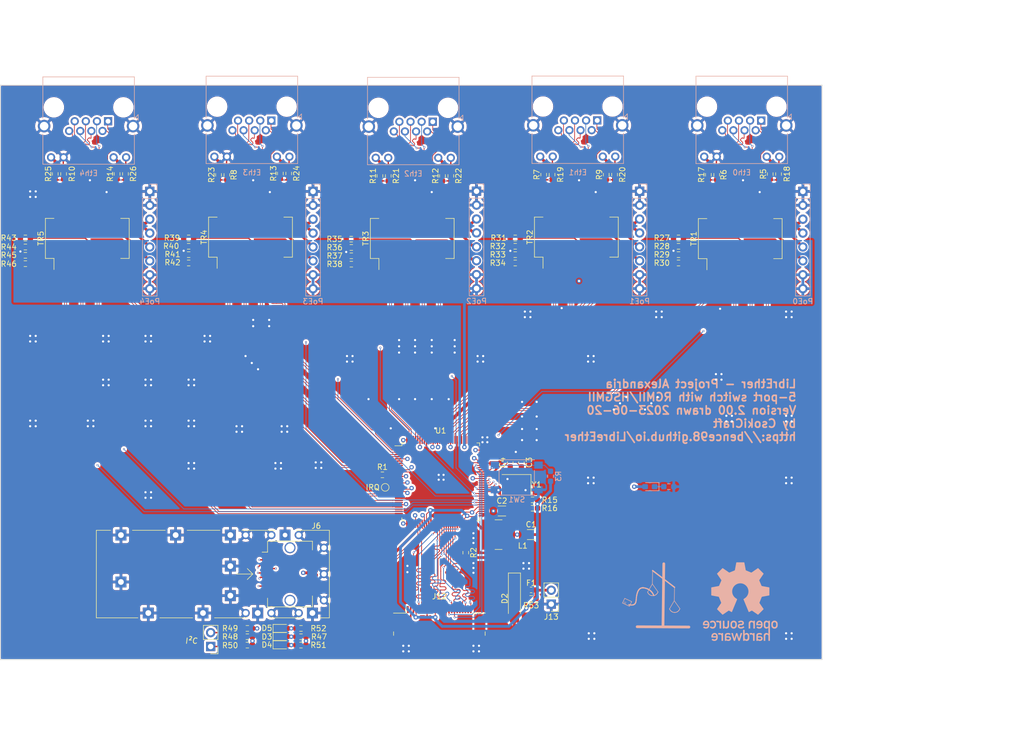
<source format=kicad_pcb>
(kicad_pcb (version 20221018) (generator pcbnew)
  (layers (0 "F.Cu" signal) (1 "In1.Cu" signal) (2 "In2.Cu" signal) (31 "B.Cu" signal) (34 "B.Paste" user) (35 "F.Paste" user) (36 "B.SilkS" user "B.Silkscreen") (37 "F.SilkS" user "F.Silkscreen") (38 "B.Mask" user) (39 "F.Mask" user) (44 "Edge.Cuts" user))
  (net 0 "")
  (net 1 "+1V1")
  (net 2 "GND")
  (net 3 "+3.3V")
  (net 4 "Net-(U1-XTALI)")
  (net 5 "Net-(U1-XTALO)")
  (net 6 "Net-(D1-K)")
  (net 7 "Net-(D3-A)")
  (net 8 "Net-(D4-A)")
  (net 9 "Net-(D5-A)")
  (net 10 "VCC")
  (net 11 "P0AP")
  (net 12 "P0AN")
  (net 13 "P0BP")
  (net 14 "P0CP")
  (net 15 "P0CN")
  (net 16 "P0BN")
  (net 17 "P0DP")
  (net 18 "P0DN")
  (net 19 "Net-(J1-Pad9)")
  (net 20 "Net-(J1-Pad12)")
  (net 21 "P1AP")
  (net 22 "P1AN")
  (net 23 "P1BP")
  (net 24 "P1CP")
  (net 25 "P1CN")
  (net 26 "P1BN")
  (net 27 "P1DP")
  (net 28 "P1DN")
  (net 29 "Net-(J2-Pad9)")
  (net 30 "Net-(J2-Pad11)")
  (net 31 "P2AP")
  (net 32 "P2AN")
  (net 33 "P2BP")
  (net 34 "P2CP")
  (net 35 "P2CN")
  (net 36 "P2BN")
  (net 37 "P2DP")
  (net 38 "P2DN")
  (net 39 "Net-(J3-Pad9)")
  (net 40 "Net-(J3-Pad11)")
  (net 41 "P3AP")
  (net 42 "P3AN")
  (net 43 "P3BP")
  (net 44 "P3CP")
  (net 45 "P3CN")
  (net 46 "P3BN")
  (net 47 "P3DP")
  (net 48 "P3DN")
  (net 49 "Net-(J4-Pad9)")
  (net 50 "Net-(J4-Pad12)")
  (net 51 "P4AP")
  (net 52 "P4AN")
  (net 53 "P4BP")
  (net 54 "P4CP")
  (net 55 "P4CN")
  (net 56 "P4BN")
  (net 57 "P4DP")
  (net 58 "P4DN")
  (net 59 "Net-(J5-Pad9)")
  (net 60 "Net-(J5-Pad12)")
  (net 61 "Net-(J6-TX_DISABLE)")
  (net 64 "HS_IN")
  (net 65 "HS_IP")
  (net 66 "HS_OP")
  (net 67 "HS_ON")
  (net 68 "P0AC")
  (net 69 "P0BC")
  (net 70 "P0CC")
  (net 71 "P0DC")
  (net 72 "P1AC")
  (net 73 "P1BC")
  (net 74 "P1CC")
  (net 75 "P1DC")
  (net 76 "P2AC")
  (net 77 "P2BC")
  (net 78 "P2CC")
  (net 79 "P2DC")
  (net 80 "P3AC")
  (net 81 "P3BC")
  (net 82 "P3CC")
  (net 83 "P3DC")
  (net 84 "P4AC")
  (net 85 "P4BC")
  (net 86 "P4CC")
  (net 87 "P4DC")
  (net 89 "RG_TxD2")
  (net 90 "+2V8")
  (net 91 "RG_RxD3")
  (net 92 "RG_TxD3")
  (net 93 "RG_TxD0")
  (net 94 "RG_TxCTL")
  (net 95 "+1V2")
  (net 96 "RG_RxD2")
  (net 97 "RG_RxCLK")
  (net 98 "/Ports/PE10")
  (net 99 "MDIO")
  (net 100 "RG_TxD1")
  (net 101 "MDC")
  (net 102 "RG_RxD0")
  (net 103 "RG_CLKIN")
  (net 104 "RG_RxD1")
  (net 105 "RG_RxCTL")
  (net 106 "RG_RST")
  (net 107 "RG_TxCLK")
  (net 108 "Net-(L1-Pad1)")
  (net 109 "Net-(U1-MDIREF)")
  (net 110 "Net-(U1-EN_SWR)")
  (net 111 "RSTn")
  (net 112 "P0L1")
  (net 113 "P0L0")
  (net 114 "P1L0")
  (net 115 "P3L0")
  (net 116 "P1L1")
  (net 117 "P4L0")
  (net 118 "P2L0")
  (net 119 "P2L1")
  (net 120 "P3L1")
  (net 121 "P4L1")
  (net 122 "DISAUTOLOAD")
  (net 123 "EN_PWRLIGHT")
  (net 124 "E0AC")
  (net 125 "E0BC")
  (net 126 "E0CC")
  (net 127 "E0DC")
  (net 128 "E1AC")
  (net 129 "E1BC")
  (net 130 "E1CC")
  (net 131 "E1DC")
  (net 132 "E2AC")
  (net 133 "E2BC")
  (net 134 "E2CC")
  (net 135 "E2DC")
  (net 136 "E3AC")
  (net 137 "E3BC")
  (net 138 "E3CC")
  (net 139 "E3DC")
  (net 140 "E4AC")
  (net 141 "E4BC")
  (net 142 "E4CC")
  (net 143 "E4DC")
  (net 144 "E0DN")
  (net 145 "E0DP")
  (net 146 "E0CN")
  (net 147 "E0CP")
  (net 148 "E0BN")
  (net 149 "E0BP")
  (net 150 "E0AN")
  (net 151 "E0AP")
  (net 152 "E1DN")
  (net 153 "E1DP")
  (net 154 "E1CN")
  (net 155 "E1CP")
  (net 156 "E1BN")
  (net 157 "E1BP")
  (net 158 "E1AN")
  (net 159 "E1AP")
  (net 160 "E2DN")
  (net 161 "E2DP")
  (net 162 "E2CN")
  (net 163 "E2CP")
  (net 164 "E2BN")
  (net 165 "E2BP")
  (net 166 "E2AN")
  (net 167 "E2AP")
  (net 168 "E3DN")
  (net 169 "E3DP")
  (net 170 "E3CN")
  (net 171 "E3CP")
  (net 172 "E3BN")
  (net 173 "E3BP")
  (net 174 "E3AN")
  (net 175 "E3AP")
  (net 176 "E4DN")
  (net 177 "E4DP")
  (net 178 "E4CN")
  (net 179 "E4CP")
  (net 180 "E4BN")
  (net 181 "E4BP")
  (net 182 "E4AN")
  (net 183 "E4AP")
  (net 186 "IRQ")
  (net 187 "Net-(J14-Pin_1)")
  (net 188 "Net-(J14-Pin_2)")
  (footprint "Resistor_SMD:R_0603_1608Metric_Pad0.98x0.95mm_HandSolder" (layer "F.Cu") (at 172.738239 55.608176 -90)
    (fp_text reference "R19")
    (fp_text value "1k")
  )
  (footprint "Resistor_SMD:R_0603_1608Metric_Pad0.98x0.95mm_HandSolder" (layer "F.Cu") (at 214.140239 55.504676 90)
    (fp_text reference "R18")
    (fp_text value "1k")
  )
  (footprint "Crystal:Crystal_SMD_5032-4Pin_5.0x3.2mm" (layer "F.Cu") (at 166.242 112.284 180)
    (fp_text reference "Y1")
    (fp_text value "25M")
  )
  (footprint "Resistor_SMD:R_0603_1608Metric_Pad0.98x0.95mm_HandSolder" (layer "F.Cu") (at 201.313239 55.631676 -90)
    (fp_text reference "R17")
    (fp_text value "1k")
  )
  (footprint "Resistor_SMD:R_0603_1608Metric_Pad0.98x0.95mm_HandSolder" (layer "F.Cu") (at 182.644239 55.608176 -90)
    (fp_text reference "R9")
    (fp_text value "4k7")
  )
  (footprint "Resistor_SMD:R_0603_1608Metric_Pad0.98x0.95mm_HandSolder" (layer "F.Cu") (at 212.616239 55.504676 -90)
    (fp_text reference "R5")
    (fp_text value "4k7")
  )
  (footprint "Resistor_SMD:R_0603_1608Metric_Pad0.98x0.95mm_HandSolder" (layer "F.Cu") (at 76.472239 71.887676 180)
    (fp_text reference "R46")
    (fp_text value "0")
  )
  (footprint "Resistor_SMD:R_0603_1608Metric_Pad0.98x0.95mm_HandSolder" (layer "F.Cu") (at 169.164 116.586 180)
    (fp_text reference "R16")
    (fp_text value "4k7")
  )
  (footprint "Resistor_SMD:R_0603_1608Metric_Pad0.98x0.95mm_HandSolder" (layer "F.Cu") (at 76.472239 70.363676 180)
    (fp_text reference "R45")
    (fp_text value "0")
  )
  (footprint "Resistor_SMD:R_0603_1608Metric_Pad0.98x0.95mm_HandSolder" (layer "F.Cu") (at 154.2335 55.846415 -90)
    (fp_text reference "R22")
    (fp_text value "1k")
  )
  (footprint "Resistor_SMD:R_0603_1608Metric_Pad0.98x0.95mm_HandSolder" (layer "F.Cu") (at 111.778239 55.655176 -90)
    (fp_text reference "R23")
    (fp_text value "1k")
  )
  (footprint "Resistor_SMD:R_0603_1608Metric_Pad0.98x0.95mm_HandSolder" (layer "F.Cu") (at 136.0255 67.405415 180)
    (fp_text reference "R35")
    (fp_text value "0")
  )
  (footprint "Inductor_SMD:L_Ferrocore_DLG-0504" (layer "F.Cu") (at 162.961 121.412)
    (fp_text reference "L1")
    (fp_text value "2u2")
  )
  (footprint "Resistor_SMD:R_0603_1608Metric_Pad0.98x0.95mm_HandSolder" (layer "F.Cu") (at 136.049 71.977415 180)
    (fp_text reference "R38")
    (fp_text value "0")
  )
  (footprint "Resistor_SMD:R_0603_1608Metric_Pad0.98x0.95mm_HandSolder" (layer "F.Cu") (at 83.457239 55.481176 90)
    (fp_text reference "R10")
    (fp_text value "4k7")
  )
  (footprint "LED_SMD:LED_0603_1608Metric_Pad1.05x0.95mm_HandSolder" (layer "F.Cu") (at 123.4065 140.031)
    (fp_text reference "D3")
    (fp_text value "LED")
  )
  (footprint "Resistor_SMD:R_0603_1608Metric_Pad0.98x0.95mm_HandSolder" (layer "F.Cu") (at 76.472239 68.839676 180)
    (fp_text reference "R44")
    (fp_text value "0")
  )
  (footprint "Resistor_SMD:R_0603_1608Metric_Pad0.98x0.95mm_HandSolder" (layer "F.Cu") (at 166.007239 70.236676 180)
    (fp_text reference "R33")
    (fp_text value "0")
  )
  (footprint "Resistor_SMD:R_0603_1608Metric_Pad0.98x0.95mm_HandSolder" (layer "F.Cu") (at 168.91 133.096)
    (fp_text reference "R53")
    (fp_text value "0")
  )
  (footprint "Resistor_SMD:R_0603_1608Metric_Pad0.98x0.95mm_HandSolder" (layer "F.Cu") (at 141.2795 55.846415 -90)
    (fp_text reference "R11")
    (fp_text value "4k7")
  )
  (footprint "Resistor_SMD:R_0603_1608Metric_Pad0.98x0.95mm_HandSolder" (layer "F.Cu") (at 106.317239 71.760676 180)
    (fp_text reference "R42")
    (fp_text value "0")
  )
  (footprint "TestPoint:TestPoint_Pad_D1.0mm" (layer "F.Cu") (at 142.24 112.776)
    (fp_text reference "TP1" hide)
    (fp_text value "IRQ")
  )
  (footprint "Transformer_SMD:Transformer_Ethernet_YDS_30F-51NL_SO-24_7.1x15.1mm" (layer "F.Cu") (at 147.1835 67.279415 90)
    (fp_text reference "TR3")
    (fp_text value "30F-51NL")
  )
  (footprint "Fuse:Fuse_0603_1608Metric_Pad1.05x0.95mm_HandSolder" (layer "F.Cu") (at 168.91 131.524 180)
    (fp_text reference "F1")
    (fp_text value "Polyfuse")
  )
  (footprint "Transformer_SMD:Transformer_Ethernet_YDS_30F-51NL_SO-24_7.1x15.1mm" (layer "F.Cu") (at 87.791239 67.264876 90)
    (fp_text reference "TR5")
    (fp_text value "30F-51NL")
  )
  (footprint "Resistor_SMD:R_0603_1608Metric_Pad0.98x0.95mm_HandSolder" (layer "F.Cu") (at 166.007239 67.188676 180)
    (fp_text reference "R31")
    (fp_text value "0")
  )
  (footprint "Connector:Connector_SFP_and_Cage" (layer "F.Cu") (at 131.0375 128.62)
    (fp_text reference "J6")
    (fp_text value "SFP+")
  )
  (footprint "Transformer_SMD:Transformer_Ethernet_YDS_30F-51NL_SO-24_7.1x15.1mm" (layer "F.Cu") (at 117.620239 67.046676 90)
    (fp_text reference "TR4")
    (fp_text value "30F-51NL")
  )
  (footprint "Resistor_SMD:R_0603_1608Metric_Pad0.98x0.95mm_HandSolder" (layer "F.Cu") (at 126.8495 140.081)
    (fp_text reference "R47")
    (fp_text value "4k7")
  )
  (footprint "Resistor_SMD:R_0603_1608Metric_Pad0.98x0.95mm_HandSolder" (layer "F.Cu") (at 81.933239 55.481176 -90)
    (fp_text reference "R25")
    (fp_text value "1k")
  )
  (footprint "Resistor_SMD:R_0603_1608Metric_Pad0.98x0.95mm_HandSolder" (layer "F.Cu") (at 113.302239 55.655176 90)
    (fp_text reference "R8")
    (fp_text value "4k7")
  )
  (footprint "Resistor_SMD:R_0603_1608Metric_Pad0.98x0.95mm_HandSolder" (layer "F.Cu") (at 195.852239 70.236676 180)
    (fp_text reference "R29")
    (fp_text value "0")
  )
  (footprint "Resistor_SMD:R_0603_1608Metric_Pad0.98x0.95mm_HandSolder" (layer "F.Cu") (at 106.317239 67.188676 180)
    (fp_text reference "R39")
    (fp_text value "0")
  )
  (footprint "Capacitor_SMD:C_0603_1608Metric_Pad1.08x0.95mm_HandSolder" (layer "F.Cu") (at 167.132 108.225 -90)
    (fp_text reference "C3")
    (fp_text value "22p")
  )
  (footprint "Resistor_SMD:R_0603_1608Metric_Pad0.98x0.95mm_HandSolder" (layer "F.Cu") (at 142.8035 55.846415 -90)
    (fp_text reference "R21")
    (fp_text value "1k")
  )
  (footprint "Resistor_SMD:R_0603_1608Metric_Pad0.98x0.95mm_HandSolder" (layer "F.Cu") (at 166.007239 71.760676 180)
    (fp_text reference "R34")
    (fp_text value "0")
  )
  (footprint "Transformer_SMD:Transformer_Ethernet_YDS_30F-51NL_SO-24_7.1x15.1mm" (layer "F.Cu") (at 177.183239 67.038176 90)
    (fp_text reference "TR2")
    (fp_text value "30F-51NL")
  )
  (footprint "Connector_PinHeader_2.54mm:PinHeader_1x02_P2.54mm_Vertical" (layer "F.Cu") (at 110.3395 141.864 180)
    (fp_text reference "J14" hide)
    (fp_text value "I²C")
  )
  (footprint "Resistor_SMD:R_0603_1608Metric_Pad0.98x0.95mm_HandSolder" (layer "F.Cu") (at 136.049 70.453415 180)
    (fp_text reference "R37")
    (fp_text value "0")
  )
  (footprint "Resistor_SMD:R_0603_1608Metric_Pad0.98x0.95mm_HandSolder" (layer "F.Cu") (at 123.081239 55.401176 -90)
    (fp_text reference "R13")
    (fp_text value "4k7")
  )
  (footprint "Resistor_SMD:R_0603_1608Metric_Pad0.98x0.95mm_HandSolder" (layer "F.Cu") (at 117.047 140.081)
    (fp_text reference "R48")
    (fp_text value "4k7")
  )
  (footprint "Connector_FFC-FPC:Jushuo_AFC07-S24FCA-00_1x24-1MP_P0.50_Horizontal" (layer "F.Cu") (at 152.146 136.714)
    (fp_text reference "J12")
    (fp_text value "FFC")
  )
  (footprint "Transformer_SMD:Transformer_Ethernet_YDS_30F-51NL_SO-24_7.1x15.1mm" (layer "F.Cu") (at 207.139239 67.315676 90)
    (fp_text reference "TR1")
    (fp_text value "30F-51NL")
  )
  (footprint "Package_QFP:LQFP-128_14x14mm_P0.4mm" (layer "F.Cu") (at 152.4 111.76)
    (fp_text reference "U1")
    (fp_text value "RTL8367S-CG")
  )
  (footprint "Resistor_SMD:R_0603_1608Metric_Pad0.98x0.95mm_HandSolder" (layer "F.Cu") (at 195.852239 71.760676 180)
    (fp_text reference "R30")
    (fp_text value "0")
  )
  (footprint "Resistor_SMD:R_0603_1608Metric_Pad0.98x0.95mm_HandSolder" (layer "F.Cu") (at 117.047 141.605)
    (fp_text reference "R50")
    (fp_text value "4k7")
  )
  (footprint "Resistor_SMD:R_0603_1608Metric_Pad0.98x0.95mm_HandSolder" (layer "F.Cu") (at 166.007239 68.712676 180)
    (fp_text reference "R32")
    (fp_text value "0")
  )
  (footprint "Resistor_SMD:R_0603_1608Metric_Pad0.98x0.95mm_HandSolder" (layer "F.Cu") (at 169.164 115.062 180)
    (fp_text reference "R15")
    (fp_text value "4k7")
  )
  (footprint "Resistor_SMD:R_0603_1608Metric_Pad0.98x0.95mm_HandSolder" (layer "F.Cu") (at 106.317239 68.712676 180)
    (fp_text reference "R40")
    (fp_text value "0")
  )
  (footprint "LED_SMD:LED_0603_1608Metric_Pad1.05x0.95mm_HandSolder" (layer "F.Cu") (at 123.4065 141.555)
    (fp_text reference "D4")
    (fp_text value "LED")
  )
  (footprint "Resistor_SMD:R_0603_1608Metric_Pad0.98x0.95mm_HandSolder" (layer "F.Cu") (at 195.852239 67.188676 180)
    (fp_text reference "R27")
    (fp_text value "0")
  )
  (footprint "Resistor_SMD:R_0603_1608Metric_Pad0.98x0.95mm_HandSolder" (layer "F.Cu") (at 136.049 68.929415 180)
    (fp_text reference "R36")
    (fp_text value "0")
  )
  (footprint "Resistor_SMD:R_0603_1608Metric_Pad0.98x0.95mm_HandSolder" (layer "F.Cu") (at 126.8495 141.605)
    (fp_text reference "R51")
    (fp_text value "4k7")
  )
  (footprint "Resistor_SMD:R_0603_1608Metric_Pad0.98x0.95mm_HandSolder" (layer "F.Cu") (at 124.605239 55.401176 -90)
    (fp_text reference "R24")
    (fp_text value "1k")
  )
  (footprint "Resistor_SMD:R_0603_1608Metric_Pad0.98x0.95mm_HandSolder" (layer "F.Cu") (at 141.732 110.49)
    (fp_text reference "R1")
    (fp_text value "2k49±1%")
  )
  (footprint "Resistor_SMD:R_0603_1608Metric_Pad0.98x0.95mm_HandSolder" (layer "F.Cu") (at 171.214239 55.608176 -90)
    (fp_text reference "R7")
    (fp_text value "4k7")
  )
  (footprint "Resistor_SMD:R_0603_1608Metric_Pad0.98x0.95mm_HandSolder" (layer "F.Cu") (at 156.972 124.714 -90)
    (fp_text reference "R2")
    (fp_text value "1k")
  )
  (footprint "Resistor_SMD:R_0603_1608Metric_Pad0.98x0.95mm_HandSolder" (layer "F.Cu") (at 152.7095 55.846415 -90)
    (fp_text reference "R12")
    (fp_text value "4k7")
  )
  (footprint "Resistor_SMD:R_0603_1608Metric_Pad0.98x0.95mm_HandSolder" (layer "F.Cu") (at 195.852239 68.712676 180)
    (fp_text reference "R28")
    (fp_text value "0")
  )
  (footprint "Resistor_SMD:R_0603_1608Metric_Pad0.98x0.95mm_HandSolder" (layer "F.Cu") (at 76.472239 67.188675 180)
    (fp_text reference "R43")
    (fp_text value "0")
  )
  (footprint "Resistor_SMD:R_0603_1608Metric_Pad0.98x0.95mm_HandSolder" (layer "F.Cu") (at 202.837239 55.631676 90)
    (fp_text reference "R6")
    (fp_text value "4k7")
  )
  (footprint "Resistor_SMD:R_0603_1608Metric_Pad0.98x0.95mm_HandSolder" (layer "F.Cu") (at 94.760239 55.481176 -90)
    (fp_text reference "R26")
    (fp_text value "1k")
  )
  (footprint "Resistor_SMD:R_0603_1608Metric_Pad0.98x0.95mm_HandSolder" (layer "F.Cu") (at 93.236239 55.481176 -90)
    (fp_text reference "R14")
    (fp_text value "4k7")
  )
  (footprint "Resistor_SMD:R_0603_1608Metric_Pad0.98x0.95mm_HandSolder" (layer "F.Cu") (at 126.8495 138.557)
    (fp_text reference "R52")
    (fp_text value "4k7")
  )
  (footprint "Resistor_SMD:R_0603_1608Metric_Pad0.98x0.95mm_HandSolder" (layer "F.Cu") (at 117.047 138.557)
    (fp_text reference "R49")
    (fp_text value "0")
  )
  (footprint "Resistor_SMD:R_0603_1608Metric_Pad0.98x0.95mm_HandSolder" (layer "F.Cu") (at 184.168239 55.608176 -90)
    (fp_text reference "R20")
    (fp_text value "1k")
  )
  (footprint "Capacitor_SMD:C_0603_1608Metric_Pad1.08x0.95mm_HandSolder" (layer "F.Cu") (at 165.1 108.225 90)
    (fp_text reference "C4")
    (fp_text value "22p")
  )
  (footprint "Connector_PinHeader_2.54mm:PinHeader_1x02_P2.54mm_Vertical" (layer "F.Cu") (at 172.593 134.117 180)
    (fp_text reference "J13")
    (fp_text value "+3.3V")
  )
  (footprint "Capacitor_SMD:C_1206_3216Metric_Pad1.33x1.80mm_HandSolder" (layer "F.Cu") (at 163.576 117.094)
    (fp_text reference "C2")
    (fp_text value "10u")
  )
  (footprint "Resistor_SMD:R_0603_1608Metric_Pad0.98x0.95mm_HandSolder" (layer "F.Cu") (at 106.317239 70.236676 180)
    (fp_text reference "R41")
    (fp_text value "0")
  )
  (footprint "Capacitor_SMD:C_1206_3216Metric_Pad1.33x1.80mm_HandSolder" (layer "F.Cu") (at 168.91 121.412)
    (fp_text reference "C1")
    (fp_text value "10u")
  )
  (footprint "Diode_SMD:D_MiniMELF_Handsoldering" (layer "F.Cu") (at 165.862 133.096 -90)
    (fp_text reference "D2")
    (fp_text value "ZMM5227B-PEC")
  )
  (footprint "LED_SMD:LED_0603_1608Metric_Pad1.05x0.95mm_HandSolder" (layer "F.Cu") (at 123.4065 138.557)
    (fp_text reference "D5")
    (fp_text value "LED")
  )
  (footprint "Connector_PinHeader_2.54mm:PinHeader_1x08_P2.54mm_Vertical" (layer "B.Cu") (at 218.585239 58.674676 180)
    (fp_text reference "J7" hide)
    (fp_text value "PoE0")
  )
  (footprint "Resistor_SMD:R_0603_1608Metric_Pad0.98x0.95mm_HandSolder" (layer "B.Cu") (at 194.0795 112.649)
    (fp_text reference "R4" hide)
    (fp_text value "1k")
  )
  (footprint "LED_SMD:LED_0603_1608Metric_Pad1.05x0.95mm_HandSolder" (layer "B.Cu") (at 190.620096 112.649 180)
    (fp_text reference "D1" hide)
    (fp_text value "LED_G")
  )
  (footprint "Connector_RJ:RJ45_Amphenol_RJHSE538X" (layer "B.Cu") (at 150.9315 45.940415 180)
    (fp_text reference "J3" hide)
    (fp_text value "Eth2")
  )
  (footprint "Connector_RJ:RJ45_Amphenol_RJHSE538X" (layer "B.Cu") (at 121.436239 45.729676 180)
    (fp_text reference "J4" hide)
    (fp_text value "Eth3")
  )
  (footprint "Connector_RJ:RJ45_Amphenol_RJHSE538X" (layer "B.Cu") (at 210.971239 45.729676 180)
    (fp_text reference "J1" hide)
    (fp_text value "Eth0")
  )
  (footprint "Connector_PinHeader_2.54mm:PinHeader_1x08_P2.54mm_Vertical" (layer "B.Cu") (at 129.050239 58.679676 180)
    (fp_text reference "J10" hide)
    (fp_text value "PoE3")
  )
  (footprint "Button_Switch_SMD:SW_Push_1P1T_NO_6x6mm_H9.5mm" (layer "B.Cu") (at 166.281 110.962)
    (fp_text reference "SW1")
    (fp_text value "RST")
  )
  (footprint "Connector_RJ:RJ45_Amphenol_RJHSE538X" (layer "B.Cu") (at 91.585239 45.850676 180)
    (fp_text reference "J5" hide)
    (fp_text value "Eth4")
  )
  (footprint "Connector_RJ:RJ45_Amphenol_RJHSE538X" (layer "B.Cu") (at 180.995239 45.706176 180)
    (fp_text reference "J2" hide)
    (fp_text value "Eth1")
  )
  (footprint "Resistor_SMD:R_0603_1608Metric_Pad0.98x0.95mm_HandSolder" (layer "B.Cu") (at 172.466 110.744 90)
    (fp_text reference "R3")
    (fp_text value "4k7")
  )
  (footprint "Connector_PinHeader_2.54mm:PinHeader_1x08_P2.54mm_Vertical" (layer "B.Cu") (at 99.205239 58.679676 180)
    (fp_text reference "J11" hide)
    (fp_text value "PoE4")
  )
  (footprint "Connector_PinHeader_2.54mm:PinHeader_1x08_P2.54mm_Vertical" (layer "B.Cu") (at 158.9325 58.642415 180)
    (fp_text reference "J9" hide)
    (fp_text value "PoE2")
  )
  (footprint "Connector_PinHeader_2.54mm:PinHeader_1x08_P2.54mm_Vertical" (layer "B.Cu") (at 188.740239 58.656176 180)
    (fp_text reference "J8" hide)
    (fp_text value "PoE1")
  )
  (gr_line (start 191.071905 130.430255) (end 190.203183 131.918308) (stroke (width 0.1)) (layer "B.SilkS"))
  (gr_line (start 187.684336 134.208734) (end 187.747073 134.175908) (stroke (width 0.2)) (layer "B.SilkS"))
  (gr_line (start 191.123324 127.98638) (end 195.129872 131.047987) (stroke (width 0.25)) (layer "B.SilkS"))
  (gr_line (start 191.29568 132.456465) (end 191.316068 132.509561) (stroke (width 0.2)) (layer "B.SilkS"))
  (gr_line (start 194.702898 135.534727) (end 194.750425 135.55684) (stroke (width 0.1)) (layer "B.SilkS"))
  (gr_poly (pts (xy 205.913427 137.136782) (xy 205.893382 137.1376) (xy 205.873852 137.138941) (xy 205.85483 137.140785) (xy 205.836308 137.143113) (xy 205.818281 137.145906) (xy 205.800741 137.149145) (xy 205.783682 137.152811) (xy 205.767097 137.156885) (xy 205.750979 137.161348) (xy 205.735322 137.166181) (xy 205.720119 137.171364) (xy 205.705363 137.176879) (xy 205.691047 137.182706) (xy 205.677165 137.188827) (xy 205.66371 137.195222) (xy 205.638054 137.20876) (xy 205.614025 137.223166) (xy 205.591569 137.238288) (xy 205.570632 137.253974) (xy 205.551161 137.270072) (xy 205.533101 137.286428) (xy 205.516399 137.302889) (xy 205.501001 137.319305) (xy 205.481202 137.341985) (xy 205.462889 137.364878) (xy 205.446035 137.388264) (xy 205.43061 137.412424) (xy 205.416585 137.437638) (xy 205.403932 137.464186) (xy 205.392621 137.492349) (xy 205.382624 137.522406) (xy 205.373911 137.554637) (xy 205.366454 137.589324) (xy 205.360224 137.626746) (xy 205.355191 137.667183) (xy 205.351327 137.710916) (xy 205.348603 137.758225) (xy 205.34699 137.80939) (xy 205.346459 137.864691) (xy 205.34699 137.920455) (xy 205.348603 137.972029) (xy 205.351327 138.019695) (xy 205.355191 138.063738) (xy 205.360224 138.104441) (xy 205.366454 138.142088) (xy 205.373911 138.176963) (xy 205.382624 138.209348) (xy 205.392621 138.239528) (xy 205.403932 138.267786) (xy 205.416585 138.294406) (xy 205.43061 138.319671) (xy 205.446035 138.343865) (xy 205.462889 138.367271) (xy 205.481202 138.390173) (xy 205.501001 138.412855) (xy 205.516399 138.429269) (xy 205.533101 138.445725) (xy 205.551161 138.462073) (xy 205.570632 138.47816) (xy 205.591569 138.493834) (xy 205.614025 138.508943) (xy 205.638054 138.523335) (xy 205.66371 138.536858) (xy 205.691048 138.549359) (xy 205.720119 138.560687) (xy 205.75098 138.57069) (xy 205.783682 138.579214) (xy 205.818281 138.58611) (xy 205.85483 138.591223) (xy 205.893382 138.594403) (xy 205.933993 138.595496) (xy 205.954544 138.59522) (xy 205.974575 138.594403) (xy 205.994092 138.593064) (xy 206.013103 138.591223) (xy 206.031613 138.588899) (xy 206.04963 138.58611) (xy 206.067161 138.582875) (xy 206.084211 138.579215) (xy 206.100788 138.575146) (xy 206.116898 138.57069) (xy 206.132549 138.565864) (xy 206.147746 138.560687) (xy 206.162496 138.55518) (xy 206.176807 138.54936) (xy 206.190684 138.543246) (xy 206.204136 138.536858) (xy 206.229785 138.523336) (xy 206.25381 138.508944) (xy 206.276262 138.493835) (xy 206.297197 138.478161) (xy 206.316667 138.462074) (xy 206.334725 138.445726) (xy 206.351427 138.429269) (xy 206.366825 138.412855) (xy 206.386626 138.390174) (xy 206.404944 138.367274) (xy 206.421806 138.343871) (xy 206.437241 138.319681) (xy 206.451278 138.294421) (xy 206.463944 138.267806) (xy 206.475269 138.239553) (xy 206.485281 138.209377) (xy 206.494009 138.176995) (xy 206.50148 138.142123) (xy 206.507724 138.104476) (xy 206.512769 138.063771) (xy 206.516643 138.019724) (xy 206.519375 137.972051) (xy 206.520993 137.920468) (xy 206.521526 137.864691) (xy 206.234745 137.864691) (xy 206.234542 137.901961) (xy 206.233914 137.935921) (xy 206.232832 137.966824) (xy 206.231267 137.994921) (xy 206.229191 138.020464) (xy 206.226574 138.043704) (xy 206.223388 138.064893) (xy 206.219604 138.084282) (xy 206.215193 138.102124) (xy 206.210126 138.118669) (xy 206.204375 138.13417) (xy 206.19791 138.148878) (xy 206.190703 138.163045) (xy 206.182724 138.176922) (xy 206.173946 138.190761) (xy 206.164339 138.204813) (xy 206.155912 138.215727) (xy 206.146416 138.226263) (xy 206.13591 138.236376) (xy 206.124452 138.24602) (xy 206.1121 138.255152) (xy 206.098914 138.263726) (xy 206.084951 138.271697) (xy 206.07027 138.279019) (xy 206.054929 138.285649) (xy 206.038988 138.291541) (xy 206.022504 138.29665) (xy 206.005536 138.300931) (xy 205.988142 138.304339) (xy 205.970382 138.306828) (xy 205.952312 138.308355) (xy 205.933993 138.308874) (xy 205.915648 138.308354) (xy 205.897559 138.306825) (xy 205.879784 138.304332) (xy 205.862381 138.300919) (xy 205.845407 138.296634) (xy 205.82892 138.29152) (xy 205.812977 138.285623) (xy 205.797637 138.278989) (xy 205.782956 138.271663) (xy 205.768991 138.263691) (xy 205.755802 138.255117) (xy 205.743445 138.245987) (xy 205.731977 138.236346) (xy 205.721457 138.22624) (xy 205.711941 138.215714) (xy 205.707578 138.210307) (xy 205.703488 138.204813) (xy 205.693883 138.190762) (xy 205.685109 138.176927) (xy 205.677139 138.163063) (xy 205.669942 138.148922) (xy 205.663489 138.134255) (xy 205.657751 138.118816) (xy 205.652699 138.102357) (xy 205.648302 138.084629) (xy 205.644533 138.065387) (xy 205.641361 138.044382) (xy 205.638758 138.021367) (xy 205.636694 137.996093) (xy 205.635139 137.968314) (xy 205.634065 137.937783) (xy 205.633241 137.86747) (xy 205.633442 137.830199) (xy 205.634065 137.796234) (xy 205.635139 137.765324) (xy 205.636694 137.737218) (xy 205.638758 137.711665) (xy 205.641361 137.688415) (xy 205.644533 137.667217) (xy 205.648302 137.647819) (xy 205.652699 137.629971) (xy 205.657751 137.613421) (xy 205.663489 137.59792) (xy 205.669942 137.583215) (xy 205.677139 137.569056) (xy 205.685109 137.555193) (xy 205.693883 137.541373) (xy 205.703488 137.527347) (xy 205.711941 137.516433) (xy 205.721457 137.505897) (xy 205.731977 137.495785) (xy 205.743445 137.48614) (xy 205.755802 137.477008) (xy 205.768991 137.468434) (xy 205.782956 137.460464) (xy 205.797637 137.453141) (xy 205.812977 137.446511) (xy 205.82892 137.440619) (xy 205.845407 137.43551) (xy 205.862381 137.43123) (xy 205.879784 137.427822) (xy 205.897559 137.425332) (xy 205.915648 137.423805) (xy 205.933993 137.423286) (xy 205.952312 137.423806) (xy 205.970382 137.425335) (xy 205.988142 137.427829) (xy 206.005536 137.431241) (xy 206.022504 137.435527) (xy 206.038988 137.44064) (xy 206.054929 137.446537) (xy 206.07027 137.453171) (xy 206.084951 137.460497) (xy 206.098914 137.46847) (xy 206.1121 137.477044) (xy 206.124452 137.486174) (xy 206.13591 137.495814) (xy 206.146416 137.50592) (xy 206.155912 137.516446) (xy 206.160263 137.521853) (xy 206.164339 137.527347) (xy 206.173946 137.541372) (xy 206.182724 137.555187) (xy 206.190703 137.569038) (xy 206.19791 137.583171) (xy 206.204375 137.597835) (xy 206.210126 137.613275) (xy 206.215193 137.629738) (xy 206.219604 137.647472) (xy 206.223388 137.666722) (xy 206.226574 137.687737) (xy 206.229191 137.710762) (xy 206.231267 137.736046) (xy 206.232832 137.763833) (xy 206.233914 137.794372) (xy 206.234745 137.864691) (xy 206.521526 137.864691) (xy 206.520993 137.809391) (xy 206.519375 137.758228) (xy 206.516643 137.710923) (xy 206.512769 137.667194) (xy 206.507724 137.626762) (xy 206.50148 137.589345) (xy 206.494009 137.554663) (xy 206.485281 137.522435) (xy 206.475269 137.492382) (xy 206.463944 137.464221) (xy 206.451278 137.437673) (xy 206.437241 137.412458) (xy 206.421806 137.388293) (xy 206.404944 137.3649) (xy 206.386626 137.341998) (xy 206.366825 137.319305) (xy 206.351427 137.30289) (xy 206.334725 137.286428) (xy 206.316666 137.270072) (xy 206.297196 137.253975) (xy 206.276262 137.238289) (xy 206.253809 137.223166) (xy 206.229785 137.20876) (xy 206.204135 137.195223) (xy 206.176807 137.182707) (xy 206.147745 137.171364) (xy 206.116898 137.161348) (xy 206.084211 137.152812) (xy 206.04963 137.145906) (xy 206.013103 137.140785) (xy 205.974575 137.1376) (xy 205.933993 137.136505)) (fill solid) (layer "B.SilkS"))
  (gr_line (start 188.025779 133.814351) (end 188.047571 133.747363) (stroke (width 0.2)) (layer "B.SilkS"))
  (gr_line (start 192.077742 131.94583) (end 192.09194 131.911601) (stroke (width 0.1)) (layer "B.SilkS"))
  (gr_line (start 195.290601 135.629675) (end 195.351774 135.620312) (stroke (width 0.1)) (layer "B.SilkS"))
  (gr_line (start 194.255395 135.082658) (end 194.282864 135.132424) (stroke (width 0.1)) (layer "B.SilkS"))
  (gr_line (start 195.078453 133.491863) (end 194.209731 134.979915) (stroke (width 0.1)) (layer "B.SilkS"))
  (gr_poly (pts (xy 206.930387 140.402547) (xy 206.924751 140.402547) (xy 206.601536 139.404645) (xy 206.393494 139.404645) (xy 206.07028 140.402547) (xy 206.064485 140.402547) (xy 205.791991 139.404645) (xy 205.488302 139.404645) (xy 205.943597 140.829824) (xy 206.196724 140.829824) (xy 206.494698 139.83184) (xy 206.500333 139.83184) (xy 206.798306 140.829824) (xy 207.051275 140.829824) (xy 207.506649 139.404645) (xy 207.203119 139.404645)) (fill solid) (layer "B.SilkS"))
  (gr_line (start 187.452757 134.272579) (end 187.537586 134.25736) (stroke (width 0.2)) (layer "B.SilkS"))
  (gr_line (start 191.316068 132.509561) (end 191.331212 132.555168) (stroke (width 0.2)) (layer "B.SilkS"))
  (gr_poly (pts (xy 202.054865 137.136806) (xy 202.034974 137.137707) (xy 202.015346 137.139192) (xy 201.995983 137.141252) (xy 201.95805 137.147045) (xy 201.921181 137.154992) (xy 201.885381 137.164998) (xy 201.850653 137.176968) (xy 201.817004 137.190808) (xy 201.784437 137.206423) (xy 201.752957 137.223719) (xy 201.722569 137.242602) (xy 201.693279 137.262976) (xy 201.66509 137.284748) (xy 201.638007 137.307822) (xy 201.612036 137.332105) (xy 201.587181 137.357501) (xy 201.563446 137.383916) (xy 201.774267 137.572273) (xy 201.787785 137.556237) (xy 201.80201 137.540849) (xy 201.816923 137.52616) (xy 201.832501 137.512226) (xy 201.848724 137.499099) (xy 201.86557 137.486833) (xy 201.883019 137.475481) (xy 201.901049 137.465097) (xy 201.919638 137.455734) (xy 201.938767 137.447446) (xy 201.958413 137.440287) (xy 201.978556 137.434309) (xy 201.999174 137.429567) (xy 202.020246 137.426113) (xy 202.041751 137.424002) (xy 202.063668 137.423286) (xy 202.106293 137.424845) (xy 202.146617 137.42957) (xy 202.165896 137.433142) (xy 202.184577 137.437531) (xy 202.202651 137.442747) (xy 202.220111 137.448798) (xy 202.236949 137.455692) (xy 202.253158 137.46344) (xy 202.26873 137.472048) (xy 202.283656 137.481527) (xy 202.29793 137.491885) (xy 202.311543 137.50313) (xy 202.324488 137.515272) (xy 202.336757 137.528319) (xy 202.348343 137.54228) (xy 202.359237 137.557164) (xy 202.369432 137.572978) (xy 202.37892 137.589733) (xy 202.387693 137.607437) (xy 202.395744 137.626099) (xy 202.403065 137.645727) (xy 202.409648 137.66633) (xy 202.415486 137.687917) (xy 202.42057 137.710497) (xy 202.424893 137.734078) (xy 202.428448 137.758669) (xy 202.43322 137.810917) (xy 202.434825 137.86731) (xy 202.434422 137.895792) (xy 202.433219 137.923244) (xy 202.431224 137.949675) (xy 202.428445 137.975093) (xy 202.424889 137.999507) (xy 202.420563 138.022923) (xy 202.415477 138.045352) (xy 202.409637 138.0668) (xy 202.403051 138.087277) (xy 202.395728 138.10679) (xy 202.387674 138.125347) (xy 202.378899 138.142957) (xy 202.369408 138.159628) (xy 202.359211 138.175368) (xy 202.348315 138.190185) (xy 202.336727 138.204088) (xy 202.324457 138.217085) (xy 202.31151 138.229184) (xy 202.297896 138.240393) (xy 202.283621 138.25072) (xy 202.268694 138.260174) (xy 202.253123 138.268763) (xy 202.236915 138.276495) (xy 202.220077 138.283378) (xy 202.202619 138.28942) (xy 202.184547 138.294631) (xy 202.165869 138.299017) (xy 202.146594 138.302587) (xy 202.126728 138.305349) (xy 202.10628 138.307313) (xy 202.085257 138.308484) (xy 202.063668 138.308873) (xy 202.052659 138.308693) (xy 202.041752 138.308157) (xy 202.030947 138.307273) (xy 202.020249 138.306046) (xy 201.99918 138.302592) (xy 201.978567 138.29785) (xy 201.958429 138.291872) (xy 201.938788 138.284713) (xy 201.919664 138.276425) (xy 201.901078 138.267063) (xy 201.883052 138.256679) (xy 201.865605 138.245327) (xy 201.848759 138.233061) (xy 201.832534 138.219934) (xy 201.816952 138.205999) (xy 201.802033 138.191311) (xy 201.787798 138.175922) (xy 201.774267 138.159886) (xy 201.563446 138.348242) (xy 201.587167 138.374616) (xy 201.612011 138.399978) (xy 201.637972 138.424232) (xy 201.665046 138.447284) (xy 201.693228 138.469039) (xy 201.722514 138.489401) (xy 201.752899 138.508274) (xy 201.784378 138.525565) (xy 201.816946 138.541178) (xy 201.850598 138.555018) (xy 201.88533 138.56699) (xy 201.921137 138.576998) (xy 201.958014 138.584948) (xy 201.995957 138.590744) (xy 202.03496 138.594291) (xy 202.075019 138.595495) (xy 202.136473 138.593033) (xy 202.197215 138.585546) (xy 202.256797 138.572881) (xy 202.31477 138.554884) (xy 202.343013 138.543838) (xy 202.370685 138.531402) (xy 202.397731 138.517556) (xy 202.424093 138.502282) (xy 202.449717 138.48556) (xy 202.474545 138.467371) (xy 202.498523 138.447696) (xy 202.521593 138.426516) (xy 202.5437 138.403811) (xy 202.564787 138.379563) (xy 202.584798 138.353753) (xy 202.603678 138.326361) (xy 202.62137 138.297367) (xy 202.637817 138.266754) (xy 202.652965 138.234502) (xy 202.666756 138.200591) (xy 202.679135 138.165003) (xy 202.690046 138.127718) (xy 202.699432 138.088718) (xy 202.707237 138.047983) (xy 202.713406 138.005493) (xy 202.717881 137.961231) (xy 202.720608 137.915176) (xy 202.721529 137.86731) (xy 202.720608 137.819219) (xy 202.717881 137.772954) (xy 202.713406 137.728493) (xy 202.707237 137.685818) (xy 202.699432 137.644908) (xy 202.690046 137.605745) (xy 202.679135 137.568309) (xy 202.666756 137.53258) (xy 202.652965 137.498539) (xy 202.637817 137.466167) (xy 202.62137 137.435443) (xy 202.603678 137.406348) (xy 202.584798 137.378863) (xy 202.564787 137.352968) (xy 202.5437 137.328644) (xy 202.521593 137.30587) (xy 202.498523 137.284629) (xy 202.474545 137.264899) (xy 202.449717 137.246662) (xy 202.424093 137.229897) (xy 202.397731 137.214586) (xy 202.370685 137.200709) (xy 202.343013 137.188247) (xy 202.31477 137.177179) (xy 202.286013 137.167486) (xy 202.256797 137.159149) (xy 202.227179 137.152148) (xy 202.197215 137.146464) (xy 202.166961 137.142077) (xy 202.136473 137.138968) (xy 202.075019 137.136504)) (fill solid) (layer "B.SilkS"))
  (gr_line (start 187.147554 134.278372) (end 187.258149 134.283376) (stroke (width 0.2)) (layer "B.SilkS"))
  (gr_line (start 188.12373 133.293404) (end 188.152447 132.962526) (stroke (width 0.2)) (layer "B.SilkS"))
  (gr_line (start 196.08429 135.007438) (end 196.098488 134.973208) (stroke (width 0.1)) (layer "B.SilkS"))
  (gr_line (start 190.82304 131.762792) (end 190.879895 131.820431) (stroke (width 0.2)) (layer "B.SilkS"))
  (gr_poly (pts (xy 207.660081 140.829824) (xy 207.946783 140.829824) (xy 207.946783 140.680836) (xy 207.964134 140.698893) (xy 207.982432 140.716178) (xy 208.001638 140.732636) (xy 208.02171 140.748213) (xy 208.042606 140.762856) (xy 208.064285 140.776509) (xy 208.086707 140.78912) (xy 208.109829 140.800633) (xy 208.133611 140.810994) (xy 208.158011 140.82015) (xy 208.182988 140.828046) (xy 208.208501 140.834628) (xy 208.234508 140.839841) (xy 208.260969 140.843632) (xy 208.287841 140.845946) (xy 208.315083 140.84673) (xy 208.331285 140.846501) (xy 208.347206 140.845819) (xy 208.362848 140.844695) (xy 208.378211 140.843138) (xy 208.393296 140.841156) (xy 208.408103 140.838759) (xy 208.422632 140.835956) (xy 208.436886 140.832757) (xy 208.450863 140.829171) (xy 208.464564 140.825207) (xy 208.47799 140.820874) (xy 208.491142 140.816182) (xy 208.50402 140.81114) (xy 208.516624 140.805757) (xy 208.541014 140.794005) (xy 208.564317 140.781001) (xy 208.586537 140.76682) (xy 208.607679 140.751535) (xy 208.627745 140.735221) (xy 208.646742 140.717951) (xy 208.664673 140.6998) (xy 208.681542 140.680842) (xy 208.697354 140.661151) (xy 208.711466 140.64221) (xy 208.724309 140.623076) (xy 208.735933 140.60336) (xy 208.746385 140.582668) (xy 208.755717 140.56061) (xy 208.763978 140.536795) (xy 208.771216 140.510832) (xy 208.777483 140.482329) (xy 208.782827 140.450895) (xy 208.787297 140.416139) (xy 208.790944 140.377669) (xy 208.793817 140.335095) (xy 208.797438 140.236067) (xy 208.798557 140.115925) (xy 208.511854 140.115925) (xy 208.511631 140.157498) (xy 208.510724 140.198746) (xy 208.508779 140.239343) (xy 208.505442 140.278964) (xy 208.50036 140.317285) (xy 208.497053 140.335856) (xy 208.493177 140.35398) (xy 208.488688 140.371616) (xy 208.483541 140.388723) (xy 208.477691 140.405262) (xy 208.471095 140.42119) (xy 208.463709 140.436469) (xy 208.455487 140.451056) (xy 208.446387 140.464911) (xy 208.436363 140.477994) (xy 208.425371 140.490264) (xy 208.413367 140.501681) (xy 208.400307 140.512203) (xy 208.386147 140.521789) (xy 208.370841 140.530401) (xy 208.354347 140.537996) (xy 208.336619 140.544534) (xy 208.317613 140.549975) (xy 208.297286 140.554277) (xy 208.275593 140.5574) (xy 208.252489 140.559304) (xy 208.22793 140.559948) (xy 208.203624 140.559264) (xy 208.180756 140.557247) (xy 208.159284 140.553943) (xy 208.139163 140.549402) (xy 208.12035 140.543671) (xy 208.102801 140.536799) (xy 208.086472 140.528834) (xy 208.071319 140.519825) (xy 208.057299 140.50982) (xy 208.044368 140.498867) (xy 208.032482 140.487015) (xy 208.021597 140.474311) (xy 208.01167 140.460805) (xy 208.002656 140.446544) (xy 207.994513 140.431577) (xy 207.987195 140.415952) (xy 207.980661 140.399718) (xy 207.974865 140.382922) (xy 207.965314 140.347841) (xy 207.958193 140.311095) (xy 207.953152 140.273071) (xy 207.949841 140.234156) (xy 207.947909 140.194735) (xy 207.946783 140.115925) (xy 207.947006 140.07714) (xy 207.947909 140.038019) (xy 207.949841 139.998953) (xy 207.953152 139.960335) (xy 207.958193 139.922556) (xy 207.961472 139.904104) (xy 207.965314 139.886008) (xy 207.969764 139.868318) (xy 207.974865 139.851082) (xy 207.980661 139.834349) (xy 207.987195 139.81817) (xy 207.994513 139.802591) (xy 208.002656 139.787663) (xy 208.01167 139.773434) (xy 208.021597 139.759953) (xy 208.032482 139.747269) (xy 208.044368 139.735432) (xy 208.057299 139.724489) (xy 208.071319 139.714491) (xy 208.086472 139.705485) (xy 208.102801 139.697522) (xy 208.12035 139.690649) (xy 208.139163 139.684916) (xy 208.159284 139.680372) (xy 208.180756 139.677065) (xy 208.203624 139.675046) (xy 208.22793 139.674362) (xy 208.252489 139.675006) (xy 208.275593 139.67691) (xy 208.297286 139.680034) (xy 208.317613 139.684336) (xy 208.336619 139.689776) (xy 208.354347 139.696311) (xy 208.370841 139.703901) (xy 208.386147 139.712504) (xy 208.400307 139.722079) (xy 208.413367 139.732586) (xy 208.425371 139.743982) (xy 208.436363 139.756227) (xy 208.446387 139.76928) (xy 208.455487 139.783099) (xy 208.463709 139.797643) (xy 208.471095 139.812871) (xy 208.477691 139.828742) (xy 208.483541 139.845214) (xy 208.493177 139.879798) (xy 208.50036 139.916295) (xy 208.505442 139.954374) (xy 208.508779 139.993706) (xy 208.510724 140.033962) (xy 208.511854 140.115925) (xy 208.798557 140.115925) (xy 208.798285 140.053452) (xy 208.797438 139.996595) (xy 208.795965 139.944967) (xy 208.793817 139.898179) (xy 208.790944 139.855846) (xy 208.787297 139.817578) (xy 208.782826 139.78299) (xy 208.777483 139.751693) (xy 208.771216 139.7233) (xy 208.767721 139.710071) (xy 208.763977 139.697423) (xy 208.759978 139.685307) (xy 208.755717 139.673676) (xy 208.751188 139.662479) (xy 208.746385 139.65167) (xy 208.735932 139.631019) (xy 208.724309 139.611335) (xy 208.711466 139.59223) (xy 208.697354 139.573317) (xy 208.681542 139.553601) (xy 208.664673 139.534623) (xy 208.646742 139.516459) (xy 208.627745 139.499181) (xy 208.607679 139.482863) (xy 208.586537 139.467579) (xy 208.564317 139.453401) (xy 208.541014 139.440404) (xy 208.516624 139.428661) (xy 208.491142 139.418245) (xy 208.464564 139.40923) (xy 208.436886 139.401689) (xy 208.408103 139.395696) (xy 208.378211 139.391324) (xy 208.347206 139.388647) (xy 208.315083 139.387739) (xy 208.288027 139.388521) (xy 208.261662 139.390835) (xy 208.235957 139.394632) (xy 208.210879 139.399862) (xy 208.186394 139.406476) (xy 208.162469 139.414423) (xy 208.139072 139.423656) (xy 208.11617 139.434124) (xy 208.093728 139.445778) (xy 208.071715 139.458568) (xy 208.050098 139.472446) (xy 208.028842 139.487361) (xy 208.007916 139.503265) (xy 207.987286 139.520107) (xy 207.96692 139.537839) (xy 207.946783 139.556411) (xy 207.946783 138.828224) (xy 207.660081 138.828224)) (fill solid) (layer "B.SilkS"))
  (gr_poly (pts (xy 200.873598 137.137184) (xy 200.844517 137.139214) (xy 200.815765 137.142574) (xy 200.787384 137.147247) (xy 200.759418 137.153215) (xy 200.731907 137.160461) (xy 200.704895 137.168965) (xy 200.678425 137.17871) (xy 200.652537 137.189679) (xy 200.627275 137.201852) (xy 200.602681 137.215213) (xy 200.578797 137.229742) (xy 200.555665 137.245423) (xy 200.533328 137.262237) (xy 200.511829 137.280166) (xy 200.491209 137.299193) (xy 200.47151 137.319299) (xy 200.452776 137.340465) (xy 200.435049 137.362676) (xy 200.41837 137.385911) (xy 200.402782 137.410154) (xy 200.388327 137.435386) (xy 200.375049 137.46159) (xy 200.362988 137.488747) (xy 200.352188 137.516839) (xy 200.342691 137.545849) (xy 200.334538 137.575758) (xy 200.327773 137.606549) (xy 200.322438 137.638203) (xy 200.318574 137.670703) (xy 200.316225 137.70403) (xy 200.315433 137.738167) (xy 200.315433 137.974306) (xy 201.203719 137.974306) (xy 201.203302 137.995846) (xy 201.202061 138.01671) (xy 201.200015 138.036898) (xy 201.197178 138.056409) (xy 201.193567 138.075242) (xy 201.189199 138.093398) (xy 201.18409 138.110875) (xy 201.178256 138.127673) (xy 201.171715 138.143792) (xy 201.164481 138.15923) (xy 201.156573 138.173988) (xy 201.148005 138.188066) (xy 201.138795 138.201461) (xy 201.12896 138.214174) (xy 201.118514 138.226205) (xy 201.107476 138.237553) (xy 201.095861 138.248217) (xy 201.083685 138.258196) (xy 201.070966 138.267491) (xy 201.057719 138.276101) (xy 201.043961 138.284025) (xy 201.029709 138.291263) (xy 201.014978 138.297814) (xy 200.999786 138.303677) (xy 200.984148 138.308853) (xy 200.968082 138.31334) (xy 200.951603 138.317139) (xy 200.934728 138.320248) (xy 200.917473 138.322666) (xy 200.899855 138.324395) (xy 200.881891 138.325432) (xy 200.863596 138.325778) (xy 200.842955 138.325188) (xy 200.822181 138.323432) (xy 200.801334 138.320531) (xy 200.780476 138.316504) (xy 200.759668 138.311374) (xy 200.738971 138.305159) (xy 200.718448 138.297883) (xy 200.698159 138.289564) (xy 200.678166 138.280224) (xy 200.65853 138.269883) (xy 200.639312 138.258562) (xy 200.620575 138.246282) (xy 200.602379 138.233064) (xy 200.584786 138.218927) (xy 200.567856 138.203894) (xy 200.551652 138.187984) (xy 200.34361 138.36499) (xy 200.370426 138.394447) (xy 200.398186 138.421704) (xy 200.426839 138.446804) (xy 200.456336 138.469788) (xy 200.486627 138.490696) (xy 200.517662 138.50957) (xy 200.549392 138.526452) (xy 200.581765 138.541381) (xy 200.614733 138.5544) (xy 200.648245 138.56555) (xy 200.682252 138.574871) (xy 200.716704 138.582406) (xy 200.75155 138.588194) (xy 200.786742 138.592278) (xy 200.822229 138.594698) (xy 200.85796 138.595495) (xy 200.913253 138.593773) (xy 200.969096 138.58831) (xy 201.02492 138.578661) (xy 201.080158 138.564384) (xy 201.134242 138.545033) (xy 201.160674 138.533316) (xy 201.186603 138.520164) (xy 201.211961 138.505521) (xy 201.236674 138.489332) (xy 201.260673 138.471542) (xy 201.283886 138.452095) (xy 201.306243 138.430935) (xy 201.327672 138.408006) (xy 201.348102 138.383254) (xy 201.367462 138.356623) (xy 201.385682 138.328056) (xy 201.40269 138.2975) (xy 201.418415 138.264897) (xy 201.432786 138.230193) (xy 201.445733 138.193333) (xy 201.457184 138.154259) (xy 201.467068 138.112918) (xy 201.475314 138.069253) (xy 201.481851 138.023209) (xy 201.486608 137.97473) (xy 201.489515 137.923761) (xy 201.490499 137.870246) (xy 201.489596 137.819424) (xy 201.48693 137.770756) (xy 201.48388 137.738247) (xy 201.20372 137.738247) (xy 200.602215 137.738247) (xy 200.603346 137.718237) (xy 200.605139 137.698824) (xy 200.607581 137.68001) (xy 200.610658 137.661798) (xy 200.614359 137.644191) (xy 200.61867 137.627191) (xy 200.623578 137.6108) (xy 200.629071 137.595021) (xy 200.635136 137.579857) (xy 200.64176 137.565309) (xy 200.64893 137.551381) (xy 200.656633 137.538076) (xy 200.664857 137.525394) (xy 200.673589 137.51334) (xy 200.682816 137.501916) (xy 200.692524 137.491123) (xy 200.702702 137.480965) (xy 200.713337 137.471444) (xy 200.724415 137.462563) (xy 200.735924 137.454324) (xy 200.747851 137.44673) (xy 200.760183 137.439783) (xy 200.772907 137.433485) (xy 200.786011 137.42784) (xy 200.799482 137.42285) (xy 200.813306 137.418516) (xy 200.827472 137.414843) (xy 200.841966 137.411832) (xy 200.856775 137.409485) (xy 200.871887 137.407806) (xy 200.887289 137.406797) (xy 200.902968 137.40646) (xy 200.918655 137.406797) (xy 200.93408 137.407806) (xy 200.94923 137.409485) (xy 200.96409 137.411832) (xy 200.978645 137.414843) (xy 200.99288 137.418516) (xy 201.006783 137.422849) (xy 201.020337 137.42784) (xy 201.033529 137.433485) (xy 201.046344 137.439782) (xy 201.058767 137.44673) (xy 201.070785 137.454324) (xy 201.082383 137.462563) (xy 201.093546 137.471444) (xy 201.104261 137.480965) (xy 201.114511 137.491123) (xy 201.124284 137.501915) (xy 201.133565 137.51334) (xy 201.142339 137.525394) (xy 201.150592 137.538075) (xy 201.158309 137.551381) (xy 201.165476 137.565309) (xy 201.172078 137.579856) (xy 201.178102 137.595021) (xy 201.183532 137.610799) (xy 201.188355 137.62719) (xy 201.192556 137.644191) (xy 201.196119 137.661798) (xy 201.199032 137.68001) (xy 201.201279 137.698824) (xy 201.202847 137.718237) (xy 201.20372 137.738247) (xy 201.48388 137.738247) (xy 201.482563 137.724207) (xy 201.476561 137.67974) (xy 201.468986 137.637322) (xy 201.459902 137.596916) (xy 201.449373 137.558487) (xy 201.437464 137.521999) (xy 201.424236 137.487417) (xy 201.409755 137.454705) (xy 201.394084 137.423829) (xy 201.377287 137.394752) (xy 201.359427 137.367439) (xy 201.340568 137.341855) (xy 201.320774 137.317964) (xy 201.300109 137.29573) (xy 201.278636 137.275119) (xy 201.25642 137.256095) (xy 201.233523 137.238622) (xy 201.21001 137.222664) (xy 201.185944 137.208187) (xy 201.161389 137.195155) (xy 201.136409 137.183533) (xy 201.111067 137.173284) (xy 201.085427 137.164374) (xy 201.059554 137.156767) (xy 201.03351 137.150428) (xy 201.00736 137.145321) (xy 200.954994 137.138661) (xy 200.902967 137.136504)) (fill solid) (layer "B.SilkS"))
  (gr_line (start 189.896309 131.225947) (end 190.005611 131.261411) (stroke (width 0.2)) (layer "B.SilkS"))
  (gr_line (start 188.303038 132.148318) (end 188.334932 132.044836) (stroke (width 0.2)) (layer "B.SilkS"))
  (gr_line (start 190.109538 131.300522) (end 190.208212 131.342952) (stroke (width 0.2)) (layer "B.SilkS"))
  (gr_line (start 190.214028 131.946562) (end 190.248846 132.021051) (stroke (width 0.1)) (layer "B.SilkS"))
  (gr_line (start 188.441284 131.772939) (end 188.480196 131.694621) (stroke (width 0.2)) (layer "B.SilkS"))
  (gr_line (start 188.218427 132.499553) (end 188.244757 132.375516) (stroke (width 0.2)) (layer "B.SilkS"))
  (gr_line (start 188.293989 138.251218) (end 197.755329 138.304669) (stroke (width 0.5)) (layer "B.SilkS"))
  (gr_line (start 190.473924 131.486903) (end 190.552797 131.539354) (stroke (width 0.2)) (layer "B.SilkS"))
  (gr_line (start 188.081724 133.604791) (end 188.106021 133.452696) (stroke (width 0.2)) (layer "B.SilkS"))
  (gr_line (start 196.0362 135.104366) (end 196.06367 135.051835) (stroke (width 0.1)) (layer "B.SilkS"))
  (gr_line (start 191.609619 132.467411) (end 191.654578 132.442036) (stroke (width 0.1)) (layer "B.SilkS"))
  (gr_line (start 194.800575 135.576787) (end 194.8534 135.594326) (stroke (width 0.1)) (layer "B.SilkS"))
  (gr_line (start 192.09194 131.911601) (end 192.102785 131.881777) (stroke (width 0.1)) (layer "B.SilkS"))
  (gr_line (start 188.404084 131.857307) (end 188.441284 131.772939) (stroke (width 0.2)) (layer "B.SilkS"))
  (gr_line (start 191.171593 132.20731) (end 191.224415 132.302731) (stroke (width 0.2)) (layer "B.SilkS"))
  (gr_line (start 190.794027 132.51518) (end 190.846852 132.532718) (stroke (width 0.1)) (layer "B.SilkS"))
  (gr_line (start 194.575513 135.45779) (end 194.615495 135.484961) (stroke (width 0.1)) (layer "B.SilkS"))
  (gr_line (start 195.616167 135.529019) (end 195.661126 135.503643) (stroke (width 0.1)) (layer "B.SilkS"))
  (gr_line (start 190.981611 131.935561) (end 191.026713 131.9924) (stroke (width 0.2)) (layer "B.SilkS"))
  (gr_line (start 189.37573 131.133565) (end 189.440539 131.136737) (stroke (width 0.2)) (layer "B.SilkS"))
  (gr_line (start 191.842717 132.293551) (end 191.873389 132.261312) (stroke (width 0.1)) (layer "B.SilkS"))
  (gr_line (start 188.798085 131.302339) (end 188.849655 131.266652) (stroke (width 0.2)) (layer "B.SilkS"))
  (gr_line (start 195.743552 135.447808) (end 195.781127 135.417857) (stroke (width 0.1)) (layer "B.SilkS"))
  (gr_line (start 186.7577 134.218263) (end 186.897737 134.246106) (stroke (width 0.2)) (layer "B.SilkS"))
  (gr_line (start 190.301753 131.388376) (end 190.390283 131.436469) (stroke (width 0.2)) (layer "B.SilkS"))
  (gr_line (start 196.06367 135.051835) (end 196.08429 135.007438) (stroke (width 0.1)) (layer "B.SilkS"))
  (gr_line (start 195.56864 135.552361) (end 195.616167 135.529019) (stroke (width 0.1)) (layer "B.SilkS"))
  (gr_line (start 191.284053 132.568067) (end 191.345226 132.558705) (stroke (width 0.1)) (layer "B.SilkS"))
  (gr_line (start 188.334932 132.044836) (end 188.368624 131.947886) (stroke (width 0.2)) (layer "B.SilkS"))
  (gr_line (start 191.459117 132.530321) (end 191.511942 132.511808) (stroke (width 0.1)) (layer "B.SilkS"))
  (gr_line (start 189.128726 131.154123) (end 189.188584 131.143675) (stroke (width 0.2)) (layer "B.SilkS"))
  (gr_line (start 188.69942 131.388176) (end 188.747998 131.342793) (stroke (width 0.2)) (layer "B.SilkS"))
  (gr_line (start 188.52079 131.622193) (end 188.563039 131.555495) (stroke (width 0.2)) (layer "B.SilkS"))
  (gr_line (start 187.853314 134.094684) (end 187.897635 134.046867) (stroke (width 0.2)) (layer "B.SilkS"))
  (gr_line (start 194.209731 134.979915) (end 194.220576 135.008169) (stroke (width 0.1)) (layer "B.SilkS"))
  (gr_line (start 190.49617 132.33847) (end 190.53139 132.367808) (stroke (width 0.1)) (layer "B.SilkS"))
  (gr_line (start 189.012968 131.186595) (end 189.070178 131.168376) (stroke (width 0.2)) (layer "B.SilkS"))
  (gr_line (start 194.908954 135.609215) (end 194.967291 135.621215) (stroke (width 0.1)) (layer "B.SilkS"))
  (gr_line (start 190.568964 132.396183) (end 190.608947 132.423353) (stroke (width 0.1)) (layer "B.SilkS"))
  (gr_line (start 194.220576 135.008169) (end 194.255395 135.082658) (stroke (width 0.1)) (layer "B.SilkS"))
  (gr_line (start 188.368624 131.947886) (end 188.404084 131.857307) (stroke (width 0.2)) (layer "B.SilkS"))
  (gr_line (start 191.737004 132.3862) (end 191.774579 132.356249) (stroke (width 0.1)) (layer "B.SilkS"))
  (gr_poly (pts (xy 202.963976 137.136995) (xy 202.943034 137.138448) (xy 202.922525 137.140839) (xy 202.902433 137.144145) (xy 202.88274 137.148339) (xy 202.863427 137.153399) (xy 202.844478 137.159298) (xy 202.825875 137.166012) (xy 202.8076 137.173518) (xy 202.789636 137.181789) (xy 202.771966 137.190801) (xy 202.754571 137.200531) (xy 202.737434 137.210952) (xy 202.720537 137.222041) (xy 202.703864 137.233772) (xy 202.687396 137.246122) (xy 202.895438 137.493534) (xy 202.907868 137.484413) (xy 202.919901 137.475999) (xy 202.931603 137.468276) (xy 202.943041 137.461228) (xy 202.95428 137.454837) (xy 202.965388 137.449088) (xy 202.97643 137.443965) (xy 202.987473 137.43945) (xy 202.998583 137.435528) (xy 203.009826 137.432182) (xy 203.021269 137.429396) (xy 203.032978 137.427153) (xy 203.045018 137.425437) (xy 203.057457 137.424232) (xy 203.070361 137.42352) (xy 203.083795 137.423287) (xy 203.110099 137.424348) (xy 203.136135 137.427558) (xy 203.161707 137.432958) (xy 203.186615 137.44059) (xy 203.19876 137.445255) (xy 203.210665 137.450494) (xy 203.222306 137.456312) (xy 203.233657 137.462713) (xy 203.244696 137.469703) (xy 203.255396 137.477287) (xy 203.265734 137.485471) (xy 203.275684 137.494258) (xy 203.285222 137.503656) (xy 203.294323 137.513667) (xy 203.302963 137.524299) (xy 203.311117 137.535556) (xy 203.318761 137.547442) (xy 203.325869 137.559964) (xy 203.332417 137.573127) (xy 203.33838 137.586935) (xy 203.343734 137.601394) (xy 203.348455 137.616509) (xy 203.352516 137.632285) (xy 203.355895 137.648727) (xy 203.358565 137.665841) (xy 203.360503 137.683631) (xy 203.361684 137.702103) (xy 203.362083 137.721261) (xy 203.362083 138.57859) (xy 203.648865 138.57859) (xy 203.648865 137.153411) (xy 203.362083 137.153411) (xy 203.362083 137.305177) (xy 203.356526 137.305177) (xy 203.339205 137.284761) (xy 203.320983 137.26566) (xy 203.301884 137.247875) (xy 203.281935 137.231406) (xy 203.261161 137.216253) (xy 203.239586 137.202416) (xy 203.217236 137.189896) (xy 203.194136 137.178693) (xy 203.170311 137.168807) (xy 203.145787 137.160239) (xy 203.120589 137.152988) (xy 203.094742 137.147054) (xy 203.068271 137.142439) (xy 203.041202 137.139143) (xy 203.01356 137.137164) (xy 202.985369 137.136505)) (fill solid) (layer "B.SilkS"))
  (gr_line (start 188.606912 131.494366) (end 188.652382 131.438647) (stroke (width 0.2)) (layer "B.SilkS"))
  (gr_line (start 195.226538 135.635478) (end 195.290601 135.629675) (stroke (width 0.1)) (layer "B.SilkS"))
  (gr_line (start 195.410111 135.607646) (end 195.465665 135.591929) (stroke (width 0.1)) (layer "B.SilkS"))
  (gr_line (start 191.026713 131.9924) (end 191.068142 132.048321) (stroke (width 0.2)) (layer "B.SilkS"))
  (gr_line (start 187.803263 134.137794) (end 187.853314 134.094684) (stroke (width 0.2)) (layer "B.SilkS"))
  (gr_line (start 189.506516 131.142914) (end 189.641852 131.163638) (stroke (width 0.2)) (layer "B.SilkS"))
  (gr_line (start 196.001453 135.162997) (end 196.0362 135.104366) (stroke (width 0.1)) (layer "B.SilkS"))
  (gr_line (start 189.070178 131.168376) (end 189.128726 131.154123) (stroke (width 0.2)) (layer "B.SilkS"))
  (gr_line (start 195.70357 135.476488) (end 195.743552 135.447808) (stroke (width 0.1)) (layer "B.SilkS"))
  (gr_line (start 190.879895 131.820431) (end 190.932712 131.878129) (stroke (width 0.2)) (layer "B.SilkS"))
  (gr_line (start 191.809799 132.325281) (end 191.842717 132.293551) (stroke (width 0.1)) (layer "B.SilkS"))
  (gr_line (start 191.994905 132.10139) (end 192.029652 132.042758) (stroke (width 0.1)) (layer "B.SilkS"))
  (gr_line (start 188.563039 131.555495) (end 188.606912 131.494366) (stroke (width 0.2)) (layer "B.SilkS"))
  (gr_line (start 187.027552 134.266046) (end 187.147554 134.278372) (stroke (width 0.2)) (layer "B.SilkS"))
  (gr_line (start 195.159532 135.63747) (end 195.226538 135.635478) (stroke (width 0.1)) (layer "B.SilkS"))
  (gr_poly (pts (xy 210.609381 139.389151) (xy 210.547574 139.3935) (xy 210.488724 139.400954) (xy 210.460468 139.405899) (xy 210.433023 139.411683) (xy 210.406415 139.418327) (xy 210.380666 139.425854) (xy 210.355802 139.434283) (xy 210.331847 139.443636) (xy 210.308824 139.453934) (xy 210.286758 139.465198) (xy 210.265673 139.477449) (xy 210.245593 139.490708) (xy 210.226543 139.504997) (xy 210.208546 139.520336) (xy 210.191627 139.536746) (xy 210.175811 139.554248) (xy 210.16112 139.572865) (xy 210.14758 139.592615) (xy 210.135215 139.613522) (xy 210.124049 139.635605) (xy 210.114105 139.658886) (xy 210.105409 139.683386) (xy 210.097985 139.709126) (xy 210.091856 139.736127) (xy 210.087047 139.76441) (xy 210.083582 139.793996) (xy 210.081485 139.824907) (xy 210.080781 139.857163) (xy 210.080781 140.829824) (xy 210.367562 140.829824) (xy 210.367562 140.7033) (xy 210.373198 140.7033) (xy 210.384732 140.721144) (xy 210.397272 140.737745) (xy 210.410902 140.753116) (xy 210.425703 140.767268) (xy 210.441757 140.780216) (xy 210.459147 140.791971) (xy 210.477955 140.802547) (xy 210.498263 140.811955) (xy 210.520153 140.820209) (xy 210.543707 140.827322) (xy 210.569009 140.833305) (xy 210.596139 140.838172) (xy 210.62518 140.841936) (xy 210.656214 140.844608) (xy 210.689324 140.846202) (xy 210.724591 140.846731) (xy 210.753983 140.846183) (xy 210.78259 140.844555) (xy 210.810404 140.841871) (xy 210.837414 140.838154) (xy 210.86361 140.833429) (xy 210.888984 140.827718) (xy 210.913524 140.821045) (xy 210.937222 140.813435) (xy 210.960067 140.80491) (xy 210.98205 140.795494) (xy 211.00316 140.785212) (xy 211.023389 140.774087) (xy 211.042727 140.762142) (xy 211.061163 140.749401) (xy 211.078688 140.735888) (xy 211.095292 140.721626) (xy 211.110965 140.70664) (xy 211.125699 140.690953) (xy 211.139481 140.674588) (xy 211.152304 140.657569) (xy 211.164158 140.63992) (xy 211.175031 140.621664) (xy 211.184916 140.602826) (xy 211.193801 140.583429) (xy 211.201678 140.563496) (xy 211.208536 140.543051) (xy 211.214366 140.522119) (xy 211.219158 140.500722) (xy 211.222902 140.478884) (xy 211.225588 140.456629) (xy 211.227207 140.433981) (xy 211.227749 140.410963) (xy 211.227444 140.396912) (xy 210.957953 140.396912) (xy 210.957053 140.414668) (xy 210.954311 140.432056) (xy 210.949665 140.448969) (xy 210.943053 140.4653) (xy 210.938991 140.473213) (xy 210.934415 140.480941) (xy 210.929317 140.488469) (xy 210.923689 140.495785) (xy 210.917523 140.502874) (xy 210.910812 140.509724) (xy 210.903548 140.516321) (xy 210.895723 140.522652) (xy 210.887331 140.528703) (xy 210.878362 140.534461) (xy 210.868809 140.539912) (xy 210.858665 140.545044) (xy 210.847922 140.549842) (xy 210.836572 140.554293) (xy 210.824607 140.558383) (xy 210.81202 140.562101) (xy 210.784949 140.56836) (xy 210.755296 140.572964) (xy 210.723 140.575805) (xy 210.687999 140.576776) (xy 210.645028 140.576439) (xy 210.605634 140.575258) (xy 210.569708 140.572982) (xy 210.537137 140.569361) (xy 210.522075 140.566967) (xy 210.50781 140.564142) (xy 210.494329 140.560854) (xy 210.481617 140.557073) (xy 210.469661 140.552767) (xy 210.458446 140.547905) (xy 210.447959 140.542454) (xy 210.438186 140.536384) (xy 210.429113 140.529663) (xy 210.420726 140.522259) (xy 210.413011 140.514142) (xy 210.405954 140.50528) (xy 210.399542 140.495641) (xy 210.39376 140.485194) (xy 210.388595 140.473907) (xy 210.384032 140.46175) (xy 210.380059 140.44869) (xy 210.37666 140.434696) (xy 210.373822 140.419737) (xy 210.371532 140.403781) (xy 210.369774 140.386798) (xy 210.368536 140.368754) (xy 210.367803 140.34962) (xy 210.367562 140.329363) (xy 210.367562 140.225303) (xy 210.710462 140.225303) (xy 210.726019 140.2255) (xy 210.741051 140.226087) (xy 210.75556 140.227059) (xy 210.769547 140.228409) (xy 210.783015 140.230132) (xy 210.795966 140.232223) (xy 210.808402 140.234675) (xy 210.820325 140.237483) (xy 210.831737 140.240642) (xy 210.84264 140.244145) (xy 210.853037 140.247988) (xy 210.862928 140.252163) (xy 210.872317 140.256666) (xy 210.881206 140.261491) (xy 210.889596 140.266633) (xy 210.89749 140.272085) (xy 210.904889 140.277841) (xy 210.911796 140.283897) (xy 210.918212 140.290247) (xy 210.924141 140.296884) (xy 210.929583 140.303803) (xy 210.934541 140.310999) (xy 210.939017 140.318465) (xy 210.943014 140.326197) (xy 210.946532 140.334188) (xy 210.949575 140.342433) (xy 210.952143 140.350926) (xy 210.95424 140.359661) (xy 210.955868 140.368633) (xy 210.957028 140.377836) (xy 210.957722 140.387264) (xy 210.957953 140.396912) (xy 211.227444 140.396912) (xy 211.227288 140.389724) (xy 211.225907 140.368711) (xy 211.223606 140.347954) (xy 211.220387 140.327482) (xy 211.216253 140.307324) (xy 211.211204 140.28751) (xy 211.205242 140.268069) (xy 211.198368 140.24903) (xy 211.190584 140.230423) (xy 211.181892 140.212277) (xy 211.172293 140.194622) (xy 211.161789 140.177487) (xy 211.150381 140.160901) (xy 211.138071 140.144895) (xy 211.12486 140.129496) (xy 211.11075 140.114735) (xy 211.095743 140.10064) (xy 211.079839 140.087242) (xy 211.063041 140.07457) (xy 211.045349 140.062653) (xy 211.026767 140.05152) (xy 211.007294 140.041202) (xy 210.986933 140.031726) (xy 210.965685 140.023123) (xy 210.943552 140.015422) (xy 210.920535 140.008653) (xy 210.896636 140.002844) (xy 210.871856 139.998026) (xy 210.846197 139.994227) (xy 210.819661 139.991477) (xy 210.792248 139.989806) (xy 210.763961 139.989242) (xy 210.367562 139.989242) (xy 210.367562 139.840256) (xy 210.368591 139.81598) (xy 210.369886 139.804587) (xy 210.371708 139.793683) (xy 210.374063 139.783259) (xy 210.376958 139.773309) (xy 210.380397 139.763825) (xy 210.384386 139.754801) (xy 210.388931 139.746229) (xy 210.394038 139.738101) (xy 210.399712 139.730412) (xy 210.405958 139.723154) (xy 210.412784 139.716319) (xy 210.420193 139.7099) (xy 210.428192 139.703891) (xy 210.436787 139.698284) (xy 210.445983 139.693073) (xy 210.455786 139.688249) (xy 210.477234 139.679737) (xy 210.501177 139.672691) (xy 210.52766 139.667054) (xy 210.556729 139.662769) (xy 210.588429 139.659779) (xy 210.622804 139.658027) (xy 210.6599 139.657455) (xy 210.686928 139.657793) (xy 210.712198 139.658829) (xy 210.735797 139.6606) (xy 210.757812 139.663144) (xy 210.768252 139.664717) (xy 210.778328 139.666497) (xy 210.788051 139.668488) (xy 210.797432 139.670695) (xy 210.806481 139.673123) (xy 210.815209 139.675775) (xy 210.823628 139.678657) (xy 210.831747 139.681774) (xy 210.839578 139.685129) (xy 210.847132 139.688728) (xy 210.854419 139.692575) (xy 210.861449 139.696674) (xy 210.868235 139.70103) (xy 210.874786 139.705649) (xy 210.881113 139.710533) (xy 210.887228 139.715688) (xy 210.89314 139.721119) (xy 210.898862 139.72683) (xy 210.904402 139.732825) (xy 210.909773 139.73911) (xy 210.914985 139.745688) (xy 210.920049 139.752565) (xy 210.924976 139.759744) (xy 210.929775 139.767232) (xy 211.154645 139.595781) (xy 211.13353 139.568408) (xy 211.111282 139.543223) (xy 211.08789 139.520167) (xy 211.06334 139.499181) (xy 211.037621 139.480209) (xy 211.010719 139.463192) (xy 210.982623 139.448071) (xy 210.95332 139.434788) (xy 210.922798 139.423286) (xy 210.891043 139.413506) (xy 210.858044 139.405391) (xy 210.823789 139.398881) (xy 210.788264 139.393919) (xy 210.751458 139.390447) (xy 210.713357 139.388406) (xy 210.67395 139.387739)) (fill solid) (layer "B.SilkS"))
  (gr_line (start 191.697022 132.41488) (end 191.737004 132.3862) (stroke (width 0.1)) (layer "B.SilkS"))
  (gr_line (start 191.654578 132.442036) (end 191.697022 132.41488) (stroke (width 0.1)) (layer "B.SilkS"))
  (gr_line (start 191.928203 132.196326) (end 191.952452 132.164088) (stroke (width 0.1)) (layer "B.SilkS"))
  (gr_line (start 186.887868 134.512946) (end 185.621627 133.919254) (stroke (width 0.1)) (layer "B.SilkS"))
  (gr_line (start 188.244757 132.375516) (end 188.27297 132.258491) (stroke (width 0.2)) (layer "B.SilkS"))
  (gr_line (start 191.774579 132.356249) (end 191.809799 132.325281) (stroke (width 0.1)) (layer "B.SilkS"))
  (gr_line (start 190.53139 132.367808) (end 190.568964 132.396183) (stroke (width 0.1)) (layer "B.SilkS"))
  (gr_line (start 195.934751 135.257934) (end 195.959 135.225695) (stroke (width 0.1)) (layer "B.SilkS"))
  (gr_line (start 190.743877 132.495233) (end 190.794027 132.51518) (stroke (width 0.1)) (layer "B.SilkS"))
  (gr_line (start 190.846852 132.532718) (end 190.902406 132.547608) (stroke (width 0.1)) (layer "B.SilkS"))
  (gr_line (start 189.781509 131.194455) (end 189.896309 131.225947) (stroke (width 0.2)) (layer "B.SilkS"))
  (gr_line (start 191.085979 132.573976) (end 191.152984 132.575862) (stroke (width 0.1)) (layer "B.SilkS"))
  (gr_line (start 194.317611 135.187969) (end 194.360064 135.247368) (stroke (width 0.1)) (layer "B.SilkS"))
  (gr_line (start 194.282864 135.132424) (end 194.317611 135.187969) (stroke (width 0.1)) (layer "B.SilkS"))
  (gr_line (start 186.022768 133.063687) (end 187.28901 133.657378) (stroke (width 0.1)) (layer "B.SilkS"))
  (gr_line (start 192.029652 132.042758) (end 192.057122 131.990227) (stroke (width 0.1)) (layer "B.SilkS"))
  (gr_line (start 191.511942 132.511808) (end 191.562092 132.490754) (stroke (width 0.1)) (layer "B.SilkS"))
  (gr_line (start 194.615495 135.484961) (end 194.657939 135.510686) (stroke (width 0.1)) (layer "B.SilkS"))
  (gr_poly (pts (xy 204.815042 138.002327) (xy 204.814691 138.020267) (xy 204.813645 138.037725) (xy 204.81192 138.054694) (xy 204.80953 138.07117) (xy 204.806489 138.087146) (xy 204.802812 138.102616) (xy 204.798513 138.117576) (xy 204.793608 138.132019) (xy 204.788109 138.14594) (xy 204.782031 138.159332) (xy 204.77539 138.172191) (xy 204.768199 138.18451) (xy 204.760473 138.196284) (xy 204.752227 138.207507) (xy 204.743474 138.218173) (xy 204.734229 138.228277) (xy 204.724507 138.237813) (xy 204.714321 138.246775) (xy 204.703688 138.255157) (xy 204.69262 138.262955) (xy 204.681132 138.270161) (xy 204.669239 138.27677) (xy 204.656956 138.282778) (xy 204.644296 138.288177) (xy 204.631274 138.292962) (xy 204.617904 138.297128) (xy 204.604202 138.300668) (xy 204.59018 138.303578) (xy 204.575855 138.305851) (xy 204.56124 138.307482) (xy 204.546349 138.308464) (xy 204.531198 138.308793) (xy 204.516284 138.308464) (xy 204.501617 138.307482) (xy 204.48721 138.305851) (xy 204.473079 138.303578) (xy 204.45924 138.300668) (xy 204.445705 138.297128) (xy 204.432492 138.292962) (xy 204.419614 138.288177) (xy 204.407086 138.282778) (xy 204.394924 138.27677) (xy 204.383142 138.270161) (xy 204.371755 138.262955) (xy 204.360779 138.255157) (xy 204.350227 138.246775) (xy 204.340115 138.237813) (xy 204.330458 138.228277) (xy 204.321271 138.218173) (xy 204.312569 138.207507) (xy 204.304366 138.196284) (xy 204.296677 138.18451) (xy 204.289518 138.172191) (xy 204.282903 138.159332) (xy 204.276848 138.14594) (xy 204.271366 138.132019) (xy 204.266474 138.117576) (xy 204.262185 138.102616) (xy 204.258516 138.087146) (xy 204.25548 138.07117) (xy 204.253093 138.054694) (xy 204.251369 138.037725) (xy 204.250324 138.020267) (xy 204.249972 138.002327) (xy 204.249972 137.15341) (xy 203.963349 137.15341) (xy 203.963349 138.578748) (xy 204.249972 138.578748) (xy 204.249972 138.426824) (xy 204.255528 138.426824) (xy 204.272849 138.44724) (xy 204.291066 138.466341) (xy 204.310151 138.484126) (xy 204.330074 138.500595) (xy 204.350805 138.515748) (xy 204.372315 138.529585) (xy 204.394574 138.542105) (xy 204.417553 138.553308) (xy 204.441221 138.563193) (xy 204.465551 138.571762) (xy 204.490512 138.579013) (xy 204.516074 138.584946) (xy 204.542209 138.589561) (xy 204.568885 138.592857) (xy 204.596075 138.594836) (xy 204.623749 138.595495) (xy 204.644904 138.594993) (xy 204.666173 138.593491) (xy 204.708846 138.587497) (xy 204.751356 138.577542) (xy 204.772421 138.571089) (xy 204.79329 138.563656) (xy 204.813913 138.555247) (xy 204.834237 138.545867) (xy 204.854211 138.535517) (xy 204.873784 138.524203) (xy 204.892905 138.511928) (xy 204.911521 138.498694) (xy 204.929581 138.484507) (xy 204.947033 138.469369) (xy 204.963827 138.453284) (xy 204.979911 138.436256) (xy 204.995233 138.418288) (xy 205.009742 138.399384) (xy 205.023386 138.379547) (xy 205.036113 138.358782) (xy 205.047873 138.337091) (xy 205.058614 138.314479) (xy 205.068284 138.290948) (xy 205.076831 138.266503) (xy 205.084205 138.241147) (xy 205.090354 138.214884) (xy 205.095226 138.187718) (xy 205.098769 138.159651) (xy 205.100933 138.130687) (xy 205.101666 138.100831) (xy 205.101665 138.100831) (xy 205.101665 137.15341) (xy 204.815042 137.15341)) (fill solid) (layer "B.SilkS"))
  (gr_line (start 194.410651 135.308692) (end 194.4698 135.370017) (stroke (width 0.1)) (layer "B.SilkS"))
  (gr_poly (pts (xy 209.081009 139.388228) (xy 209.060062 139.389681) (xy 209.039547 139.392073) (xy 209.019446 139.395378) (xy 208.999743 139.399573) (xy 208.98042 139.404632) (xy 208.961462 139.410532) (xy 208.94285 139.417246) (xy 208.924569 139.424751) (xy 208.906601 139.433022) (xy 208.88893 139.442035) (xy 208.871538 139.451764) (xy 208.854409 139.462186) (xy 208.837526 139.473275) (xy 208.820872 139.485006) (xy 208.804431 139.497356) (xy 209.012393 139.744768) (xy 209.024823 139.735619) (xy 209.036859 139.72718) (xy 209.048564 139.719436) (xy 209.060007 139.71237) (xy 209.071251 139.705964) (xy 209.082364 139.700202) (xy 209.093411 139.695068) (xy 209.104458 139.690545) (xy 209.115571 139.686617) (xy 209.126816 139.683266) (xy 209.138259 139.680476) (xy 209.149966 139.678231) (xy 209.162002 139.676514) (xy 209.174435 139.675308) (xy 209.187328 139.674596) (xy 209.20075 139.674363) (xy 209.227042 139.675425) (xy 209.253071 139.67864) (xy 209.278639 139.684047) (xy 209.303549 139.691688) (xy 209.315695 139.696358) (xy 209.327603 139.701602) (xy 209.339247 139.707424) (xy 209.350602 139.71383) (xy 209.361645 139.720825) (xy 209.37235 139.728414) (xy 209.382693 139.736602) (xy 209.392649 139.745393) (xy 209.402193 139.754794) (xy 209.4113 139.764809) (xy 209.419946 139.775442) (xy 209.428106 139.786701) (xy 209.435755 139.798588) (xy 209.442869 139.81111) (xy 209.449422 139.824271) (xy 209.455391 139.838077) (xy 209.46075 139.852532) (xy 209.465475 139.867643) (xy 209.46954 139.883413) (xy 209.472922 139.899847) (xy 209.475596 139.916952) (xy 209.477536 139.934732) (xy 209.478718 139.953191) (xy 209.479118 139.972336) (xy 209.479118 140.829824) (xy 209.76582 140.829824) (xy 209.76582 139.404645) (xy 209.479118 139.404645) (xy 209.479118 139.556411) (xy 209.473482 139.556411) (xy 209.456162 139.535994) (xy 209.437942 139.516894) (xy 209.418848 139.499108) (xy 209.398903 139.482639) (xy 209.378135 139.467486) (xy 209.356566 139.45365) (xy 209.334223 139.44113) (xy 209.311131 139.429927) (xy 209.287314 139.420041) (xy 209.262797 139.411472) (xy 209.237605 139.404221) (xy 209.211764 139.398288) (xy 209.185299 139.393673) (xy 209.158234 139.390376) (xy 209.130594 139.388398) (xy 209.102404 139.387739)) (fill solid) (layer "B.SilkS"))
  (gr_line (start 189.188584 131.143675) (end 189.249723 131.136874) (stroke (width 0.2)) (layer "B.SilkS"))
  (gr_line (start 190.932712 131.878129) (end 190.981611 131.935561) (stroke (width 0.2)) (layer "B.SilkS"))
  (gr_line (start 190.390283 131.436469) (end 190.473924 131.486903) (stroke (width 0.2)) (layer "B.SilkS"))
  (gr_line (start 190.463251 132.30841) (end 190.49617 132.33847) (stroke (width 0.1)) (layer "B.SilkS"))
  (gr_line (start 187.614643 134.235982) (end 187.684336 134.208734) (stroke (width 0.2)) (layer "B.SilkS"))
  (gr_line (start 193.164396 126.73906) (end 193.013205 138.229535) (stroke (width 0.5)) (layer "B.SilkS"))
  (gr_line (start 192.102785 131.881777) (end 191.071905 130.430255) (stroke (width 0.1)) (layer "B.SilkS"))
  (gr_line (start 196.109333 134.943384) (end 195.078453 133.491863) (stroke (width 0.1)) (layer "B.SilkS"))
  (gr_line (start 191.345226 132.558705) (end 191.403563 132.546038) (stroke (width 0.1)) (layer "B.SilkS"))
  (gr_line (start 187.897635 134.046867) (end 187.936633 133.994634) (stroke (width 0.2)) (layer "B.SilkS"))
  (gr_line (start 188.480196 131.694621) (end 188.52079 131.622193) (stroke (width 0.2)) (layer "B.SilkS"))
  (gr_line (start 190.696725 131.648998) (end 190.762024 131.705539) (stroke (width 0.2)) (layer "B.SilkS"))
  (gr_line (start 188.169989 132.795593) (end 188.194009 132.630763) (stroke (width 0.2)) (layer "B.SilkS"))
  (gr_line (start 190.762024 131.705539) (end 190.82304 131.762792) (stroke (width 0.2)) (layer "B.SilkS"))
  (gr_line (start 190.960743 132.559608) (end 191.021916 132.568478) (stroke (width 0.1)) (layer "B.SilkS"))
  (gr_line (start 194.8534 135.594326) (end 194.908954 135.609215) (stroke (width 0.1)) (layer "B.SilkS"))
  (gr_line (start 188.849655 131.266652) (end 188.902678 131.235573) (stroke (width 0.2)) (layer "B.SilkS"))
  (gr_poly (pts (xy 213.378739 137.136782) (xy 213.358707 137.1376) (xy 213.339189 137.138941) (xy 213.320177 137.140785) (xy 213.301664 137.143113) (xy 213.283645 137.145906) (xy 213.266112 137.149145) (xy 213.249059 137.152811) (xy 213.23248 137.156885) (xy 213.216366 137.161348) (xy 213.200713 137.166181) (xy 213.185512 137.171364) (xy 213.170758 137.176879) (xy 213.156444 137.182706) (xy 213.142563 137.188827) (xy 213.129108 137.195222) (xy 213.103451 137.20876) (xy 213.079419 137.223166) (xy 213.05696 137.238288) (xy 213.036019 137.253974) (xy 213.016545 137.270072) (xy 212.998482 137.286428) (xy 212.981778 137.302889) (xy 212.966379 137.319305) (xy 212.946578 137.341985) (xy 212.928263 137.364878) (xy 212.911405 137.388264) (xy 212.895975 137.412424) (xy 212.881944 137.437638) (xy 212.869284 137.464186) (xy 212.857966 137.492349) (xy 212.847962 137.522406) (xy 212.839241 137.554637) (xy 212.831777 137.589324) (xy 212.82554 137.626746) (xy 212.820501 137.667183) (xy 212.816633 137.710916) (xy 212.813905 137.758225) (xy 212.812289 137.80939) (xy 212.811757 137.864691) (xy 212.812289 137.920455) (xy 212.813905 137.972029) (xy 212.816633 138.019695) (xy 212.820501 138.063738) (xy 212.82554 138.104441) (xy 212.831777 138.142088) (xy 212.839241 138.176963) (xy 212.847962 138.209348) (xy 212.857966 138.239528) (xy 212.869284 138.267786) (xy 212.881944 138.294406) (xy 212.895975 138.319671) (xy 212.911405 138.343865) (xy 212.928263 138.367271) (xy 212.946578 138.390173) (xy 212.966379 138.412855) (xy 212.981778 138.429269) (xy 212.998482 138.445725) (xy 213.016545 138.462073) (xy 213.036019 138.47816) (xy 213.05696 138.493834) (xy 213.079419 138.508943) (xy 213.103451 138.523335) (xy 213.129108 138.536858) (xy 213.156444 138.549359) (xy 213.185512 138.560687) (xy 213.216366 138.57069) (xy 213.249059 138.579214) (xy 213.283645 138.58611) (xy 213.320177 138.591223) (xy 213.358707 138.594403) (xy 213.39929 138.595496) (xy 213.419849 138.59522) (xy 213.439887 138.594403) (xy 213.459412 138.593064) (xy 213.47843 138.591223) (xy 213.496948 138.588899) (xy 213.514972 138.58611) (xy 213.53251 138.582875) (xy 213.549567 138.579215) (xy 213.566151 138.575146) (xy 213.582268 138.57069) (xy 213.597925 138.565864) (xy 213.613128 138.560687) (xy 213.627885 138.55518) (xy 213.642202 138.54936) (xy 213.656085 138.543246) (xy 213.669542 138.536858) (xy 213.695203 138.523336) (xy 213.719237 138.508944) (xy 213.741698 138.493835) (xy 213.762639 138.478161) (xy 213.782115 138.462074) (xy 213.800178 138.445726) (xy 213.816882 138.429269) (xy 213.832281 138.412855) (xy 213.852081 138.390174) (xy 213.870393 138.367274) (xy 213.887248 138.343871) (xy 213.902673 138.319681) (xy 213.916698 138.294421) (xy 213.929351 138.267806) (xy 213.940662 138.239553) (xy 213.950659 138.209377) (xy 213.959371 138.176995) (xy 213.966828 138.142123) (xy 213.973059 138.104476) (xy 213.978092 138.063771) (xy 213.981955 138.019724) (xy 213.984679 137.972051) (xy 213.986293 137.920468) (xy 213.986824 137.864691) (xy 213.700122 137.864691) (xy 213.699919 137.901961) (xy 213.699291 137.935921) (xy 213.698209 137.966824) (xy 213.696645 137.994921) (xy 213.69457 138.020464) (xy 213.691955 138.043704) (xy 213.688772 138.064893) (xy 213.684991 138.084282) (xy 213.680584 138.102124) (xy 213.675522 138.118669) (xy 213.669777 138.13417) (xy 213.66332 138.148878) (xy 213.656122 138.163045) (xy 213.648154 138.176922) (xy 213.639388 138.190761) (xy 213.629795 138.204813) (xy 213.621342 138.215727) (xy 213.611827 138.226263) (xy 213.601306 138.236376) (xy 213.589839 138.24602) (xy 213.577481 138.255152) (xy 213.564292 138.263726) (xy 213.550328 138.271697) (xy 213.535647 138.279019) (xy 213.520306 138.285649) (xy 213.504363 138.291541) (xy 213.487876 138.29665) (xy 213.470903 138.300931) (xy 213.4535 138.304339) (xy 213.435725 138.306828) (xy 213.417636 138.308355) (xy 213.39929 138.308874) (xy 213.380959 138.308354) (xy 213.362882 138.306825) (xy 213.345117 138.304332) (xy 213.327723 138.300919) (xy 213.310755 138.296634) (xy 213.294273 138.29152) (xy 213.278333 138.285623) (xy 213.262993 138.278989) (xy 213.248311 138.271663) (xy 213.234345 138.263691) (xy 213.22115 138.255117) (xy 213.208787 138.245987) (xy 213.197311 138.236346) (xy 213.18678 138.22624) (xy 213.177252 138.215714) (xy 213.172883 138.210307) (xy 213.168785 138.204813) (xy 213.159193 138.190762) (xy 213.15043 138.176927) (xy 213.142466 138.163063) (xy 213.135273 138.148922) (xy 213.128822 138.134255) (xy 213.123083 138.118816) (xy 213.118029 138.102357) (xy 213.11363 138.084629) (xy 213.109856 138.065387) (xy 213.10668 138.044382) (xy 213.104072 138.021367) (xy 213.102002 137.996093) (xy 213.100444 137.968314) (xy 213.099366 137.937783) (xy 213.098538 137.86747) (xy 213.09874 137.830199) (xy 213.099366 137.796234) (xy 213.100444 137.765324) (xy 213.102002 137.737218) (xy 213.104072 137.711665) (xy 213.10668 137.688415) (xy 213.109856 137.667217) (xy 213.11363 137.647819) (xy 213.118029 137.629971) (xy 213.123083 137.613421) (xy 213.128822 137.59792) (xy 213.135273 137.583215) (xy 213.142466 137.569056) (xy 213.15043 137.555193) (xy 213.159193 137.541373) (xy 213.168785 137.527347) (xy 213.177252 137.516433) (xy 213.18678 137.505897) (xy 213.197311 137.495785) (xy 213.208787 137.48614) (xy 213.22115 137.477008) (xy 213.234345 137.468434) (xy 213.248311 137.460464) (xy 213.262994 137.453141) (xy 213.278333 137.446511) (xy 213.294273 137.440619) (xy 213.310755 137.43551) (xy 213.327723 137.43123) (xy 213.345117 137.427822) (xy 213.362882 137.425332) (xy 213.380959 137.423805) (xy 213.39929 137.423286) (xy 213.417636 137.423806) (xy 213.435725 137.425335) (xy 213.4535 137.427829) (xy 213.470903 137.431241) (xy 213.487877 137.435527) (xy 213.504363 137.44064) (xy 213.520306 137.446537) (xy 213.535647 137.453171) (xy 213.550328 137.460497) (xy 213.564292 137.46847) (xy 213.577481 137.477044) (xy 213.589839 137.486174) (xy 213.601306 137.495814) (xy 213.611827 137.50592) (xy 213.621342 137.516446) (xy 213.625705 137.521853) (xy 213.629795 137.527347) (xy 213.639388 137.541372) (xy 213.648154 137.555187) (xy 213.656122 137.569038) (xy 213.66332 137.583171) (xy 213.669777 137.597835) (xy 213.675522 137.613275) (xy 213.680584 137.629738) (xy 213.684991 137.647472) (xy 213.688772 137.666722) (xy 213.691955 137.687737) (xy 213.69457 137.710762) (xy 213.696645 137.736046) (xy 213.698209 137.763833) (xy 213.699291 137.794372) (xy 213.700122 137.864691) (xy 213.986824 137.864691) (xy 213.986293 137.809391) (xy 213.984679 137.758228) (xy 213.981955 137.710923) (xy 213.978092 137.667194) (xy 213.973059 137.626762) (xy 213.966828 137.589345) (xy 213.959371 137.554663) (xy 213.950659 137.522435) (xy 213.940662 137.492382) (xy 213.929351 137.464221) (xy 213.916698 137.437673) (xy 213.902673 137.412458) (xy 213.887248 137.388293) (xy 213.870393 137.3649) (xy 213.852081 137.341998) (xy 213.832281 137.319305) (xy 213.816882 137.30289) (xy 213.800178 137.286428) (xy 213.782115 137.270072) (xy 213.762639 137.253975) (xy 213.741698 137.238289) (xy 213.719237 137.223166) (xy 213.695203 137.20876) (xy 213.669542 137.195223) (xy 213.642202 137.182707) (xy 213.613128 137.171364) (xy 213.582268 137.161348) (xy 213.549567 137.152812) (xy 213.514972 137.145906) (xy 213.47843 137.140785) (xy 213.439887 137.1376) (xy 213.39929 137.136505)) (fill solid) (layer "B.SilkS"))
  (gr_line (start 191.873389 132.261312) (end 191.901866 132.228819) (stroke (width 0.1)) (layer "B.SilkS"))
  (gr_line (start 190.208212 131.342952) (end 190.301753 131.388376) (stroke (width 0.2)) (layer "B.SilkS"))
  (gr_line (start 190.627024 131.593494) (end 190.696725 131.648998) (stroke (width 0.2)) (layer "B.SilkS"))
  (gr_line (start 186.897737 134.246106) (end 187.027552 134.266046) (stroke (width 0.2)) (layer "B.SilkS"))
  (gr_line (start 191.265453 132.386653) (end 191.29568 132.456465) (stroke (width 0.2)) (layer "B.SilkS"))
  (gr_line (start 189.641852 131.163638) (end 189.781509 131.194455) (stroke (width 0.2)) (layer "B.SilkS"))
  (gr_line (start 196.098488 134.973208) (end 196.109333 134.943384) (stroke (width 0.1)) (layer "B.SilkS"))
  (gr_line (start 190.203183 131.918308) (end 190.214028 131.946562) (stroke (width 0.1)) (layer "B.SilkS"))
  (gr_poly (pts (xy 210.618295 137.137184) (xy 210.589202 137.139214) (xy 210.56044 137.142574) (xy 210.532052 137.147247) (xy 210.50408 137.153215) (xy 210.476566 137.160461) (xy 210.449552 137.168965) (xy 210.42308 137.17871) (xy 210.397193 137.189679) (xy 210.371933 137.201852) (xy 210.347342 137.215213) (xy 210.323462 137.229742) (xy 210.300336 137.245423) (xy 210.278005 137.262237) (xy 210.256512 137.280166) (xy 210.235899 137.299193) (xy 210.216208 137.319299) (xy 210.197482 137.340465) (xy 210.179763 137.362676) (xy 210.163092 137.385911) (xy 210.147513 137.410154) (xy 210.133067 137.435386) (xy 210.119796 137.46159) (xy 210.107743 137.488747) (xy 210.09695 137.516839) (xy 210.087459 137.545849) (xy 210.079313 137.575758) (xy 210.072553 137.606549) (xy 210.067221 137.638203) (xy 210.063361 137.670703) (xy 210.061014 137.70403) (xy 210.060222 137.738167) (xy 210.060222 137.974306) (xy 210.948508 137.974306) (xy 210.948091 137.995846) (xy 210.94685 138.01671) (xy 210.944802 138.036898) (xy 210.941964 138.056409) (xy 210.938351 138.075242) (xy 210.933981 138.093398) (xy 210.92887 138.110875) (xy 210.923034 138.127673) (xy 210.916489 138.143792) (xy 210.909253 138.15923) (xy 210.901341 138.173988) (xy 210.89277 138.188066) (xy 210.883557 138.201461) (xy 210.873717 138.214174) (xy 210.863268 138.226205) (xy 210.852226 138.237553) (xy 210.840607 138.248217) (xy 210.828428 138.258196) (xy 210.815705 138.267491) (xy 210.802455 138.276101) (xy 210.788694 138.284025) (xy 210.774438 138.291263) (xy 210.759704 138.297814) (xy 210.744509 138.303677) (xy 210.728869 138.308853) (xy 210.7128 138.31334) (xy 210.696319 138.317139) (xy 210.679442 138.320248) (xy 210.662186 138.322666) (xy 210.644567 138.324395) (xy 210.626602 138.325432) (xy 210.608307 138.325778) (xy 210.587665 138.325188) (xy 210.566888 138.323432) (xy 210.546038 138.320531) (xy 210.525175 138.316504) (xy 210.504362 138.311374) (xy 210.483661 138.305159) (xy 210.463133 138.297883) (xy 210.44284 138.289564) (xy 210.422843 138.280224) (xy 210.403205 138.269883) (xy 210.383988 138.258562) (xy 210.365252 138.246282) (xy 210.34706 138.233064) (xy 210.329473 138.218927) (xy 210.312554 138.203894) (xy 210.296363 138.187984) (xy 210.088321 138.36499) (xy 210.115163 138.394447) (xy 210.142943 138.421704) (xy 210.17161 138.446804) (xy 210.201116 138.469788) (xy 210.231411 138.490696) (xy 210.262447 138.50957) (xy 210.294175 138.526452) (xy 210.326545 138.541381) (xy 210.359509 138.5544) (xy 210.393017 138.56555) (xy 210.427021 138.574871) (xy 210.46147 138.582406) (xy 210.496317 138.588194) (xy 210.531512 138.592278) (xy 210.567006 138.594698) (xy 210.602751 138.595495) (xy 210.658029 138.593773) (xy 210.71386 138.58831) (xy 210.769673 138.578661) (xy 210.824902 138.564384) (xy 210.878979 138.545033) (xy 210.905407 138.533316) (xy 210.931334 138.520164) (xy 210.956688 138.505521) (xy 210.981399 138.489332) (xy 211.005396 138.471542) (xy 211.028607 138.452095) (xy 211.050962 138.430935) (xy 211.072389 138.408006) (xy 211.092818 138.383254) (xy 211.112177 138.356623) (xy 211.130396 138.328056) (xy 211.147403 138.2975) (xy 211.163128 138.264897) (xy 211.177498 138.230193) (xy 211.190445 138.193333) (xy 211.201895 138.154259) (xy 211.211779 138.112918) (xy 211.220025 138.069253) (xy 211.226562 138.023209) (xy 211.231319 137.97473) (xy 211.234226 137.923761) (xy 211.23521 137.870246) (xy 211.234307 137.819424) (xy 211.23164 137.770756) (xy 211.22859 137.738247) (xy 210.948508 137.738247) (xy 210.346925 137.738247) (xy 210.348049 137.718237) (xy 210.349836 137.698824) (xy 210.352272 137.68001) (xy 210.355345 137.661798) (xy 210.359042 137.644191) (xy 210.36335 137.627191) (xy 210.368256 137.6108) (xy 210.373747 137.595021) (xy 210.379811 137.579857) (xy 210.386434 137.565309) (xy 210.393604 137.551381) (xy 210.401308 137.538076) (xy 210.409533 137.525394) (xy 210.418266 137.51334) (xy 210.427494 137.501916) (xy 210.437204 137.491123) (xy 210.447384 137.480965) (xy 210.45802 137.471444) (xy 210.469101 137.462563) (xy 210.480612 137.454324) (xy 210.492541 137.44673) (xy 210.504876 137.439783) (xy 210.517603 137.433485) (xy 210.530709 137.42784) (xy 210.544182 137.42285) (xy 210.558008 137.418516) (xy 210.572176 137.414843) (xy 210.586672 137.411832) (xy 210.601482 137.409485) (xy 210.616595 137.407806) (xy 210.631998 137.406797) (xy 210.647677 137.40646) (xy 210.663364 137.406797) (xy 210.678789 137.407806) (xy 210.693939 137.409485) (xy 210.708799 137.411832) (xy 210.723354 137.414843) (xy 210.73759 137.418516) (xy 210.751493 137.422849) (xy 210.765047 137.42784) (xy 210.77824 137.433485) (xy 210.791056 137.439782) (xy 210.80348 137.44673) (xy 210.815499 137.454324) (xy 210.827098 137.462563) (xy 210.838263 137.471444) (xy 210.848978 137.480965) (xy 210.859231 137.491123) (xy 210.869006 137.501915) (xy 210.878289 137.51334) (xy 210.887065 137.525394) (xy 210.895321 137.538075) (xy 210.903041 137.551381) (xy 210.910211 137.565309) (xy 210.916817 137.579856) (xy 210.922845 137.595021) (xy 210.92828 137.610799) (xy 210.933107 137.62719) (xy 210.937313 137.644191) (xy 210.940882 137.661798) (xy 210.9438 137.68001) (xy 210.946054 137.698824) (xy 210.947628 137.718237) (xy 210.948508 137.738247) (xy 211.22859 137.738247) (xy 211.227272 137.724207) (xy 211.221268 137.67974) (xy 211.213692 137.637322) (xy 211.204606 137.596916) (xy 211.194075 137.558487) (xy 211.182163 137.521999) (xy 211.168933 137.487417) (xy 211.15445 137.454705) (xy 211.138776 137.423829) (xy 211.121976 137.394752) (xy 211.104114 137.367439) (xy 211.085253 137.341855) (xy 211.065457 137.317964) (xy 211.04479 137.29573) (xy 211.023315 137.275119) (xy 211.001097 137.256095) (xy 210.978199 137.238622) (xy 210.954685 137.222664) (xy 210.930618 137.208187) (xy 210.906064 137.195155) (xy 210.881084 137.183533) (xy 210.855743 137.173284) (xy 210.830106 137.164374) (xy 210.804234 137.156767) (xy 210.778193 137.150428) (xy 210.752047 137.145321) (xy 210.699691 137.138661) (xy 210.647677 137.136504)) (fill solid) (layer "B.SilkS"))
  (gr_poly (pts (xy 207.231815 137.137546) (xy 207.187657 137.140159) (xy 207.145258 137.144453) (xy 207.104539 137.150378) (xy 207.065421 137.157886) (xy 207.027825 137.166927) (xy 206.991674 137.177451) (xy 206.956888 137.189409) (xy 206.923388 137.20275) (xy 206.891096 137.217426) (xy 206.859932 137.233388) (xy 206.829819 137.250584) (xy 206.800678 137.268967) (xy 206.77243 137.288487) (xy 206.744995 137.309093) (xy 206.718296 137.330736) (xy 206.895303 137.538619) (xy 206.91642 137.524186) (xy 206.93766 137.510383) (xy 206.959075 137.49725) (xy 206.980719 137.48483) (xy 207.002646 137.473165) (xy 207.024908 137.462295) (xy 207.047559 137.452264) (xy 207.070652 137.443111) (xy 207.094242 137.43488) (xy 207.11838 137.427611) (xy 207.143121 137.421346) (xy 207.168518 137.416127) (xy 207.194624 137.411995) (xy 207.221493 137.408992) (xy 207.249177 137.40716) (xy 207.277731 137.40654) (xy 207.294502 137.406753) (xy 207.310576 137.407386) (xy 207.325963 137.40843) (xy 207.340675 137.409876) (xy 207.354722 137.411716) (xy 207.368115 137.413941) (xy 207.380865 137.416542) (xy 207.392983 137.41951) (xy 207.40448 137.422836) (xy 207.415365 137.426512) (xy 207.425651 137.430529) (xy 207.435348 137.434878) (xy 207.444466 137.439549) (xy 207.453017 137.444535) (xy 207.461012 137.449827) (xy 207.46846 137.455415) (xy 207.475374 137.461291) (xy 207.481763 137.467446) (xy 207.487638 137.473872) (xy 207.493011 137.480558) (xy 207.497892 137.487498) (xy 207.502292 137.494681) (xy 207.506222 137.5021) (xy 207.509692 137.509744) (xy 207.512713 137.517607) (xy 207.515297 137.525677) (xy 207.517453 137.533948) (xy 207.519193 137.542409) (xy 207.520528 137.551053) (xy 207.521468 137.55987) (xy 207.522024 137.568852) (xy 207.522207 137.577989) (xy 207.521667 137.589571) (xy 207.519997 137.601078) (xy 207.517116 137.612438) (xy 207.512947 137.623576) (xy 207.507412 137.634418) (xy 207.500432 137.64489) (xy 207.491929 137.654918) (xy 207.487082 137.659743) (xy 207.481825 137.664429) (xy 207.476147 137.668967) (xy 207.47004 137.673348) (xy 207.463494 137.677563) (xy 207.456498 137.681602) (xy 207.449042 137.685456) (xy 207.441118 137.689116) (xy 207.423824 137.695817) (xy 207.404536 137.70163) (xy 207.383177 137.706482) (xy 207.359667 137.710299) (xy 207.333929 137.713007) (xy 207.097789 137.729755) (xy 207.070624 137.732067) (xy 207.044488 137.735298) (xy 207.019369 137.739426) (xy 206.995257 137.744433) (xy 206.97214 137.750296) (xy 206.950007 137.756995) (xy 206.928849 137.76451) (xy 206.908653 137.77282) (xy 206.889409 137.781904) (xy 206.871107 137.791741) (xy 206.853735 137.802312) (xy 206.837282 137.813595) (xy 206.821738 137.825569) (xy 206.807091 137.838215) (xy 206.793331 137.851511) (xy 206.780447 137.865436) (xy 206.768429 137.879971) (xy 206.757264 137.895094) (xy 206.746943 137.910785) (xy 206.737454 137.927022) (xy 206.728787 137.943787) (xy 206.72093 137.961057) (xy 206.713874 137.978812) (xy 206.707606 137.997031) (xy 206.702116 138.015695) (xy 206.697394 138.034781) (xy 206.690207 138.074141) (xy 206.685959 138.114946) (xy 206.684562 138.157031) (xy 206.685314 138.18278) (xy 206.687548 138.207829) (xy 206.691228 138.232171) (xy 206.696322 138.255796) (xy 206.702796 138.278699) (xy 206.710614 138.30087) (xy 206.719744 138.322303) (xy 206.730152 138.34299) (xy 206.741803 138.362922) (xy 206.754664 138.382093) (xy 206.768701 138.400494) (xy 206.783879 138.418119) (xy 206.800164 138.434958) (xy 206.817524 138.451005) (xy 206.835923 138.466252) (xy 206.855328 138.480691) (xy 206.875704 138.494315) (xy 206.897019 138.507115) (xy 206.942325 138.530215) (xy 206.990976 138.54993) (xy 207.042698 138.566199) (xy 207.097221 138.578959) (xy 207.154272 138.58815) (xy 207.213581 138.593709) (xy 207.274874 138.595576) (xy 207.317893 138.594587) (xy 207.360497 138.591616) (xy 207.402665 138.586659) (xy 207.444377 138.579714) (xy 207.485611 138.570774) (xy 207.526348 138.559838) (xy 207.566566 138.5469) (xy 207.606245 138.531957) (xy 207.645364 138.515005) (xy 207.683902 138.496039) (xy 207.721838 138.475057) (xy 207.759153 138.452054) (xy 207.795825 138.427025) (xy 207.831834 138.399968) (xy 207.867158 138.370878) (xy 207.901778 138.33975) (xy 207.702228 138.14306) (xy 207.678898 138.165046) (xy 207.655237 138.185638) (xy 207.631181 138.204835) (xy 207.606663 138.222631) (xy 207.581618 138.239023) (xy 207.55598 138.254008) (xy 207.529682 138.267583) (xy 207.50266 138.279743) (xy 207.474847 138.290486) (xy 207.446177 138.299808) (xy 207.416586 138.307705) (xy 207.386006 138.314174) (xy 207.354372 138.319212) (xy 207.321619 138.322814) (xy 207.28768 138.324978) (xy 207.25249 138.325701) (xy 207.237346 138.32552) (xy 207.222478 138.324978) (xy 207.207899 138.324074) (xy 207.193623 138.322811) (xy 207.179663 138.321188) (xy 207.166032 138.319205) (xy 207.152744 138.316863) (xy 207.139813 138.314163) (xy 207.127252 138.311104) (xy 207.115074 138.307689) (xy 207.103292 138.303916) (xy 207.091921 138.299786) (xy 207.080974 138.295301) (xy 207.070463 138.29046) (xy 207.060404 138.285264) (xy 207.050808 138.279713) (xy 207.041689 138.273808) (xy 207.033062 138.267549) (xy 207.024938 138.260937) (xy 207.017333 138.253973) (xy 207.010258 138.246656) (xy 207.003729 138.238987) (xy 206.997757 138.230967) (xy 206.992357 138.222597) (xy 206.987541 138.213876) (xy 206.983325 138.204805) (xy 206.97972 138.195385) (xy 206.97674 138.185615) (xy 206.974399 138.175498) (xy 206.97271 138.165033) (xy 206.971687 138.15422) (xy 206.971343 138.14306) (xy 206.971564 138.133776) (xy 206.972219 138.124895) (xy 206.973298 138.116408) (xy 206.974793 138.108305) (xy 206.976693 138.100579) (xy 206.978988 138.093221) (xy 206.981669 138.086221) (xy 206.984727 138.079572) (xy 206.98815 138.073265) (xy 206.991931 138.06729) (xy 206.996058 138.06164) (xy 207.000523 138.056305) (xy 207.005315 138.051277) (xy 207.010424 138.046548) (xy 207.015842 138.042107) (xy 207.021558 138.037948) (xy 207.027563 138.03406) (xy 207.033846 138.030436) (xy 207.047211 138.023943) (xy 207.061575 138.018399) (xy 207.076859 138.013735) (xy 207.092987 138.009882) (xy 207.10988 138.006769) (xy 207.127461 138.004327) (xy 207.145651 138.002486) (xy 207.398699 137.980023) (xy 207.442209 137.974918) (xy 207.484107 137.967004) (xy 207.5044 137.962001) (xy 207.524228 137.956305) (xy 207.543571 137.949918) (xy 207.562407 137.942845) (xy 207.580717 137.935089) (xy 207.598479 137.926651) (xy 207.615674 137.917537) (xy 207.63228 137.907748) (xy 207.648277 137.897288) (xy 207.663644 137.88616) (xy 207.67836 137.874367) (xy 207.692406 137.861913) (xy 207.70576 137.848799) (xy 207.718402 137.835031) (xy 207.730311 137.82061) (xy 207.741467 137.80554) (xy 207.751849 137.789824) (xy 207.761436 137.773465) (xy 207.770207 137.756467) (xy 207.778143 137.738832) (xy 207.785223 137.720563) (xy 207.791425 137.701664) (xy 207.79673 137.682138) (xy 207.801117 137.661988) (xy 207.804564 137.641217) (xy 207.807052 137.619828) (xy 207.80856 137.597825) (xy 207.809068 137.57521) (xy 207.808397 137.548476) (xy 207.806405 137.522567) (xy 207.803122 137.497484) (xy 207.798576 137.473231) (xy 207.792796 137.449807) (xy 207.785813 137.427214) (xy 207.777655 137.405454) (xy 207.768352 137.384529) (xy 207.757933 137.36444) (xy 207.746427 137.345188) (xy 207.733865 137.326775) (xy 207.720274 137.309203) (xy 207.705685 137.292473) (xy 207.690127 137.276587) (xy 207.673629 137.261546) (xy 207.656221 137.247352) (xy 207.637931 137.234006) (xy 207.61879 137.22151) (xy 207.598827 137.209866) (xy 207.57807 137.199074) (xy 207.556549 137.189137) (xy 207.534295 137.180056) (xy 207.487699 137.164467) (xy 207.438518 137.152322) (xy 207.386987 137.143631) (xy 207.333339 137.138408) (xy 207.27781 137.136664)) (fill solid) (layer "B.SilkS"))
  (gr_line (start 195.028464 135.630085) (end 195.092527 135.635583) (stroke (width 0.1)) (layer "B.SilkS"))
  (gr_line (start 188.152447 132.962526) (end 188.169989 132.795593) (stroke (width 0.2)) (layer "B.SilkS"))
  (gr_line (start 192.057122 131.990227) (end 192.077742 131.94583) (stroke (width 0.1)) (layer "B.SilkS"))
  (gr_line (start 191.071905 130.430255) (end 191.123324 127.98638) (stroke (width 0.1)) (layer "B.SilkS"))
  (gr_line (start 195.908414 135.290427) (end 195.934751 135.257934) (stroke (width 0.1)) (layer "B.SilkS"))
  (gr_line (start 195.959 135.225695) (end 196.001453 135.162997) (stroke (width 0.1)) (layer "B.SilkS"))
  (gr_line (start 191.068142 132.048321) (end 191.106017 132.102996) (stroke (width 0.2)) (layer "B.SilkS"))
  (gr_line (start 186.142479 133.700992) (end 185.984389 134.069653) (stroke (width 0.05)) (layer "B.SilkS"))
  (gr_line (start 195.661126 135.503643) (end 195.70357 135.476488) (stroke (width 0.1)) (layer "B.SilkS"))
  (gr_line (start 195.879936 135.32292) (end 195.908414 135.290427) (stroke (width 0.1)) (layer "B.SilkS"))
  (gr_line (start 187.970718 133.938277) (end 188.000297 133.878086) (stroke (width 0.2)) (layer "B.SilkS"))
  (gr_line (start 191.224415 132.302731) (end 191.265453 132.386653) (stroke (width 0.2)) (layer "B.SilkS"))
  (gr_line (start 188.000297 133.878086) (end 188.025779 133.814351) (stroke (width 0.2)) (layer "B.SilkS"))
  (gr_line (start 188.27297 132.258491) (end 188.303038 132.148318) (stroke (width 0.2)) (layer "B.SilkS"))
  (gr_line (start 194.360064 135.247368) (end 194.410651 135.308692) (stroke (width 0.1)) (layer "B.SilkS"))
  (gr_line (start 190.311063 132.126362) (end 190.353516 132.18576) (stroke (width 0.1)) (layer "B.SilkS"))
  (gr_line (start 195.465665 135.591929) (end 195.51849 135.573416) (stroke (width 0.1)) (layer "B.SilkS"))
  (gr_line (start 195.351774 135.620312) (end 195.410111 135.607646) (stroke (width 0.1)) (layer "B.SilkS"))
  (gr_line (start 194.537938 135.429415) (end 194.575513 135.45779) (stroke (width 0.1)) (layer "B.SilkS"))
  (gr_line (start 190.69635 132.473119) (end 190.743877 132.495233) (stroke (width 0.1)) (layer "B.SilkS"))
  (gr_line (start 189.312115 131.133557) (end 189.37573 131.133565) (stroke (width 0.2)) (layer "B.SilkS"))
  (gr_line (start 188.957125 131.20894) (end 189.012968 131.186595) (stroke (width 0.2)) (layer "B.SilkS"))
  (gr_line (start 195.092527 135.635583) (end 195.159532 135.63747) (stroke (width 0.1)) (layer "B.SilkS"))
  (gr_line (start 191.21999 132.573871) (end 191.284053 132.568067) (stroke (width 0.1)) (layer "B.SilkS"))
  (gr_line (start 190.005611 131.261411) (end 190.109538 131.300522) (stroke (width 0.2)) (layer "B.SilkS"))
  (gr_line (start 186.003335 133.635753) (end 185.845244 134.004413) (stroke (width 0.05)) (layer "B.SilkS"))
  (gr_line (start 190.404103 132.247085) (end 190.463251 132.30841) (stroke (width 0.1)) (layer "B.SilkS"))
  (gr_poly (pts (xy 206.476505 126.480408) (xy 206.473483 126.480632) (xy 206.470476 126.481002) (xy 206.467489 126.481513) (xy 206.464525 126.482162) (xy 206.46159 126.482944) (xy 206.458688 126.483858) (xy 206.455824 126.484897) (xy 206.453001 126.48606) (xy 206.450224 126.487342) (xy 206.447499 126.488739) (xy 206.444828 126.490248) (xy 206.442218 126.491865) (xy 206.439671 126.493587) (xy 206.437194 126.495409) (xy 206.434789 126.497328) (xy 206.432462 126.499341) (xy 206.430218 126.501443) (xy 206.42806 126.50363) (xy 206.425993 126.5059) (xy 206.424021 126.508249) (xy 206.42215 126.510672) (xy 206.420383 126.513166) (xy 206.418726 126.515727) (xy 206.417181 126.518352) (xy 206.415755 126.521037) (xy 206.414451 126.523778) (xy 206.413274 126.526571) (xy 206.412229 126.529414) (xy 206.411319 126.532301) (xy 206.410549 126.53523) (xy 206.409925 126.538196) (xy 206.158702 127.88781) (xy 206.158068 127.8908) (xy 206.157297 127.893801) (xy 206.155366 127.899812) (xy 206.152942 127.905805) (xy 206.150059 127.91174) (xy 206.146752 127.917577) (xy 206.143055 127.923278) (xy 206.139 127.928804) (xy 206.134622 127.934115) (xy 206.129955 127.939172) (xy 206.125033 127.943935) (xy 206.119888 127.948367) (xy 206.114556 127.952427) (xy 206.10907 127.956076) (xy 206.103464 127.959276) (xy 206.100627 127.960694) (xy 206.097772 127.961986) (xy 206.094904 127.963146) (xy 206.092027 127.964168) (xy 205.18747 128.334452) (xy 205.181851 128.336926) (xy 205.175891 128.338993) (xy 205.169644 128.340655) (xy 205.163161 128.341917) (xy 205.156495 128.342783) (xy 205.1497 128.343255) (xy 205.142826 128.343338) (xy 205.135927 128.343035) (xy 205.129054 128.34235) (xy 205.122262 128.341286) (xy 205.115601 128.339846) (xy 205.109124 128.338036) (xy 205.102884 128.335857) (xy 205.096933 128.333314) (xy 205.091324 128.330411) (xy 205.086109 128.32715) (xy 203.958587 127.553403) (xy 203.956047 127.551748) (xy 203.953432 127.550223) (xy 203.950748 127.548825) (xy 203.948 127.547555) (xy 203.945194 127.546413) (xy 203.942335 127.545397) (xy 203.93943 127.544508) (xy 203.936485 127.543744) (xy 203.933504 127.543105) (xy 203.930494 127.54259) (xy 203.92441 127.541933) (xy 203.918277 127.541769) (xy 203.912143 127.542092) (xy 203.906051 127.542898) (xy 203.90005 127.544184) (xy 203.894184 127.545946) (xy 203.891316 127.547004) (xy 203.8885 127.548179) (xy 203.88574 127.54947) (xy 203.883043 127.550878) (xy 203.880414 127.552402) (xy 203.877859 127.554041) (xy 203.875384 127.555794) (xy 203.872995 127.557662) (xy 203.870697 127.559643) (xy 203.868496 127.561737) (xy 202.918933 128.5113) (xy 202.916839 128.513501) (xy 202.914859 128.5158) (xy 202.912994 128.51819) (xy 202.911243 128.520667) (xy 202.909607 128.523223) (xy 202.908088 128.525854) (xy 202.905397 128.531316) (xy 202.903174 128.537006) (xy 202.901422 128.542879) (xy 202.900145 128.548888) (xy 202.899347 128.554986) (xy 202.89903 128.561128) (xy 202.899199 128.567268) (xy 202.899857 128.573359) (xy 202.901007 128.579355) (xy 202.902652 128.585211) (xy 202.903662 128.588071) (xy 202.904797 128.590879) (xy 202.906058 128.593629) (xy 202.907445 128.596314) (xy 202.908959 128.59893) (xy 202.910599 128.60147) (xy 203.670853 129.709545) (xy 203.674123 129.714783) (xy 203.677025 129.720401) (xy 203.679556 129.726349) (xy 203.681713 129.732575) (xy 203.683491 129.739029) (xy 203.684889 129.745659) (xy 203.685903 129.752414) (xy 203.68653 129.759244) (xy 203.686766 129.766097) (xy 203.686607 129.772922) (xy 203.686052 129.779668) (xy 203.685096 129.786284) (xy 203.683737 129.79272) (xy 203.68197 129.798924) (xy 203.679794 129.804844) (xy 203.677203 129.810431) (xy 203.277232 130.743563) (xy 203.274948 130.749293) (xy 203.272139 130.75497) (xy 203.268846 130.760561) (xy 203.265109 130.766032) (xy 203.260966 130.771349) (xy 203.256458 130.776479) (xy 203.251624 130.781386) (xy 203.246503 130.786039) (xy 203.241137 130.790402) (xy 203.235563 130.794441) (xy 203.229823 130.798124) (xy 203.223954 130.801416) (xy 203.217998 130.804284) (xy 203.211994 130.806693) (xy 203.205981 130.808609) (xy 203.2 130.81) (xy 201.895155 131.052649) (xy 201.892195 131.053288) (xy 201.889273 131.05407) (xy 201.886393 131.054992) (xy 201.883556 131.056048) (xy 201.880768 131.057234) (xy 201.878033 131.058546) (xy 201.875353 131.05998) (xy 201.872733 131.061531) (xy 201.867686 131.064966) (xy 201.862923 131.068816) (xy 201.858473 131.073047) (xy 201.854366 131.077623) (xy 201.850632 131.082508) (xy 201.847301 131.087668) (xy 201.844403 131.093067) (xy 201.843125 131.095845) (xy 201.841967 131.09867) (xy 201.840932 131.101538) (xy 201.840024 131.104442) (xy 201.839247 131.107381) (xy 201.838603 131.110348) (xy 201.838098 131.11334) (xy 201.837735 131.116352) (xy 201.837517 131.11938) (xy 201.837449 131.122419) (xy 201.837608 132.465365) (xy 201.837684 132.468398) (xy 201.837909 132.471421) (xy 201.83828 132.47443) (xy 201.838792 132.47742) (xy 201.839442 132.480387) (xy 201.840227 132.483326) (xy 201.841142 132.486232) (xy 201.842184 132.489102) (xy 201.843349 132.49193) (xy 201.844634 132.494712) (xy 201.846033 132.497443) (xy 201.847545 132.50012) (xy 201.849164 132.502736) (xy 201.850888 132.505288) (xy 201.852713 132.507772) (xy 201.854634 132.510182) (xy 201.856648 132.512514) (xy 201.858751 132.514764) (xy 201.86094 132.516927) (xy 201.863211 132.518998) (xy 201.865559 132.520973) (xy 201.867982 132.522848) (xy 201.870476 132.524617) (xy 201.873036 132.526276) (xy 201.875659 132.527822) (xy 201.878342 132.529248) (xy 201.88108 132.530551) (xy 201.88387 132.531726) (xy 201.886707 132.532769) (xy 201.88959 132.533674) (xy 201.892512 132.534438) (xy 201.895472 132.535056) (xy 203.16825 132.771911) (xy 203.171247 132.772525) (xy 203.174249 132.773278) (xy 203.177254 132.774166) (xy 203.180255 132.775184) (xy 203.186229 132.777592) (xy 203.192134 132.780469) (xy 203.197931 132.783779) (xy 203.203583 132.787488) (xy 203.209052 132.791561) (xy 203.214298 132.795962) (xy 203.219286 132.800657) (xy 203.223976 132.805612) (xy 203.22833 132.81079) (xy 203.23231 132.816158) (xy 203.235879 132.82168) (xy 203.238999 132.827322) (xy 203.241631 132.833048) (xy 203.242752 132.835932) (xy 203.243737 132.838824) (xy 203.641087 133.831408) (xy 203.643545 133.837054) (xy 203.645595 133.843033) (xy 203.647239 133.849294) (xy 203.648483 133.855785) (xy 203.64933 133.862454) (xy 203.649784 133.869249) (xy 203.64985 133.876119) (xy 203.649531 133.883012) (xy 203.648832 133.889876) (xy 203.647756 133.896659) (xy 203.646308 133.903311) (xy 203.644492 133.909778) (xy 203.642312 133.916009) (xy 203.639771 133.921953) (xy 203.636875 133.927557) (xy 203.633627 133.93277) (xy 202.9106 134.986315) (xy 202.908946 134.988855) (xy 202.90742 134.991472) (xy 202.906023 134.994158) (xy 202.904753 134.996909) (xy 202.903611 134.999719) (xy 202.902595 135.002582) (xy 202.901705 135.005491) (xy 202.900941 135.008442) (xy 202.900302 135.011428) (xy 202.899788 135.014444) (xy 202.899131 135.020542) (xy 202.898966 135.026689) (xy 202.899289 135.032839) (xy 202.900096 135.038944) (xy 202.901382 135.04496) (xy 202.903143 135.050839) (xy 202.904201 135.053713) (xy 202.905376 135.056536) (xy 202.906668 135.059301) (xy 202.908076 135.062003) (xy 202.909599 135.064636) (xy 202.911238 135.067194) (xy 202.912991 135.069672) (xy 202.914859 135.072064) (xy 202.91684 135.074363) (xy 202.918934 135.076564) (xy 203.868656 136.026127) (xy 203.870843 136.028207) (xy 203.873129 136.030175) (xy 203.875508 136.03203) (xy 203.877974 136.033771) (xy 203.880521 136.0354) (xy 203.883144 136.036913) (xy 203.888593 136.039596) (xy 203.894274 136.041816) (xy 203.90014 136.043568) (xy 203.906146 136.044849) (xy 203.912243 136.045654) (xy 203.918386 136.045978) (xy 203.924528 136.045819) (xy 203.930622 136.045172) (xy 203.936622 136.044031) (xy 203.942481 136.042394) (xy 203.945343 136.041388) (xy 203.948153 136.040257) (xy 203.950903 136.038999) (xy 203.95359 136.037614) (xy 203.956206 136.036102) (xy 203.958746 136.034462) (xy 204.993717 135.324135) (xy 204.99892 135.320896) (xy 205.004492 135.318057) (xy 205.010383 135.315617) (xy 205.016543 135.313578) (xy 205.02292 135.311941) (xy 205.029464 135.310707) (xy 205.036124 135.309877) (xy 205.04285 135.309451) (xy 205.049591 135.30943) (xy 205.056296 135.309817) (xy 205.062915 135.31061) (xy 205.069396 135.311812) (xy 205.07569 135.313424) (xy 205.081745 135.315445) (xy 205.08751 135.317878) (xy 205.092936 135.320722) (xy 205.549342 135.564403) (xy 205.552071 135.565701) (xy 205.554823 135.566842) (xy 205.557593 135.567827) (xy 205.560376 135.56866) (xy 205.563167 135.56934) (xy 205.565962 135.569871) (xy 205.568756 135.570254) (xy 205.571544 135.57049) (xy 205.574321 135.570582) (xy 205.577083 135.570531) (xy 205.579825 135.570338) (xy 205.582543 135.570007) (xy 205.58523 135.569537) (xy 205.587883 135.568932) (xy 205.590498 135.568192) (xy 205.593068 135.56732) (xy 205.59559 135.566318) (xy 205.598058 135.565186) (xy 205.600468 135.563927) (xy 205.602816 135.562543) (xy 205.605095 135.561035) (xy 205.607303 135.559405) (xy 205.609433 135.557655) (xy 205.611482 135.555786) (xy 205.613443 135.553801) (xy 205.615314 135.551701) (xy 205.617088 135.549487) (xy 205.618762 135.547162) (xy 205.620329 135.544727) (xy 205.621787 135.542184) (xy 205.623129 135.539535) (xy 205.624351 135.536781) (xy 206.565342 133.262846) (xy 206.566431 133.260017) (xy 206.567375 133.257146) (xy 206.568176 133.254236) (xy 206.568837 133.251295) (xy 206.569359 133.248327) (xy 206.569745 133.245337) (xy 206.569995 133.242332) (xy 206.570112 133.239316) (xy 206.570098 133.236295) (xy 206.569954 133.233275) (xy 206.569683 133.230259) (xy 206.569286 133.227256) (xy 206.568764 133.224268) (xy 206.56812 133.221303) (xy 206.567356 133.218364) (xy 206.566474 133.215459) (xy 206.565474 133.212592) (xy 206.56436 133.209768) (xy 206.563133 133.206993) (xy 206.561794 133.204273) (xy 206.560346 133.201612) (xy 206.55879 133.199016) (xy 206.557129 133.196492) (xy 206.555364 133.194043) (xy 206.553496 133.191675) (xy 206.551529 133.189394) (xy 206.549463 133.187206) (xy 206.5473 133.185115) (xy 206.545042 133.183127) (xy 206.542692 133.181247) (xy 206.540251 133.179482) (xy 206.53772 133.177835) (xy 206.423499 133.107906) (xy 206.415278 133.102671) (xy 206.406501 133.096695) (xy 206.397333 133.090108) (xy 206.387939 133.083042) (xy 206.378487 133.075626) (xy 206.36914 133.06799) (xy 206.360065 133.060266) (xy 206.351427 133.052582) (xy 206.275815 133.000827) (xy 206.203654 132.944634) (xy 206.13514 132.884198) (xy 206.070471 132.819715) (xy 206.009844 132.751382) (xy 205.953456 132.679393) (xy 205.901503 132.603945) (xy 205.854182 132.525234) (xy 205.811691 132.443455) (xy 205.774226 132.358804) (xy 205.741985 132.271477) (xy 205.715164 132.18167) (xy 205.69396 132.089578) (xy 205.678571 131.995397) (xy 205.669193 131.899323) (xy 205.666023 131.801553) (xy 205.667956 131.725124) (xy 205.673691 131.649698) (xy 205.683136 131.57537) (xy 205.696196 131.502231) (xy 205.71278 131.430376) (xy 205.732793 131.359898) (xy 205.756141 131.29089) (xy 205.782733 131.223445) (xy 205.812474 131.157656) (xy 205.845272 131.093618) (xy 205.881032 131.031423) (xy 205.919661 130.971164) (xy 205.961067 130.912936) (xy 206.005156 130.85683) (xy 206.051834 130.802941) (xy 206.101008 130.751362) (xy 206.152586 130.702186) (xy 206.206472 130.655506) (xy 206.262575 130.611416) (xy 206.320801 130.570009) (xy 206.381057 130.531379) (xy 206.443249 130.495618) (xy 206.507283 130.46282) (xy 206.573068 130.433078) (xy 206.640508 130.406486) (xy 206.709512 130.383137) (xy 206.779985 130.363124) (xy 206.851835 130.34654) (xy 206.924967 130.333479) (xy 206.999289 130.324035) (xy 207.074708 130.318299) (xy 207.151129 130.316367) (xy 207.227551 130.318299) (xy 207.302971 130.324035) (xy 207.377294 130.333479) (xy 207.450428 130.34654) (xy 207.522279 130.363124) (xy 207.592755 130.383137) (xy 207.661761 130.406486) (xy 207.729204 130.433078) (xy 207.794991 130.46282) (xy 207.859029 130.495618) (xy 207.921224 130.531379) (xy 207.981483 130.570009) (xy 208.039713 130.611416) (xy 208.095819 130.655506) (xy 208.14971 130.702186) (xy 208.201291 130.751362) (xy 208.250469 130.802941) (xy 208.29715 130.85683) (xy 208.341243 130.912936) (xy 208.382652 130.971164) (xy 208.421285 131.031423) (xy 208.457048 131.093618) (xy 208.489849 131.157656) (xy 208.519593 131.223445) (xy 208.546187 131.29089) (xy 208.569539 131.359898) (xy 208.589554 131.430376) (xy 208.606139 131.502231) (xy 208.619201 131.57537) (xy 208.628647 131.649698) (xy 208.634382 131.725124) (xy 208.636315 131.801553) (xy 208.635518 131.850638) (xy 208.633144 131.899323) (xy 208.629218 131.947585) (xy 208.623764 131.995397) (xy 208.616807 132.042736) (xy 208.608371 132.089578) (xy 208.598482 132.135897) (xy 208.587163 132.18167) (xy 208.57444 132.226871) (xy 208.560338 132.271477) (xy 208.54488 132.315463) (xy 208.528092 132.358804) (xy 208.509997 132.401476) (xy 208.490622 132.443455) (xy 208.448127 132.525234) (xy 208.400803 132.603946) (xy 208.348848 132.679394) (xy 208.292459 132.751382) (xy 208.231834 132.819715) (xy 208.167169 132.884198) (xy 208.098662 132.944634) (xy 208.026511 133.000827) (xy 207.950912 133.052582) (xy 207.942225 133.060266) (xy 207.933118 133.06799) (xy 207.923753 133.075626) (xy 207.91429 133.083042) (xy 207.90489 133.090108) (xy 207.895715 133.096694) (xy 207.886925 133.10267) (xy 207.87868 133.107906) (xy 207.76446 133.177835) (xy 207.761915 133.179482) (xy 207.75946 133.181247) (xy 207.757099 133.183127) (xy 207.754831 133.185115) (xy 207.752659 133.187206) (xy 207.750585 133.189394) (xy 207.746738 133.194043) (xy 207.743303 133.199016) (xy 207.740295 133.204273) (xy 207.737728 133.209768) (xy 207.735617 133.215459) (xy 207.733975 133.221303) (xy 207.732817 133.227256) (xy 207.732158 133.233275) (xy 207.732011 133.239316) (xy 207.732392 133.245337) (xy 207.732784 133.248327) (xy 207.733313 133.251295) (xy 207.733981 133.254236) (xy 207.73479 133.257146) (xy 207.735741 133.260017) (xy 207.736837 133.262846) (xy 208.677906 135.536702) (xy 208.679129 135.539456) (xy 208.680472 135.542106) (xy 208.68193 135.54465) (xy 208.6835 135.547086) (xy 208.685175 135.549413) (xy 208.686951 135.551629) (xy 208.688823 135.553731) (xy 208.690788 135.555719) (xy 208.692838 135.55759) (xy 208.694971 135.559342) (xy 208.697181 135.560975) (xy 208.699463 135.562485) (xy 208.701813 135.563872) (xy 208.704226 135.565133) (xy 208.706696 135.566267) (xy 208.70922 135.567271) (xy 208.711792 135.568145) (xy 208.714408 135.568886) (xy 208.717062 135.569493) (xy 208.719751 135.569963) (xy 208.722468 135.570295) (xy 208.72521 135.570487) (xy 208.727972 135.570538) (xy 208.730748 135.570445) (xy 208.733535 135.570207) (xy 208.736326 135.569822) (xy 208.739118 135.569288) (xy 208.741906 135.568604) (xy 208.744684 135.567767) (xy 208.747448 135.566776) (xy 208.750194 135.565629) (xy 208.752916 135.564325) (xy 209.209322 135.320643) (xy 209.214735 135.3178) (xy 209.220491 135.31537) (xy 209.226539 135.313352) (xy 209.232828 135.311745) (xy 209.239308 135.310548) (xy 209.245927 135.309759) (xy 209.252634 135.309377) (xy 209.259378 135.309402) (xy 209.266108 135.309831) (xy 209.272773 135.310663) (xy 209.279322 135.311898) (xy 209.285704 135.313533) (xy 209.291868 135.315568) (xy 209.297763 135.318001) (xy 209.303338 135.320831) (xy 209.308541 135.324057) (xy 210.343432 136.034383) (xy 210.34598 136.036023) (xy 210.348602 136.037535) (xy 210.351294 136.03892) (xy 210.354049 136.040178) (xy 210.356862 136.04131) (xy 210.359728 136.042316) (xy 210.362639 136.043197) (xy 210.365592 136.043953) (xy 210.368579 136.044585) (xy 210.371594 136.045093) (xy 210.37769 136.04574) (xy 210.383833 136.0459) (xy 210.389976 136.045575) (xy 210.396073 136.04477) (xy 210.402079 136.043489) (xy 210.407947 136.041737) (xy 210.410815 136.040686) (xy 210.413631 136.039518) (xy 210.416389 136.038234) (xy 210.419084 136.036835) (xy 210.42171 136.035321) (xy 210.424262 136.033693) (xy 210.426732 136.031951) (xy 210.429116 136.030096) (xy 210.431408 136.028128) (xy 210.433602 136.026049) (xy 211.383324 135.076485) (xy 211.385411 135.074284) (xy 211.387386 135.071985) (xy 211.389247 135.069593) (xy 211.390994 135.067115) (xy 211.392628 135.064557) (xy 211.394147 135.061924) (xy 211.396838 135.056457) (xy 211.399064 135.050761) (xy 211.400821 135.044881) (xy 211.402104 135.038866) (xy 211.40291 135.03276) (xy 211.403234 135.02661) (xy 211.403072 135.020463) (xy 211.402419 135.014366) (xy 211.401273 135.008363) (xy 211.399627 135.002503) (xy 211.398617 134.99964) (xy 211.397479 134.99683) (xy 211.396216 134.994079) (xy 211.394825 134.991393) (xy 211.393306 134.988776) (xy 211.391658 134.986236) (xy 210.668711 133.932691) (xy 210.665436 133.927478) (xy 210.662517 133.921874) (xy 210.65996 133.91593) (xy 210.657766 133.909699) (xy 210.65594 133.903232) (xy 210.654486 133.896581) (xy 210.653407 133.889797) (xy 210.652707 133.882933) (xy 210.652389 133.876041) (xy 210.652457 133.869171) (xy 210.652915 133.862375) (xy 210.653765 133.855707) (xy 210.655012 133.849216) (xy 210.65666 133.842955) (xy 210.658712 133.836976) (xy 210.661171 133.83133) (xy 211.058522 132.838746) (xy 211.0595 132.835853) (xy 211.060617 132.832969) (xy 211.063243 132.827243) (xy 211.066364 132.821601) (xy 211.069938 132.816079) (xy 211.073928 132.810711) (xy 211.078294 132.805533) (xy 211.082998 132.800578) (xy 211.088 132.795883) (xy 211.093261 132.791482) (xy 211.098743 132.787409) (xy 211.104407 132.7837) (xy 211.110214 132.78039) (xy 211.116124 132.777513) (xy 211.122099 132.775105) (xy 211.128099 132.7732) (xy 211.131097 132.772447) (xy 211.134087 132.771832) (xy 212.406865 132.534978) (xy 212.409831 132.53436) (xy 212.41276 132.533596) (xy 212.415647 132.53269) (xy 212.41849 132.531648) (xy 212.421283 132.530472) (xy 212.424024 132.529169) (xy 212.426709 132.527743) (xy 212.429334 132.526198) (xy 212.431896 132.524538) (xy 212.43439 132.522769) (xy 212.439161 132.518919) (xy 212.443619 132.514685) (xy 212.447733 132.510103) (xy 212.451474 132.505209) (xy 212.454813 132.500041) (xy 212.457719 132.494633) (xy 212.460164 132.489023) (xy 212.461204 132.486153) (xy 212.462117 132.483247) (xy 212.4629 132.480308) (xy 212.463548 132.477341) (xy 212.464059 132.474351) (xy 212.464429 132.471342) (xy 212.464654 132.468319) (xy 212.464729 132.465286) (xy 212.464809 131.12234) (xy 212.464733 131.119308) (xy 212.464509 131.116287) (xy 212.464141 131.113281) (xy 212.463631 131.110295) (xy 212.462984 131.107333) (xy 212.462203 131.1044) (xy 212.461292 131.1015) (xy 212.460254 131.098637) (xy 212.459094 131.095816) (xy 212.457815 131.093041) (xy 212.45642 131.090317) (xy 212.454913 131.087649) (xy 212.453299 131.085039) (xy 212.451579 131.082494) (xy 212.449759 131.080017) (xy 212.447842 131.077613) (xy 212.445831 131.075286) (xy 212.443731 131.07304) (xy 212.441544 131.070881) (xy 212.439275 131.068812) (xy 212.436927 131.066838) (xy 212.434504 131.064963) (xy 212.432009 131.063192) (xy 212.429447 131.061529) (xy 212.42682 131.059979) (xy 212.424133 131.058546) (xy 212.421389 131.057234) (xy 212.418592 131.056047) (xy 212.415745 131.054992) (xy 212.412852 131.05407) (xy 212.409918 131.053288) (xy 212.406944 131.052649) (xy 211.102178 130.81) (xy 211.099179 130.809372) (xy 211.096169 130.808609) (xy 211.090134 130.806693) (xy 211.084113 130.804284) (xy 211.078145 130.801416) (xy 211.072268 130.798124) (xy 211.066523 130.794441) (xy 211.060949 130.790402) (xy 211.055585 130.786039) (xy 211.05047 130.781386) (xy 211.045643 130.776479) (xy 211.041145 130.771349) (xy 211.037014 130.766032) (xy 211.033289 130.760561) (xy 211.03001 130.75497) (xy 211.027216 130.749293) (xy 211.026013 130.746432) (xy 211.024946 130.743563) (xy 210.624896 129.810431) (xy 210.62232 129.804844) (xy 210.620155 129.798924) (xy 210.618398 129.79272) (xy 210.617047 129.786284) (xy 210.616096 129.779668) (xy 210.615544 129.772922) (xy 210.615386 129.766097) (xy 210.615619 129.759244) (xy 210.61624 129.752414) (xy 210.617246 129.745659) (xy 210.618633 129.739029) (xy 210.620398 129.732575) (xy 210.622537 129.726349) (xy 210.625047 129.720401) (xy 210.627925 129.714783) (xy 210.631167 129.709545) (xy 211.3915 128.60147) (xy 211.393154 128.59893) (xy 211.394679 128.596314) (xy 211.396075 128.593629) (xy 211.397344 128.590879) (xy 211.398485 128.588071) (xy 211.399498 128.585211) (xy 211.400386 128.582304) (xy 211.401148 128.579355) (xy 211.401784 128.576372) (xy 211.402296 128.573359) (xy 211.402948 128.567268) (xy 211.403108 128.561128) (xy 211.402781 128.554986) (xy 211.401971 128.548888) (xy 211.400683 128.542879) (xy 211.398921 128.537006) (xy 211.397864 128.534136) (xy 211.39669 128.531316) (xy 211.3954 128.528554) (xy 211.393995 128.525854) (xy 211.392474 128.523223) (xy 211.390839 128.520667) (xy 211.38909 128.51819) (xy 211.387228 128.5158) (xy 211.385253 128.513501) (xy 211.383166 128.5113) (xy 210.433522 127.561737) (xy 210.431328 127.559643) (xy 210.429036 127.557662) (xy 210.426652 127.555794) (xy 210.424182 127.554041) (xy 210.421631 127.552402) (xy 210.419005 127.550878) (xy 210.413551 127.548179) (xy 210.407867 127.545946) (xy 210.401999 127.544185) (xy 210.395993 127.542898) (xy 210.389896 127.542092) (xy 210.383753 127.541769) (xy 210.37761 127.541934) (xy 210.371515 127.542591) (xy 210.365512 127.543744) (xy 210.359648 127.545397) (xy 210.356782 127.546413) (xy 210.353969 127.547556) (xy 210.351214 127.548825) (xy 210.348522 127.550223) (xy 210.345899 127.551748) (xy 210.343352 127.553403) (xy 209.21591 128.32715) (xy 209.210709 128.330411) (xy 209.205112 128.333314) (xy 209.199171 128.335857) (xy 209.19294 128.338036) (xy 209.18647 128.339846) (xy 209.179813 128.341286) (xy 209.173023 128.34235) (xy 209.166152 128.343035) (xy 209.159252 128.343338) (xy 209.152375 128.343255) (xy 209.145575 128.342783) (xy 209.138903 128.341918) (xy 209.132412 128.340656) (xy 209.126154 128.338993) (xy 209.120182 128.336927) (xy 209.114548 128.334453) (xy 208.209911 127.964168) (xy 208.204153 127.961986) (xy 208.198452 127.959276) (xy 208.192839 127.956076) (xy 208.187349 127.952427) (xy 208.182016 127.948367) (xy 208.176872 127.943935) (xy 208.171951 127.939172) (xy 208.167287 127.934115) (xy 208.162914 127.928804) (xy 208.158864 127.923278) (xy 208.155171 127.917577) (xy 208.151869 127.91174) (xy 208.148991 127.905805) (xy 208.14657 127.899812) (xy 208.144641 127.893801) (xy 208.143237 127.88781) (xy 207.892094 126.538196) (xy 207.891469 126.53523) (xy 207.8907 126.532301) (xy 207.88979 126.529414) (xy 207.888745 126.526571) (xy 207.887568 126.523778) (xy 207.886264 126.521037) (xy 207.884838 126.518352) (xy 207.883295 126.515727) (xy 207.881637 126.513166) (xy 207.879871 126.510672) (xy 207.87603 126.5059) (xy 207.871808 126.501443) (xy 207.86724 126.497328) (xy 207.862362 126.493587) (xy 207.85721 126.490248) (xy 207.85182 126.487342) (xy 207.849048 126.48606) (xy 207.846229 126.484897) (xy 207.843369 126.483858) (xy 207.840471 126.482944) (xy 207.837542 126.482162) (xy 207.834584 126.481513) (xy 207.831602 126.481002) (xy 207.828602 126.480632) (xy 207.825587 126.480408) (xy 207.822562 126.480332) (xy 206.479537 126.480332)) (fill solid) (layer "B.SilkS"))
  (gr_line (start 189.249723 131.136874) (end 189.312115 131.133557) (stroke (width 0.2)) (layer "B.SilkS"))
  (gr_line (start 188.194009 132.630763) (end 188.218427 132.499553) (stroke (width 0.2)) (layer "B.SilkS"))
  (gr_line (start 187.936633 133.994634) (end 187.970718 133.938277) (stroke (width 0.2)) (layer "B.SilkS"))
  (gr_line (start 191.152984 132.575862) (end 191.21999 132.573871) (stroke (width 0.1)) (layer "B.SilkS"))
  (gr_line (start 194.502718 135.400077) (end 194.537938 135.429415) (stroke (width 0.1)) (layer "B.SilkS"))
  (gr_poly (pts (xy 211.879931 137.137494) (xy 211.848933 137.140176) (xy 211.819044 137.144555) (xy 211.79026 137.150556) (xy 211.762577 137.158107) (xy 211.735992 137.167132) (xy 211.710501 137.177557) (xy 211.6861 137.189309) (xy 211.662786 137.202312) (xy 211.640554 137.216494) (xy 211.619401 137.231779) (xy 211.599324 137.248093) (xy 211.580318 137.265363) (xy 211.56238 137.283514) (xy 211.545506 137.302472) (xy 211.529692 137.322162) (xy 211.515593 137.341104) (xy 211.502763 137.360237) (xy 211.49115 137.379955) (xy 211.480706 137.400648) (xy 211.475907 137.411482) (xy 211.471382 137.422708) (xy 211.467124 137.434372) (xy 211.463128 137.446526) (xy 211.459387 137.459217) (xy 211.455895 137.472494) (xy 211.449632 137.501004) (xy 211.444292 137.532446) (xy 211.439824 137.567213) (xy 211.436179 137.605695) (xy 211.433307 137.648285) (xy 211.43116 137.695374) (xy 211.429687 137.747353) (xy 211.42884 137.804614) (xy 211.428568 137.867548) (xy 211.429687 137.98678) (xy 211.433307 138.085135) (xy 211.436179 138.12745) (xy 211.439824 138.165705) (xy 211.444292 138.200287) (xy 211.449632 138.231582) (xy 211.455895 138.259977) (xy 211.463128 138.285858) (xy 211.471382 138.309612) (xy 211.480707 138.331624) (xy 211.49115 138.352283) (xy 211.502763 138.371973) (xy 211.515593 138.391082) (xy 211.529692 138.409997) (xy 211.545506 138.429687) (xy 211.56238 138.448645) (xy 211.580318 138.466796) (xy 211.599324 138.484066) (xy 211.619401 138.50038) (xy 211.640554 138.515665) (xy 211.662786 138.529847) (xy 211.6861 138.54285) (xy 211.710501 138.554602) (xy 211.72311 138.559985) (xy 211.735993 138.565027) (xy 211.749148 138.569719) (xy 211.762578 138.574052) (xy 211.776281 138.578016) (xy 211.79026 138.581603) (xy 211.804514 138.584802) (xy 211.819044 138.587604) (xy 211.83385 138.590001) (xy 211.848933 138.591983) (xy 211.864293 138.593541) (xy 211.879931 138.594665) (xy 211.895847 138.595346) (xy 211.912041 138.595575) (xy 211.939098 138.594793) (xy 211.965463 138.592478) (xy 211.991167 138.588682) (xy 212.016246 138.583452) (xy 212.040731 138.576838) (xy 212.064655 138.568891) (xy 212.088052 138.559658) (xy 212.110955 138.54919) (xy 212.133396 138.537537) (xy 212.155409 138.524746) (xy 212.177027 138.510869) (xy 212.198282 138.495953) (xy 212.219209 138.48005) (xy 212.239838 138.463207) (xy 212.260205 138.445475) (xy 212.280341 138.426903) (xy 212.281373 139.55641) (xy 212.263062 139.535993) (xy 212.243976 139.516892) (xy 212.224133 139.499107) (xy 212.203548 139.482638) (xy 212.182239 139.467485) (xy 212.160222 139.453648) (xy 212.137514 139.441128) (xy 212.11413 139.429925) (xy 212.090088 139.420039) (xy 212.065403 139.411471) (xy 212.040093 139.40422) (xy 212.014175 139.398287) (xy 211.987663 139.393672) (xy 211.960576 139.390375) (xy 211.932929 139.388397) (xy 211.904739 139.387737) (xy 211.883836 139.388239) (xy 211.862804 139.389742) (xy 211.841695 139.392242) (xy 211.820562 139.395736) (xy 211.799455 139.40022) (xy 211.778427 139.40569) (xy 211.75753 139.412144) (xy 211.736816 139.419577) (xy 211.716337 139.427986) (xy 211.696145 139.437366) (xy 211.676291 139.447716) (xy 211.656828 139.45903) (xy 211.637808 139.471306) (xy 211.619283 139.484539) (xy 211.601305 139.498727) (xy 211.583925 139.513865) (xy 211.567196 139.52995) (xy 211.551169 139.546978) (xy 211.535897 139.564946) (xy 211.521432 139.58385) (xy 211.507825 139.603686) (xy 211.495129 139.624452) (xy 211.483395 139.646143) (xy 211.472676 139.668755) (xy 211.463023 139.692286) (xy 211.454489 139.716731) (xy 211.447125 139.742086) (xy 211.440983 139.76835) (xy 211.436116 139.795516) (xy 211.432575 139.823583) (xy 211.430412 139.852546) (xy 211.429679 139.882403) (xy 211.429679 140.829822) (xy 211.716382 140.829822) (xy 211.716382 139.980908) (xy 211.716734 139.962954) (xy 211.717779 139.945484) (xy 211.719502 139.928504) (xy 211.721889 139.912019) (xy 211.724925 139.896036) (xy 211.728594 139.880559) (xy 211.732883 139.865595) (xy 211.737775 139.851148) (xy 211.743256 139.837225) (xy 211.749311 139.823831) (xy 211.755925 139.810973) (xy 211.763083 139.798654) (xy 211.77077 139.786882) (xy 211.778972 139.775661) (xy 211.787673 139.764998) (xy 211.796858 139.754898) (xy 211.806513 139.745366) (xy 211.816623 139.736408) (xy 211.827172 139.72803) (xy 211.838146 139.720238) (xy 211.849529 139.713037) (xy 211.861308 139.706432) (xy 211.873467 139.70043) (xy 211.88599 139.695036) (xy 211.898864 139.690255) (xy 211.912073 139.686093) (xy 211.925602 139.682557) (xy 211.939436 139.67965) (xy 211.953561 139.67738) (xy 211.967961 139.675751) (xy 211.982622 139.67477) (xy 211.997528 139.674442) (xy 212.012687 139.67477) (xy 212.027583 139.675751) (xy 212.042204 139.67738) (xy 212.056534 139.67965) (xy 212.070559 139.682557) (xy 212.084264 139.686093) (xy 212.097636 139.690255) (xy 212.11066 139.695036) (xy 212.123321 139.70043) (xy 212.135605 139.706432) (xy 212.147498 139.713037) (xy 212.158985 139.720238) (xy 212.170052 139.728031) (xy 212.180685 139.736409) (xy 212.190869 139.745366) (xy 212.200589 139.754898) (xy 212.209832 139.764998) (xy 212.218583 139.775662) (xy 212.226827 139.786882) (xy 212.234551 139.798655) (xy 212.241739 139.810973) (xy 212.248378 139.823832) (xy 212.254453 139.837226) (xy 212.259949 139.851149) (xy 212.264853 139.865595) (xy 212.26915 139.880559) (xy 212.272825 139.896036) (xy 212.275864 139.91202) (xy 212.278252 139.928504) (xy 212.279977 139.945484) (xy 212.281022 139.962954) (xy 212.281373 139.980908) (xy 212.281373 140.829824) (xy 212.568155 140.829824) (xy 212.568155 137.867468) (xy 212.280341 137.867468) (xy 212.279216 137.945368) (xy 212.277284 137.984426) (xy 212.273972 138.023034) (xy 212.268931 138.060801) (xy 212.26181 138.097336) (xy 212.25226 138.132248) (xy 212.246464 138.148973) (xy 212.239929 138.165145) (xy 212.232612 138.180716) (xy 212.224468 138.195637) (xy 212.215455 138.209859) (xy 212.205528 138.223333) (xy 212.194643 138.236009) (xy 212.182757 138.24784) (xy 212.169825 138.258776) (xy 212.155805 138.268769) (xy 212.140653 138.277769) (xy 212.124323 138.285728) (xy 212.106774 138.292596) (xy 212.087961 138.298326) (xy 212.06784 138.302867) (xy 212.046368 138.306171) (xy 212.023501 138.30819) (xy 211.999195 138.308873) (xy 211.974636 138.308229) (xy 211.951532 138.306325) (xy 211.929839 138.303201) (xy 211.909511 138.298899) (xy 211.890506 138.29346) (xy 211.872778 138.286925) (xy 211.856283 138.279336) (xy 211.840978 138.270733) (xy 211.826817 138.261159) (xy 211.813757 138.250654) (xy 211.801754 138.239259) (xy 211.790762 138.227016) (xy 211.780738 138.213965) (xy 211.771637 138.200149) (xy 211.763416 138.185608) (xy 211.756029 138.170383) (xy 211.749434 138.154517) (xy 211.743584 138.138049) (xy 211.738437 138.121021) (xy 211.733947 138.103474) (xy 211.730071 138.085451) (xy 211.726765 138.066991) (xy 211.721682 138.028927) (xy 211.718346 137.989613) (xy 211.716401 137.949379) (xy 211.715494 137.908554) (xy 211.71527 137.867468) (xy 211.716401 137.784595) (xy 211.718346 137.743976) (xy 211.721682 137.704336) (xy 211.726765 137.666) (xy 211.733947 137.629293) (xy 211.743584 137.594539) (xy 211.749434 137.577996) (xy 211.756029 137.562063) (xy 211.763416 137.546781) (xy 211.771637 137.532191) (xy 211.780738 137.518333) (xy 211.790762 137.505248) (xy 211.801754 137.492976) (xy 211.813757 137.481558) (xy 211.826817 137.471035) (xy 211.840978 137.461447) (xy 211.856283 137.452834) (xy 211.872778 137.445239) (xy 211.890506 137.4387) (xy 211.909511 137.433259) (xy 211.929839 137.428957) (xy 211.951532 137.425833) (xy 211.974636 137.42393) (xy 211.999195 137.423286) (xy 212.023494 137.42397) (xy 212.046355 137.425989) (xy 212.067822 137.429295) (xy 212.087938 137.433839) (xy 212.106748 137.439573) (xy 212.124294 137.44645) (xy 212.140621 137.454419) (xy 212.155772 137.463434) (xy 212.169791 137.473445) (xy 212.182721 137.484404) (xy 212.194608 137.496263) (xy 212.205493 137.508974) (xy 212.215421 137.522487) (xy 212.224436 137.536755) (xy 212.23258 137.55173) (xy 212.239899 137.567362) (xy 212.246436 137.583604) (xy 212.252234 137.600406) (xy 212.257337 137.617722) (xy 212.26179 137.635502) (xy 212.265634 137.653698) (xy 212.268915 137.672261) (xy 212.273961 137.710297) (xy 212.277277 137.749223) (xy 212.279212 137.788652) (xy 212.280117 137.828195) (xy 212.280341 137.867468) (xy 212.568155 137.867468) (xy 212.568155 137.15349) (xy 212.280341 137.15349) (xy 212.280341 137.302477) (xy 212.262978 137.284394) (xy 212.244669 137.26709) (xy 212.225457 137.250619) (xy 212.205381 137.235033) (xy 212.184483 137.220387) (xy 212.162804 137.206734) (xy 212.140384 137.194128) (xy 212.117265 137.182621) (xy 212.093487 137.172268) (xy 212.069092 137.163121) (xy 212.04412 137.155236) (xy 212.018612 137.148664) (xy 211.992609 137.143459) (xy 211.966153 137.139675) (xy 211.939283 137.137366) (xy 211.912041 137.136584)) (fill solid) (layer "B.SilkS"))
  (gr_line (start 194.967291 135.621215) (end 195.028464 135.630085) (stroke (width 0.1)) (layer "B.SilkS"))
  (gr_line (start 191.901866 132.228819) (end 191.928203 132.196326) (stroke (width 0.1)) (layer "B.SilkS"))
  (gr_poly (pts (xy 209.131191 137.137007) (xy 209.110159 137.138509) (xy 209.067916 137.144504) (xy 209.025782 137.154459) (xy 208.984171 137.168347) (xy 208.963691 137.176756) (xy 208.943499 137.186138) (xy 208.923646 137.196489) (xy 208.904183 137.207806) (xy 208.885163 137.220083) (xy 208.866638 137.233319) (xy 208.848659 137.24751) (xy 208.831279 137.262651) (xy 208.81455 137.27874) (xy 208.798524 137.295773) (xy 208.783252 137.313746) (xy 208.768786 137.332655) (xy 208.75518 137.352498) (xy 208.742483 137.37327) (xy 208.73075 137.394968) (xy 208.72003 137.417589) (xy 208.710377 137.441128) (xy 208.701843 137.465582) (xy 208.694479 137.490948) (xy 208.688337 137.517223) (xy 208.68347 137.544401) (xy 208.679929 137.572481) (xy 208.677766 137.601457) (xy 208.677034 137.631328) (xy 208.677034 138.57859) (xy 208.963736 138.57859) (xy 208.963736 137.729834) (xy 208.964088 137.71188) (xy 208.965133 137.69441) (xy 208.966857 137.677431) (xy 208.969244 137.660946) (xy 208.972279 137.644963) (xy 208.975949 137.629486) (xy 208.980237 137.614521) (xy 208.985129 137.600075) (xy 208.99061 137.586152) (xy 208.996665 137.572758) (xy 209.003279 137.559899) (xy 209.010437 137.547581) (xy 209.018124 137.535808) (xy 209.026326 137.524588) (xy 209.035027 137.513924) (xy 209.044213 137.503824) (xy 209.053867 137.494292) (xy 209.063977 137.485334) (xy 209.074526 137.476957) (xy 209.0855 137.469164) (xy 209.096884 137.461963) (xy 209.108662 137.455358) (xy 209.120821 137.449356) (xy 209.133344 137.443961) (xy 209.146218 137.439181) (xy 209.159427 137.435019) (xy 209.172956 137.431482) (xy 209.18679 137.428576) (xy 209.200915 137.426305) (xy 209.215315 137.424677) (xy 209.229976 137.423695) (xy 209.244882 137.423367) (xy 209.260041 137.423695) (xy 209.274939 137.424677) (xy 209.28956 137.426305) (xy 209.303892 137.428576) (xy 209.317918 137.431482) (xy 209.331626 137.435019) (xy 209.345 137.43918) (xy 209.358027 137.443961) (xy 209.370691 137.449355) (xy 209.382978 137.455358) (xy 209.394874 137.461962) (xy 209.406365 137.469163) (xy 209.417435 137.476956) (xy 209.428072 137.485334) (xy 209.438259 137.494291) (xy 209.447983 137.503823) (xy 209.45723 137.513923) (xy 209.465984 137.524587) (xy 209.474232 137.535808) (xy 209.48196 137.54758) (xy 209.489151 137.559898) (xy 209.495793 137.572757) (xy 209.501871 137.586151) (xy 209.507371 137.600074) (xy 209.512277 137.61452) (xy 209.516576 137.629485) (xy 209.520253 137.644962) (xy 209.523294 137.660945) (xy 209.525684 137.67743) (xy 209.52741 137.69441) (xy 209.528455 137.71188) (xy 209.528807 137.729834) (xy 209.528807 138.57859) (xy 209.815509 138.57859) (xy 209.815509 137.153411) (xy 209.528807 137.153411) (xy 209.528807 137.305177) (xy 209.523092 137.305177) (xy 209.505786 137.284761) (xy 209.487578 137.26566) (xy 209.468494 137.247875) (xy 209.448559 137.231406) (xy 209.427798 137.216253) (xy 209.406236 137.202416) (xy 209.383898 137.189896) (xy 209.36081 137.178693) (xy 209.336996 137.168807) (xy 209.312482 137.160239) (xy 209.287292 137.152988) (xy 209.261452 137.147054) (xy 209.234987 137.142439) (xy 209.207923 137.139143) (xy 209.180283 137.137164) (xy 209.152093 137.136505)) (fill solid) (layer "B.SilkS"))
  (gr_line (start 188.652382 131.438647) (end 188.69942 131.388176) (stroke (width 0.2)) (layer "B.SilkS"))
  (gr_line (start 194.657939 135.510686) (end 194.702898 135.534727) (stroke (width 0.1)) (layer "B.SilkS"))
  (gr_line (start 188.047571 133.747363) (end 188.081724 133.604791) (stroke (width 0.2)) (layer "B.SilkS"))
  (gr_line (start 194.750425 135.55684) (end 194.800575 135.576787) (stroke (width 0.1)) (layer "B.SilkS"))
  (gr_line (start 186.281627 133.766232) (end 186.123534 134.134894) (stroke (width 0.05)) (layer "B.SilkS"))
  (gr_line (start 188.747998 131.342793) (end 188.798085 131.302339) (stroke (width 0.2)) (layer "B.SilkS"))
  (gr_line (start 195.816346 135.386889) (end 195.849265 135.355158) (stroke (width 0.1)) (layer "B.SilkS"))
  (gr_poly (pts (xy 203.319284 139.388228) (xy 203.298357 139.389681) (xy 203.277855 139.392073) (xy 203.257762 139.395378) (xy 203.238062 139.399573) (xy 203.218739 139.404632) (xy 203.199776 139.410532) (xy 203.181159 139.417246) (xy 203.162869 139.424751) (xy 203.144892 139.433022) (xy 203.127211 139.442035) (xy 203.109809 139.451764) (xy 203.092672 139.462186) (xy 203.075781 139.473275) (xy 203.059123 139.485006) (xy 203.042679 139.497356) (xy 203.250721 139.744768) (xy 203.263151 139.735619) (xy 203.275184 139.72718) (xy 203.286886 139.719436) (xy 203.298324 139.71237) (xy 203.309564 139.705964) (xy 203.320672 139.700202) (xy 203.331714 139.695068) (xy 203.342757 139.690545) (xy 203.353867 139.686617) (xy 203.36511 139.683266) (xy 203.376552 139.680476) (xy 203.388261 139.678231) (xy 203.400301 139.676514) (xy 203.41274 139.675308) (xy 203.425644 139.674596) (xy 203.439078 139.674363) (xy 203.465382 139.675425) (xy 203.491418 139.67864) (xy 203.51699 139.684047) (xy 203.541898 139.691688) (xy 203.554043 139.696358) (xy 203.565948 139.701602) (xy 203.577588 139.707424) (xy 203.58894 139.71383) (xy 203.599979 139.720825) (xy 203.610679 139.728414) (xy 203.621017 139.736602) (xy 203.630967 139.745393) (xy 203.640505 139.754794) (xy 203.649606 139.764809) (xy 203.658246 139.775442) (xy 203.6664 139.786701) (xy 203.674044 139.798588) (xy 203.681152 139.81111) (xy 203.6877 139.824271) (xy 203.693663 139.838077) (xy 203.699017 139.852532) (xy 203.703737 139.867643) (xy 203.707799 139.883413) (xy 203.711178 139.899847) (xy 203.713848 139.916952) (xy 203.715786 139.934732) (xy 203.716967 139.953191) (xy 203.717366 139.972336) (xy 203.717366 140.829824) (xy 204.003989 140.829824) (xy 204.003989 139.404645) (xy 203.717366 139.404645) (xy 203.717366 139.556411) (xy 203.711651 139.556411) (xy 203.694332 139.535994) (xy 203.676115 139.516894) (xy 203.657024 139.499108) (xy 203.637085 139.482639) (xy 203.616322 139.467486) (xy 203.594761 139.45365) (xy 203.572425 139.44113) (xy 203.54934 139.429927) (xy 203.52553 139.420041) (xy 203.50102 139.411472) (xy 203.475836 139.404221) (xy 203.450001 139.398288) (xy 203.42354 139.393673) (xy 203.396479 139.390376) (xy 203.368842 139.388398) (xy 203.340653 139.387739)) (fill solid) (layer "B.SilkS"))
  (gr_line (start 185.621627 133.919254) (end 186.022768 133.063687) (stroke (width 0.1)) (layer "B.SilkS"))
  (gr_line (start 187.359748 134.281348) (end 187.452757 134.272579) (stroke (width 0.2)) (layer "B.SilkS"))
  (gr_line (start 191.106017 132.102996) (end 191.171593 132.20731) (stroke (width 0.2)) (layer "B.SilkS"))
  (gr_line (start 190.651391 132.449079) (end 190.69635 132.473119) (stroke (width 0.1)) (layer "B.SilkS"))
  (gr_line (start 190.608947 132.423353) (end 190.651391 132.449079) (stroke (width 0.1)) (layer "B.SilkS"))
  (gr_line (start 191.403563 132.546038) (end 191.459117 132.530321) (stroke (width 0.1)) (layer "B.SilkS"))
  (gr_line (start 195.781127 135.417857) (end 195.816346 135.386889) (stroke (width 0.1)) (layer "B.SilkS"))
  (gr_line (start 195.078453 133.491863) (end 195.129872 131.047987) (stroke (width 0.1)) (layer "B.SilkS"))
  (gr_line (start 191.021916 132.568478) (end 191.085979 132.573976) (stroke (width 0.1)) (layer "B.SilkS"))
  (gr_line (start 189.440539 131.136737) (end 189.506516 131.142914) (stroke (width 0.2)) (layer "B.SilkS"))
  (gr_line (start 190.353516 132.18576) (end 190.404103 132.247085) (stroke (width 0.1)) (layer "B.SilkS"))
  (gr_line (start 191.952452 132.164088) (end 191.994905 132.10139) (stroke (width 0.1)) (layer "B.SilkS"))
  (gr_line (start 187.537586 134.25736) (end 187.614643 134.235982) (stroke (width 0.2)) (layer "B.SilkS"))
  (gr_line (start 195.849265 135.355158) (end 195.879936 135.32292) (stroke (width 0.1)) (layer "B.SilkS"))
  (gr_line (start 190.552797 131.539354) (end 190.627024 131.593494) (stroke (width 0.2)) (layer "B.SilkS"))
  (gr_line (start 190.276316 132.070817) (end 190.311063 132.126362) (stroke (width 0.1)) (layer "B.SilkS"))
  (gr_line (start 190.902406 132.547608) (end 190.960743 132.559608) (stroke (width 0.1)) (layer "B.SilkS"))
  (gr_line (start 190.248846 132.021051) (end 190.276316 132.070817) (stroke (width 0.1)) (layer "B.SilkS"))
  (gr_line (start 188.106021 133.452696) (end 188.12373 133.293404) (stroke (width 0.2)) (layer "B.SilkS"))
  (gr_line (start 188.902678 131.235573) (end 188.957125 131.20894) (stroke (width 0.2)) (layer "B.SilkS"))
  (gr_line (start 195.51849 135.573416) (end 195.56864 135.552361) (stroke (width 0.1)) (layer "B.SilkS"))
  (gr_line (start 187.258149 134.283376) (end 187.359748 134.281348) (stroke (width 0.2)) (layer "B.SilkS"))
  (gr_line (start 187.747073 134.175908) (end 187.803263 134.137794) (stroke (width 0.2)) (layer "B.SilkS"))
  (gr_line (start 194.4698 135.370017) (end 194.502718 135.400077) (stroke (width 0.1)) (layer "B.SilkS"))
  (gr_poly (pts (xy 202.420445 139.388339) (xy 202.391353 139.390368) (xy 202.362592 139.393728) (xy 202.334206 139.398402) (xy 202.306235 139.40437) (xy 202.278723 139.411614) (xy 202.251712 139.420118) (xy 202.225243 139.429862) (xy 202.199359 139.44083) (xy 202.174102 139.453002) (xy 202.149514 139.466361) (xy 202.125638 139.480889) (xy 202.102515 139.496567) (xy 202.080188 139.513379) (xy 202.058698 139.531305) (xy 202.038089 139.550328) (xy 202.018402 139.570429) (xy 201.99968 139.591592) (xy 201.981964 139.613797) (xy 201.965297 139.637027) (xy 201.949721 139.661264) (xy 201.935278 139.686489) (xy 201.92201 139.712685) (xy 201.90996 139.739834) (xy 201.89917 139.767918) (xy 201.889682 139.796918) (xy 201.881537 139.826817) (xy 201.874779 139.857597) (xy 201.869449 139.889239) (xy 201.86559 139.921726) (xy 201.863243 139.95504) (xy 201.862452 139.989162) (xy 201.862452 140.225462) (xy 202.750579 140.225462) (xy 202.750162 140.246988) (xy 202.748922 140.267838) (xy 202.746875 140.288013) (xy 202.744038 140.307512) (xy 202.740427 140.326335) (xy 202.736059 140.34448) (xy 202.73095 140.361948) (xy 202.725116 140.378738) (xy 202.718575 140.394848) (xy 202.711341 140.41028) (xy 202.703433 140.425031) (xy 202.694865 140.439102) (xy 202.685656 140.452492) (xy 202.67582 140.4652) (xy 202.665374 140.477227) (xy 202.654336 140.48857) (xy 202.642721 140.499231) (xy 202.630545 140.509208) (xy 202.617826 140.5185) (xy 202.604579 140.527107) (xy 202.590821 140.53503) (xy 202.576569 140.542266) (xy 202.561839 140.548815) (xy 202.546646 140.554678) (xy 202.531009 140.559853) (xy 202.514942 140.564339) (xy 202.498463 140.568137) (xy 202.481589 140.571246) (xy 202.464334 140.573665) (xy 202.446716 140.575393) (xy 202.428752 140.57643) (xy 202.410457 140.576776) (xy 202.389842 140.576188) (xy 202.369087 140.574437) (xy 202.348254 140.571542) (xy 202.327403 140.567524) (xy 202.306599 140.562403) (xy 202.285902 140.556199) (xy 202.265374 140.548932) (xy 202.245079 140.540621) (xy 202.225078 140.531287) (xy 202.205432 140.52095) (xy 202.186205 140.50963) (xy 202.167458 140.497347) (xy 202.149253 140.48412) (xy 202.131653 140.469971) (xy 202.114719 140.454918) (xy 202.098514 140.438981) (xy 201.890472 140.616146) (xy 201.917314 140.645602) (xy 201.945093 140.67286) (xy 201.973759 140.69796) (xy 202.003264 140.720944) (xy 202.033559 140.741852) (xy 202.064593 140.760726) (xy 202.096318 140.777608) (xy 202.128685 140.792538) (xy 202.161645 140.805557) (xy 202.195148 140.816707) (xy 202.229145 140.826028) (xy 202.263587 140.833562) (xy 202.298424 140.839351) (xy 202.333609 140.843435) (xy 202.369091 140.845855) (xy 202.404821 140.846652) (xy 202.460113 140.84493) (xy 202.515956 140.839466) (xy 202.57178 140.829817) (xy 202.627018 140.815538) (xy 202.681102 140.796184) (xy 202.707534 140.784466) (xy 202.733464 140.771312) (xy 202.758821 140.756667) (xy 202.783534 140.740475) (xy 202.807533 140.722682) (xy 202.830747 140.703231) (xy 202.853103 140.682067) (xy 202.874532 140.659134) (xy 202.894962 140.634377) (xy 202.914322 140.60774) (xy 202.932542 140.579167) (xy 202.94955 140.548604) (xy 202.965275 140.515994) (xy 202.979647 140.481282) (xy 202.992593 140.444412) (xy 203.004044 140.405329) (xy 203.013928 140.363978) (xy 203.022174 140.320302) (xy 203.028711 140.274246) (xy 203.033468 140.225754) (xy 203.036375 140.174772) (xy 203.03736 140.121243) (xy 203.036456 140.070421) (xy 203.033788 140.021754) (xy 203.030737 139.989241) (xy 202.750579 139.989241) (xy 202.149075 139.989241) (xy 202.150192 139.969245) (xy 202.151973 139.949844) (xy 202.154404 139.931041) (xy 202.157472 139.912839) (xy 202.161165 139.895239) (xy 202.16547 139.878244) (xy 202.170374 139.861858) (xy 202.175864 139.846083) (xy 202.181926 139.830921) (xy 202.188549 139.816374) (xy 202.195719 139.802447) (xy 202.203423 139.78914) (xy 202.211648 139.776457) (xy 202.220382 139.764401) (xy 202.229612 139.752973) (xy 202.239324 139.742177) (xy 202.249506 139.732015) (xy 202.260144 139.72249) (xy 202.271227 139.713604) (xy 202.282741 139.705361) (xy 202.294673 139.697761) (xy 202.30701 139.690809) (xy 202.319739 139.684507) (xy 202.332848 139.678857) (xy 202.346323 139.673862) (xy 202.360152 139.669524) (xy 202.374321 139.665847) (xy 202.388818 139.662833) (xy 202.40363 139.660483) (xy 202.418744 139.658802) (xy 202.434148 139.657792) (xy 202.449827 139.657454) (xy 202.465514 139.657792) (xy 202.48094 139.658802) (xy 202.49609 139.660483) (xy 202.510949 139.662833) (xy 202.525504 139.665847) (xy 202.53974 139.669524) (xy 202.553642 139.673862) (xy 202.567196 139.678857) (xy 202.580388 139.684507) (xy 202.593203 139.690809) (xy 202.605627 139.697761) (xy 202.617645 139.70536) (xy 202.629243 139.713604) (xy 202.640406 139.72249) (xy 202.65112 139.732015) (xy 202.661371 139.742177) (xy 202.671144 139.752973) (xy 202.680424 139.7644) (xy 202.689198 139.776457) (xy 202.697451 139.78914) (xy 202.705168 139.802446) (xy 202.712335 139.816374) (xy 202.718938 139.83092) (xy 202.724961 139.846082) (xy 202.730392 139.861858) (xy 202.735214 139.878244) (xy 202.739415 139.895238) (xy 202.742978 139.912838) (xy 202.745891 139.931041) (xy 202.748138 139.949844) (xy 202.749706 139.969245) (xy 202.750579 139.989241) (xy 203.030737 139.989241) (xy 203.02942 139.975207) (xy 203.023414 139.930744) (xy 203.015836 139.888329) (xy 203.006748 139.847927) (xy 202.996216 139.809502) (xy 202.984301 139.77302) (xy 202.971069 139.738444) (xy 202.956583 139.705738) (xy 202.940907 139.674868) (xy 202.924105 139.645798) (xy 202.90624 139.618493) (xy 202.887377 139.592916) (xy 202.867578 139.569032) (xy 202.846909 139.546806) (xy 202.825433 139.526202) (xy 202.803213 139.507185) (xy 202.780314 139.489719) (xy 202.756799 139.473769) (xy 202.732733 139.459299) (xy 202.708178 139.446273) (xy 202.683199 139.434657) (xy 202.657859 139.424414) (xy 202.632223 139.41551) (xy 202.606355 139.407907) (xy 202.580317 139.401572) (xy 202.554174 139.396469) (xy 202.501828 139.389814) (xy 202.449827 139.387659)) (fill solid) (layer "B.SilkS"))
  (gr_line (start 187.28901 133.657378) (end 186.887868 134.512946) (stroke (width 0.1)) (layer "B.SilkS"))
  (gr_poly (pts (xy 204.847642 139.389151) (xy 204.785845 139.3935) (xy 204.727002 139.400954) (xy 204.698748 139.405899) (xy 204.671305 139.411683) (xy 204.644698 139.418327) (xy 204.61895 139.425854) (xy 204.594086 139.434283) (xy 204.57013 139.443636) (xy 204.547106 139.453934) (xy 204.525039 139.465198) (xy 204.503953 139.477449) (xy 204.483871 139.490708) (xy 204.464819 139.504997) (xy 204.44682 139.520336) (xy 204.429899 139.536746) (xy 204.41408 139.554248) (xy 204.399387 139.572865) (xy 204.385845 139.592615) (xy 204.373477 139.613522) (xy 204.362308 139.635605) (xy 204.352363 139.658886) (xy 204.343665 139.683386) (xy 204.336238 139.709126) (xy 204.330108 139.736127) (xy 204.325297 139.76441) (xy 204.321831 139.793996) (xy 204.319734 139.824907) (xy 204.319029 139.857163) (xy 204.319029 140.829824) (xy 204.60589 140.829824) (xy 204.60589 140.7033) (xy 204.611446 140.7033) (xy 204.622995 140.721144) (xy 204.635551 140.737745) (xy 204.649195 140.753116) (xy 204.664009 140.767268) (xy 204.680076 140.780216) (xy 204.697477 140.791971) (xy 204.716295 140.802547) (xy 204.736611 140.811955) (xy 204.758508 140.820209) (xy 204.782066 140.827322) (xy 204.807369 140.833305) (xy 204.834499 140.838172) (xy 204.863537 140.841936) (xy 204.894565 140.844608) (xy 204.927665 140.846202) (xy 204.962919 140.846731) (xy 204.992311 140.846183) (xy 205.020919 140.844555) (xy 205.048734 140.841871) (xy 205.075745 140.838154) (xy 205.101944 140.833429) (xy 205.127319 140.827718) (xy 205.151862 140.821045) (xy 205.175562 140.813435) (xy 205.198411 140.80491) (xy 205.220396 140.795494) (xy 205.241511 140.785212) (xy 205.261743 140.774087) (xy 205.281084 140.762142) (xy 205.299524 140.749401) (xy 205.317052 140.735888) (xy 205.33366 140.721626) (xy 205.349337 140.70664) (xy 205.364074 140.690953) (xy 205.377861 140.674588) (xy 205.390687 140.657569) (xy 205.402544 140.63992) (xy 205.413421 140.621664) (xy 205.423308 140.602826) (xy 205.432197 140.583429) (xy 205.440076 140.563496) (xy 205.446937 140.543051) (xy 205.452769 140.522119) (xy 205.457562 140.500722) (xy 205.461308 140.478884) (xy 205.463995 140.456629) (xy 205.465615 140.433981) (xy 205.466157 140.410963) (xy 205.465852 140.396912) (xy 205.196123 140.396912) (xy 205.195223 140.414668) (xy 205.192481 140.432056) (xy 205.187835 140.448969) (xy 205.181224 140.4653) (xy 205.177163 140.473213) (xy 205.172587 140.480941) (xy 205.16749 140.488469) (xy 205.161863 140.495785) (xy 205.155698 140.502874) (xy 205.148988 140.509724) (xy 205.141726 140.516321) (xy 205.133903 140.522652) (xy 205.125512 140.528703) (xy 205.116546 140.534461) (xy 205.106995 140.539912) (xy 205.096854 140.545044) (xy 205.086114 140.549842) (xy 205.074767 140.554293) (xy 205.062806 140.558383) (xy 205.050223 140.562101) (xy 205.023161 140.56836) (xy 204.993519 140.572964) (xy 204.961235 140.575805) (xy 204.926248 140.576776) (xy 204.883277 140.576439) (xy 204.843883 140.575258) (xy 204.807957 140.572982) (xy 204.775386 140.569361) (xy 204.760324 140.566967) (xy 204.746059 140.564142) (xy 204.732578 140.560854) (xy 204.719866 140.557073) (xy 204.70791 140.552767) (xy 204.696695 140.547905) (xy 204.686208 140.542454) (xy 204.676435 140.536384) (xy 204.667362 140.529663) (xy 204.658975 140.522259) (xy 204.65126 140.514142) (xy 204.644203 140.50528) (xy 204.637791 140.495641) (xy 204.632009 140.485194) (xy 204.626844 140.473907) (xy 204.622281 140.46175) (xy 204.618307 140.44869) (xy 204.614909 140.434696) (xy 204.612071 140.419737) (xy 204.60978 140.403781) (xy 204.608023 140.386798) (xy 204.606785 140.368754) (xy 204.606052 140.34962) (xy 204.605811 140.329363) (xy 204.605812 140.329363) (xy 204.605812 140.225303) (xy 204.948712 140.225303) (xy 204.964262 140.2255) (xy 204.979287 140.226087) (xy 204.993789 140.227059) (xy 205.00777 140.228409) (xy 205.021232 140.230132) (xy 205.034178 140.232223) (xy 205.04661 140.234675) (xy 205.058528 140.237483) (xy 205.069936 140.240642) (xy 205.080836 140.244145) (xy 205.091229 140.247988) (xy 205.101118 140.252163) (xy 205.110504 140.256666) (xy 205.11939 140.261491) (xy 205.127778 140.266633) (xy 205.135669 140.272085) (xy 205.143067 140.277841) (xy 205.149972 140.283897) (xy 205.156387 140.290247) (xy 205.162315 140.296884) (xy 205.167756 140.303803) (xy 205.172713 140.310999) (xy 205.177189 140.318465) (xy 205.181185 140.326197) (xy 205.184703 140.334188) (xy 205.187745 140.342433) (xy 205.190314 140.350926) (xy 205.19241 140.359661) (xy 205.194038 140.368633) (xy 205.195198 140.377836) (xy 205.195892 140.387264) (xy 205.196123 140.396912) (xy 205.465852 140.396912) (xy 205.465696 140.389724) (xy 205.464313 140.368711) (xy 205.46201 140.347954) (xy 205.458789 140.327482) (xy 205.454651 140.307324) (xy 205.449597 140.28751) (xy 205.443631 140.268069) (xy 205.436752 140.24903) (xy 205.428963 140.230423) (xy 205.420266 140.212277) (xy 205.410661 140.194622) (xy 205.400151 140.177487) (xy 205.388737 140.160901) (xy 205.376421 140.144895) (xy 205.363204 140.129496) (xy 205.349089 140.114735) (xy 205.334076 140.10064) (xy 205.318167 140.087242) (xy 205.301364 140.07457) (xy 205.283668 140.062653) (xy 205.265082 140.05152) (xy 205.245606 140.041202) (xy 205.225242 140.031726) (xy 205.203993 140.023123) (xy 205.181858 140.015422) (xy 205.158841 140.008653) (xy 205.134943 140.002844) (xy 205.110165 139.998026) (xy 205.084509 139.994227) (xy 205.057977 139.991477) (xy 205.03057 139.989806) (xy 205.00229 139.989242) (xy 204.60589 139.989242) (xy 204.60589 139.840256) (xy 204.606919 139.81598) (xy 204.608214 139.804587) (xy 204.610036 139.793683) (xy 204.612392 139.783259) (xy 204.615286 139.773309) (xy 204.618726 139.763825) (xy 204.622715 139.754801) (xy 204.627261 139.746229) (xy 204.632368 139.738101) (xy 204.638043 139.730412) (xy 204.644291 139.723154) (xy 204.651117 139.716319) (xy 204.658528 139.7099) (xy 204.666529 139.703891) (xy 204.675125 139.698284) (xy 204.684323 139.693073) (xy 204.694128 139.688249) (xy 204.715581 139.679737) (xy 204.739531 139.672691) (xy 204.766022 139.667054) (xy 204.795099 139.662769) (xy 204.82681 139.659779) (xy 204.861197 139.658027) (xy 204.898307 139.657455) (xy 204.925333 139.657793) (xy 204.950599 139.658829) (xy 204.97419 139.6606) (xy 204.996194 139.663144) (xy 205.006628 139.664717) (xy 205.016698 139.666497) (xy 205.026415 139.668488) (xy 205.035789 139.670695) (xy 205.044831 139.673123) (xy 205.053552 139.675775) (xy 205.061963 139.678657) (xy 205.070075 139.681774) (xy 205.077899 139.685129) (xy 205.085445 139.688728) (xy 205.092725 139.692575) (xy 205.099748 139.696674) (xy 205.106527 139.70103) (xy 205.113071 139.705649) (xy 205.119393 139.710533) (xy 205.125501 139.715688) (xy 205.131409 139.721119) (xy 205.137125 139.72683) (xy 205.142661 139.732825) (xy 205.148029 139.73911) (xy 205.153238 139.745688) (xy 205.158299 139.752565) (xy 205.163225 139.759744) (xy 205.168024 139.767232) (xy 205.392973 139.595781) (xy 205.371856 139.568408) (xy 205.349603 139.543223) (xy 205.326204 139.520167) (xy 205.301645 139.499181) (xy 205.275914 139.480209) (xy 205.249001 139.463192) (xy 205.220894 139.448071) (xy 205.191579 139.434788) (xy 205.161046 139.423286) (xy 205.129282 139.413506) (xy 205.096277 139.405391) (xy 205.062017 139.398881) (xy 205.026491 139.393919) (xy 204.989687 139.390447) (xy 204.951594 139.388406) (xy 204.912199 139.387739)) (fill solid) (layer "B.SilkS"))
  (gr_line (start 191.562092 132.490754) (end 191.609619 132.467411) (stroke (width 0.1)) (layer "B.SilkS"))
  (gr_rect (start 71.882 39.243) (end 222.123 144.272) (stroke (width 0.1)) (fill none) (layer "Edge.Cuts"))
  (gr_text "LibrEther - Project Alexandria\n5-port switch with RGMII/HSGMII\nVersion 2.00 drawn 2023-06-20\nby CsokiCraft\nhttps://bence98.github.io/LibreEther" (at 217.551 104.394) (layer "B.SilkS") (effects (font (size 1.5 1.5) (thickness 0.3) bold) (justify left bottom mirror)))
  (segment (start 144.7375 113.16) (end 144.78043 113.11707) (width 0.14986) (layer "F.Cu") (net 1))
  (segment (start 146.034 110.76) (end 146.05 110.744) (width 0.14986) (layer "F.Cu") (net 1))
  (segment (start 148.6 104.0975) (end 148.6 105.4) (width 0.14986) (layer "F.Cu") (net 1))
  (segment (start 159.168496 116.36) (end 158.180496 117.348) (width 0.14986) (layer "F.Cu") (net 1))
  (segment (start 147.8 118.082) (end 147.701 117.983) (width 0.14986) (layer "F.Cu") (net 1))
  (segment (start 164.886 121.412) (end 166.37 121.412) (width 0.508) (layer "F.Cu") (net 1))
  (segment (start 144.7375 110.76) (end 146.034 110.76) (width 0.14986) (layer "F.Cu") (net 1))
  (segment (start 146.85193 113.11707) (end 147.066 112.903) (width 0.14986) (layer "F.Cu") (net 1))
  (segment (start 144.7375 115.96) (end 145.914 115.96) (width 0.14986) (layer "F.Cu") (net 1))
  (segment (start 154.2 105.388) (end 154.178 105.41) (width 0.14986) (layer "F.Cu") (net 1))
  (segment (start 158.07507 117.30807) (end 158.115 117.348) (width 0.14986) (layer "F.Cu") (net 1))
  (segment (start 148.6 105.4) (end 148.59 105.41) (width 0.14986) (layer "F.Cu") (net 1))
  (segment (start 160.0625 116.36) (end 159.168496 116.36) (width 0.14986) (layer "F.Cu") (net 1))
  (segment (start 156.946434 117.30807) (end 158.07507 117.30807) (width 0.14986) (layer "F.Cu") (net 1))
  (segment (start 145.914 115.96) (end 146.05 115.824) (width 0.14986) (layer "F.Cu") (net 1))
  (segment (start 154.2 104.0975) (end 154.2 105.388) (width 0.14986) (layer "F.Cu") (net 1))
  (segment (start 158.75 105.96) (end 160.0625 105.96) (width 0.14986) (layer "F.Cu") (net 1))
  (segment (start 144.78043 113.11707) (end 146.85193 113.11707) (width 0.14986) (layer "F.Cu") (net 1))
  (segment (start 151.8 105.318) (end 151.892 105.41) (width 0.14986) (layer "F.Cu") (net 1))
  (segment (start 144.7375 107.56) (end 146.295 107.56) (width 0.14986) (layer "F.Cu") (net 1))
  (segment (start 151.8 104.0975) (end 151.8 105.318) (width 0.14986) (layer "F.Cu") (net 1))
  (segment (start 156.2 118.054504) (end 156.946434 117.30807) (width 0.14986) (layer "F.Cu") (net 1))
  (segment (start 147.8 119.4225) (end 147.8 118.082) (width 0.14986) (layer "F.Cu") (net 1))
  (segment (start 158.180496 117.348) (end 158.115 117.348) (width 0.14986) (layer "F.Cu") (net 1))
  (segment (start 156.2 119.4225) (end 156.2 118.054504) (width 0.14986) (layer "F.Cu") (net 1))
  (segment (start 166.37 121.412) (end 167.3475 121.412) (width 0.508) (layer "F.Cu") (net 1))
  (via (at 147.703331 117.895785) (size 0.8) (drill 0.4) (layers "F.Cu" "B.Cu") (net 1))
  (via (at 146.05 110.744) (size 0.8) (drill 0.4) (layers "F.Cu" "B.Cu") (net 1))
  (via (at 146.05 115.824) (size 0.8) (drill 0.4) (layers "F.Cu" "B.Cu") (net 1))
  (via (at 148.59 105.41) (size 0.8) (drill 0.4) (layers "F.Cu" "B.Cu") (net 1))
  (via (at 154.178 105.41) (size 0.8) (drill 0.4) (layers "F.Cu" "B.Cu") (net 1))
  (via (at 147.066 112.903) (size 0.8) (drill 0.4) (layers "F.Cu" "B.Cu") (net 1))
  (via (at 146.304 107.569) (size 0.8) (drill 0.4) (layers "F.Cu" "B.Cu") (net 1))
  (via (at 158.75 105.96) (size 0.8) (drill 0.4) (layers "F.Cu" "B.Cu") (net 1))
  (via (at 151.892 105.41) (size 0.8) (drill 0.4) (layers "F.Cu" "B.Cu") (net 1))
  (via (at 166.37 121.412) (size 0.8) (drill 0.4) (layers "F.Cu" "B.Cu") (net 1))
  (via (at 158.115 117.348) (size 0.8) (drill 0.4) (layers "F.Cu" "B.Cu") (net 1))
  (segment (start 149.896 136.815) (end 149.987 136.906) (width 0.14986) (layer "F.Cu") (net 2))
  (segment (start 153.396 136.759) (end 153.416 136.779) (width 0.14986) (layer "F.Cu") (net 2))
  (segment (start 113.242039 54.751976) (end 113.242039 52.360476) (width 0.254) (layer "F.Cu") (net 2))
  (segment (start 161.07607 116.67293) (end 161.07607 116.226567) (width 0.14986) (layer "F.Cu") (net 2))
  (segment (start 155.13736 108.26064) (end 152.908 110.49) (width 0.14986) (layer "F.Cu") (net 2))
  (segment (start 144.7375 112.36) (end 143.729 112.36) (width 0.14986) (layer "F.Cu") (net 2))
  (segment (start 150.2 120.31) (end 150.2 119.4225) (width 0.14986) (layer "F.Cu") (net 2))
  (segment (start 202.777039 54.751976) (end 202.777039 52.360476) (width 0.254) (layer "F.Cu") (net 2))
  (segment (start 144.7375 109.96) (end 146.79 109.96) (width 0.14986) (layer "F.Cu") (net 2))
  (segment (start 160.0625 108.36) (end 159.162728 108.36) (width 0.14986) (layer "F.Cu") (net 2))
  (segment (start 155.8 118.208) (end 155.321 117.729) (width 0.14986) (layer "F.Cu") (net 2))
  (segment (start 160.989 116.76) (end 161.07607 116.67293) (width 0.14986) (layer "F.Cu") (net 2))
  (segment (start 143.729 112.36) (end 143.256 111.887) (width 0.14986) (layer "F.Cu") (net 2))
  (segment (start 160.0625 116.76) (end 160.989 116.76) (width 0.14986) (layer "F.Cu") (net 2))
  (segment (start 146.896 135.114) (end 146.896 136.314) (width 0.14986) (layer "F.Cu") (net 2))
  (segment (start 149.987 120.523) (end 150.2 120.31) (width 0.14986) (layer "F.Cu") (net 2))
  (segment (start 159.063368 108.26064) (end 155.13736 108.26064) (width 0.14986) (layer "F.Cu") (net 2))
  (segment (start 153.396 135.114) (end 153.396 136.759) (width 0.14986) (layer "F.Cu") (net 2))
  (segment (start 159.162728 108.36) (end 159.063368 108.26064) (width 0.14986) (layer "F.Cu") (net 2))
  (segment (start 162.687 115.824) (end 163.957 117.094) (width 0.14986) (layer "F.Cu") (net 2))
  (segment (start 149 119.4225) (end 149 120.166487) (width 0.14986) (layer "F.Cu") (net 2))
  (segment (start 149.356513 120.523) (end 149.987 120.523) (width 0.14986) (layer "F.Cu") (net 2))
  (segment (start 149 120.166487) (end 149.356513 120.523) (width 0.14986) (layer "F.Cu") (net 2))
  (segment (start 149.896 135.114) (end 149.896 136.815) (width 0.14986) (layer "F.Cu") (net 2))
  (segment (start 161.07607 116.226567) (end 161.478637 115.824) (width 0.14986) (layer "F.Cu") (net 2))
  (segment (start 146.896 136.314) (end 146.812 136.398) (width 0.14986) (layer "F.Cu") (net 2))
  (segment (start 163.957 117.094) (end 165.1385 117.094) (width 0.14986) (layer "F.Cu") (net 2))
  (segment (start 143.094685 109.728) (end 141.5815 109.728) (width 0.14986) (layer "F.Cu") (net 2))
  (segment (start 161.478637 115.824) (end 162.687 115.824) (width 0.14986) (layer "F.Cu") (net 2))
  (segment (start 157.4 119.4225) (end 157.8 119.4225) (width 0.25) (layer "F.Cu") (net 2))
  (segment (start 146.79 109.96) (end 146.939 110.109) (width 0.14986) (layer "F.Cu") (net 2))
  (segment (start 144.7375 109.96) (end 143.326685 109.96) (width 0.14986) (layer "F.Cu") (net 2))
  (segment (start 141.5815 109.728) (end 140.8195 110.49) (width 0.14986) (layer "F.Cu") (net 2))
  (segment (start 155.8 119.4225) (end 155.8 118.208) (width 0.14986) (layer "F.Cu") (net 2))
  (segment (start 143.326685 109.96) (end 143.094685 109.728) (width 0.14986) (layer "F.Cu") (net 2))
  (segment (start 83.397039 54.751976) (end 83.397039 52.360476) (width 0.254) (layer "F.Cu") (net 2))
  (segment (start 150.6 119.4225) (end 150.2 119.4225) (width 0.25) (layer "F.Cu") (net 2))
  (via (at 160.147 88.773) (size 0.8) (drill 0.4) (layers "F.Cu" "B.Cu") (net 2))
  (via (at 215.519 80.645) (size 0.8) (drill 0.4) (layers "F.Cu" "B.Cu") (net 2))
  (via (at 151.384 101.981) (size 0.8) (drill 0.4) (layers "F.Cu" "B.Cu") (net 2))
  (via (at 147.701 85.852) (size 0.8) (drill 0.4) (layers "F.Cu" "B.Cu") (net 2))
  (via (at 122.174 109.347) (size 0.8) (drill 0.4) (layers "F.Cu" "B.Cu") (net 2))
  (via (at 180.467 140.462) (size 0.8) (drill 0.4) (layers "F.Cu" "B.Cu") (net 2))
  (via (at 147.701 88.138) (size 0.8) (drill 0.4) (layers "F.Cu" "B.Cu") (net 2))
  (via (at 154.94 86.995) (size 0.8) (drill 0.4) (layers "F.Cu" "B.Cu") (net 2))
  (via (at 168.783 80.645) (size 0.8) (drill 0.4) (layers "F.Cu" "B.Cu") (net 2))
  (via (at 192.024 96.266) (size 0.8) (drill 0.4) (layers "F.Cu" "B.Cu") (net 2))
  (via (at 216.535 81.661) (size 0.8) (drill 0.4) (layers "F.Cu" "B.Cu") (net 2))
  (via (at 130.556 109.22) (size 0.8) (drill 0.4) (layers "F.Cu" "B.Cu") (net 2))
  (via (at 135.255 89.789) (size 0.8) (drill 0.4) (layers "F.Cu" "B.Cu") (net 2))
  (via (at 115.062 101.6) (size 0.8) (drill 0.4) (layers "F.Cu" "B.Cu") (net 2))
  (via (at 191.77 80.645) (size 0.8) (drill 0.4) (layers "F.Cu" "B.Cu") (net 2))
  (via (at 158.369 121.158) (size 0.8) (drill 0.4) (layers "F.Cu" "B.Cu") (net 2))
  (via (at 146.304 128.27) (size 0.8) (drill 0.4) (layers "F.Cu" "B.Cu") (net 2))
  (via (at 191.77 81.661) (size 0.8) (drill 0.4) (layers "F.Cu" "B.Cu") (net 2))
  (via (at 167.259 104.14) (size 0.8) (drill 0.4) (layers "F.Cu" "B.Cu") (net 2))
  (via (at 107.315 93.091) (size 0.8) (drill 0.4) (layers "F.Cu" "B.Cu") (net 2))
  (via (at 117.856 90.043) (size 0.8) (drill 0.4) (layers "F.Cu" "B.Cu") (net 2))
  (via (at 169.926 99.822) (size 0.8) (drill 0.4) (layers "F.Cu" "B.Cu") (net 2))
  (via (at 216.535 112.014) (size 0.8) (drill 0.4) (layers "F.Cu" "B.Cu") (net 2))
  (via (at 167.259 97.155) (size 0.8) (drill 0.4) (layers "F.Cu" "B.Cu") (net 2))
  (via (at 122.174 108.331) (size 0.8) (drill 0.4) (layers "F.Cu" "B.Cu") (net 2))
  (via (at 106.299 109.347) (size 0.8) (drill 0.4) (layers "F.Cu" "B.Cu") (net 2))
  (via (at 78.359 59.69) (size 0.8) (drill 0.4) (layers "F.Cu" "B.Cu") (net 2))
  (via (at 109.22 86.106) (size 0.8) (drill 0.4) (layers "F.Cu" "B.Cu") (net 2))
  (via (at 152.019 111.379) (size 0.8) (drill 0.4) (layers "F.Cu" "B.Cu") (net 2))
  (via (at 106.299 108.331) (size 0.8) (drill 0.4) (layers "F.Cu" "B.Cu") (net 2))
  (via (at 87.884 100.584) (size 0.8) (drill 0.4) (layers "F.Cu" "B.Cu") (net 2))
  (via (at 144.78 85.852) (size 0.8) (drill 0.4) (layers "F.Cu" "B.Cu") (net 2))
  (via (at 166.116 106.299) (size 0.8) (drill 0.4) (layers "F.Cu" "B.Cu") (net 2))
  (via (at 98.425 85.09) (size 0.8) (drill 0.4) (layers "F.Cu" "B.Cu") (net 2))
  (via (at 177.673 75.057) (size 0.8) (drill 0.4) (layers "F.Cu" "B.Cu") (net 2))
  (via (at 106.299 94.107) (size 0.8) (drill 0.4) (layers "F.Cu" "B.Cu") (net 2))
  (via (at 216.535 110.998) (size 0.8) (drill 0.4) (layers "F.Cu" "B.Cu") (net 2))
  (via (at 150.749 85.852) (size 0.8) (drill 0.4) (layers "F.Cu" "B.Cu") (net 2))
  (via (at 99.441 85.09) (size 0.8) (drill 0.4) (layers "F.Cu" "B.Cu") (net 2))
  (via (at 167.513 127.635) (size 0.8) (drill 0.4) (layers "F.Cu" "B.Cu") (net 2))
  (via (at 204.597 99.695) (size 0.8) (drill 0.4) (layers "F.Cu" "B.Cu") (net 2))
  (via (at 159.385 141.732) (size 0.8) (drill 0.4) (layers "F.Cu" "B.Cu") (net 2))
  (via (at 167.894 113.284) (size 0.8) (drill 0.4) (layers "F.Cu" "B.Cu") (net 2))
  (via (at 143.256 101.981) (size 0.8) (drill 0.4) (layers "F.Cu" "B.Cu") (net 2))
  (via (at 159.385 142.748) (size 0.8) (drill 0.4) (layers "F.Cu" "B.Cu") (net 2))
  (via (at 215.519 99.695) (size 0.8) (drill 0.4) (layers "F.Cu" "B.Cu") (net 2))
  (via (at 121.158 58.801) (size 0.8) (drill 0.4) (layers "F.Cu" "B.Cu") (net 2))
  (via (at 192.786 81.661) (size 0.8) (drill 0.4) (layers "F.Cu" "B.Cu") (net 2))
  (via (at 158.369 122.047) (size 0.8) (drill 0.4) (layers "F.Cu" "B.Cu") (net 2))
  (via (at 129.54 108.204) (size 0.8) (drill 0.4) (layers "F.Cu" "B.Cu") (net 2))
  (via (at 118.11 82.169) (size 0.8) (drill 0.4) (layers "F.Cu" "B.Cu") (net 2))
  (via (at 202.692 93.091) (size 0.8) (drill 0.4) (layers "F.Cu" "B.Cu") (net 2))
  (via (at 160.02 103.632) (size 0.8) (drill 0.4) (layers "F.Cu" "B.Cu") (net 2))
  (via (at 136.271 89.789) (size 0.8) (drill 0.4) (layers "F.Cu" "B.Cu") (net 2))
  (via (at 158.369 142.748) (size 0.8) (drill 0.4) (layers "F.Cu" "B.Cu") (net 2))
  (via (at 215.519 81.661) (size 0.8) (drill 0.4) (layers "F.Cu" "B.Cu") (net 2))
  (via (at 205.613 99.695) (size 0.8) (drill 0.4) (layers "F.Cu" "B.Cu") (net 2))
  (via (at 124.333 102.616) (size 0.8) (drill 0.4) (layers "F.Cu" "B.Cu") (net 2))
  (via (at 88.265 56.642) (size 0.8) (drill 0.4) (layers "F.Cu" "B.Cu") (net 2))
  (via (at 107.315 108.331) (size 0.8) (drill 0.4) (layers "F.Cu" "B.Cu") (net 2))
  (via (at 145.542 142.748) (size 0.8) (drill 0.4) (layers "F.Cu" "B.Cu") (net 2))
  (via (at 150.749 88.138) (size 0.8) (drill 0.4) (layers "F.Cu" "B.Cu") (net 2))
  (via (at 168.529 127.635) (size 0.8) (drill 0.4) (layers "F.Cu" "B.Cu") (net 2))
  (via (at 179.451 140.462) (size 0.8) (drill 0.4) (layers "F.Cu" "B.Cu") (net 2))
  (via (at 169.926 97.155) (size 0.8) (drill 0.4) (layers "F.Cu" "B.Cu") (net 2))
  (via (at 207.645 56.642) (size 0.8) (drill 0.4) (layers "F.Cu" "B.Cu") (net 2))
  (via (at 88.9 101.6) (size 0.8) (drill 0.4) (layers "F.Cu" "B.Cu") (net 2))
  (via (at 115.062 102.616) (size 0.8) (drill 0.4) (layers "F.Cu" "B.Cu") (net 2))
  (via (at 203.454 80.137) (size 0.8) (drill 0.4) (layers "F.Cu" "B.Cu") (net 2))
  (via (at 158.369 128.397) (size 0.8) (drill 0.4) (layers "F.Cu" "B.Cu") (net 2))
  (via (at 130.556 108.204) (size 0.8) (drill 0.4) (layers "F.Cu" "B.Cu") (net 2))
  (via (at 110.236 85.09) (size 0.8) (drill 0.4) (layers "F.Cu" "B.Cu") (net 2))
  (via (at 146.558 142.748) (size 0.8) (drill 0.4) (layers "F.Cu" "B.Cu") (net 2))
  (via (at 152.908 111.379) (size 0.8) (drill 0.4) (layers "F.Cu" "B.Cu") (net 2))
  (via (at 98.425 114.681) (size 0.8) (drill 0.4) (layers "F.Cu" "B.Cu") (net 2))
  (via (at 215.519 110.998) (size 0.8) (drill 0.4) (layers "F.Cu" "B.Cu") (net 2))
  (via (at 216.535 140.462) (size 0.8) (drill 0.4) (layers "F.Cu" "B.Cu") (net 2))
  (via (at 107.315 101.6) (size 0.8) (drill 0.4) (layers "F.Cu" "B.Cu") (net 2))
  (via (at 203.708 93.091) (size 0.8) (drill 0.4) (layers "F.Cu" "B.Cu") (net 2))
  (via (at 167.513 126.619) (size 0.8) (drill 0.4) (layers "F.Cu" "B.Cu") (net 2))
  (via (at 180.34 112.014) (size 0.8) (drill 0.4) (layers "F.Cu" "B.Cu") (net 2))
  (via (at 99.441 94.107) (size 0.8) (drill 0.4) (layers "F.Cu" "B.Cu") (net 2))
  (via (at 107.315 94.107) (size 0.8) (drill 0.4) (layers "F.Cu" "B.Cu") (net 2))
  (via (at 160.909 104.521) (size 0.8) (drill 0.4) (layers "F.Cu" "B.Cu") (net 2))
  (via (at 107.315 109.347) (size 0.8) (drill 0.4) (layers "F.Cu" "B.Cu") (net 2))
  (via (at 98.425 86.106) (size 0.8) (drill 0.4) (layers "F.Cu" "B.Cu") (net 2))
  (via (at 150.749 86.995) (size 0.8) (drill 0.4) (layers "F.Cu" "B.Cu") (net 2))
  (via (at 98.425 113.665) (size 0.8) (drill 0.4) (layers "F.Cu" "B.Cu") (net 2))
  (via (at 106.299 93.091) (size 0.8) (drill 0.4) (layers "F.Cu" "B.Cu") (net 2))
  (via (at 91.694 86.106) (size 0.8) (drill 0.4) (layers "F.Cu" "B.Cu") (net 2))
  (via (at 123.317 102.616) (size 0.8) (drill 0.4) (layers "F.Cu" "B.Cu") (net 2))
  (via (at 147.701 86.995) (size 0.8) (drill 0.4) (layers "F.Cu" "B.Cu") (net 2))
  (via (at 210.693 58.801) (size 0.8) (drill 0.4) (layers "F.Cu" "B.Cu") (net 2))
  (via (at 106.299 101.6) (size 0.8) (drill 0.4) (layers "F.Cu" "B.Cu") (net 2))
  (via (at 180.721 58.801) (size 0.8) (drill 0.4) (layers "F.Cu" "B.Cu") (net 2))
  (via (at 99.441 86.106) (size 0.8) (drill 0.4) (layers "F.Cu" "B.Cu") (net 2))
  (via (at 179.324 110.998) (size 0.8) (drill 0.4) (layers "F.Cu" "B.Cu") (net 2))
  (via (at 77.343 100.584) (size 0.8) (drill 0.4) (layers "F.Cu" "B.Cu") (net 2))
  (via (at 136.271 88.773) (size 0.8) (drill 0.4) (layers "F.Cu" "B.Cu") (net 2))
  (via (at 158.369 122.936) (size 0.8) (drill 0.4) (layers "F.Cu" "B.Cu") (net 2))
  (via (at 216.535 80.645) (size 0.8) (drill 0.4) (layers "F.Cu" "B.Cu") (net 2))
  (via (at 180.34 89.789) (size 0.8) (drill 0.4) (layers "F.Cu" "B.Cu") (net 2))
  (via (at 180.34 110.998) (size 0.8) (drill 0.4) (layers "F.Cu" "B.Cu") (net 2))
  (via (at 99.441 93.091) (size 0.8) (drill 0.4) (layers "F.Cu" "B.Cu") (net 2))
  (via (at 90.678 94.107) (size 0.8) (drill 0.4) (layers "F.Cu" "B.Cu") (net 2))
  (via (at 77.343 85.09) (size 0.8) (drill 0.4) (layers "F.Cu" "B.Cu") (net 2))
  (via (at 202.692 92.075) (size 0.8) (drill 0.4) (layers "F.Cu" "B.Cu") (net 2))
  (via (at 154.94 85.852) (size 0.8) (drill 0.4) (layers "F.Cu" "B.Cu") (net 2))
  (via (at 184.023 98.552) (size 0.8) (drill 0.4) (layers "F.Cu" "B.Cu") (net 2))
  (via (at 186.309 96.266) (size 0.8) (drill 0.4) (layers "F.Cu" "B.Cu") (net 2))
  (via (at 91.694 93.091) (size 0.8) (drill 0.4) (layers "F.Cu" "B.Cu") (net 2))
  (via (at 116.078 102.616) (size 0.8) (drill 0.4) (layers "F.Cu" "B.Cu") (net 2))
  (via (at 159.131 88.773) (size 0.8) (drill 0.4) (layers "F.Cu" "B.Cu") (net 2))
  (via (at 190.881 97.409) (size 0.8) (drill 0.4) (layers "F.Cu" "B.Cu") (net 2))
  (via (at 150.749 96.647) (size 0.8) (drill 0.4) (layers "F.Cu" "B.Cu") (net 2))
  (via (at 215.519 140.462) (size 0.8) (drill 0.4) (layers "F.Cu" "B.Cu") (net 2))
  (via (at 167.767 80.645) (size 0.8) (drill 0.4) (layers "F.Cu" "B.Cu") (net 2))
  (via (at 146.558 141.732) (size 0.8) (drill 0.4) (layers "F.Cu" "B.Cu") (net 2))
  (via (at 203.708 92.075) (size 0.8) (drill 0.4) (layers "F.Cu" "B.Cu") (net 2))
  (via (at 98.425 101.6) (size 0.8) (drill 0.4) (layers "F.Cu" "B.Cu") (net 2))
  (via (at 124.333 101.6) (size 0.8) (drill 0.4) (layers "F.Cu" "B.Cu") (net 2))
  (via (at 110.236 86.106) (size 0.8) (drill 0.4) (layers "F.Cu" "B.Cu") (net 2))
  (via (at 180.34 88.773) (size 0.8) (drill 0.4) (layers "F.Cu" "B.Cu") (net 2))
  (via (at 88.9 100.584) (size 0.8) (drill 0.4) (layers "F.Cu" "B.Cu") (net 2))
  (via (at 99.441 114.681) (size 0.8) (drill 0.4) (layers "F.Cu" "B.Cu") (net 2))
  (via (at 185.166 97.409) (size 0.8) (drill 0.4) (layers "F.Cu" "B.Cu") (net 2))
  (via (at 216.535 99.695) (size 0.8) (drill 0.4) (layers "F.Cu" "B.Cu") (net 2))
  (via (at 150.749 58.801) (size 0.8) (drill 0.4) (layers "F.Cu" "B.Cu") (net 2))
  (via (at 77.343 86.106) (size 0.8) (drill 0.4) (layers "F.Cu" "B.Cu") (net 2))
  (via (at 144.78 86.995) (size 0.8) (drill 0.4) (layers "F.Cu" "B.Cu") (net 2))
  (via (at 123.19 108.331) (size 0.8) (drill 0.4) (layers "F.Cu" "B.Cu") (net 2))
  (via (at 179.324 89.789) (size 0.8) (drill 0.4) (layers "F.Cu" "B.Cu") (net 2))
  (via (at 78.359 86.106) (size 0.8) (drill 0.4) (layers "F.Cu" "B.Cu") (net 2))
  (via (at 118.11 83.312) (size 0.8) (drill 0.4) (layers "F.Cu" "B.Cu") (net 2))
  (via (at 160.147 89.789) (size 0.8) (drill 0.4) (layers "F.Cu" "B.Cu") (net 2))
  (via (at 123.317 101.6) (size 0.8) (drill 0.4) (layers "F.Cu" "B.Cu") (net 2))
  (via (at 164.592 111.252) (size 0.8) (drill 0.4) (layers "F.Cu" "B.Cu") (net 2))
  (via (at 121.031 82.169) (size 0.8) (drill 0.4) (layers "F.Cu" "B.Cu") (net 2))
  (via (at 78.359 85.09) (size 0.8) (drill 0.4) (layers "F.Cu" "B.Cu") (net 2))
  (via (at 158.369 126.619) (size 0.8) (drill 0.4) (layers "F.Cu" "B.Cu") (net 2))
  (via (at 179.324 88.773) (size 0.8) (drill 0.4) (layers "F.Cu" "B.Cu") (net 2))
  (via (at 154.94 88.138) (size 0.8) (drill 0.4) (layers "F.Cu" "B.Cu") (net 2))
  (via (at 78.359 101.6) (size 0.8) (drill 0.4) (layers "F.Cu" "B.Cu") (net 2))
  (via (at 180.467 139.446) (size 0.8) (drill 0.4) (layers "F.Cu" "B.Cu") (net 2))
  (via (at 147.701 96.647) (size 0.8) (drill 0.4) (layers "F.Cu" "B.Cu") (net 2))
  (via (at 98.425 94.107) (size 0.8) (drill 0.4) (layers "F.Cu" "B.Cu") (net 2))
  (via (at 146.304 127.127) (size 0.8) (drill 0.4) (layers "F.Cu" "B.Cu") (net 2))
  (via (at 168.529 126.619) (size 0.8) (drill 0.4) (layers "F.Cu" "B.Cu") (net 2))
  (via (at 144.78 88.138) (size 0.8) (drill 0.4) (layers "F.Cu" "B.Cu") (net 2))
  (via (at 179.451 139.446) (size 0.8) (drill 0.4) (layers "F.Cu" "B.Cu") (net 2))
  (via (at 107.315 100.584) (size 0.8) (drill 0.4) (layers "F.Cu" "B.Cu") (net 2))
  (via (at 179.324 112.014) (size 0.8) (drill 0.4) (layers "F.Cu" "B.Cu") (net 2))
  (via (at 216.535 139.446) (size 0.8) (drill 0.4) (layers "F.Cu" "B.Cu") (net 2))
  (via (at 116.713 88.773) (size 0.8) (drill 0.4) (layers "F.Cu" "B.Cu") (net 2))
  (via (at 169.926 104.14) (size 0.8) (drill 0.4) (layers "F.Cu" "B.Cu") (net 2))
  (via (at 144.78 96.647) (size 0.8) (drill 0.4) (layers "F.Cu" "B.Cu") (net 2))
  (via (at 160.909 103.632) (size 0.8) (drill 0.4) (layers "F.Cu" "B.Cu") (net 2))
  (via (at 106.299 100.584) (size 0.8) (drill 0.4) (layers "F.Cu" "B.Cu") (net 2))
  (via (at 90.678 93.091) (size 0.8) (drill 0.4) (layers "F.Cu" "B.Cu") (net 2))
  (via (at 204.597 100.711) (size 0.8) (drill 0.4) (layers "F.Cu" "B.Cu") (net 2))
  (via (at 99.441 113.665) (size 0.8) (drill 0.4) (layers "F.Cu" "B.Cu") (net 2))
  (via (at 98.425 100.584) (size 0.8) (drill 0.4) (layers "F.Cu" "B.Cu") (net 2))
  (via (at 147.701 56.642) (size 0.8) (drill 0.4) (layers "F.Cu" "B.Cu") (net 2))
  (via (at 169.926 102.108) (size 0.8) (drill 0.4) (layers "F.Cu" "B.Cu") (net 2))
  (via (at 129.54 109.22) (size 0.8) (drill 0.4) (layers "F.Cu" "B.Cu") (net 2))
  (via (at 77.343 59.69) (size 0.8) (drill 0.4) (layers "F.Cu" "B.Cu") (net 2))
  (via (at 160.02 104.521) (size 0.8) (drill 0.4) (layers "F.Cu" "B.Cu") (net 2))
  (via (at 162.941 113.284) (size 0.8) (drill 0.4) (layers "F.Cu" "B.Cu") (net 2))
  (via (at 215.519 112.014) (size 0.8) (drill 0.4) (layers "F.Cu" "B.Cu") (net 2))
  (via (at 87.884 101.6) (size 0.8) (drill 0.4) (layers "F.Cu" "B.Cu") (net 2))
  (via (at 78.359 58.674) (size 0.8) (drill 0.4) (layers "F.Cu" "B.Cu") (net 2))
  (via (at 167.767 81.661) (size 0.8) (drill 0.4) (layers "F.Cu" "B.Cu") (net 2))
  (via (at 152.908 110.49) (size 0.8) (drill 0.4) (layers "F.Cu" "B.Cu") (net 2))
  (via (at 189.738 98.552) (size 0.8) (drill 0.4) (layers "F.Cu" "B.Cu") (net 2))
  (via (at 205.613 100.711) (size 0.8) (drill 0.4) (layers "F.Cu" "B.Cu") (net 2))
  (via (at 99.441 101.6) (size 0.8) (drill 0.4) (layers "F.Cu" "B.Cu") (net 2))
  (via (at 153.844523 96.653644) (size 0.8) (drill 0.4) (layers "F.Cu" "B.Cu") (net 2))
  (via (at 91.313 58.801) (size 0.8) (drill 0.4) (layers "F.Cu" "B.Cu") (net 2))
  (via (at 167.259 99.822) (size 0.8) (drill 0.4) (layers "F.Cu" "B.Cu") (net 2))
  (via (at 91.694 85.09) (size 0.8) (drill 0.4) (layers "F.Cu" "B.Cu") (net 2))
  (via (at 174.498 80.01) (size 0.8) (drill 0.4) (layers "F.Cu" "B.Cu") (net 2))
  (via (at 168.783 81.661) (size 0.8) (drill 0.4) (layers "F.Cu" "B.Cu") (net 2))
  (via (at 177.673 56.642) (size 0.8) (drill 0.4) (layers "F.Cu" "B.Cu") (net 2))
  (via (at 77.343 58.674) (size 0.8) (drill 0.4) (layers "F.Cu" "B.Cu") (net 2))
  (via (at 90.678 85.09) (size 0.8) (drill 0.4) (layers "F.Cu" "B.Cu") (net 2))
  (via (at 109.22 85.09) (size 0.8) (drill 0.4) (layers "F.Cu" "B.Cu") (net 2))
  (via (at 139.192 96.647) (size 0.8) (drill 0.4) (layers "F.Cu" "B.Cu") (net 2))
  (via (at 98.425 93.091) (size 0.8) (drill 0.4) (layers "F.Cu" "B.Cu") (net 2))
  (via (at 77.343 101.6) (size 0.8) (drill 0.4) (layers "F.Cu" "B.Cu") (net 2))
  (via (at 78.359 100.584) (size 0.8) (drill 0.4) (layers "F.Cu" "B.Cu") (net 2))
  (via (at 123.19 109.347) (size 0.8) (drill 0.4) (layers "F.Cu" "B.Cu") (net 2))
  (via (at 116.078 101.6) (size 0.8) (drill 0.4) (layers "F.Cu" "B.Cu") (net 2))
  (via (at 118.999 91.186) (size 0.8) (drill 0.4) (layers "F.Cu" "B.Cu") (net 2))
  (via (at 121.031 83.312) (size 0.8) (drill 0.4) (layers "F.Cu" "B.Cu") (net 2))
  (via (at 145.542 141.732) (size 0.8) (drill 0.4) (layers "F.Cu" "B.Cu") (net 2))
  (via (at 135.255 88.773) (size 0.8) (drill 0.4) (layers "F.Cu" "B.Cu") (net 2))
  (via (at 216.535 100.711) (size 0.8) (drill 0.4) (layers "F.Cu" "B.Cu") (net 2))
  (via (at 118.11 56.642) (size 0.8) (drill 0.4) (layers "F.Cu" "B.Cu") (net 2))
  (via (at 99.441 100.584) (size 0.8) (drill 0.4) (layers "F.Cu" "B.Cu") (net 2))
  (via (at 158.369 127.508) (size 0.8) (drill 0.4) (layers "F.Cu" "B.Cu") (net 2))
  (via (at 152.019 110.49) (size 0.8) (drill 0.4) (layers "F.Cu" "B.Cu") (net 2))
  (via (at 215.519 100.711) (size 0.8) (drill 0.4) (layers "F.Cu" "B.Cu") (net 2))
  (via (at 158.369 141.732) (size 0.8) (drill 0.4) (layers "F.Cu" "B.Cu") (net 2))
  (via (at 192.786 80.645) (size 0.8) (drill 0.4) (layers "F.Cu" "B.Cu") (net 2))
  (via (at 159.131 89.789) (size 0.8) (drill 0.4) (layers "F.Cu" "B.Cu") (net 2))
  (via (at 167.259 102.108) (size 0.8) (drill 0.4) (layers "F.Cu" "B.Cu") (net 2))
  (via (at 215.519 139.446) (size 0.8) (drill 0.4) (layers "F.Cu" "B.Cu") (net 2))
  (via (at 91.694 94.107) (size 0.8) (drill 0.4) (layers "F.Cu" "B.Cu") (net 2))
  (via (at 90.678 86.106) (size 0.8) (drill 0.4) (layers "F.Cu" "B.Cu") (net 2))
  (segment (start 156.9955 125.603) (end 156.972 125.6265) (width 0.508) (layer "F.Cu") (net 3))
  (segment (start 165.114539 69.542476) (end 165.114539 71.748476) (width 0.508) (layer "F.Cu") (net 3))
  (segment (start 117.983 140.843) (end 117.9595 140.8665) (width 0.508) (layer "F.Cu") (net 3))
  (segment (start 135.113 71.953915) (end 135.1365 71.977415) (width 0.508) (layer "F.Cu") (net 3))
  (segment (start 151 105.286) (end 150.876 105.41) (width 0.14986) (layer "F.Cu") (net 3))
  (segment (start 117.9595 140.081) (end 117.9595 140.8195) (width 0.508) (layer "F.Cu") (net 3))
  (segment (start 147.066 109.093) (end 146.599 109.56) (width 0.14986) (layer "F.Cu") (net 3))
  (segment (start 146.2 119.4225) (end 145.5845 119.4225) (width 0.14986) (layer "F.Cu") (net 3))
  (segment (start 158.729802 107.442) (end 158.496 107.442) (width 0.14986) (layer "F.Cu") (net 3))
  (segment (start 144.7375 111.96) (end 146.231 111.96) (width 0.14986) (layer "F.Cu") (net 3))
  (segment (start 168.035 131.524) (end 167.04 131.524) (width 0.508) (layer "F.Cu") (net 3))
  (segment (start 149.4 118.158) (end 149.098 117.856) (width 0.14986) (layer "F.Cu") (net 3))
  (segment (start 127.762 138.557) (end 127.762 140.843) (width 0.508) (layer "F.Cu") (net 3))
  (segment (start 145.5845 119.4225) (end 145.542 119.38) (width 0.14986) (layer "F.Cu") (net 3))
  (segment (start 165.862 130.346) (end 162.565 127.049) (width 0.508) (layer "F.Cu") (net 3))
  (segment (start 75.559739 71.864176) (end 75.583239 71.887676) (width 0.508) (layer "F.Cu") (net 3))
  (segment (start 75.559739 69.658176) (end 75.559739 67.315676) (width 0.508) (layer "F.Cu") (net 3))
  (segment (start 159.247802 107.96) (end 158.729802 107.442) (width 0.14986) (layer "F.Cu") (net 3))
  (segment (start 194.939739 69.531176) (end 194.939739 67.188676) (width 0.508) (layer "F.Cu") (net 3))
  (segment (start 151 104.0975) (end 151 105.286) (width 0.14986) (layer "F.Cu") (net 3))
  (segment (start 128.9375 128.02) (end 128.9375 128.397) (width 0.508) (layer "F.Cu") (net 3))
  (segment (start 75.559739 69.658176) (end 75.559739 71.864176) (width 0.508) (layer "F.Cu") (net 3))
  (segment (start 146.2 104.0975) (end 145.5845 104.0975) (width 0.14986) (layer "F.Cu") (net 3))
  (segment (start 162.565 117.6455) (end 162.0135 117.094) (width 0.508) (layer "F.Cu") (net 3))
  (segment (start 105.404739 69.531176) (end 105.404739 67.188676) (width 0.508) (layer "F.Cu") (net 3))
  (segment (start 162.565 124.968) (end 162.565 117.6455) (width 0.508) (layer "F.Cu") (net 3))
  (segment (start 128.9375 128.397) (end 128.9375 128.82) (width 0.508) (layer "F.Cu") (net 3))
  (segment (start 149.4 119.4225) (end 149.4 118.158) (width 0.14986) (layer "F.Cu") (net 3))
  (segment (start 156.6 104.0975) (end 156.6 105.292) (width 0.14986) (layer "F.Cu") (net 3))
  (segment (start 105.404739 69.531176) (end 105.404739 71.737176) (width 0.508) (layer "F.Cu") (net 3))
  (segment (start 158.242 111.125) (end 158.277 111.16) (width 0.14986) (layer "F.Cu") (net 3))
  (segment (start 162.565 125.603) (end 156.9955 125.603) (width 0.508) (layer "F.Cu") (net 3))
  (segment (start 146.231 111.96) (end 146.304 111.887) (width 0.14986) (layer "F.Cu") (net 3))
  (segment (start 162.565 127.049) (end 162.565 125.603) (width 0.508) (layer "F.Cu") (net 3))
  (segment (start 160.0625 117.739) (end 160.0625 117.96) (width 0.508) (layer "F.Cu") (net 3))
  (segment (start 160.0625 107.96) (end 159.247802 107.96) (width 0.14986) (layer "F.Cu") (net 3))
  (segment (start 127.762 140.843) (end 127.762 141.605) (width 0.508) (layer "F.Cu") (net 3))
  (segment (start 194.939739 69.531176) (end 194.939739 71.737176) (width 0.508) (layer "F.Cu") (net 3))
  (segment (start 135.113 69.747915) (end 135.113 67.405415) (width 0.508) (layer "F.Cu") (net 3))
  (segment (start 146.599 109.56) (end 144.7375 109.56) (width 0.14986) (layer "F.Cu") (net 3))
  (segment (start 165.114539 69.542476) (end 165.114539 67.199976) (width 0.508) (layer "F.Cu") (net 3))
  (segment (start 128.9375 128.397) (end 127.254 128.397) (width 0.508) (layer "F.Cu") (net 3))
  (segment (start 161.3685 117.739) (end 160.0625 117.739) (width 0.508) (layer "F.Cu") (net 3))
  (segment (start 156.6 105.292) (end 156.718 105.41) (width 0.14986) (layer "F.Cu") (net 3))
  (segment (start 117.9595 140.8665) (end 117.9595 141.605) (width 0.508) (layer "F.Cu") (net 3))
  (segment (start 162.0135 117.094) (end 161.3685 117.739) (width 0.508) (layer "F.Cu") (net 3))
  (segment (start 162.565 125.603) (end 162.565 124.968) (width 0.508) (layer "F.Cu") (net 3))
  (segment (start 135.113 69.747915) (end 135.113 71.953915) (width 0.508) (layer "F.Cu") (net 3))
  (segment (start 105.404739 71.737176) (end 105.428239 71.760676) (width 0.508) (layer "F.Cu") (net 3))
  (segment (start 146.072 113.56) (end 146.304 113.792) (width 0.14986) (layer "F.Cu") (net 3))
  (segment (start 158.277 111.16) (end 160.0625 111.16) (width 0.14986) (layer "F.Cu") (net 3))
  (segment (start 145.5845 104.0975) (end 145.542 104.14) (width 0.14986) (layer "F.Cu") (net 3))
  (segment (start 144.7375 113.56) (end 146.072 113.56) (width 0.14986) (layer "F.Cu") (net 3))
  (segment (start 167.04 131.524) (end 165.862 130.346) (width 0.508) (layer "F.Cu") (net 3))
  (segment (start 194.939739 71.737176) (end 194.963239 71.760676) (width 0.508) (layer "F.Cu") (net 3))
  (segment (start 117.9595 140.8195) (end 117.983 140.843) (width 0.508) (layer "F.Cu") (net 3))
  (via (at 162.0135 117.094) (size 0.8) (drill 0.4) (layers "F.Cu" "B.Cu") (net 3))
  (via (at 156.718 105.41) (size 0.8) (drill 0.4) (layers "F.Cu" "B.Cu") (net 3))
  (via (at 150.876 105.41) (size 0.8) (drill 0.4) (layers "F.Cu" "B.Cu") (net 3))
  (via (at 158.242 111.125) (size 0.8) (drill 0.4) (layers "F.Cu" "B.Cu") (net 3))
  (via (at 127.762 140.843) (size 0.8) (drill 0.4) (layers "F.Cu" "B.Cu") (net 3))
  (via (at 75.559739 69.658176) (size 0.8) (drill 0.4) (layers "F.Cu" "B.Cu") (net 3))
  (via (at 105.404739 69.531176) (size 0.8) (drill 0.4) (layers "F.Cu" "B.Cu") (net 3))
  (via (at 165.114539 69.542476) (size 0.8) (drill 0.4) (layers "F.Cu" "B.Cu") (net 3))
  (via (at 135.113 69.747915) (size 0.8) (drill 0.4) (layers "F.Cu" "B.Cu") (net 3))
  (via (at 117.983 140.843) (size 0.8) (drill 0.4) (layers "F.Cu" "B.Cu") (net 3))
  (via (at 149.079433 117.861842) (size 0.8) (drill 0.4) (layers "F.Cu" "B.Cu") (net 3))
  (via (at 147.066 109.093) (size 0.8) (drill 0.4) (layers "F.Cu" "B.Cu") (net 3))
  (via (at 194.939739 69.531176) (size 0.8) (drill 0.4) (layers "F.Cu" "B.Cu") (net 3))
  (via (at 187.759048 112.649) (size 0.8) (drill 0.4) (layers "F.Cu" "B.Cu") (net 3))
  (via (at 145.542 104.14) (size 0.8) (drill 0.4) (layers "F.Cu" "B.Cu") (net 3))
  (via (at 158.496 107.442) (size 0.8) (drill 0.4) (layers "F.Cu" "B.Cu") (net 3))
  (via (at 146.304 111.887) (size 0.8) (drill 0.4) (layers "F.Cu" "B.Cu") (net 3))
  (via (at 127.254 128.397) (size 0.8) (drill 0.4) (layers "F.Cu" "B.Cu") (net 3))
  (via (at 146.304 113.792) (size 0.8) (drill 0.4) (layers "F.Cu" "B.Cu") (net 3))
  (via (at 145.542 119.38) (size 0.8) (drill 0.4) (layers "F.Cu" "B.Cu") (net 3))
  (segment (start 189.745096 112.649) (end 187.759048 112.649) (width 0.508) (layer "B.Cu") (net 3))
  (segment (start 156.718 105.41) (end 156.718 78.636915) (width 0.508) (layer "B.Cu") (net 3))
  (segment (start 156.718 78.636915) (end 158.9325 76.422415) (width 0.508) (layer "B.Cu") (net 3))
  (segment (start 162.565315 110.36) (end 164.721315 108.204) (width 0.14986) (layer "F.Cu") (net 4))
  (segment (start 160.0625 110.36) (end 162.565315 110.36) (width 0.14986) (layer "F.Cu") (net 4))
  (segment (start 166.2485 108.204) (end 167.132 109.0875) (width 0.14986) (layer "F.Cu") (net 4))
  (segment (start 167.132 109.0875) (end 167.892 109.8475) (width 0.14986) (layer "F.Cu") (net 4))
  (segment (start 164.721315 108.204) (end 166.2485 108.204) (width 0.14986) (layer "F.Cu") (net 4))
  (segment (start 167.892 109.8475) (end 167.892 111.284) (width 0.14986) (layer "F.Cu") (net 4))
  (segment (start 165.1 109.0875) (end 165.66693 109.65443) (width 0.14986) (layer "F.Cu") (net 5))
  (segment (start 165.66693 112.20907) (end 164.592 113.284) (width 0.14986) (layer "F.Cu") (net 5))
  (segment (start 165.66693 109.65443) (end 165.66693 112.20907) (width 0.14986) (layer "F.Cu") (net 5))
  (segment (start 160.0625 110.76) (end 162.068 110.76) (width 0.14986) (layer "F.Cu") (net 5))
  (segment (start 162.068 110.76) (end 164.592 113.284) (width 0.14986) (layer "F.Cu") (net 5))
  (segment (start 193.167 112.649) (end 191.495096 112.649) (width 0.254) (layer "B.Cu") (net 6))
  (segment (start 119.4225 129.22) (end 119.2295 129.413) (width 0.254) (layer "F.Cu") (net 7))
  (segment (start 125.0715 140.081) (end 125.1215 140.031) (width 0.254) (layer "F.Cu") (net 7))
  (segment (start 120.7375 129.22) (end 119.4225 129.22) (width 0.254) (layer "F.Cu") (net 7))
  (segment (start 125.1215 140.031) (end 125.887 140.031) (width 0.254) (layer "F.Cu") (net 7))
  (segment (start 125.887 140.031) (end 125.937 140.081) (width 0.254) (layer "F.Cu") (net 7))
  (segment (start 125.0215 140.031) (end 125.0715 140.081) (width 0.254) (layer "F.Cu") (net 7))
  (segment (start 124.2815 140.031) (end 125.0215 140.031) (width 0.254) (layer "F.Cu") (net 7))
  (via (at 125.0715 140.081) (size 0.8) (drill 0.4) (layers "F.Cu" "B.Cu") (net 7))
  (via (at 119.2295 129.413) (size 0.35) (drill 0.2) (layers "F.Cu" "B.Cu") (net 7))
  (segment (start 125.0215 141.555) (end 125.0715 141.605) (width 0.254) (layer "F.Cu") (net 8))
  (segment (start 125.887 141.555) (end 125.937 141.605) (width 0.254) (layer "F.Cu") (net 8))
  (segment (start 125.1215 141.555) (end 125.887 141.555) (width 0.254) (layer "F.Cu") (net 8))
  (segment (start 124.2815 141.555) (end 125.0215 141.555) (width 0.254) (layer "F.Cu") (net 8))
  (segment (start 119.1125 130.82) (end 120.7375 130.82) (width 0.254) (layer "F.Cu") (net 8))
  (segment (start 125.0715 141.605) (end 125.1215 141.555) (width 0.254) (layer "F.Cu") (net 8))
  (via (at 125.0715 141.605) (size 0.8) (drill 0.4) (layers "F.Cu" "B.Cu") (net 8))
  (via (at 119.1125 130.82) (size 0.35) (drill 0.2) (layers "F.Cu" "B.Cu") (net 8))
  (segment (start 125.0715 138.557) (end 125.937 138.557) (width 0.254) (layer "F.Cu") (net 9))
  (segment (start 119.253 126.02) (end 120.7375 126.02) (width 0.254) (layer "F.Cu") (net 9))
  (segment (start 124.2815 138.557) (end 125.0715 138.557) (width 0.254) (layer "F.Cu") (net 9))
  (via (at 125.0715 138.557) (size 0.8) (drill 0.4) (layers "F.Cu" "B.Cu") (net 9))
  (via (at 119.253 126.02) (size 0.35) (drill 0.2) (layers "F.Cu" "B.Cu") (net 9))
  (segment (start 169.833 131.572) (end 169.785 131.524) (width 0.508) (layer "F.Cu") (net 10))
  (segment (start 172.212 131.572) (end 169.833 131.572) (width 0.508) (layer "F.Cu") (net 10))
  (segment (start 169.785 133.0585) (end 169.8225 133.096) (width 0.508) (layer "F.Cu") (net 10))
  (segment (start 169.785 131.524) (end 169.785 133.0585) (width 0.508) (layer "F.Cu") (net 10))
  (segment (start 212.265539 57.355498) (end 212.265539 62.060976) (width 0.127) (layer "F.Cu") (net 11))
  (segment (start 212.265539 62.060976) (end 212.602039 62.397476) (width 0.127) (layer "F.Cu") (net 11))
  (segment (start 212.264778 57.354737) (end 212.265539 57.355498) (width 0.127) (layer "F.Cu") (net 11))
  (segment (start 212.29554 50.544669) (end 210.901539 51.93867) (width 0.127) (layer "F.Cu") (net 11))
  (segment (start 210.901539 51.93867) (end 210.901539 55.991497) (width 0.127) (layer "F.Cu") (net 11))
  (segment (start 210.901539 55.991497) (end 212.264778 57.354737) (width 0.127) (layer "F.Cu") (net 11))
  (segment (start 212.29554 48.662397) (end 212.29554 50.544669) (width 0.127) (layer "F.Cu") (net 11))
  (segment (start 210.905039 45.758476) (end 210.905039 47.271896) (width 0.127) (layer "F.Cu") (net 11))
  (segment (start 210.905039 47.271896) (end 212.29554 48.662397) (width 0.127) (layer "F.Cu") (net 11))
  (segment (start 211.612039 62.397476) (end 211.918538 62.090977) (width 0.127) (layer "F.Cu") (net 12))
  (segment (start 211.918538 57.541628) (end 210.524558 56.147648) (width 0.127) (layer "F.Cu") (net 12))
  (segment (start 211.918538 48.901204) (end 211.918538 48.878476) (width 0.127) (layer "F.Cu") (net 12))
  (segment (start 211.341266 49.501204) (end 211.341266 49.478476) (width 0.127) (layer "F.Cu") (net 12))
  (segment (start 210.638459 47.538476) (end 209.889039 47.538476) (width 0.127) (layer "F.Cu") (net 12))
  (segment (start 211.918538 48.878476) (end 211.918538 48.818555) (width 0.127) (layer "F.Cu") (net 12))
  (segment (start 210.524558 51.782519) (end 211.918538 50.388539) (width 0.127) (layer "F.Cu") (net 12))
  (segment (start 210.524558 56.147648) (end 210.524558 51.782519) (width 0.127) (layer "F.Cu") (net 12))
  (segment (start 211.918538 50.388539) (end 211.918538 50.078476) (width 0.127) (layer "F.Cu") (net 12))
  (segment (start 211.918538 62.090977) (end 211.918538 57.541628) (width 0.127) (layer "F.Cu") (net 12))
  (segment (start 211.918538 48.818555) (end 210.638459 47.538476) (width 0.127) (layer "F.Cu") (net 12))
  (arc (start 211.918538 50.078476) (mid 211.833998 49.87438) (end 211.629902 49.78984) (width 0.127) (layer "F.Cu") (net 12))
  (arc (start 211.629902 49.78984) (mid 211.425806 49.7053) (end 211.341266 49.501204) (width 0.127) (layer "F.Cu") (net 12))
  (arc (start 211.629902 49.18984) (mid 211.833998 49.1053) (end 211.918538 48.901204) (width 0.127) (layer "F.Cu") (net 12))
  (arc (start 211.341266 49.478476) (mid 211.425806 49.27438) (end 211.629902 49.18984) (width 0.127) (layer "F.Cu") (net 12))
  (segment (start 209.32554 50.459476) (end 209.32554 62.090977) (width 0.127) (layer "F.Cu") (net 13))
  (segment (start 209.371312 50.413704) (end 209.32554 50.459476) (width 0.127) (layer "F.Cu") (net 13))
  (segment (start 209.32554 62.090977) (end 209.632039 62.397476) (width 0.127) (layer "F.Cu") (net 13))
  (via (at 209.371312 50.413704) (size 0.35) (drill 0.2) (layers "F.Cu" "B.Cu") (net 13))
  (segment (start 208.873039 49.915431) (end 208.873039 45.758476) (width 0.127) (layer "B.Cu") (net 13))
  (segment (start 209.371312 50.413704) (end 208.873039 49.915431) (width 0.127) (layer "B.Cu") (net 13))
  (segment (start 206.707988 50.084528) (end 206.35554 50.436973) (width 0.127) (layer "F.Cu") (net 14))
  (segment (start 206.495067 51.176499) (end 206.495066 51.176499) (width 0.127) (layer "F.Cu") (net 14))
  (segment (start 207.521161 50.04917) (end 207.521161 50.049171) (width 0.127) (layer "F.Cu") (net 14))
  (segment (start 206.495066 50.576499) (end 206.495067 50.576499) (width 0.127) (layer "F.Cu") (net 14))
  (segment (start 207.096898 50.084525) (end 207.096897 50.084527) (width 0.127) (layer "F.Cu") (net 14))
  (segment (start 207.521161 50.049171) (end 207.485807 50.084526) (width 0.127) (layer "F.Cu") (net 14))
  (segment (start 206.35554 51.316025) (end 206.35554 51.636973) (width 0.127) (layer "F.Cu") (net 14))
  (segment (start 207.432773 48.935473) (end 207.432773 48.935474) (width 0.127) (layer "F.Cu") (net 14))
  (segment (start 207.644905 48.935474) (end 207.644906 48.935474) (width 0.127) (layer "F.Cu") (net 14))
  (segment (start 207.326706 49.465804) (end 207.521162 49.660261) (width 0.127) (layer "F.Cu") (net 14))
  (segment (start 207.432773 48.935474) (end 207.22064 49.147606) (width 0.127) (layer "F.Cu") (net 14))
  (segment (start 207.857039 47.538476) (end 207.857039 48.935474) (width 0.127) (layer "F.Cu") (net 14))
  (segment (start 206.35554 62.090977) (end 206.662039 62.397476) (width 0.127) (layer "F.Cu") (net 14))
  (segment (start 206.634593 50.716025) (end 206.634593 51.036973) (width 0.127) (layer "F.Cu") (net 14))
  (segment (start 207.22064 49.359738) (end 207.326706 49.465804) (width 0.127) (layer "F.Cu") (net 14))
  (segment (start 206.35554 51.636973) (end 206.35554 62.090977) (width 0.127) (layer "F.Cu") (net 14))
  (arc (start 207.485807 50.084526) (mid 207.291352 50.165071) (end 207.096898 50.084525) (width 0.127) (layer "F.Cu") (net 14))
  (arc (start 207.096897 50.084527) (mid 206.902442 50.003982) (end 206.707988 50.084528) (width 0.127) (layer "F.Cu") (net 14))
  (arc (start 207.857039 48.935474) (mid 207.750972 48.979408) (end 207.644905 48.935474) (width 0.127) (layer "F.Cu") (net 14))
  (arc (start 207.22064 49.147606) (mid 207.176706 49.253672) (end 207.22064 49.359738) (width 0.127) (layer "F.Cu") (net 14))
  (arc (start 206.634593 51.036973) (mid 206.593727 51.135633) (end 206.495067 51.176499) (width 0.127) (layer "F.Cu") (net 14))
  (arc (start 207.644906 48.935474) (mid 207.53884 48.891539) (end 207.432773 48.935473) (width 0.127) (layer "F.Cu") (net 14))
  (arc (start 206.495066 51.176499) (mid 206.396406 51.217365) (end 206.35554 51.316025) (width 0.127) (layer "F.Cu") (net 14))
  (arc (start 206.495067 50.576499) (mid 206.593727 50.617365) (end 206.634593 50.716025) (width 0.127) (layer "F.Cu") (net 14))
  (arc (start 206.35554 50.436973) (mid 206.396406 50.535633) (end 206.495066 50.576499) (width 0.127) (layer "F.Cu") (net 14))
  (arc (start 207.521162 49.660261) (mid 207.601707 49.854716) (end 207.521161 50.04917) (width 0.127) (layer "F.Cu") (net 14))
  (segment (start 206.841039 47.271896) (end 206.838539 47.274396) (width 0.127) (layer "F.Cu") (net 15))
  (segment (start 206.838539 47.274396) (end 206.838539 49.445976) (width 0.127) (layer "F.Cu") (net 15))
  (segment (start 206.838539 49.445976) (end 205.978538 50.305977) (width 0.127) (layer "F.Cu") (net 15))
  (segment (start 205.978538 62.090977) (end 205.672039 62.397476) (width 0.127) (layer "F.Cu") (net 15))
  (segment (start 206.841039 45.758476) (end 206.841039 47.271896) (width 0.127) (layer "F.Cu") (net 15))
  (segment (start 205.978538 50.305977) (end 205.978538 62.090977) (width 0.127) (layer "F.Cu") (net 15))
  (segment (start 208.948538 52.929476) (end 208.948538 62.090977) (width 0.127) (layer "F.Cu") (net 16))
  (segment (start 208.606459 50.586476) (end 208.948538 50.928555) (width 0.127) (layer "F.Cu") (net 16))
  (segment (start 207.984039 50.586476) (end 208.606459 50.586476) (width 0.127) (layer "F.Cu") (net 16))
  (segment (start 208.948538 52.633426) (end 208.948538 52.929476) (width 0.127) (layer "F.Cu") (net 16))
  (segment (start 208.948538 62.090977) (end 208.642039 62.397476) (width 0.127) (layer "F.Cu") (net 16))
  (segment (start 208.796562 52.481451) (end 208.796563 52.481451) (width 0.127) (layer "F.Cu") (net 16))
  (segment (start 208.644587 52.033426) (end 208.644587 52.329476) (width 0.127) (layer "F.Cu") (net 16))
  (segment (start 208.948538 50.928555) (end 208.948538 51.729476) (width 0.127) (layer "F.Cu") (net 16))
  (segment (start 208.796563 51.881451) (end 208.796562 51.881451) (width 0.127) (layer "F.Cu") (net 16))
  (via (at 207.984039 50.586476) (size 0.35) (drill 0.2) (layers "F.Cu" "B.Cu") (net 16))
  (arc (start 208.644587 52.329476) (mid 208.689099 52.436939) (end 208.796562 52.481451) (width 0.127) (layer "F.Cu") (net 16))
  (arc (start 208.796563 52.481451) (mid 208.904026 52.525963) (end 208.948538 52.633426) (width 0.127) (layer "F.Cu") (net 16))
  (arc (start 208.796562 51.881451) (mid 208.689099 51.925963) (end 208.644587 52.033426) (width 0.127) (layer "F.Cu") (net 16))
  (arc (start 208.948538 51.729476) (mid 208.904026 51.836939) (end 208.796563 51.881451) (width 0.127) (layer "F.Cu") (net 16))
  (segment (start 207.984039 50.586476) (end 205.825039 48.427476) (width 0.127) (layer "B.Cu") (net 16))
  (segment (start 205.825039 48.427476) (end 205.825039 47.538476) (width 0.127) (layer "B.Cu") (net 16))
  (segment (start 204.809039 45.758476) (end 204.809039 60.823635) (width 0.127) (layer "F.Cu") (net 17))
  (segment (start 204.028539 61.604135) (end 203.692039 61.940635) (width 0.127) (layer "F.Cu") (net 17))
  (segment (start 204.498698 61.133976) (end 204.297122 61.133976) (width 0.127) (layer "F.Cu") (net 17))
  (segment (start 204.028539 61.402559) (end 204.028539 61.604135) (width 0.127) (layer "F.Cu") (net 17))
  (segment (start 203.692039 61.940635) (end 203.692039 62.397476) (width 0.127) (layer "F.Cu") (net 17))
  (segment (start 204.809039 60.823635) (end 204.498698 61.133976) (width 0.127) (layer "F.Cu") (net 17))
  (segment (start 204.297122 61.133976) (end 204.028539 61.402559) (width 0.127) (layer "F.Cu") (net 17))
  (segment (start 202.702039 61.583476) (end 202.702039 62.397476) (width 0.127) (layer "F.Cu") (net 18))
  (segment (start 204.432039 59.853476) (end 204.432039 48.177476) (width 0.127) (layer "F.Cu") (net 18))
  (segment (start 203.793039 47.538476) (end 204.432039 48.177476) (width 0.127) (layer "F.Cu") (net 18))
  (segment (start 204.432039 59.853476) (end 202.702039 61.583476) (width 0.127) (layer "F.Cu") (net 18))
  (segment (start 214.207039 54.751976) (end 214.207039 52.360476) (width 0.254) (layer "F.Cu") (net 19))
  (segment (start 201.253039 53.126476) (end 200.485039 52.358476) (width 0.508) (layer "F.Cu") (net 20))
  (segment (start 201.253039 54.751976) (end 201.253039 53.126476) (width 0.508) (layer "F.Cu") (net 20))
  (segment (start 182.32354 50.521169) (end 180.929539 51.91517) (width 0.127) (layer "F.Cu") (net 21))
  (segment (start 182.293539 57.331998) (end 182.293539 62.037476) (width 0.127) (layer "F.Cu") (net 21))
  (segment (start 180.929539 55.967997) (end 182.292778 57.331237) (width 0.127) (layer "F.Cu") (net 21))
  (segment (start 180.929539 51.91517) (end 180.929539 55.967997) (width 0.127) (layer "F.Cu") (net 21))
  (segment (start 180.933039 45.734976) (end 180.933039 47.248396) (width 0.127) (layer "F.Cu") (net 21))
  (segment (start 182.293539 62.037476) (end 182.630039 62.373976) (width 0.127) (layer "F.Cu") (net 21))
  (segment (start 180.933039 47.248396) (end 182.32354 48.638897) (width 0.127) (layer "F.Cu") (net 21))
  (segment (start 182.32354 48.638897) (end 182.32354 50.521169) (width 0.127) (layer "F.Cu") (net 21))
  (segment (start 182.292778 57.331237) (end 182.293539 57.331998) (width 0.127) (layer "F.Cu") (net 21))
  (segment (start 181.369266 49.477704) (end 181.369266 49.454976) (width 0.127) (layer "F.Cu") (net 22))
  (segment (start 180.552558 56.124148) (end 180.552558 51.759019) (width 0.127) (layer "F.Cu") (net 22))
  (segment (start 181.946538 48.877704) (end 181.946538 48.854976) (width 0.127) (layer "F.Cu") (net 22))
  (segment (start 181.946538 62.067477) (end 181.946538 57.518128) (width 0.127) (layer "F.Cu") (net 22))
  (segment (start 180.552558 51.759019) (end 181.946538 50.365039) (width 0.127) (layer "F.Cu") (net 22))
  (segment (start 181.946538 48.795055) (end 180.666459 47.514976) (width 0.127) (layer "F.Cu") (net 22))
  (segment (start 181.946538 48.854976) (end 181.946538 48.795055) (width 0.127) (layer "F.Cu") (net 22))
  (segment (start 180.666459 47.514976) (end 179.917039 47.514976) (width 0.127) (layer "F.Cu") (net 22))
  (segment (start 181.946538 50.365039) (end 181.946538 50.054976) (width 0.127) (layer "F.Cu") (net 22))
  (segment (start 181.946538 57.518128) (end 180.552558 56.124148) (width 0.127) (layer "F.Cu") (net 22))
  (segment (start 181.640039 62.373976) (end 181.946538 62.067477) (width 0.127) (layer "F.Cu") (net 22))
  (arc (start 181.369266 49.454976) (mid 181.453806 49.25088) (end 181.657902 49.16634) (width 0.127) (layer "F.Cu") (net 22))
  (arc (start 181.657902 49.76634) (mid 181.453806 49.6818) (end 181.369266 49.477704) (width 0.127) (layer "F.Cu") (net 22))
  (arc (start 181.946538 50.054976) (mid 181.861998 49.85088) (end 181.657902 49.76634) (width 0.127) (layer "F.Cu") (net 22))
  (arc (start 181.657902 49.16634) (mid 181.861998 49.0818) (end 181.946538 48.877704) (width 0.127) (layer "F.Cu") (net 22))
  (segment (start 179.35354 50.435976) (end 179.35354 62.067477) (width 0.127) (layer "F.Cu") (net 23))
  (segment (start 179.399312 50.390204) (end 179.35354 50.435976) (width 0.127) (layer "F.Cu") (net 23))
  (segment (start 179.35354 62.067477) (end 179.660039 62.373976) (width 0.127) (layer "F.Cu") (net 23))
  (via (at 179.399312 50.390204) (size 0.35) (drill 0.2) (layers "F.Cu" "B.Cu") (net 23))
  (segment (start 178.901039 49.891931) (end 178.901039 45.734976) (width 0.127) (layer "B.Cu") (net 23))
  (segment (start 179.399312 50.390204) (end 178.901039 49.891931) (width 0.127) (layer "B.Cu") (net 23))
  (segment (start 176.38354 51.292525) (end 176.38354 51.613473) (width 0.127) (layer "F.Cu") (net 24))
  (segment (start 176.38354 51.613473) (end 176.38354 62.067477) (width 0.127) (layer "F.Cu") (net 24))
  (segment (start 177.24864 49.336238) (end 177.354706 49.442304) (width 0.127) (layer "F.Cu") (net 24))
  (segment (start 176.523067 51.152999) (end 176.523066 51.152999) (width 0.127) (layer "F.Cu") (net 24))
  (segment (start 176.523066 50.552999) (end 176.523067 50.552999) (width 0.127) (layer "F.Cu") (net 24))
  (segment (start 177.885039 47.514976) (end 177.885039 48.911974) (width 0.127) (layer "F.Cu") (net 24))
  (segment (start 177.549161 50.02567) (end 177.549161 50.025671) (width 0.127) (layer "F.Cu") (net 24))
  (segment (start 177.354706 49.442304) (end 177.549162 49.636761) (width 0.127) (layer "F.Cu") (net 24))
  (segment (start 176.735988 50.061028) (end 176.38354 50.413473) (width 0.127) (layer "F.Cu") (net 24))
  (segment (start 177.460773 48.911974) (end 177.24864 49.124106) (width 0.127) (layer "F.Cu") (net 24))
  (segment (start 176.662593 50.692525) (end 176.662593 51.013473) (width 0.127) (layer "F.Cu") (net 24))
  (segment (start 177.672905 48.911974) (end 177.672906 48.911974) (width 0.127) (layer "F.Cu") (net 24))
  (segment (start 176.38354 62.067477) (end 176.690039 62.373976) (width 0.127) (layer "F.Cu") (net 24))
  (segment (start 177.549161 50.025671) (end 177.513807 50.061026) (width 0.127) (layer "F.Cu") (net 24))
  (segment (start 177.460773 48.911973) (end 177.460773 48.911974) (width 0.127) (layer "F.Cu") (net 24))
  (segment (start 177.124898 50.061025) (end 177.124897 50.061027) (width 0.127) (layer "F.Cu") (net 24))
  (arc (start 176.523066 51.152999) (mid 176.424406 51.193865) (end 176.38354 51.292525) (width 0.127) (layer "F.Cu") (net 24))
  (arc (start 177.672906 48.911974) (mid 177.56684 48.868039) (end 177.460773 48.911973) (width 0.127) (layer "F.Cu") (net 24))
  (arc (start 176.523067 50.552999) (mid 176.621727 50.593865) (end 176.662593 50.692525) (width 0.127) (layer "F.Cu") (net 24))
  (arc (start 177.549162 49.636761) (mid 177.629707 49.831216) (end 177.549161 50.02567) (width 0.127) (layer "F.Cu") (net 24))
  (arc (start 177.124897 50.061027) (mid 176.930442 49.980482) (end 176.735988 50.061028) (width 0.127) (layer "F.Cu") (net 24))
  (arc (start 176.662593 51.013473) (mid 176.621727 51.112133) (end 176.523067 51.152999) (width 0.127) (layer "F.Cu") (net 24))
  (arc (start 177.24864 49.124106) (mid 177.204706 49.230172) (end 177.24864 49.336238) (width 0.127) (layer "F.Cu") (net 24))
  (arc (start 177.885039 48.911974) (mid 177.778972 48.955908) (end 177.672905 48.911974) (width 0.127) (layer "F.Cu") (net 24))
  (arc (start 176.38354 50.413473) (mid 176.424406 50.512133) (end 176.523066 50.552999) (width 0.127) (layer "F.Cu") (net 24))
  (arc (start 177.513807 50.061026) (mid 177.319352 50.141571) (end 177.124898 50.061025) (width 0.127) (layer "F.Cu") (net 24))
  (segment (start 176.866539 49.422476) (end 176.006538 50.282477) (width 0.127) (layer "F.Cu") (net 25))
  (segment (start 176.006538 50.282477) (end 176.006538 62.067477) (width 0.127) (layer "F.Cu") (net 25))
  (segment (start 176.869039 45.734976) (end 176.869039 47.248396) (width 0.127) (layer "F.Cu") (net 25))
  (segment (start 176.869039 47.248396) (end 176.866539 47.250896) (width 0.127) (layer "F.Cu") (net 25))
  (segment (start 176.006538 62.067477) (end 175.700039 62.373976) (width 0.127) (layer "F.Cu") (net 25))
  (segment (start 176.866539 47.250896) (end 176.866539 49.422476) (width 0.127) (layer "F.Cu") (net 25))
  (segment (start 178.976538 50.905055) (end 178.976538 51.705976) (width 0.127) (layer "F.Cu") (net 26))
  (segment (start 178.976538 52.905976) (end 178.976538 62.067477) (width 0.127) (layer "F.Cu") (net 26))
  (segment (start 178.012039 50.562976) (end 178.634459 50.562976) (width 0.127) (layer "F.Cu") (net 26))
  (segment (start 178.824563 51.857951) (end 178.824562 51.857951) (width 0.127) (layer "F.Cu") (net 26))
  (segment (start 178.634459 50.562976) (end 178.976538 50.905055) (width 0.127) (layer "F.Cu") (net 26))
  (segment (start 178.824562 52.457951) (end 178.824563 52.457951) (width 0.127) (layer "F.Cu") (net 26))
  (segment (start 178.976538 52.609926) (end 178.976538 52.905976) (width 0.127) (layer "F.Cu") (net 26))
  (segment (start 178.672587 52.009926) (end 178.672587 52.305976) (width 0.127) (layer "F.Cu") (net 26))
  (segment (start 178.976538 62.067477) (end 178.670039 62.373976) (width 0.127) (layer "F.Cu") (net 26))
  (via (at 178.012039 50.562976) (size 0.35) (drill 0.2) (layers "F.Cu" "B.Cu") (net 26))
  (arc (start 178.672587 52.305976) (mid 178.717099 52.413439) (end 178.824562 52.457951) (width 0.127) (layer "F.Cu") (net 26))
  (arc (start 178.976538 51.705976) (mid 178.932026 51.813439) (end 178.824563 51.857951) (width 0.127) (layer "F.Cu") (net 26))
  (arc (start 178.824563 52.457951) (mid 178.932026 52.502463) (end 178.976538 52.609926) (width 0.127) (layer "F.Cu") (net 26))
  (arc (start 178.824562 51.857951) (mid 178.717099 51.902463) (end 178.672587 52.009926) (width 0.127) (layer "F.Cu") (net 26))
  (segment (start 175.853039 48.403976) (end 175.853039 47.514976) (width 0.127) (layer "B.Cu") (net 26))
  (segment (start 178.012039 50.562976) (end 175.853039 48.403976) (width 0.127) (layer "B.Cu") (net 26))
  (segment (start 173.720039 61.917135) (end 173.720039 62.373976) (width 0.127) (layer "F.Cu") (net 27))
  (segment (start 174.837039 60.800135) (end 174.526698 61.110476) (width 0.127) (layer "F.Cu") (net 27))
  (segment (start 174.056539 61.580635) (end 173.720039 61.917135) (width 0.127) (layer "F.Cu") (net 27))
  (segment (start 174.526698 61.110476) (end 174.325122 61.110476) (width 0.127) (layer "F.Cu") (net 27))
  (segment (start 174.325122 61.110476) (end 174.056539 61.379059) (width 0.127) (layer "F.Cu") (net 27))
  (segment (start 174.837039 45.734976) (end 174.837039 60.800135) (width 0.127) (layer "F.Cu") (net 27))
  (segment (start 174.056539 61.379059) (end 174.056539 61.580635) (width 0.127) (layer "F.Cu") (net 27))
  (segment (start 174.460039 59.829976) (end 172.730039 61.559976) (width 0.127) (layer "F.Cu") (net 28))
  (segment (start 172.730039 61.559976) (end 172.730039 62.373976) (width 0.127) (layer "F.Cu") (net 28))
  (segment (start 173.821039 47.514976) (end 174.460039 48.153976) (width 0.127) (layer "F.Cu") (net 28))
  (segment (start 174.460039 59.829976) (end 174.460039 48.153976) (width 0.127) (layer "F.Cu") (net 28))
  (segment (start 184.235039 54.728476) (end 184.235039 52.336976) (width 0.254) (layer "F.Cu") (net 29))
  (segment (start 172.805039 54.728476) (end 172.805039 52.336976) (width 0.254) (layer "F.Cu") (net 30))
  (segment (start 152.322001 50.726608) (end 150.928 52.120609) (width 0.127) (layer "F.Cu") (net 31))
  (segment (start 152.322001 48.844336) (end 152.322001 50.726608) (width 0.127) (layer "F.Cu") (net 31))
  (segment (start 152.292 62.242915) (end 152.6285 62.579415) (width 0.127) (layer "F.Cu") (net 31))
  (segment (start 152.292 57.537437) (end 152.292 62.242915) (width 0.127) (layer "F.Cu") (net 31))
  (segment (start 150.928 56.173436) (end 152.291239 57.536676) (width 0.127) (layer "F.Cu") (net 31))
  (segment (start 150.9315 47.453835) (end 152.322001 48.844336) (width 0.127) (layer "F.Cu") (net 31))
  (segment (start 150.9315 45.940415) (end 150.9315 47.453835) (width 0.127) (layer "F.Cu") (net 31))
  (segment (start 152.291239 57.536676) (end 152.292 57.537437) (width 0.127) (layer "F.Cu") (net 31))
  (segment (start 150.928 52.120609) (end 150.928 56.173436) (width 0.127) (layer "F.Cu") (net 31))
  (segment (start 151.944999 57.723567) (end 150.551019 56.329587) (width 0.127) (layer "F.Cu") (net 32))
  (segment (start 151.944999 49.083143) (end 151.944999 49.060415) (width 0.127) (layer "F.Cu") (net 32))
  (segment (start 151.944999 62.272916) (end 151.944999 57.723567) (width 0.127) (layer "F.Cu") (net 32))
  (segment (start 151.944999 49.000494) (end 150.66492 47.720415) (width 0.127) (layer "F.Cu") (net 32))
  (segment (start 150.551019 51.964458) (end 151.944999 50.570478) (width 0.127) (layer "F.Cu") (net 32))
  (segment (start 151.944999 49.060415) (end 151.944999 49.000494) (width 0.127) (layer "F.Cu") (net 32))
  (segment (start 150.551019 56.329587) (end 150.551019 51.964458) (width 0.127) (layer "F.Cu") (net 32))
  (segment (start 151.944999 50.570478) (end 151.944999 50.260415) (width 0.127) (layer "F.Cu") (net 32))
  (segment (start 151.367727 49.683143) (end 151.367727 49.660415) (width 0.127) (layer "F.Cu") (net 32))
  (segment (start 150.66492 47.720415) (end 149.9155 47.720415) (width 0.127) (layer "F.Cu") (net 32))
  (segment (start 151.6385 62.579415) (end 151.944999 62.272916) (width 0.127) (layer "F.Cu") (net 32))
  (arc (start 151.656363 49.371779) (mid 151.860459 49.287239) (end 151.944999 49.083143) (width 0.127) (layer "F.Cu") (net 32))
  (arc (start 151.656363 49.971779) (mid 151.452267 49.887239) (end 151.367727 49.683143) (width 0.127) (layer "F.Cu") (net 32))
  (arc (start 151.367727 49.660415) (mid 151.452267 49.456319) (end 151.656363 49.371779) (width 0.127) (layer "F.Cu") (net 32))
  (arc (start 151.944999 50.260415) (mid 151.860459 50.056319) (end 151.656363 49.971779) (width 0.127) (layer "F.Cu") (net 32))
  (segment (start 149.397773 50.595643) (end 149.352001 50.641415) (width 0.127) (layer "F.Cu") (net 33))
  (segment (start 149.352001 62.272916) (end 149.6585 62.579415) (width 0.127) (layer "F.Cu") (net 33))
  (segment (start 149.352001 50.641415) (end 149.352001 62.272916) (width 0.127) (layer "F.Cu") (net 33))
  (via (at 149.397773 50.595643) (size 0.35) (drill 0.2) (layers "F.Cu" "B.Cu") (net 33))
  (segment (start 148.8995 50.09737) (end 148.8995 45.940415) (width 0.127) (layer "B.Cu") (net 33))
  (segment (start 149.397773 50.595643) (end 148.8995 50.09737) (width 0.127) (layer "B.Cu") (net 33))
  (segment (start 146.521528 51.358438) (end 146.521527 51.358438) (width 0.127) (layer "F.Cu") (net 34))
  (segment (start 147.123359 50.266464) (end 147.123358 50.266466) (width 0.127) (layer "F.Cu") (net 34))
  (segment (start 147.459234 49.117413) (end 147.247101 49.329545) (width 0.127) (layer "F.Cu") (net 34))
  (segment (start 147.547622 50.23111) (end 147.512268 50.266465) (width 0.127) (layer "F.Cu") (net 34))
  (segment (start 146.382001 51.818912) (end 146.382001 62.272916) (width 0.127) (layer "F.Cu") (net 34))
  (segment (start 146.661054 50.897964) (end 146.661054 51.218912) (width 0.127) (layer "F.Cu") (net 34))
  (segment (start 146.734449 50.266467) (end 146.382001 50.618912) (width 0.127) (layer "F.Cu") (net 34))
  (segment (start 147.8835 47.720415) (end 147.8835 49.117413) (width 0.127) (layer "F.Cu") (net 34))
  (segment (start 146.382001 62.272916) (end 146.6885 62.579415) (width 0.127) (layer "F.Cu") (net 34))
  (segment (start 147.671366 49.117413) (end 147.671367 49.117413) (width 0.127) (layer "F.Cu") (net 34))
  (segment (start 146.521527 50.758438) (end 146.521528 50.758438) (width 0.127) (layer "F.Cu") (net 34))
  (segment (start 147.353167 49.647743) (end 147.547623 49.8422) (width 0.127) (layer "F.Cu") (net 34))
  (segment (start 146.382001 51.497964) (end 146.382001 51.818912) (width 0.127) (layer "F.Cu") (net 34))
  (segment (start 147.459234 49.117412) (end 147.459234 49.117413) (width 0.127) (layer "F.Cu") (net 34))
  (segment (start 147.547622 50.231109) (end 147.547622 50.23111) (width 0.127) (layer "F.Cu") (net 34))
  (segment (start 147.247101 49.541677) (end 147.353167 49.647743) (width 0.127) (layer "F.Cu") (net 34))
  (arc (start 146.382001 50.618912) (mid 146.422867 50.717572) (end 146.521527 50.758438) (width 0.127) (layer "F.Cu") (net 34))
  (arc (start 146.521527 51.358438) (mid 146.422867 51.399304) (end 146.382001 51.497964) (width 0.127) (layer "F.Cu") (net 34))
  (arc (start 147.547623 49.8422) (mid 147.628168 50.036655) (end 147.547622 50.231109) (width 0.127) (layer "F.Cu") (net 34))
  (arc (start 147.512268 50.266465) (mid 147.317813 50.34701) (end 147.123359 50.266464) (width 0.127) (layer "F.Cu") (net 34))
  (arc (start 147.8835 49.117413) (mid 147.777433 49.161347) (end 147.671366 49.117413) (width 0.127) (layer "F.Cu") (net 34))
  (arc (start 147.671367 49.117413) (mid 147.565301 49.073478) (end 147.459234 49.117412) (width 0.127) (layer "F.Cu") (net 34))
  (arc (start 146.661054 51.218912) (mid 146.620188 51.317572) (end 146.521528 51.358438) (width 0.127) (layer "F.Cu") (net 34))
  (arc (start 146.521528 50.758438) (mid 146.620188 50.799304) (end 146.661054 50.897964) (width 0.127) (layer "F.Cu") (net 34))
  (arc (start 147.123358 50.266466) (mid 146.928903 50.185921) (end 146.734449 50.266467) (width 0.127) (layer "F.Cu") (net 34))
  (arc (start 147.247101 49.329545) (mid 147.203167 49.435611) (end 147.247101 49.541677) (width 0.127) (layer "F.Cu") (net 34))
  (segment (start 146.865 47.456335) (end 146.865 49.627915) (width 0.127) (layer "F.Cu") (net 35))
  (segment (start 146.004999 62.272916) (end 145.6985 62.579415) (width 0.127) (layer "F.Cu") (net 35))
  (segment (start 146.004999 50.487916) (end 146.004999 62.272916) (width 0.127) (layer "F.Cu") (net 35))
  (segment (start 146.8675 45.940415) (end 146.8675 47.453835) (width 0.127) (layer "F.Cu") (net 35))
  (segment (start 146.865 49.627915) (end 146.004999 50.487916) (width 0.127) (layer "F.Cu") (net 35))
  (segment (start 146.8675 47.453835) (end 146.865 47.456335) (width 0.127) (layer "F.Cu") (net 35))
  (segment (start 148.974999 62.272916) (end 148.6685 62.579415) (width 0.127) (layer "F.Cu") (net 36))
  (segment (start 148.671048 52.215365) (end 148.671048 52.511415) (width 0.127) (layer "F.Cu") (net 36))
  (segment (start 148.823024 52.06339) (end 148.823023 52.06339) (width 0.127) (layer "F.Cu") (net 36))
  (segment (start 148.823023 52.66339) (end 148.823024 52.66339) (width 0.127) (layer "F.Cu") (net 36))
  (segment (start 148.974999 53.111415) (end 148.974999 62.272916) (width 0.127) (layer "F.Cu") (net 36))
  (segment (start 148.974999 51.110494) (end 148.974999 51.911415) (width 0.127) (layer "F.Cu") (net 36))
  (segment (start 148.974999 52.815365) (end 148.974999 53.111415) (width 0.127) (layer "F.Cu") (net 36))
  (segment (start 148.0105 50.768415) (end 148.63292 50.768415) (width 0.127) (layer "F.Cu") (net 36))
  (segment (start 148.63292 50.768415) (end 148.974999 51.110494) (width 0.127) (layer "F.Cu") (net 36))
  (via (at 148.0105 50.768415) (size 0.35) (drill 0.2) (layers "F.Cu" "B.Cu") (net 36))
  (arc (start 148.671048 52.511415) (mid 148.71556 52.618878) (end 148.823023 52.66339) (width 0.127) (layer "F.Cu") (net 36))
  (arc (start 148.823023 52.06339) (mid 148.71556 52.107902) (end 148.671048 52.215365) (width 0.127) (layer "F.Cu") (net 36))
  (arc (start 148.974999 51.911415) (mid 148.930487 52.018878) (end 148.823024 52.06339) (width 0.127) (layer "F.Cu") (net 36))
  (arc (start 148.823024 52.66339) (mid 148.930487 52.707902) (end 148.974999 52.815365) (width 0.127) (layer "F.Cu") (net 36))
  (segment (start 148.0105 50.768415) (end 145.8515 48.609415) (width 0.127) (layer "B.Cu") (net 36))
  (segment (start 145.8515 48.609415) (end 145.8515 47.720415) (width 0.127) (layer "B.Cu") (net 36))
  (segment (start 144.8355 61.005574) (end 144.525159 61.315915) (width 0.127) (layer "F.Cu") (net 37))
  (segment (start 143.7185 62.122574) (end 143.7185 62.579415) (width 0.127) (layer "F.Cu") (net 37))
  (segment (start 144.525159 61.315915) (end 144.323583 61.315915) (width 0.127) (layer "F.Cu") (net 37))
  (segment (start 144.323583 61.315915) (end 144.055 61.584498) (width 0.127) (layer "F.Cu") (net 37))
  (segment (start 144.055 61.786074) (end 143.7185 62.122574) (width 0.127) (layer "F.Cu") (net 37))
  (segment (start 144.8355 45.940415) (end 144.8355 61.005574) (width 0.127) (layer "F.Cu") (net 37))
  (segment (start 144.055 61.584498) (end 144.055 61.786074) (width 0.127) (layer "F.Cu") (net 37))
  (segment (start 144.4585 60.035415) (end 142.7285 61.765415) (width 0.127) (layer "F.Cu") (net 38))
  (segment (start 144.4585 60.035415) (end 144.4585 48.359415) (width 0.127) (layer "F.Cu") (net 38))
  (segment (start 143.8195 47.720415) (end 144.4585 48.359415) (width 0.127) (layer "F.Cu") (net 38))
  (segment (start 142.7285 61.765415) (end 142.7285 62.579415) (width 0.127) (layer "F.Cu") (net 38))
  (segment (start 154.2335 54.933915) (end 154.2335 52.542415) (width 0.254) (layer "F.Cu") (net 39))
  (segment (start 154.2335 52.542415) (end 154.2315 52.540415) (width 0.254) (layer "F.Cu") (net 39))
  (segment (start 142.8035 54.933915) (end 142.8035 52.542415) (width 0.254) (layer "F.Cu") (net 40))
  (segment (start 142.8035 52.542415) (end 142.8015 52.540415) (width 0.254) (layer "F.Cu") (net 40))
  (segment (start 121.366539 55.991497) (end 122.729778 57.354737) (width 0.127) (layer "F.Cu") (net 41))
  (segment (start 122.76054 48.662397) (end 122.76054 50.544669) (width 0.127) (layer "F.Cu") (net 41))
  (segment (start 122.729778 57.354737) (end 122.730539 57.355498) (width 0.127) (layer "F.Cu") (net 41))
  (segment (start 122.76054 50.544669) (end 121.366539 51.93867) (width 0.127) (layer "F.Cu") (net 41))
  (segment (start 122.730539 62.060976) (end 123.067039 62.397476) (width 0.127) (layer "F.Cu") (net 41))
  (segment (start 122.730539 57.355498) (end 122.730539 62.060976) (width 0.127) (layer "F.Cu") (net 41))
  (segment (start 121.370039 47.271896) (end 122.76054 48.662397) (width 0.127) (layer "F.Cu") (net 41))
  (segment (start 121.370039 45.758476) (end 121.370039 47.271896) (width 0.127) (layer "F.Cu") (net 41))
  (segment (start 121.366539 51.93867) (end 121.366539 55.991497) (width 0.127) (layer "F.Cu") (net 41))
  (segment (start 122.383538 48.818555) (end 121.103459 47.538476) (width 0.127) (layer "F.Cu") (net 42))
  (segment (start 120.989558 56.147648) (end 120.989558 51.782519) (width 0.127) (layer "F.Cu") (net 42))
  (segment (start 122.383538 48.878476) (end 122.383538 48.818555) (width 0.127) (layer "F.Cu") (net 42))
  (segment (start 122.383538 62.090977) (end 122.383538 57.541628) (width 0.127) (layer "F.Cu") (net 42))
  (segment (start 122.383538 57.541628) (end 120.989558 56.147648) (width 0.127) (layer "F.Cu") (net 42))
  (segment (start 122.077039 62.397476) (end 122.383538 62.090977) (width 0.127) (layer "F.Cu") (net 42))
  (segment (start 122.383538 48.901204) (end 122.383538 48.878476) (width 0.127) (layer "F.Cu") (net 42))
  (segment (start 122.383538 50.388539) (end 122.383538 50.078476) (width 0.127) (layer "F.Cu") (net 42))
  (segment (start 120.989558 51.782519) (end 122.383538 50.388539) (width 0.127) (layer "F.Cu") (net 42))
  (segment (start 121.806266 49.501204) (end 121.806266 49.478476) (width 0.127) (layer "F.Cu") (net 42))
  (segment (start 121.103459 47.538476) (end 120.354039 47.538476) (width 0.127) (layer "F.Cu") (net 42))
  (arc (start 121.806266 49.478476) (mid 121.890806 49.27438) (end 122.094902 49.18984) (width 0.127) (layer "F.Cu") (net 42))
  (arc (start 122.383538 50.078476) (mid 122.298998 49.87438) (end 122.094902 49.78984) (width 0.127) (layer "F.Cu") (net 42))
  (arc (start 122.094902 49.78984) (mid 121.890806 49.7053) (end 121.806266 49.501204) (width 0.127) (layer "F.Cu") (net 42))
  (arc (start 122.094902 49.18984) (mid 122.298998 49.1053) (end 122.383538 48.901204) (width 0.127) (layer "F.Cu") (net 42))
  (segment (start 119.836312 50.413704) (end 119.79054 50.459476) (width 0.127) (layer "F.Cu") (net 43))
  (segment (start 119.79054 50.459476) (end 119.79054 62.090977) (width 0.127) (layer "F.Cu") (net 43))
  (segment (start 119.79054 62.090977) (end 120.097039 62.397476) (width 0.127) (layer "F.Cu") (net 43))
  (via (at 119.836312 50.413704) (size 0.35) (drill 0.2) (layers "F.Cu" "B.Cu") (net 43))
  (segment (start 119.338039 49.915431) (end 119.338039 45.758476) (width 0.127) (layer "B.Cu") (net 43))
  (segment (start 119.836312 50.413704) (end 119.338039 49.915431) (width 0.127) (layer "B.Cu") (net 43))
  (segment (start 117.68564 49.359738) (end 117.791706 49.465804) (width 0.127) (layer "F.Cu") (net 44))
  (segment (start 116.82054 51.316025) (end 116.82054 51.636973) (width 0.127) (layer "F.Cu") (net 44))
  (segment (start 117.791706 49.465804) (end 117.986162 49.660261) (width 0.127) (layer "F.Cu") (net 44))
  (segment (start 116.82054 62.090977) (end 117.127039 62.397476) (width 0.127) (layer "F.Cu") (net 44))
  (segment (start 117.986161 50.04917) (end 117.986161 50.049171) (width 0.127) (layer "F.Cu") (net 44))
  (segment (start 116.960066 50.576499) (end 116.960067 50.576499) (width 0.127) (layer "F.Cu") (net 44))
  (segment (start 117.561898 50.084525) (end 117.561897 50.084527) (width 0.127) (layer "F.Cu") (net 44))
  (segment (start 117.099593 50.716025) (end 117.099593 51.036973) (width 0.127) (layer "F.Cu") (net 44))
  (segment (start 117.897773 48.935474) (end 117.68564 49.147606) (width 0.127) (layer "F.Cu") (net 44))
  (segment (start 118.109905 48.935474) (end 118.109906 48.935474) (width 0.127) (layer "F.Cu") (net 44))
  (segment (start 117.986161 50.049171) (end 117.950807 50.084526) (width 0.127) (layer "F.Cu") (net 44))
  (segment (start 116.82054 51.636973) (end 116.82054 62.090977) (width 0.127) (layer "F.Cu") (net 44))
  (segment (start 117.897773 48.935473) (end 117.897773 48.935474) (width 0.127) (layer "F.Cu") (net 44))
  (segment (start 117.172988 50.084528) (end 116.82054 50.436973) (width 0.127) (layer "F.Cu") (net 44))
  (segment (start 116.960067 51.176499) (end 116.960066 51.176499) (width 0.127) (layer "F.Cu") (net 44))
  (segment (start 118.322039 47.538476) (end 118.322039 48.935474) (width 0.127) (layer "F.Cu") (net 44))
  (arc (start 117.099593 51.036973) (mid 117.058727 51.135633) (end 116.960067 51.176499) (width 0.127) (layer "F.Cu") (net 44))
  (arc (start 118.322039 48.935474) (mid 118.215972 48.979408) (end 118.109905 48.935474) (width 0.127) (layer "F.Cu") (net 44))
  (arc (start 116.960067 50.576499) (mid 117.058727 50.617365) (end 117.099593 50.716025) (width 0.127) (layer "F.Cu") (net 44))
  (arc (start 118.109906 48.935474) (mid 118.00384 48.891539) (end 117.897773 48.935473) (width 0.127) (layer "F.Cu") (net 44))
  (arc (start 116.82054 50.436973) (mid 116.861406 50.535633) (end 116.960066 50.576499) (width 0.127) (layer "F.Cu") (net 44))
  (arc (start 117.986162 49.660261) (mid 118.066707 49.854716) (end 117.986161 50.04917) (width 0.127) (layer "F.Cu") (net 44))
  (arc (start 117.950807 50.084526) (mid 117.756352 50.165071) (end 117.561898 50.084525) (width 0.127) (layer "F.Cu") (net 44))
  (arc (start 116.960066 51.176499) (mid 116.861406 51.217365) (end 116.82054 51.316025) (width 0.127) (layer "F.Cu") (net 44))
  (arc (start 117.561897 50.084527) (mid 117.367442 50.003982) (end 117.172988 50.084528) (width 0.127) (layer "F.Cu") (net 44))
  (arc (start 117.68564 49.147606) (mid 117.641706 49.253672) (end 117.68564 49.359738) (width 0.127) (layer "F.Cu") (net 44))
  (segment (start 117.306039 45.758476) (end 117.306039 47.271896) (width 0.127) (layer "F.Cu") (net 45))
  (segment (start 117.306039 47.271896) (end 117.303539 47.274396) (width 0.127) (layer "F.Cu") (net 45))
  (segment (start 117.303539 49.445976) (end 116.443538 50.305977) (width 0.127) (layer "F.Cu") (net 45))
  (segment (start 116.443538 50.305977) (end 116.443538 62.090977) (width 0.127) (layer "F.Cu") (net 45))
  (segment (start 117.303539 47.274396) (end 117.303539 49.445976) (width 0.127) (layer "F.Cu") (net 45))
  (segment (start 116.443538 62.090977) (end 116.137039 62.397476) (width 0.127) (layer "F.Cu") (net 45))
  (segment (start 119.261563 51.881451) (end 119.261562 51.881451) (width 0.127) (layer "F.Cu") (net 46))
  (segment (start 119.261562 52.481451) (end 119.261563 52.481451) (width 0.127) (layer "F.Cu") (net 46))
  (segment (start 118.449039 50.586476) (end 119.071459 50.586476) (width 0.127) (layer "F.Cu") (net 46))
  (segment (start 119.109587 52.033426) (end 119.109587 52.329476) (width 0.127) (layer "F.Cu") (net 46))
  (segment (start 119.413538 52.633426) (end 119.413538 52.929476) (width 0.127) (layer "F.Cu") (net 46))
  (segment (start 119.413538 52.929476) (end 119.413538 62.090977) (width 0.127) (layer "F.Cu") (net 46))
  (segment (start 119.413538 62.090977) (end 119.107039 62.397476) (width 0.127) (layer "F.Cu") (net 46))
  (segment (start 119.071459 50.586476) (end 119.413538 50.928555) (width 0.127) (layer "F.Cu") (net 46))
  (segment (start 119.413538 50.928555) (end 119.413538 51.729476) (width 0.127) (layer "F.Cu") (net 46))
  (via (at 118.449039 50.586476) (size 0.35) (drill 0.2) (layers "F.Cu" "B.Cu") (net 46))
  (arc (start 119.261562 51.881451) (mid 119.154099 51.925963) (end 119.109587 52.033426) (width 0.127) (layer "F.Cu") (net 46))
  (arc (start 119.413538 51.729476) (mid 119.369026 51.836939) (end 119.261563 51.881451) (width 0.127) (layer "F.Cu") (net 46))
  (arc (start 119.109587 52.329476) (mid 119.154099 52.436939) (end 119.261562 52.481451) (width 0.127) (layer "F.Cu") (net 46))
  (arc (start 119.261563 52.481451) (mid 119.369026 52.525963) (end 119.413538 52.633426) (width 0.127) (layer "F.Cu") (net 46))
  (segment (start 118.449039 50.586476) (end 116.290039 48.427476) (width 0.127) (layer "B.Cu") (net 46))
  (segment (start 116.290039 48.427476) (end 116.290039 47.538476) (width 0.127) (layer "B.Cu") (net 46))
  (segment (start 114.963698 61.133976) (end 114.762122 61.133976) (width 0.127) (layer "F.Cu") (net 47))
  (segment (start 114.157039 61.940635) (end 114.157039 62.397476) (width 0.127) (layer "F.Cu") (net 47))
  (segment (start 114.762122 61.133976) (end 114.493539 61.402559) (width 0.127) (layer "F.Cu") (net 47))
  (segment (start 114.493539 61.402559) (end 114.493539 61.604135) (width 0.127) (layer "F.Cu") (net 47))
  (segment (start 114.493539 61.604135) (end 114.157039 61.940635) (width 0.127) (layer "F.Cu") (net 47))
  (segment (start 115.274039 45.758476) (end 115.274039 60.823635) (width 0.127) (layer "F.Cu") (net 47))
  (segment (start 115.274039 60.823635) (end 114.963698 61.133976) (width 0.127) (layer "F.Cu") (net 47))
  (segment (start 113.167039 61.583476) (end 113.167039 62.397476) (width 0.127) (layer "F.Cu") (net 48))
  (segment (start 114.258039 47.538476) (end 114.897039 48.177476) (width 0.127) (layer "F.Cu") (net 48))
  (segment (start 114.897039 59.853476) (end 114.897039 48.177476) (width 0.127) (layer "F.Cu") (net 48))
  (segment (start 114.897039 59.853476) (end 113.167039 61.583476) (width 0.127) (layer "F.Cu") (net 48))
  (segment (start 124.672039 54.751976) (end 124.672039 52.360476) (width 0.254) (layer "F.Cu") (net 49))
  (segment (start 111.718039 54.751976) (end 111.718039 53.126476) (width 0.508) (layer "F.Cu") (net 50))
  (segment (start 111.718039 53.126476) (end 110.950039 52.358476) (width 0.508) (layer "F.Cu") (net 50))
  (segment (start 91.525039 45.758476) (end 91.525039 47.271896) (width 0.127) (layer "F.Cu") (net 51))
  (segment (start 92.885539 57.355498) (end 92.885539 62.060976) (width 0.127) (layer "F.Cu") (net 51))
  (segment (start 91.525039 47.271896) (end 92.91554 48.662397) (width 0.127) (layer "F.Cu") (net 51))
  (segment (start 92.91554 50.544669) (end 91.521539 51.93867) (width 0.127) (layer "F.Cu") (net 51))
  (segment (start 92.885539 62.060976) (end 93.222039 62.397476) (width 0.127) (layer "F.Cu") (net 51))
  (segment (start 92.91554 48.662397) (end 92.91554 50.544669) (width 0.127) (layer "F.Cu") (net 51))
  (segment (start 91.521539 55.991497) (end 92.884778 57.354737) (width 0.127) (layer "F.Cu") (net 51))
  (segment (start 91.521539 51.93867) (end 91.521539 55.991497) (width 0.127) (layer "F.Cu") (net 51))
  (segment (start 92.884778 57.354737) (end 92.885539 57.355498) (width 0.127) (layer "F.Cu") (net 51))
  (segment (start 92.232039 62.397476) (end 92.538538 62.090977) (width 0.127) (layer "F.Cu") (net 52))
  (segment (start 92.538538 50.388539) (end 92.538538 50.078476) (width 0.127) (layer "F.Cu") (net 52))
  (segment (start 92.538538 48.901204) (end 92.538538 48.878476) (width 0.127) (layer "F.Cu") (net 52))
  (segment (start 91.144558 51.782519) (end 92.538538 50.388539) (width 0.127) (layer "F.Cu") (net 52))
  (segment (start 91.258459 47.538476) (end 90.509039 47.538476) (width 0.127) (layer "F.Cu") (net 52))
  (segment (start 92.538538 57.541628) (end 91.144558 56.147648) (width 0.127) (layer "F.Cu") (net 52))
  (segment (start 92.538538 62.090977) (end 92.538538 57.541628) (width 0.127) (layer "F.Cu") (net 52))
  (segment (start 91.144558 56.147648) (end 91.144558 51.782519) (width 0.127) (layer "F.Cu") (net 52))
  (segment (start 91.961266 49.501204) (end 91.961266 49.478476) (width 0.127) (layer "F.Cu") (net 52))
  (segment (start 92.538538 48.878476) (end 92.538538 48.818555) (width 0.127) (layer "F.Cu") (net 52))
  (segment (start 92.538538 48.818555) (end 91.258459 47.538476) (width 0.127) (layer "F.Cu") (net 52))
  (arc (start 92.249902 49.18984) (mid 92.453998 49.1053) (end 92.538538 48.901204) (width 0.127) (layer "F.Cu") (net 52))
  (arc (start 92.249902 49.78984) (mid 92.045806 49.7053) (end 91.961266 49.501204) (width 0.127) (layer "F.Cu") (net 52))
  (arc (start 91.961266 49.478476) (mid 92.045806 49.27438) (end 92.249902 49.18984) (width 0.127) (layer "F.Cu") (net 52))
  (arc (start 92.538538 50.078476) (mid 92.453998 49.87438) (end 92.249902 49.78984) (width 0.127) (layer "F.Cu") (net 52))
  (segment (start 89.94554 50.459476) (end 89.94554 62.090977) (width 0.127) (layer "F.Cu") (net 53))
  (segment (start 89.94554 62.090977) (end 90.252039 62.397476) (width 0.127) (layer "F.Cu") (net 53))
  (segment (start 89.991312 50.413704) (end 89.94554 50.459476) (width 0.127) (layer "F.Cu") (net 53))
  (via (at 89.991312 50.413704) (size 0.35) (drill 0.2) (layers "F.Cu" "B.Cu") (net 53))
  (segment (start 89.991312 50.413704) (end 89.493039 49.915431) (width 0.127) (layer "B.Cu") (net 53))
  (segment (start 89.493039 49.915431) (end 89.493039 45.758476) (width 0.127) (layer "B.Cu") (net 53))
  (segment (start 86.97554 51.316025) (end 86.97554 51.636973) (width 0.127) (layer "F.Cu") (net 54))
  (segment (start 87.946706 49.465804) (end 88.141162 49.660261) (width 0.127) (layer "F.Cu") (net 54))
  (segment (start 87.716898 50.084525) (end 87.716897 50.084527) (width 0.127) (layer "F.Cu") (net 54))
  (segment (start 88.052773 48.935474) (end 87.84064 49.147606) (width 0.127) (layer "F.Cu") (net 54))
  (segment (start 86.97554 51.636973) (end 86.97554 62.090977) (width 0.127) (layer "F.Cu") (net 54))
  (segment (start 88.477039 47.538476) (end 88.477039 48.935474) (width 0.127) (layer "F.Cu") (net 54))
  (segment (start 88.141161 50.04917) (end 88.141161 50.049171) (width 0.127) (layer "F.Cu") (net 54))
  (segment (start 87.115066 50.576499) (end 87.115067 50.576499) (width 0.127) (layer "F.Cu") (net 54))
  (segment (start 86.97554 62.090977) (end 87.282039 62.397476) (width 0.127) (layer "F.Cu") (net 54))
  (segment (start 87.84064 49.359738) (end 87.946706 49.465804) (width 0.127) (layer "F.Cu") (net 54))
  (segment (start 87.327988 50.084528) (end 86.97554 50.436973) (width 0.127) (layer "F.Cu") (net 54))
  (segment (start 88.264905 48.935474) (end 88.264906 48.935474) (width 0.127) (layer "F.Cu") (net 54))
  (segment (start 88.052773 48.935473) (end 88.052773 48.935474) (width 0.127) (layer "F.Cu") (net 54))
  (segment (start 87.115067 51.176499) (end 87.115066 51.176499) (width 0.127) (layer "F.Cu") (net 54))
  (segment (start 87.254593 50.716025) (end 87.254593 51.036973) (width 0.127) (layer "F.Cu") (net 54))
  (segment (start 88.141161 50.049171) (end 88.105807 50.084526) (width 0.127) (layer "F.Cu") (net 54))
  (arc (start 87.84064 49.147606) (mid 87.796706 49.253672) (end 87.84064 49.359738) (width 0.127) (layer "F.Cu") (net 54))
  (arc (start 88.477039 48.935474) (mid 88.370972 48.979408) (end 88.264905 48.935474) (width 0.127) (layer "F.Cu") (net 54))
  (arc (start 87.254593 51.036973) (mid 87.213727 51.135633) (end 87.115067 51.176499) (width 0.127) (layer "F.Cu") (net 54))
  (arc (start 88.105807 50.084526) (mid 87.911352 50.165071) (end 87.716898 50.084525) (width 0.127) (layer "F.Cu") (net 54))
  (arc (start 88.264906 48.935474) (mid 88.15884 48.891539) (end 88.052773 48.935473) (width 0.127) (layer "F.Cu") (net 54))
  (arc (start 87.115066 51.176499) (mid 87.016406 51.217365) (end 86.97554 51.316025) (width 0.127) (layer "F.Cu") (net 54))
  (arc (start 87.716897 50.084527) (mid 87.522442 50.003982) (end 87.327988 50.084528) (width 0.127) (layer "F.Cu") (net 54))
  (arc (start 88.141162 49.660261) (mid 88.221707 49.854716) (end 88.141161 50.04917) (width 0.127) (layer "F.Cu") (net 54))
  (arc (start 87.115067 50.576499) (mid 87.213727 50.617365) (end 87.254593 50.716025) (width 0.127) (layer "F.Cu") (net 54))
  (arc (start 86.97554 50.436973) (mid 87.016406 50.535633) (end 87.115066 50.576499) (width 0.127) (layer "F.Cu") (net 54))
  (segment (start 86.598538 62.090977) (end 86.292039 62.397476) (width 0.127) (layer "F.Cu") (net 55))
  (segment (start 87.458539 47.274396) (end 87.458539 49.445976) (width 0.127) (layer "F.Cu") (net 55))
  (segment (start 87.458539 49.445976) (end 86.598538 50.305977) (width 0.127) (layer "F.Cu") (net 55))
  (segment (start 87.461039 45.758476) (end 87.461039 47.271896) (width 0.127) (layer "F.Cu") (net 55))
  (segment (start 86.598538 50.305977) (end 86.598538 62.090977) (width 0.127) (layer "F.Cu") (net 55))
  (segment (start 87.461039 47.271896) (end 87.458539 47.274396) (width 0.127) (layer "F.Cu") (net 55))
  (segment (start 89.568538 52.929476) (end 89.568538 62.090977) (width 0.127) (layer "F.Cu") (net 56))
  (segment (start 88.604039 50.586476) (end 89.226459 50.586476) (width 0.127) (layer "F.Cu") (net 56))
  (segment (start 89.568538 62.090977) (end 89.262039 62.397476) (width 0.127) (layer "F.Cu") (net 56))
  (segment (start 89.568538 52.633426) (end 89.568538 52.929476) (width 0.127) (layer "F.Cu") (net 56))
  (segment (start 89.416562 52.481451) (end 89.416563 52.481451) (width 0.127) (layer "F.Cu") (net 56))
  (segment (start 89.264587 52.033426) (end 89.264587 52.329476) (width 0.127) (layer "F.Cu") (net 56))
  (segment (start 89.226459 50.586476) (end 89.568538 50.928555) (width 0.127) (layer "F.Cu") (net 56))
  (segment (start 89.568538 50.928555) (end 89.568538 51.729476) (width 0.127) (layer "F.Cu") (net 56))
  (segment (start 89.416563 51.881451) (end 89.416562 51.881451) (width 0.127) (layer "F.Cu") (net 56))
  (via (at 88.604039 50.586476) (size 0.35) (drill 0.2) (layers "F.Cu" "B.Cu") (net 56))
  (arc (start 89.416562 51.881451) (mid 89.309099 51.925963) (end 89.264587 52.033426) (width 0.127) (layer "F.Cu") (net 56))
  (arc (start 89.264587 52.329476) (mid 89.309099 52.436939) (end 89.416562 52.481451) (width 0.127) (layer "F.Cu") (net 56))
  (arc (start 89.568538 51.729476) (mid 89.524026 51.836939) (end 89.416563 51.881451) (width 0.127) (layer "F.Cu") (net 56))
  (arc (start 89.416563 52.481451) (mid 89.524026 52.525963) (end 89.568538 52.633426) (width 0.127) (layer "F.Cu") (net 56))
  (segment (start 88.604039 50.586476) (end 86.445039 48.427476) (width 0.127) (layer "B.Cu") (net 56))
  (segment (start 86.445039 48.427476) (end 86.445039 47.538476) (width 0.127) (layer "B.Cu") (net 56))
  (segment (start 84.917122 61.133976) (end 84.648539 61.402559) (width 0.127) (layer "F.Cu") (net 57))
  (segment (start 84.648539 61.604135) (end 84.312039 61.940635) (width 0.127) (layer "F.Cu") (net 57))
  (segment (start 84.648539 61.402559) (end 84.648539 61.604135) (width 0.127) (layer "F.Cu") (net 57))
  (segment (start 85.118698 61.133976) (end 84.917122 61.133976) (width 0.127) (layer "F.Cu") (net 57))
  (segment (start 85.429039 60.823635) (end 85.118698 61.133976) (width 0.127) (layer "F.Cu") (net 57))
  (segment (start 85.429039 45.758476) (end 85.429039 60.823635) (width 0.127) (layer "F.Cu") (net 57))
  (segment (start 84.312039 61.940635) (end 84.312039 62.397476) (width 0.127) (layer "F.Cu") (net 57))
  (segment (start 83.322039 61.583476) (end 83.322039 62.397476) (width 0.127) (layer "F.Cu") (net 58))
  (segment (start 84.413039 47.538476) (end 85.052039 48.177476) (width 0.127) (layer "F.Cu") (net 58))
  (segment (start 85.052039 59.853476) (end 85.052039 48.177476) (width 0.127) (layer "F.Cu") (net 58))
  (segment (start 85.052039 59.853476) (end 83.322039 61.583476) (width 0.127) (layer "F.Cu") (net 58))
  (segment (start 94.827039 54.751976) (end 94.827039 52.360476) (width 0.254) (layer "F.Cu") (net 59))
  (segment (start 81.873039 53.126476) (end 81.105039 52.358476) (width 0.508) (layer "F.Cu") (net 60))
  (segment (start 81.873039 54.751976) (end 81.873039 53.126476) (width 0.508) (layer "F.Cu") (net 60))
  (segment (start 118.9755 127.397497) (end 119.552997 126.82) (width 0.254) (layer "F.Cu") (net 61))
  (segment (start 119.552997 126.82) (end 120.7375 126.82) (width 0.254) (layer "F.Cu") (net 61))
  (segment (start 117.9595 138.557) (end 118.825 138.557) (width 0.254) (layer "F.Cu") (net 61))
  (via (at 118.825 138.557) (size 0.8) (drill 0.4) (layers "F.Cu" "B.Cu") (net 61))
  (via (at 118.9755 127.397497) (size 0.35) (drill 0.2) (layers "F.Cu" "B.Cu") (net 61))
  (segment (start 148.6 119.4225) (end 148.588501 119.433999) (width 0.127) (layer "F.Cu") (net 64))
  (segment (start 130.649001 131.0085) (end 130.437501 131.22) (width 0.127) (layer "F.Cu") (net 64))
  (segment (start 148.588501 119.433999) (end 148.588501 121.680079) (width 0.127) (layer "F.Cu") (net 64))
  (segment (start 139.26008 131.0085) (end 130.649001 131.0085) (width 0.127) (layer "F.Cu") (net 64))
  (segment (start 130.437501 131.22) (end 128.9375 131.22) (width 0.127) (layer "F.Cu") (net 64))
  (segment (start 148.588501 121.680079) (end 139.26008 131.0085) (width 0.127) (layer "F.Cu") (net 64))
  (segment (start 148.211499 119.433999) (end 148.2 119.4225) (width 0.127) (layer "F.Cu") (net 65))
  (segment (start 138.541575 130.357924) (end 138.541575 130.357925) (width 0.127) (layer "F.Cu") (net 65))
  (segment (start 138.81515 130.6315) (end 138.868 130.6315) (width 0.127) (layer "F.Cu") (net 65))
  (segment (start 138.21515 130.084349) (end 138.268 130.084349) (width 0.127) (layer "F.Cu") (net 65))
  (segment (start 130.649001 130.6315) (end 137.668 130.6315) (width 0.127) (layer "F.Cu") (net 65))
  (segment (start 138.868 130.6315) (end 139.10392 130.6315) (width 0.127) (layer "F.Cu") (net 65))
  (segment (start 128.9375 130.42) (end 130.437501 130.42) (width 0.127) (layer "F.Cu") (net 65))
  (segment (start 137.941575 130.357925) (end 137.941575 130.357924) (width 0.127) (layer "F.Cu") (net 65))
  (segment (start 139.10392 130.6315) (end 148.211499 121.523921) (width 0.127) (layer "F.Cu") (net 65))
  (segment (start 148.211499 121.523921) (end 148.211499 119.433999) (width 0.127) (layer "F.Cu") (net 65))
  (segment (start 130.437501 130.42) (end 130.649001 130.6315) (width 0.127) (layer "F.Cu") (net 65))
  (arc (start 138.268 130.084349) (mid 138.461447 130.164477) (end 138.541575 130.357924) (width 0.127) (layer "F.Cu") (net 65))
  (arc (start 137.668 130.6315) (mid 137.861447 130.551372) (end 137.941575 130.357925) (width 0.127) (layer "F.Cu") (net 65))
  (arc (start 138.541575 130.357925) (mid 138.621703 130.551372) (end 138.81515 130.6315) (width 0.127) (layer "F.Cu") (net 65))
  (arc (start 137.941575 130.357924) (mid 138.021703 130.164477) (end 138.21515 130.084349) (width 0.127) (layer "F.Cu") (net 65))
  (segment (start 147.3885 120.34008) (end 141.52008 126.2085) (width 0.127) (layer "F.Cu") (net 66))
  (segment (start 139.297 126.2085) (end 138.53536 126.2085) (width 0.127) (layer "F.Cu") (net 66))
  (segment (start 147.4 120.035) (end 147.3885 120.0465) (width 0.127) (layer "F.Cu") (net 66))
  (segment (start 130.649001 126.2085) (end 130.437501 126.42) (width 0.127) (layer "F.Cu") (net 66))
  (segment (start 140.6085 125.72) (end 140.6085 125.13356) (width 0.127) (layer "F.Cu") (net 66))
  (segment (start 147.4 119.4225) (end 147.4 120.035) (width 0.127) (layer "F.Cu") (net 66))
  (segment (start 138.53536 126.2085) (end 130.649001 126.2085) (width 0.127) (layer "F.Cu") (net 66))
  (segment (start 141.52008 126.2085) (end 141.097 126.2085) (width 0.127) (layer "F.Cu") (net 66))
  (segment (start 139.4085 126.90644) (end 139.4085 126.32) (width 0.127) (layer "F.Cu") (net 66))
  (segment (start 147.3885 120.0465) (end 147.3885 120.34008) (width 0.127) (layer "F.Cu") (net 66))
  (segment (start 130.437501 126.42) (end 128.9375 126.42) (width 0.127) (layer "F.Cu") (net 66))
  (segment (start 140.3855 125.13356) (end 140.3855 125.72) (width 0.127) (layer "F.Cu") (net 66))
  (segment (start 140.3855 125.72) (end 140.3855 126.90644) (width 0.127) (layer "F.Cu") (net 66))
  (arc (start 140.3855 126.90644) (mid 140.242422 127.251862) (end 139.897 127.39494) (width 0.127) (layer "F.Cu") (net 66))
  (arc (start 140.497 125.02206) (mid 140.418158 125.054718) (end 140.3855 125.13356) (width 0.127) (layer "F.Cu") (net 66))
  (arc (start 141.097 126.2085) (mid 140.751578 126.065422) (end 140.6085 125.72) (width 0.127) (layer "F.Cu") (net 66))
  (arc (start 140.6085 125.13356) (mid 140.575842 125.054718) (end 140.497 125.02206) (width 0.127) (layer "F.Cu") (net 66))
  (arc (start 139.4085 126.32) (mid 139.375842 126.241158) (end 139.297 126.2085) (width 0.127) (layer "F.Cu") (net 66))
  (arc (start 139.897 127.39494) (mid 139.551578 127.251862) (end 139.4085 126.90644) (width 0.127) (layer "F.Cu") (net 66))
  (segment (start 137.287 125.8315) (end 130.649001 125.8315) (width 0.127) (layer "F.Cu") (net 67))
  (segment (start 141.36392 125.8315) (end 141.097 125.8315) (width 0.127) (layer "F.Cu") (net 67))
  (segment (start 137.887 125.284349) (end 137.83415 125.284349) (width 0.127) (layer "F.Cu") (net 67))
  (segment (start 130.437501 125.62) (end 128.9375 125.62) (width 0.127) (layer "F.Cu") (net 67))
  (segment (start 138.160575 125.557925) (end 138.160575 125.557924) (width 0.127) (layer "F.Cu") (net 67))
  (segment (start 147 120.035) (end 147.0115 120.0465) (width 0.127) (layer "F.Cu") (net 67))
  (segment (start 137.560575 125.557924) (end 137.560575 125.557925) (width 0.127) (layer "F.Cu") (net 67))
  (segment (start 140.0085 125.72) (end 140.0085 126.90644) (width 0.127) (layer "F.Cu") (net 67))
  (segment (start 147 119.4225) (end 147 120.035) (width 0.127) (layer "F.Cu") (net 67))
  (segment (start 140.0085 125.13356) (end 140.0085 125.72) (width 0.127) (layer "F.Cu") (net 67))
  (segment (start 147.0115 120.0465) (end 147.0115 120.18392) (width 0.127) (layer "F.Cu") (net 67))
  (segment (start 130.649001 125.8315) (end 130.437501 125.62) (width 0.127) (layer "F.Cu") (net 67))
  (segment (start 139.7855 126.90644) (end 139.7855 126.32) (width 0.127) (layer "F.Cu") (net 67))
  (segment (start 139.297 125.8315) (end 138.43415 125.8315) (width 0.127) (layer "F.Cu") (net 67))
  (segment (start 147.0115 120.18392) (end 141.36392 125.8315) (width 0.127) (layer "F.Cu") (net 67))
  (segment (start 140.9855 125.72) (end 140.9855 125.13356) (width 0.127) (layer "F.Cu") (net 67))
  (arc (start 140.497 124.64506) (mid 140.151578 124.788138) (end 140.0085 125.13356) (width 0.127) (layer "F.Cu") (net 67))
  (arc (start 141.097 125.8315) (mid 141.018158 125.798842) (end 140.9855 125.72) (width 0.127) (layer "F.Cu") (net 67))
  (arc (start 138.43415 125.8315) (mid 138.240703 125.751372) (end 138.160575 125.557925) (width 0.127) (layer "F.Cu") (net 67))
  (arc (start 140.0085 126.90644) (mid 139.975842 126.985282) (end 139.897 127.01794) (width 0.127) (layer "F.Cu") (net 67))
  (arc (start 139.7855 126.32) (mid 139.642422 125.974578) (end 139.297 125.8315) (width 0.127) (layer "F.Cu") (net 67))
  (arc (start 137.560575 125.557925) (mid 137.480447 125.751372) (end 137.287 125.8315) (width 0.127) (layer "F.Cu") (net 67))
  (arc (start 138.160575 125.557924) (mid 138.080447 125.364477) (end 137.887 125.284349) (width 0.127) (layer "F.Cu") (net 67))
  (arc (start 137.83415 125.284349) (mid 137.640703 125.364477) (end 137.560575 125.557924) (width 0.127) (layer "F.Cu") (net 67))
  (arc (start 140.9855 125.13356) (mid 140.842422 124.788138) (end 140.497 124.64506) (width 0.127) (layer "F.Cu") (net 67))
  (arc (start 139.897 127.01794) (mid 139.818158 126.985282) (end 139.7855 126.90644) (width 0.127) (layer "F.Cu") (net 67))
  (segment (start 211.490239 64.506676) (end 217.838239 64.506676) (width 0.508) (layer "F.Cu") (net 68))
  (segment (start 217.838239 64.506676) (end 218.585239 63.759676) (width 0.508) (layer "F.Cu") (net 68))
  (segment (start 210.620239 62.346676) (end 210.620239 63.636676) (width 0.508) (layer "F.Cu") (net 68))
  (segment (start 210.620239 63.636676) (end 211.490239 64.506676) (width 0.508) (layer "F.Cu") (net 68))
  (segment (start 217.500239 65.214676) (end 218.585239 66.299676) (width 0.508) (layer "F.Cu") (net 69))
  (segment (start 207.650239 62.346676) (end 207.650239 63.587676) (width 0.508) (layer "F.Cu") (net 69))
  (segment (start 209.277239 65.214676) (end 217.500239 65.214676) (width 0.508) (layer "F.Cu") (net 69))
  (segment (start 207.650239 63.587676) (end 209.277239 65.214676) (width 0.508) (layer "F.Cu") (net 69))
  (segment (start 204.680239 62.346676) (end 204.680239 63.792676) (width 0.508) (layer "F.Cu") (net 70))
  (segment (start 204.680239 63.792676) (end 206.810239 65.922676) (width 0.508) (layer "F.Cu") (net 70))
  (segment (start 215.668239 65.922676) (end 218.585239 68.839676) (width 0.508) (layer "F.Cu") (net 70))
  (segment (start 206.810239 65.922676) (end 215.668239 65.922676) (width 0.508) (layer "F.Cu") (net 70))
  (segment (start 201.710239 63.743676) (end 201.710239 62.346676) (width 0.508) (layer "F.Cu") (net 71))
  (segment (start 218.585239 71.379676) (end 213.836239 66.630676) (width 0.508) (layer "F.Cu") (net 71))
  (segment (start 204.597239 66.630676) (end 201.710239 63.743676) (width 0.508) (layer "F.Cu") (net 71))
  (segment (start 213.836239 66.630676) (end 204.597239 66.630676) (width 0.508) (layer "F.Cu") (net 71))
  (segment (start 181.518239 64.483176) (end 187.866239 64.483176) (width 0.508) (layer "F.Cu") (net 72))
  (segment (start 187.866239 64.483176) (end 188.613239 63.736176) (width 0.508) (layer "F.Cu") (net 72))
  (segment (start 180.648239 63.613176) (end 181.518239 64.483176) (width 0.508) (layer "F.Cu") (net 72))
  (segment (start 180.648239 62.323176) (end 180.648239 63.613176) (width 0.508) (layer "F.Cu") (net 72))
  (segment (start 177.678239 62.323176) (end 177.678239 63.564176) (width 0.508) (layer "F.Cu") (net 73))
  (segment (start 177.678239 63.564176) (end 179.305239 65.191176) (width 0.508) (layer "F.Cu") (net 73))
  (segment (start 179.305239 65.191176) (end 187.528239 65.191176) (width 0.508) (layer "F.Cu") (net 73))
  (segment (start 187.528239 65.191176) (end 188.613239 66.276176) (width 0.508) (layer "F.Cu") (net 73))
  (segment (start 176.838239 65.899176) (end 185.696239 65.899176) (width 0.508) (layer "F.Cu") (net 74))
  (segment (start 174.708239 62.323176) (end 174.708239 63.769176) (width 0.508) (layer "F.Cu") (net 74))
  (segment (start 185.696239 65.899176) (end 188.613239 68.816176) (width 0.508) (layer "F.Cu") (net 74))
  (segment (start 174.708239 63.769176) (end 176.838239 65.899176) (width 0.508) (layer "F.Cu") (net 74))
  (segment (start 188.613239 71.356176) (end 183.864239 66.607176) (width 0.508) (layer "F.Cu") (net 75))
  (segment (start 171.738239 63.720176) (end 171.738239 62.323176) (width 0.508) (layer "F.Cu") (net 75))
  (segment (start 183.864239 66.607176) (end 174.625239 66.607176) (width 0.508) (layer "F.Cu") (net 75))
  (segment (start 174.625239 66.607176) (end 171.738239 63.720176) (width 0.508) (layer "F.Cu") (net 75))
  (segment (start 150.6467 63.818615) (end 151.5167 64.688615) (width 0.508) (layer "F.Cu") (net 76))
  (segment (start 151.5167 64.688615) (end 157.8647 64.688615) (width 0.508) (layer "F.Cu") (net 76))
  (segment (start 157.8647 64.688615) (end 158.6117 63.941615) (width 0.508) (layer "F.Cu") (net 76))
  (segment (start 150.6467 62.528615) (end 150.6467 63.818615) (width 0.508) (layer "F.Cu") (net 76))
  (segment (start 147.6767 62.528615) (end 147.6767 63.769615) (width 0.508) (layer "F.Cu") (net 77))
  (segment (start 149.3037 65.396615) (end 157.5267 65.396615) (width 0.508) (layer "F.Cu") (net 77))
  (segment (start 157.5267 65.396615) (end 158.6117 66.481615) (width 0.508) (layer "F.Cu") (net 77))
  (segment (start 147.6767 63.769615) (end 149.3037 65.396615) (width 0.508) (layer "F.Cu") (net 77))
  (segment (start 155.6947 66.104615) (end 158.6117 69.021615) (width 0.508) (layer "F.Cu") (net 78))
  (segment (start 146.8367 66.104615) (end 155.6947 66.104615) (width 0.508) (layer "F.Cu") (net 78))
  (segment (start 144.7067 63.974615) (end 146.8367 66.104615) (width 0.508) (layer "F.Cu") (net 78))
  (segment (start 144.7067 62.528615) (end 144.7067 63.974615) (width 0.508) (layer "F.Cu") (net 78))
  (segment (start 153.8627 66.812615) (end 144.6237 66.812615) (width 0.508) (layer "F.Cu") (net 79))
  (segment (start 141.7367 63.925615) (end 141.7367 62.528615) (width 0.508) (layer "F.Cu") (net 79))
  (segment (start 144.6237 66.812615) (end 141.7367 63.925615) (width 0.508) (layer "F.Cu") (net 79))
  (segment (start 158.6117 71.561615) (end 153.8627 66.812615) (width 0.508) (layer "F.Cu") (net 79))
  (segment (start 121.085239 63.636676) (end 121.955239 64.506676) (width 0.508) (layer "F.Cu") (net 80))
  (segment (start 121.085239 62.346676) (end 121.085239 63.636676) (width 0.508) (layer "F.Cu") (net 80))
  (segment (start 128.303239 64.506676) (end 129.050239 63.759676) (width 0.508) (layer "F.Cu") (net 80))
  (segment (start 121.955239 64.506676) (end 128.303239 64.506676) (width 0.508) (layer "F.Cu") (net 80))
  (segment (start 118.115239 63.587676) (end 119.742239 65.214676) (width 0.508) (layer "F.Cu") (net 81))
  (segment (start 127.965239 65.214676) (end 129.050239 66.299676) (width 0.508) (layer "F.Cu") (net 81))
  (segment (start 119.742239 65.214676) (end 127.965239 65.214676) (width 0.508) (layer "F.Cu") (net 81))
  (segment (start 118.115239 62.346676) (end 118.115239 63.587676) (width 0.508) (layer "F.Cu") (net 81))
  (segment (start 117.275239 65.922676) (end 126.133239 65.922676) (width 0.508) (layer "F.Cu") (net 82))
  (segment (start 115.145239 62.346676) (end 115.145239 63.792676) (width 0.508) (layer "F.Cu") (net 82))
  (segment (start 115.145239 63.792676) (end 117.275239 65.922676) (width 0.508) (layer "F.Cu") (net 82))
  (segment (start 126.133239 65.922676) (end 129.050239 68.839676) (width 0.508) (layer "F.Cu") (net 82))
  (segment (start 112.175239 63.743676) (end 112.175239 62.346676) (width 0.508) (layer "F.Cu") (net 83))
  (segment (start 129.050239 71.379676) (end 124.301239 66.630676) (width 0.508) (layer "F.Cu") (net 83))
  (segment (start 124.301239 66.630676) (end 115.062239 66.630676) (width 0.508) (layer "F.Cu") (net 83))
  (segment (start 115.062239 66.630676) (end 112.175239 63.743676) (width 0.508) (layer "F.Cu") (net 83))
  (segment (start 91.240239 63.636676) (end 92.110239 64.506676) (width 0.508) (layer "F.Cu") (net 84))
  (segment (start 92.110239 64.506676) (end 98.458239 64.506676) (width 0.508) (layer "F.Cu") (net 84))
  (segment (start 91.240239 62.346676) (end 91.240239 63.636676) (width 0.508) (layer "F.Cu") (net 84))
  (segment (start 98.458239 64.506676) (end 99.205239 63.759676) (width 0.508) (layer "F.Cu") (net 84))
  (segment (start 89.897239 65.214676) (end 98.120239 65.214676) (width 0.508) (layer "F.Cu") (net 85))
  (segment (start 88.270239 63.587676) (end 89.897239 65.214676) (width 0.508) (layer "F.Cu") (net 85))
  (segment (start 88.270239 62.346676) (end 88.270239 63.587676) (width 0.508) (layer "F.Cu") (net 85))
  (segment (start 98.120239 65.214676) (end 99.205239 66.299676) (width 0.508) (layer "F.Cu") (net 85))
  (segment (start 87.430239 65.922676) (end 96.288239 65.922676) (width 0.508) (layer "F.Cu") (net 86))
  (segment (start 85.300239 63.792676) (end 87.430239 65.922676) (width 0.508) (layer "F.Cu") (net 86))
  (segment (start 96.288239 65.922676) (end 99.205239 68.839676) (width 0.508) (layer "F.Cu") (net 86))
  (segment (start 85.300239 62.346676) (end 85.300239 63.792676) (width 0.508) (layer "F.Cu") (net 86))
  (segment (start 94.456239 66.630676) (end 85.217239 66.630676) (width 0.508) (layer "F.Cu") (net 87))
  (segment (start 99.205239 71.379676) (end 94.456239 66.630676) (width 0.508) (layer "F.Cu") (net 87))
  (segment (start 82.330239 63.743676) (end 82.330239 62.346676) (width 0.508) (layer "F.Cu") (net 87))
  (segment (start 85.217239 66.630676) (end 82.330239 63.743676) (width 0.508) (layer "F.Cu") (net 87))
  (segment (start 147.396 124.765) (end 147.469539 124.691461) (width 0.14986) (layer "F.Cu") (net 89))
  (segment (start 147.961555 130.961) (end 147.696 130.961) (width 0.14986) (layer "F.Cu") (net 89))
  (segment (start 147.396 130.661) (end 147.396 129.5763) (width 0.14986) (layer "F.Cu") (net 89))
  (segment (start 147.096 131.561) (end 147.961555 131.561) (width 0.14986) (layer "F.Cu") (net 89))
  (segment (start 147.396 135.114) (end 147.396 132.461) (width 0.14986) (layer "F.Cu") (net 89))
  (segment (start 151.4 120.85978) (end 150.929994 121.329786) (width 0.14986) (layer "F.Cu") (net 89))
  (segment (start 151.4 119.4225) (end 151.4 120.85978) (width 0.14986) (layer "F.Cu") (net 89))
  (segment (start 146.830432 131.561) (end 147.096 131.561) (width 0.14986) (layer "F.Cu") (net 89))
  (segment (start 147.096 132.161) (end 146.830432 132.161) (width 0.14986) (layer "F.Cu") (net 89))
  (segment (start 147.396 129.5763) (end 147.396 124.765) (width 0.14986) (layer "F.Cu") (net 89))
  (via (at 147.469539 124.691461) (size 0.35) (drill 0.2) (layers "F.Cu" "B.Cu") (net 89))
  (via (at 150.929994 121.329786) (size 0.35) (drill 0.2) (layers "F.Cu" "B.Cu") (net 89))
  (arc (start 147.961555 131.561) (mid 148.173687 131.473132) (end 148.261555 131.261) (width 0.14986) (layer "F.Cu") (net 89))
  (arc (start 146.530432 131.861) (mid 146.6183 131.648868) (end 146.830432 131.561) (width 0.14986) (layer "F.Cu") (net 89))
  (arc (start 146.830432 132.161) (mid 146.6183 132.073132) (end 146.530432 131.861) (width 0.14986) (layer "F.Cu") (net 89))
  (arc (start 147.696 130.961) (mid 147.483868 130.873132) (end 147.396 130.661) (width 0.14986) (layer "F.Cu") (net 89))
  (arc (start 148.261555 131.261) (mid 148.173687 131.048868) (end 147.961555 130.961) (width 0.14986) (layer "F.Cu") (net 89))
  (arc (start 147.396 132.461) (mid 147.308132 132.248868) (end 147.096 132.161) (width 0.14986) (layer "F.Cu") (net 89))
  (segment (start 147.469539 124.691461) (end 150.831214 121.329786) (width 0.14986) (layer "B.Cu") (net 89))
  (segment (start 150.831214 121.329786) (end 150.929994 121.329786) (width 0.14986) (layer "B.Cu") (net 89))
  (segment (start 170.0765 115.81077) (end 170.06327 115.824) (width 0.508) (layer "F.Cu") (net 90))
  (segment (start 123.148039 53.126476) (end 122.380039 52.358476) (width 0.508) (layer "F.Cu") (net 90))
  (segment (start 182.711039 53.102976) (end 181.943039 52.334976) (width 0.508) (layer "F.Cu") (net 90))
  (segment (start 147.896 136.457) (end 147.828 136.525) (width 0.14986) (layer "F.Cu") (net 90))
  (segment (start 149.8 117.662) (end 150.495 116.967) (width 0.14986) (layer "F.Cu") (net 90))
  (segment (start 157.097802 118.11) (end 156.6 118.607802) (width 0.14986) (layer "F.Cu") (net 90))
  (segment (start 170.0765 115.83723) (end 170.0765 116.586) (width 0.508) (layer "F.Cu") (net 90))
  (segment (start 158.877 117.856) (end 158.623 118.11) (width 0.14986) (layer "F.Cu") (net 90))
  (segment (start 152.7095 54.933915) (end 152.7095 53.308415) (width 0.508) (layer "F.Cu") (net 90))
  (segment (start 171.281039 54.728476) (end 171.281039 53.102976) (width 0.508) (layer "F.Cu") (net 90))
  (segment (start 170.0765 115.062) (end 170.0765 115.81077) (width 0.508) (layer "F.Cu") (net 90))
  (segment (start 93.303039 54.751976) (end 93.303039 53.126476) (width 0.508) (layer "F.Cu") (net 90))
  (segment (start 157.099 118.11) (end 157.097802 118.11) (width 0.14986) (layer "F.Cu") (net 90))
  (segment (start 157.226 117.983) (end 157.099 118.11) (width 0.14986) (layer "F.Cu") (net 90))
  (segment (start 212.683039 54.751976) (end 212.683039 53.126476) (width 0.508) (layer "F.Cu") (net 90))
  (segment (start 171.281039 53.102976) (end 170.513039 52.334976) (width 0.508) (layer "F.Cu") (net 90))
  (segment (start 167.9975 133.096) (end 167.9975 134.8505) (width 0.508) (layer "F.Cu") (net 90))
  (segment (start 141.2795 53.308415) (end 140.5115 52.540415) (width 0.508) (layer "F.Cu") (net 90))
  (segment (start 158.623 118.11) (end 157.353 118.11) (width 0.14986) (layer "F.Cu") (net 90))
  (segment (start 141.2795 54.933915) (end 141.2795 53.308415) (width 0.508) (layer "F.Cu") (net 90))
  (segment (start 147.896 135.114) (end 147.896 136.457) (width 0.14986) (layer "F.Cu") (net 90))
  (segment (start 167.9975 134.8505) (end 168.021 134.874) (width 0.508) (layer "F.Cu") (net 90))
  (segment (start 158.877 117.530802) (end 158.877 117.856) (width 0.14986) (layer "F.Cu") (net 90))
  (segment (start 151.396 136.525) (end 151.396 135.114) (width 0.14986) (layer "F.Cu") (net 90))
  (segment (start 159.247802 117.16) (end 158.877 117.530802) (width 0.14986) (layer "F.Cu") (net 90))
  (segment (start 156.6 118.607802) (end 156.6 119.4225) (width 0.14986) (layer "F.Cu") (net 90))
  (segment (start 212.683039 53.126476) (end 211.915039 52.358476) (width 0.508) (layer "F.Cu") (net 90))
  (segment (start 123.148039 54.751976) (end 123.148039 53.126476) (width 0.508) (layer "F.Cu") (net 90))
  (segment (start 152.7095 53.308415) (end 151.9415 52.540415) (width 0.508) (layer "F.Cu") (net 90))
  (segment (start 93.303039 53.126476) (end 92.535039 52.358476) (width 0.508) (layer "F.Cu") (net 90))
  (segment (start 182.711039 54.728476) (end 182.711039 53.102976) (width 0.508) (layer "F.Cu") (net 90))
  (segment (start 149.8 119.4225) (end 149.8 117.662) (width 0.14986) (layer "F.Cu") (net 90))
  (segment (start 170.06327 115.824) (end 170.0765 115.83723) (width 0.508) (layer "F.Cu") (net 90))
  (segment (start 157.353 118.11) (end 157.226 117.983) (width 0.14986) (layer "F.Cu") (net 90))
  (segment (start 160.0625 117.16) (end 159.247802 117.16) (width 0.14986) (layer "F.Cu") (net 90))
  (via (at 170.06327 115.824) (size 0.8) (drill 0.4) (layers "F.Cu" "B.Cu") (net 90))
  (via (at 150.495 116.967) (size 0.8) (drill 0.4) (layers "F.Cu" "B.Cu") (net 90))
  (via (at 168.021 134.874) (size 0.8) (drill 0.4) (layers "F.Cu" "B.Cu") (net 90))
  (via (at 157.226 117.983) (size 0.8) (drill 0.4) (layers "F.Cu" "B.Cu") (net 90))
  (via (at 151.396 136.525) (size 0.8) (drill 0.4) (layers "F.Cu" "B.Cu") (net 90))
  (via (at 147.828 136.525) (size 0.8) (drill 0.4) (layers "F.Cu" "B.Cu") (net 90))
  (segment (start 151.396 136.918) (end 152.654 138.176) (width 0.508) (layer "B.Cu") (net 90))
  (segment (start 147.828 136.525) (end 151.396 136.525) (width 0.508) (layer "B.Cu") (net 90))
  (segment (start 170.06327 132.83173) (end 168.021 134.874) (width 0.508) (layer "B.Cu") (net 90))
  (segment (start 164.846 138.176) (end 168.021 135.001) (width 0.508) (layer "B.Cu") (net 90))
  (segment (start 145.034 133.731) (end 147.828 136.525) (width 0.508) (layer "B.Cu") (net 90))
  (segment (start 150.495 118.237) (end 145.034 123.698) (width 0.508) (layer "B.Cu") (net 90))
  (segment (start 145.034 123.698) (end 145.034 133.731) (width 0.508) (layer "B.Cu") (net 90))
  (segment (start 168.021 135.001) (end 168.021 134.874) (width 0.508) (layer "B.Cu") (net 90))
  (segment (start 157.226 117.983) (end 156.21 116.967) (width 0.508) (layer "B.Cu") (net 90))
  (segment (start 170.06327 115.824) (end 170.06327 132.83173) (width 0.508) (layer "B.Cu") (net 90))
  (segment (start 151.396 136.525) (end 151.396 136.918) (width 0.508) (layer "B.Cu") (net 90))
  (segment (start 152.654 138.176) (end 164.846 138.176) (width 0.508) (layer "B.Cu") (net 90))
  (segment (start 172.466 113.42127) (end 172.466 111.6565) (width 0.508) (layer "B.Cu") (net 90))
  (segment (start 156.21 116.967) (end 150.495 116.967) (width 0.508) (layer "B.Cu") (net 90))
  (segment (start 170.06327 115.824) (end 172.466 113.42127) (width 0.508) (layer "B.Cu") (net 90))
  (segment (start 150.495 116.967) (end 150.495 118.237) (width 0.508) (layer "B.Cu") (net 90))
  (segment (start 155.44943 120.396) (end 155.4 120.34657) (width 0.14986) (layer "F.Cu") (net 91))
  (segment (start 148.396 135.114) (end 148.396 133.791) (width 0.14986) (layer "F.Cu") (net 91))
  (segment (start 148.396 133.791) (end 148.336 133.731) (width 0.14986) (layer "F.Cu") (net 91))
  (segment (start 155.4 120.34657) (end 155.4 119.4225) (width 0.14986) (layer "F.Cu") (net 91))
  (via (at 155.44943 120.396) (size 0.35) (drill 0.2) (layers "F.Cu" "B.Cu") (net 91))
  (via (at 148.336 133.731) (size 0.35) (drill 0.2) (layers "F.Cu" "B.Cu") (net 91))
  (segment (start 148.336 125.095) (end 148.336 133.731) (width 0.14986) (layer "B.Cu") (net 91))
  (segment (start 153.035 120.396) (end 148.336 125.095) (width 0.14986) (layer "B.Cu") (net 91))
  (segment (start 155.44943 120.396) (end 153.035 120.396) (width 0.14986) (layer "B.Cu") (net 91))
  (segment (start 148.596 128.231) (end 148.29075 128.231) (width 0.14986) (layer "F.Cu") (net 92))
  (segment (start 148.896 130.631) (end 148.29075 130.631) (width 0.14986) (layer "F.Cu") (net 92))
  (segment (start 151 120.272) (end 151 119.4225) (width 0.14986) (layer "F.Cu") (net 92))
  (segment (start 148.29075 130.031) (end 148.596 130.031) (width 0.14986) (layer "F.Cu") (net 92))
  (segment (start 148.797511 131.231) (end 148.896 131.231) (width 0.14986) (layer "F.Cu") (net 92))
  (segment (start 148.29075 127.631) (end 148.596 127.631) (width 0.14986) (layer "F.Cu") (net 92))
  (segment (start 148.596 129.431) (end 148.29075 129.431) (width 0.14986) (layer "F.Cu") (net 92))
  (segment (start 148.896 135.114) (end 148.896 133.731) (width 0.14986) (layer "F.Cu") (net 92))
  (segment (start 148.896 133.031) (end 148.269995 133.031) (width 0.14986) (layer "F.Cu") (net 92))
  (segment (start 148.896 131.831) (end 148.797511 131.831) (width 0.14986) (layer "F.Cu") (net 92))
  (segment (start 149.04586 132.35607) (end 149.04586 131.90593) (width 0.14986) (layer "F.Cu") (net 92))
  (segment (start 148.97093 131.831) (end 148.896 131.831) (width 0.14986) (layer "F.Cu") (net 92))
  (segment (start 148.896 131.231) (end 148.97093 131.231) (width 0.14986) (layer "F.Cu") (net 92))
  (segment (start 148.97093 130.631) (end 148.896 130.631) (width 0.14986) (layer "F.Cu") (net 92))
  (segment (start 149.04586 131.15607) (end 149.04586 130.70593) (width 0.14986) (layer "F.Cu") (net 92))
  (segment (start 148.896 126.131644) (end 148.896 122.376) (width 0.14986) (layer "F.Cu") (net 92))
  (segment (start 148.896 132.431) (end 148.97093 132.431) (width 0.14986) (layer "F.Cu") (net 92))
  (segment (start 148.699022 131.732511) (end 148.699022 131.329489) (width 0.14986) (layer "F.Cu") (net 92))
  (segment (start 148.896 122.376) (end 151 120.272) (width 0.14986) (layer "F.Cu") (net 92))
  (segment (start 148.29075 128.831) (end 148.596 128.831) (width 0.14986) (layer "F.Cu") (net 92))
  (segment (start 149.04586 133.58114) (end 149.04586 133.10593) (width 0.14986) (layer "F.Cu") (net 92))
  (segment (start 148.97093 133.031) (end 148.896 133.031) (width 0.14986) (layer "F.Cu") (net 92))
  (segment (start 148.269995 132.431) (end 148.896 132.431) (width 0.14986) (layer "F.Cu") (net 92))
  (segment (start 148.896 127.331) (end 148.896 126.131644) (width 0.14986) (layer "F.Cu") (net 92))
  (arc (start 149.04586 131.90593) (mid 149.023914 131.852946) (end 148.97093 131.831) (width 0.14986) (layer "F.Cu") (net 92))
  (arc (start 147.99075 130.331) (mid 148.078618 130.118868) (end 148.29075 130.031) (width 0.14986) (layer "F.Cu") (net 92))
  (arc (start 147.99075 127.931) (mid 148.078618 127.718868) (end 148.29075 127.631) (width 0.14986) (layer "F.Cu") (net 92))
  (arc (start 148.269995 133.031) (mid 148.057863 132.943132) (end 147.969995 132.731) (width 0.14986) (layer "F.Cu") (net 92))
  (arc (start 148.896 133.731) (mid 148.917946 133.678016) (end 148.97093 133.65607) (width 0.14986) (layer "F.Cu") (net 92))
  (arc (start 149.04586 133.10593) (mid 149.023914 133.052946) (end 148.97093 133.031) (width 0.14986) (layer "F.Cu") (net 92))
  (arc (start 148.29075 129.431) (mid 148.078618 129.343132) (end 147.99075 129.131) (width 0.14986) (layer "F.Cu") (net 92))
  (arc (start 148.699022 131.329489) (mid 148.727869 131.259847) (end 148.797511 131.231) (width 0.14986) (layer "F.Cu") (net 92))
  (arc (start 148.97093 133.65607) (mid 149.023914 133.634124) (end 149.04586 133.58114) (width 0.14986) (layer "F.Cu") (net 92))
  (arc (start 147.99075 129.131) (mid 148.078618 128.918868) (end 148.29075 128.831) (width 0.14986) (layer "F.Cu") (net 92))
  (arc (start 149.04586 130.70593) (mid 149.023914 130.652946) (end 148.97093 130.631) (width 0.14986) (layer "F.Cu") (net 92))
  (arc (start 148.596 128.831) (mid 148.808132 128.743132) (end 148.896 128.531) (width 0.14986) (layer "F.Cu") (net 92))
  (arc (start 148.596 130.031) (mid 148.808132 129.943132) (end 148.896 129.731) (width 0.14986) (layer "F.Cu") (net 92))
  (arc (start 148.29075 130.631) (mid 148.078618 130.543132) (end 147.99075 130.331) (width 0.14986) (layer "F.Cu") (net 92))
  (arc (start 148.596 127.631) (mid 148.808132 127.543132) (end 148.896 127.331) (width 0.14986) (layer "F.Cu") (net 92))
  (arc (start 148.896 129.731) (mid 148.808132 129.518868) (end 148.596 129.431) (width 0.14986) (layer "F.Cu") (net 92))
  (arc (start 148.97093 131.231) (mid 149.023914 131.209054) (end 149.04586 131.15607) (width 0.14986) (layer "F.Cu") (net 92))
  (arc (start 148.29075 128.231) (mid 148.078618 128.143132) (end 147.99075 127.931) (width 0.14986) (layer "F.Cu") (net 92))
  (arc (start 148.797511 131.831) (mid 148.727869 131.802153) (end 148.699022 131.732511) (width 0.14986) (layer "F.Cu") (net 92))
  (arc (start 148.97093 132.431) (mid 149.023914 132.409054) (end 149.04586 132.35607) (width 0.14986) (layer "F.Cu") (net 92))
  (arc (start 148.896 128.531) (mid 148.808132 128.318868) (end 148.596 128.231) (width 0.14986) (layer "F.Cu") (net 92))
  (arc (start 147.969995 132.731) (mid 148.057863 132.518868) (end 148.269995 132.431) (width 0.14986) (layer "F.Cu") (net 92))
  (segment (start 150.00653 129.515765) (end 150.00653 129.588235) (width 0.14986) (layer "F.Cu") (net 93))
  (segment (start 149.583702 127.022295) (end 149.583703 127.022294) (width 0.14986) (layer "F.Cu") (net 93))
  (segment (start 149.348718 126.363045) (end 149.583703 126.59803) (width 0.14986) (layer "F.Cu") (net 93))
  (segment (start 152.2 119.4225) (end 152.2 123.205) (width 0.14986) (layer "F.Cu") (net 93))
  (segment (start 149.479 127.127) (end 149.479 127.777) (width 0.14986) (layer "F.Cu") (net 93))
  (segment (start 149.348717 125.938782) (end 149.348718 125.938781) (width 0.14986) (layer "F.Cu") (net 93))
  (segment (start 149.479 130.952) (end 149.479 134.18907) (width 0.14986) (layer "F.Cu") (net 93))
  (segment (start 149.479 129.252) (end 149.742765 129.252) (width 0.14986) (layer "F.Cu") (net 93))
  (segment (start 151.517648 124.105) (end 151.9 124.105) (width 0.14986) (layer "F.Cu") (net 93))
  (segment (start 149.396 134.27207) (end 149.396 135.114) (width 0.14986) (layer "F.Cu") (net 93))
  (segment (start 149.479 134.18907) (end 149.396 134.27207) (width 0.14986) (layer "F.Cu") (net 93))
  (segment (start 150.161875 125.479144) (end 150.432232 125.749501) (width 0.14986) (layer "F.Cu") (net 93))
  (segment (start 150.856496 125.325238) (end 150.856497 125.325238) (width 0.14986) (layer "F.Cu") (net 93))
  (segment (start 149.479 130.538999) (end 149.479 130.952) (width 0.14986) (layer "F.Cu") (net 93))
  (segment (start 149.740982 128.652) (end 149.479 128.652) (width 0.14986) (layer "F.Cu") (net 93))
  (segment (start 149.301476 128.740762) (end 149.301476 129.163238) (width 0.14986) (layer "F.Cu") (net 93))
  (segment (start 150.007968 126.173767) (end 149.772982 125.938781) (width 0.14986) (layer "F.Cu") (net 93))
  (segment (start 151.9 123.505) (end 151.517648 123.505) (width 0.14986) (layer "F.Cu") (net 93))
  (segment (start 149.390238 129.252) (end 149.479 129.252) (width 0.14986) (layer "F.Cu") (net 93))
  (segment (start 152.2 124.406) (end 151.280762 125.325238) (width 0.14986) (layer "F.Cu") (net 93))
  (segment (start 150.002964 128.300964) (end 150.002964 128.390018) (width 0.14986) (layer "F.Cu") (net 93))
  (segment (start 149.583703 127.022294) (end 149.479 127.127) (width 0.14986) (layer "F.Cu") (net 93))
  (segment (start 150.432232 126.173765) (end 150.432233 126.173766) (width 0.14986) (layer "F.Cu") (net 93))
  (segment (start 152.2 124.405) (end 152.2 124.406) (width 0.14986) (layer "F.Cu") (net 93))
  (segment (start 149.479 128.652) (end 149.390238 128.652) (width 0.14986) (layer "F.Cu") (net 93))
  (segment (start 150.007967 126.173767) (end 150.007968 126.173767) (width 0.14986) (layer "F.Cu") (net 93))
  (segment (start 149.392 130.452) (end 149.392001 130.452) (width 0.14986) (layer "F.Cu") (net 93))
  (segment (start 149.479 129.852) (end 149.392 129.852) (width 0.14986) (layer "F.Cu") (net 93))
  (segment (start 150.432233 126.173766) (end 150.432233 126.173767) (width 0.14986) (layer "F.Cu") (net 93))
  (segment (start 149.742765 129.852) (end 149.479 129.852) (width 0.14986) (layer "F.Cu") (net 93))
  (segment (start 149.305001 129.938999) (end 149.305001 130.365001) (width 0.14986) (layer "F.Cu") (net 93))
  (segment (start 150.856497 125.325238) (end 150.586139 125.05488) (width 0.14986) (layer "F.Cu") (net 93))
  (arc (start 150.586139 125.05488) (mid 150.374007 124.967012) (end 150.161875 125.05488) (width 0.14986) (layer "F.Cu") (net 93))
  (arc (start 151.9 124.105) (mid 152.112132 124.192868) (end 152.2 124.405) (width 0.14986) (layer "F.Cu") (net 93))
  (arc (start 149.742765 129.252) (mid 149.929275 129.329255) (end 150.00653 129.515765) (width 0.14986) (layer "F.Cu") (net 93))
  (arc (start 149.390238 128.652) (mid 149.327474 128.677998) (end 149.301476 128.740762) (width 0.14986) (layer "F.Cu") (net 93))
  (arc (start 149.392 129.852) (mid 149.330482 129.877481) (end 149.305001 129.938999) (width 0.14986) (layer "F.Cu") (net 93))
  (arc (start 149.348718 125.938781) (mid 149.26085 126.150913) (end 149.348718 126.363045) (width 0.14986) (layer "F.Cu") (net 93))
  (arc (start 151.217648 123.805) (mid 151.305516 124.017132) (end 151.517648 124.105) (width 0.14986) (layer "F.Cu") (net 93))
  (arc (start 150.161875 125.05488) (mid 150.074007 125.267012) (end 150.161875 125.479144) (width 0.14986) (layer "F.Cu") (net 93))
  (arc (start 149.305001 130.365001) (mid 149.330482 130.426519) (end 149.392 130.452) (width 0.14986) (layer "F.Cu") (net 93))
  (arc (start 149.301476 129.163238) (mid 149.327474 129.226002) (end 149.390238 129.252) (width 0.14986) (layer "F.Cu") (net 93))
  (arc (start 149.772982 125.938781) (mid 149.560849 125.850913) (end 149.348717 125.938782) (width 0.14986) (layer "F.Cu") (net 93))
  (arc (start 150.432233 126.173767) (mid 150.2201 126.261635) (end 150.007967 126.173767) (width 0.14986) (layer "F.Cu") (net 93))
  (arc (start 149.479 127.777) (mid 149.555733 127.962249) (end 149.740982 128.038982) (width 0.14986) (layer "F.Cu") (net 93))
  (arc (start 150.432232 125.749501) (mid 150.5201 125.961633) (end 150.432232 126.173765) (width 0.14986) (layer "F.Cu") (net 93))
  (arc (start 150.00653 129.588235) (mid 149.929275 129.774745) (end 149.742765 129.852) (width 0.14986) (layer "F.Cu") (net 93))
  (arc (start 151.280762 125.325238) (mid 151.068629 125.413106) (end 150.856496 125.325238) (width 0.14986) (layer "F.Cu") (net 93))
  (arc (start 151.517648 123.505) (mid 151.305516 123.592868) (end 151.217648 123.805) (width 0.14986) (layer "F.Cu") (net 93))
  (arc (start 149.392001 130.452) (mid 149.453519 130.477481) (end 149.479 130.538999) (width 0.14986) (layer "F.Cu") (net 93))
  (arc (start 149.583703 126.59803) (mid 149.671571 126.810163) (end 149.583702 127.022295) (width 0.14986) (layer "F.Cu") (net 93))
  (arc (start 150.002964 128.390018) (mid 149.926231 128.575267) (end 149.740982 128.652) (width 0.14986) (layer "F.Cu") (net 93))
  (arc (start 149.740982 128.038982) (mid 149.926231 128.115715) (end 150.002964 128.300964) (width 0.14986) (layer "F.Cu") (net 93))
  (arc (start 152.2 123.205) (mid 152.112132 123.417132) (end 151.9 123.505) (width 0.14986) (layer "F.Cu") (net 93))
  (segment (start 150.396 126.704776) (end 152.6 124.500776) (width 0.14986) (layer "F.Cu") (net 94))
  (segment (start 150.721356 131.349322) (end 150.721356 131.074678) (width 0.14986) (layer "F.Cu") (net 94))
  (segment (start 152.6 124.500776) (end 152.6 119.4225) (width 0.14986) (layer "F.Cu") (net 94))
  (segment (start 150.558678 132.112) (end 150.396 132.112) (width 0.14986) (layer "F.Cu") (net 94))
  (segment (start 150.158318 131.512) (end 150.396 131.512) (width 0.14986) (layer "F.Cu") (net 94))
  (segment (start 150.552776 133.312) (end 150.552775 133.312) (width 0.14986) (layer "F.Cu") (net 94))
  (segment (start 150.396 130.912) (end 150.158318 130.912) (width 0.14986) (layer "F.Cu") (net 94))
  (segment (start 150.709551 133.79845) (end 150.709551 133.468775) (width 0.14986) (layer "F.Cu") (net 94))
  (segment (start 150.396 127.562) (end 150.396 126.704776) (width 0.14986) (layer "F.Cu") (net 94))
  (segment (start 150.396 135.114) (end 150.396 134.112) (width 0.14986) (layer "F.Cu") (net 94))
  (segment (start 150.396 128.212) (end 150.396 127.562) (width 0.14986) (layer "F.Cu") (net 94))
  (segment (start 150.158318 130.312) (end 150.396 130.312) (width 0.14986) (layer "F.Cu") (net 94))
  (segment (start 150.558678 130.912) (end 150.396 130.912) (width 0.14986) (layer "F.Cu") (net 94))
  (segment (start 149.920637 131.874319) (end 149.920637 131.749681) (width 0.14986) (layer "F.Cu") (net 94))
  (segment (start 150.396 131.512) (end 150.558678 131.512) (width 0.14986) (layer "F.Cu") (net 94))
  (segment (start 149.920637 133.074319) (end 149.920637 132.949681) (width 0.14986) (layer "F.Cu") (net 94))
  (segment (start 150.721356 132.549322) (end 150.721356 132.274678) (width 0.14986) (layer "F.Cu") (net 94))
  (segment (start 150.552775 133.955225) (end 150.552776 133.955225) (width 0.14986) (layer "F.Cu") (net 94))
  (segment (start 150.696 129.112) (end 151.037365 129.112) (width 0.14986) (layer "F.Cu") (net 94))
  (segment (start 149.920637 130.674319) (end 149.920637 130.549681) (width 0.14986) (layer "F.Cu") (net 94))
  (segment (start 150.396 132.112) (end 150.158318 132.112) (width 0.14986) (layer "F.Cu") (net 94))
  (segment (start 150.396 132.712) (end 150.558678 132.712) (width 0.14986) (layer "F.Cu") (net 94))
  (segment (start 150.552775 133.312) (end 150.158318 133.312) (width 0.14986) (layer "F.Cu") (net 94))
  (segment (start 151.037365 128.512) (end 150.696 128.512) (width 0.14986) (layer "F.Cu") (net 94))
  (segment (start 150.158318 132.712) (end 150.396 132.712) (width 0.14986) (layer "F.Cu") (net 94))
  (segment (start 150.396 130.312) (end 151.037365 130.312) (width 0.14986) (layer "F.Cu") (net 94))
  (segment (start 151.037365 129.712) (end 150.696 129.712) (width 0.14986) (layer "F.Cu") (net 94))
  (arc (start 151.037365 129.112) (mid 151.249497 129.024132) (end 151.337365 128.812) (width 0.14986) (layer "F.Cu") (net 94))
  (arc (start 151.337365 130.012) (mid 151.249497 129.799868) (end 151.037365 129.712) (width 0.14986) (layer "F.Cu") (net 94))
  (arc (start 149.920637 131.749681) (mid 149.990252 131.581615) (end 150.158318 131.512) (width 0.14986) (layer "F.Cu") (net 94))
  (arc (start 150.558678 131.512) (mid 150.673709 131.464353) (end 150.721356 131.349322) (width 0.14986) (layer "F.Cu") (net 94))
  (arc (start 150.396 129.412) (mid 150.483868 129.199868) (end 150.696 129.112) (width 0.14986) (layer "F.Cu") (net 94))
  (arc (start 150.552776 133.955225) (mid 150.663633 133.909307) (end 150.709551 133.79845) (width 0.14986) (layer "F.Cu") (net 94))
  (arc (start 150.721356 131.074678) (mid 150.673709 130.959647) (end 150.558678 130.912) (width 0.14986) (layer "F.Cu") (net 94))
  (arc (start 149.920637 130.549681) (mid 149.990252 130.381615) (end 150.158318 130.312) (width 0.14986) (layer "F.Cu") (net 94))
  (arc (start 150.709551 133.468775) (mid 150.663633 133.357918) (end 150.552776 133.312) (width 0.14986) (layer "F.Cu") (net 94))
  (arc (start 150.696 129.712) (mid 150.483868 129.624132) (end 150.396 129.412) (width 0.14986) (layer "F.Cu") (net 94))
  (arc (start 150.158318 132.112) (mid 149.990252 132.042385) (end 149.920637 131.874319) (width 0.14986) (layer "F.Cu") (net 94))
  (arc (start 150.721356 132.274678) (mid 150.673709 132.159647) (end 150.558678 132.112) (width 0.14986) (layer "F.Cu") (net 94))
  (arc (start 150.158318 133.312) (mid 149.990252 133.242385) (end 149.920637 133.074319) (width 0.14986) (layer "F.Cu") (net 94))
  (arc (start 150.158318 130.912) (mid 149.990252 130.842385) (end 149.920637 130.674319) (width 0.14986) (layer "F.Cu") (net 94))
  (arc (start 150.696 128.512) (mid 150.483868 128.424132) (end 150.396 128.212) (width 0.14986) (layer "F.Cu") (net 94))
  (arc (start 151.037365 130.312) (mid 151.249497 130.224132) (end 151.337365 130.012) (width 0.14986) (layer "F.Cu") (net 94))
  (arc (start 150.396 134.112) (mid 150.441918 134.001143) (end 150.552775 133.955225) (width 0.14986) (layer "F.Cu") (net 94))
  (arc (start 150.558678 132.712) (mid 150.673709 132.664353) (end 150.721356 132.549322) (width 0.14986) (layer "F.Cu") (net 94))
  (arc (start 149.920637 132.949681) (mid 149.990252 132.781615) (end 150.158318 132.712) (width 0.14986) (layer "F.Cu") (net 94))
  (arc (start 151.337365 128.812) (mid 151.249497 128.599868) (end 151.037365 128.512) (width 0.14986) (layer "F.Cu") (net 94))
  (segment (start 151.896 135.114) (end 151.896 134.112) (width 0.14986) (layer "F.Cu") (net 96))
  (segment (start 151.896 130.121555) (end 151.896 125.853) (width 0.14986) (layer "F.Cu") (net 96))
  (segment (start 151.596 131.412) (end 151.431316 131.412) (width 0.14986) (layer "F.Cu") (net 96))
  (segment (start 151.896 130.512) (end 151.896 130.121555) (width 0.14986) (layer "F.Cu") (net 96))
  (segment (start 155 121.98) (end 155 119.4225) (width 0.14986) (layer "F.Cu") (net 96))
  (segment (start 151.431303 132.012) (end 151.596 132.012) (width 0.14986) (layer "F.Cu") (net 96))
  (segment (start 155.067 122.047) (end 155 121.98) (width 0.14986) (layer "F.Cu") (net 96))
  (segment (start 151.596 132.612) (end 151.431303 132.612) (width 0.14986) (layer "F.Cu") (net 96))
  (segment (start 151.896 125.853) (end 152.527 125.222) (width 0.14986) (layer "F.Cu") (net 96))
  (segment (start 151.431303 133.212) (end 151.596 133.212) (width 0.14986) (layer "F.Cu") (net 96))
  (segment (start 151.596 133.812) (end 151.431303 133.812) (width 0.14986) (layer "F.Cu") (net 96))
  (segment (start 151.431316 130.812) (end 151.596 130.812) (width 0.14986) (layer "F.Cu") (net 96))
  (via (at 155.067 122.047) (size 0.35) (drill 0.2) (layers "F.Cu" "B.Cu") (net 96))
  (via (at 152.527 125.222) (size 0.35) (drill 0.2) (layers "F.Cu" "B.Cu") (net 96))
  (arc (start 151.431303 133.812) (mid 151.219171 133.724132) (end 151.131303 133.512) (width 0.14986) (layer "F.Cu") (net 96))
  (arc (start 151.896 134.112) (mid 151.808132 133.899868) (end 151.596 133.812) (width 0.14986) (layer "F.Cu") (net 96))
  (arc (start 151.431316 131.412) (mid 151.219184 131.324132) (end 151.131316 131.112) (width 0.14986) (layer "F.Cu") (net 96))
  (arc (start 151.596 133.212) (mid 151.808132 133.124132) (end 151.896 132.912) (width 0.14986) (layer "F.Cu") (net 96))
  (arc (start 151.131303 133.512) (mid 151.219171 133.299868) (end 151.431303 133.212) (width 0.14986) (layer "F.Cu") (net 96))
  (arc (start 151.896 131.712) (mid 151.808132 131.499868) (end 151.596 131.412) (width 0.14986) (layer "F.Cu") (net 96))
  (arc (start 151.596 132.012) (mid 151.808132 131.924132) (end 151.896 131.712) (width 0.14986) (layer "F.Cu") (net 96))
  (arc (start 151.131303 132.312) (mid 151.219171 132.099868) (end 151.431303 132.012) (width 0.14986) (layer "F.Cu") (net 96))
  (arc (start 151.596 130.812) (mid 151.808132 130.724132) (end 151.896 130.512) (width 0.14986) (layer "F.Cu") (net 96))
  (arc (start 151.896 132.912) (mid 151.808132 132.699868) (end 151.596 132.612) (width 0.14986) (layer "F.Cu") (net 96))
  (arc (start 151.131316 131.112) (mid 151.219184 130.899868) (end 151.431316 130.812) (width 0.14986) (layer "F.Cu") (net 96))
  (arc (start 151.431303 132.612) (mid 151.219171 132.524132) (end 151.131303 132.312) (width 0.14986) (layer "F.Cu") (net 96))
  (segment (start 155.067 122.047) (end 152.50064 124.61336) (width 0.14986) (layer "B.Cu") (net 96))
  (segment (start 152.50064 125.19564) (end 152.527 125.222) (width 0.14986) (layer "B.Cu") (net 96))
  (segment (start 152.50064 124.61336) (end 152.50064 125.19564) (width 0.14986) (layer "B.Cu") (net 96))
  (segment (start 152.396 130.939) (end 152.32107 130.939) (width 0.14986) (layer "F.Cu") (net 97))
  (segment (start 152.396 135.114) (end 152.396 134.239) (width 0.14986) (layer "F.Cu") (net 97))
  (segment (start 152.696 133.339) (end 152.32107 133.339) (width 0.14986) (layer "F.Cu") (net 97))
  (segment (start 152.24614 130.86407) (end 152.24614 130.41393) (width 0.14986) (layer "F.Cu") (net 97))
  (segment (start 152.396 129.439) (end 152.396 128.109202) (width 0.14986) (layer "F.Cu") (net 97))
  (segment (start 152.24614 132.06407) (end 152.24614 131.61393) (width 0.14986) (layer "F.Cu") (net 97))
  (segment (start 153.064256 132.139) (end 152.396 132.139) (width 0.14986) (layer "F.Cu") (net 97))
  (segment (start 152.32107 132.739) (end 152.396 132.739) (width 0.14986) (layer "F.Cu") (net 97))
  (segment (start 152.396 132.139) (end 152.32107 132.139) (width 0.14986) (layer "F.Cu") (net 97))
  (segment (start 152.32107 130.339) (end 152.396 130.339) (width 0.14986) (layer "F.Cu") (net 97))
  (segment (start 153.011524 129.739) (end 152.696 129.739) (width 0.14986) (layer "F.Cu") (net 97))
  (segment (start 152.396 127.258) (end 153.4 126.254) (width 0.14986) (layer "F.Cu") (net 97))
  (segment (start 153.053709 130.939) (end 152.396 130.939) (width 0.14986) (layer "F.Cu") (net 97))
  (segment (start 152.396 132.739) (end 153.064256 132.739) (width 0.14986) (layer "F.Cu") (net 97))
  (segment (start 152.396 128.109202) (end 152.396 127.258) (width 0.14986) (layer "F.Cu") (net 97))
  (segment (start 152.24614 133.26407) (end 152.24614 132.81393) (width 0.14986) (layer "F.Cu") (net 97))
  (segment (start 152.696 133.939) (end 153.069536 133.939) (width 0.14986) (layer "F.Cu") (net 97))
  (segment (start 153.4 126.254) (end 153.4 119.4225) (width 0.14986) (layer "F.Cu") (net 97))
  (segment (start 152.32107 131.539) (end 152.396 131.539) (width 0.14986) (layer "F.Cu") (net 97))
  (segment (start 152.396 130.339) (end 153.011524 130.339) (width 0.14986) (layer "F.Cu") (net 97))
  (segment (start 152.396 131.539) (end 153.053709 131.539) (width 0.14986) (layer "F.Cu") (net 97))
  (segment (start 153.069536 133.339) (end 152.696 133.339) (width 0.14986) (layer "F.Cu") (net 97))
  (arc (start 153.369536 133.639) (mid 153.281668 133.426868) (end 153.069536 133.339) (width 0.14986) (layer "F.Cu") (net 97))
  (arc (start 152.24614 132.81393) (mid 152.268086 132.760946) (end 152.32107 132.739) (width 0.14986) (layer "F.Cu") (net 97))
  (arc (start 153.053709 131.539) (mid 153.265841 131.451132) (end 153.353709 131.239) (width 0.14986) (layer "F.Cu") (net 97))
  (arc (start 153.011524 130.339) (mid 153.223656 130.251132) (end 153.311524 130.039) (width 0.14986) (layer "F.Cu") (net 97))
  (arc (start 152.32107 130.939) (mid 152.268086 130.917054) (end 152.24614 130.86407) (width 0.14986) (layer "F.Cu") (net 97))
  (arc (start 153.364256 132.439) (mid 153.276388 132.226868) (end 153.064256 132.139) (width 0.14986) (layer "F.Cu") (net 97))
  (arc (start 152.24614 130.41393) (mid 152.268086 130.360946) (end 152.32107 130.339) (width 0.14986) (layer "F.Cu") (net 97))
  (arc (start 152.32107 132.139) (mid 152.268086 132.117054) (end 152.24614 132.06407) (width 0.14986) (layer "F.Cu") (net 97))
  (arc (start 153.064256 132.739) (mid 153.276388 132.651132) (end 153.364256 132.439) (width 0.14986) (layer "F.Cu") (net 97))
  (arc (start 153.069536 133.939) (mid 153.281668 133.851132) (end 153.369536 133.639) (width 0.14986) (layer "F.Cu") (net 97))
  (arc (start 152.396 134.239) (mid 152.483868 134.026868) (end 152.696 133.939) (width 0.14986) (layer "F.Cu") (net 97))
  (arc (start 152.696 129.739) (mid 152.483868 129.651132) (end 152.396 129.439) (width 0.14986) (layer "F.Cu") (net 97))
  (arc (start 153.353709 131.239) (mid 153.265841 131.026868) (end 153.053709 130.939) (width 0.14986) (layer "F.Cu") (net 97))
  (arc (start 153.311524 130.039) (mid 153.223656 129.826868) (end 153.011524 129.739) (width 0.14986) (layer "F.Cu") (net 97))
  (arc (start 152.32107 133.339) (mid 152.268086 133.317054) (end 152.24614 133.26407) (width 0.14986) (layer "F.Cu") (net 97))
  (arc (start 152.24614 131.61393) (mid 152.268086 131.560946) (end 152.32107 131.539) (width 0.14986) (layer "F.Cu") (net 97))
  (segment (start 153.924 136.017) (end 153.924 135.142) (width 0.14986) (layer "F.Cu") (net 99))
  (segment (start 158.877 108.71057) (end 158.92643 108.76) (width 0.14986) (layer "F.Cu") (net 99))
  (segment (start 158.92643 108.76) (end 160.0625 108.76) (width 0.14986) (layer "F.Cu") (net 99))
  (segment (start 153.924 135.142) (end 153.896 135.114) (width 0.14986) (layer "F.Cu") (net 99))
  (via (at 158.877 108.71057) (size 0.35) (drill 0.2) (layers "F.Cu" "B.Cu") (net 99))
  (via (at 153.924 136.017) (size 0.35) (drill 0.2) (layers "F.Cu" "B.Cu") (net 99))
  (segment (start 158.576497 109.011073) (end 158.576497 109.616001) (width 0.14986) (layer "B.Cu") (net 99))
  (segment (start 158.877 108.71057) (end 158.576497 109.011073) (width 0.14986) (layer "B.Cu") (net 99))
  (segment (start 159.54314 134.58886) (end 158.115 136.017) (width 0.14986) (layer "B.Cu") (net 99))
  (segment (start 158.576497 109.616001) (end 159.54314 110.582644) (width 0.14986) (layer "B.Cu") (net 99))
  (segment (start 159.54314 110.582644) (end 159.54314 134.58886) (width 0.14986) (layer "B.Cu") (net 99))
  (segment (start 158.115 136.017) (end 153.924 136.017) (width 0.14986) (layer "B.Cu") (net 99))
  (segment (start 151.75057 122.428) (end 151.8 122.37857) (width 0.14986) (layer "F.Cu") (net 100))
  (segment (start 154.396 133.822) (end 154.178 133.604) (width 0.14986) (layer "F.Cu") (net 100))
  (segment (start 154.396 135.114) (end 154.396 133.822) (width 0.14986) (layer "F.Cu") (net 100))
  (segment (start 154.178 133.604) (end 154.305 133.731) (width 0.14986) (layer "F.Cu") (net 100))
  (segment (start 151.8 122.37857) (end 151.8 119.4225) (width 0.14986) (layer "F.Cu") (net 100))
  (via (at 154.178 133.604) (size 0.35) (drill 0.2) (layers "F.Cu" "B.Cu") (net 100))
  (via (at 151.75057 122.428) (size 0.35) (drill 0.2) (layers "F.Cu" "B.Cu") (net 100))
  (segment (start 152.148277 132.79366) (end 152.148276 132.793659) (width 0.14986) (layer "B.Cu") (net 100))
  (segment (start 151.188356 129.07657) (end 151.45057 129.07657) (width 0.14986) (layer "B.Cu") (net 100))
  (segment (start 153.6065 132.608235) (end 153.791891 132.422843) (width 0.14986) (layer "B.Cu") (net 100))
  (segment (start 151.75057 129.67657) (end 151.188356 129.67657) (width 0.14986) (layer "B.Cu") (net 100))
  (segment (start 151.45057 130.27657) (end 152.112795 130.27657) (width 0.14986) (layer "B.Cu") (net 100))
  (segment (start 151.45057 130.87657) (end 151.188356 130.87657) (width 0.14986) (layer "B.Cu") (net 100))
  (segment (start 152.333704 131.759704) (end 152.333705 131.759705) (width 0.14986) (layer "B.Cu") (net 100))
  (segment (start 153.791891 131.998579) (end 153.791889 131.998577) (width 0.14986) (layer "B.Cu") (net 100))
  (segment (start 151.188356 130.27657) (end 151.45057 130.27657) (width 0.14986) (layer "B.Cu") (net 100))
  (segment (start 152.112795 129.67657) (end 151.75057 129.67657) (width 0.14986) (layer "B.Cu") (net 100))
  (segment (start 152.148276 132.369395) (end 152.333704 132.183968) (width 0.14986) (layer "B.Cu") (net 100))
  (segment (start 152.970101 132.3961) (end 152.970102 132.396102) (width 0.14986) (layer "B.Cu") (net 100))
  (segment (start 153.606499 132.608235) (end 153.6065 132.608235) (width 0.14986) (layer "B.Cu") (net 100))
  (segment (start 154.178 133.604) (end 153.6065 133.0325) (width 0.14986) (layer "B.Cu") (net 100))
  (segment (start 152.333705 131.759705) (end 151.75057 131.17657) (width 0.14986) (layer "B.Cu") (net 100))
  (segment (start 153.367625 131.998577) (end 153.182233 132.183968) (width 0.14986) (layer "B.Cu") (net 100))
  (segment (start 153.182233 132.183968) (end 152.970101 132.3961) (width 0.14986) (layer "B.Cu") (net 100))
  (segment (start 152.970102 132.396102) (end 152.572541 132.79366) (width 0.14986) (layer "B.Cu") (net 100))
  (segment (start 151.75057 128.77657) (end 151.75057 127.836562) (width 0.14986) (layer "B.Cu") (net 100))
  (segment (start 151.75057 127.836562) (end 151.75057 122.428) (width 0.14986) (layer "B.Cu") (net 100))
  (arc (start 150.888356 130.57657) (mid 150.976224 130.364438) (end 151.188356 130.27657) (width 0.14986) (layer "B.Cu") (net 100))
  (arc (start 152.412795 129.97657) (mid 152.324927 129.764438) (end 152.112795 129.67657) (width 0.14986) (layer "B.Cu") (net 100))
  (arc (start 152.333704 132.183968) (mid 152.421572 131.971836) (end 152.333704 131.759704) (width 0.14986) (layer "B.Cu") (net 100))
  (arc (start 152.112795 130.27657) (mid 152.324927 130.188702) (end 152.412795 129.97657) (width 0.14986) (layer "B.Cu") (net 100))
  (arc (start 151.75057 131.17657) (mid 151.662702 130.964438) (end 151.45057 130.87657) (width 0.14986) (layer "B.Cu") (net 100))
  (arc (start 151.45057 129.07657) (mid 151.662702 128.988702) (end 151.75057 128.77657) (width 0.14986) (layer "B.Cu") (net 100))
  (arc (start 153.6065 133.0325) (mid 153.518631 132.820368) (end 153.606499 132.608235) (width 0.14986) (layer "B.Cu") (net 100))
  (arc (start 153.791889 131.998577) (mid 153.579757 131.910709) (end 153.367625 131.998577) (width 0.14986) (layer "B.Cu") (net 100))
  (arc (start 152.148276 132.793659) (mid 152.060408 132.581527) (end 152.148276 132.369395) (width 0.14986) (layer "B.Cu") (net 100))
  (arc (start 151.188356 130.87657) (mid 150.976224 130.788702) (end 150.888356 130.57657) (width 0.14986) (layer "B.Cu") (net 100))
  (arc (start 152.572541 132.79366) (mid 152.360409 132.881528) (end 152.148277 132.79366) (width 0.14986) (layer "B.Cu") (net 100))
  (arc (start 153.791891 132.422843) (mid 153.879759 132.210711) (end 153.791891 131.998579) (width 0.14986) (layer "B.Cu") (net 100))
  (arc (start 150.888356 129.37657) (mid 150.976224 129.164438) (end 151.188356 129.07657) (width 0.14986) (layer "B.Cu") (net 100))
  (arc (start 151.188356 129.67657) (mid 150.976224 129.588702) (end 150.888356 129.37657) (width 0.14986) (layer "B.Cu") (net 100))
  (segment (start 159.026427 109.239365) (end 159.105792 109.16) (width 0.14986) (layer "F.Cu") (net 101))
  (segment (start 154.896 135.114) (end 154.896 136.481) (width 0.14986) (layer "F.Cu") (net 101))
  (segment (start 154.896 136.481) (end 154.94 136.525) (width 0.14986) (layer "F.Cu") (net 101))
  (segment (start 159.105792 109.16) (end 160.0625 109.16) (width 0.14986) (layer "F.Cu") (net 101))
  (via (at 159.026427 109.239365) (size 0.35) (drill 0.2) (layers "F.Cu" "B.Cu") (net 101))
  (via (at 154.94 136.525) (size 0.35) (drill 0.2) (layers "F.Cu" "B.Cu") (net 101))
  (segment (start 159.893 135.404294) (end 159.892999 135.404294) (width 0.14986) (layer "B.Cu") (net 101))
  (segment (start 158.496 136.525) (end 154.94 136.525) (width 0.14986) (layer "B.Cu") (net 101))
  (segment (start 159.892999 135.404294) (end 159.893 135.404295) (width 0.14986) (layer "B.Cu") (net 101))
  (segment (start 159.893 110.105938) (end 159.893 135.128) (width 0.14986) (layer "B.Cu") (net 101))
  (segment (start 159.893 135.680587) (end 159.745029 135.828559) (width 0.14986) (layer "B.Cu") (net 101))
  (segment (start 159.044471 135.97653) (end 158.496 136.525) (width 0.14986) (layer "B.Cu") (net 101))
  (segment (start 159.192445 135.828559) (end 159.044471 135.97653) (width 0.14986) (layer "B.Cu") (net 101))
  (segment (start 159.026427 109.239365) (end 159.893 110.105938) (width 0.14986) (layer "B.Cu") (net 101))
  (arc (start 159.893 135.128) (mid 159.835777 135.266148) (end 159.893 135.404294) (width 0.14986) (layer "B.Cu") (net 101))
  (arc (start 159.893 135.404295) (mid 159.950222 135.542441) (end 159.893 135.680587) (width 0.14986) (layer "B.Cu") (net 101))
  (arc (start 159.468737 135.828559) (mid 159.330591 135.771337) (end 159.192445 135.828559) (width 0.14986) (layer "B.Cu") (net 101))
  (arc (start 159.745029 135.828559) (mid 159.606883 135.885781) (end 159.468737 135.828559) (width 0.14986) (layer "B.Cu") (net 101))
  (segment (start 154.2 127.727) (end 154.2 125.979884) (width 0.14986) (layer "F.Cu") (net 102))
  (segment (start 155.67634 131.412) (end 155.396 131.412) (width 0.14986) (layer "F.Cu") (net 102))
  (segment (start 154.776896 132.012) (end 155.396 132.012) (width 0.14986) (layer "F.Cu") (net 102))
  (segment (start 155.956663 132.931669) (end 155.956663 132.892331) (width 0.14986) (layer "F.Cu") (net 102))
  (segment (start 155.396 130.512) (end 155.396 130.123) (width 0.14986) (layer "F.Cu") (net 102))
  (segment (start 153.9 128.627) (end 153.580896 128.627) (width 0.14986) (layer "F.Cu") (net 102))
  (segment (start 155.096 133.812) (end 155.076891 133.812) (width 0.14986) (layer "F.Cu") (net 102))
  (segment (start 155.396 132.612) (end 154.776896 132.612) (width 0.14986) (layer "F.Cu") (net 102))
  (segment (start 155.076891 133.212) (end 155.096 133.212) (width 0.14986) (layer "F.Cu") (net 102))
  (segment (start 153.580896 128.027) (end 153.9 128.027) (width 0.14986) (layer "F.Cu") (net 102))
  (segment (start 154.776896 130.812) (end 155.096 130.812) (width 0.14986) (layer "F.Cu") (net 102))
  (segment (start 155.396 131.412) (end 154.776896 131.412) (width 0.14986) (layer "F.Cu") (net 102))
  (segment (start 155.096 133.212) (end 155.676332 133.212) (width 0.14986) (layer "F.Cu") (net 102))
  (segment (start 155.956679 131.731661) (end 155.956679 131.692339) (width 0.14986) (layer "F.Cu") (net 102))
  (segment (start 155.396 130.123) (end 154.2 128.927) (width 0.14986) (layer "F.Cu") (net 102))
  (segment (start 154.2 125.979884) (end 154.2 119.4225) (width 0.14986) (layer "F.Cu") (net 102))
  (segment (start 155.676332 132.612) (end 155.396 132.612) (width 0.14986) (layer "F.Cu") (net 102))
  (segment (start 155.396 132.012) (end 155.67634 132.012) (width 0.14986) (layer "F.Cu") (net 102))
  (segment (start 155.396 135.114) (end 155.396 134.112) (width 0.14986) (layer "F.Cu") (net 102))
  (arc (start 154.776896 132.612) (mid 154.564764 132.524132) (end 154.476896 132.312) (width 0.14986) (layer "F.Cu") (net 102))
  (arc (start 155.67634 132.012) (mid 155.87457 131.929891) (end 155.956679 131.731661) (width 0.14986) (layer "F.Cu") (net 102))
  (arc (start 155.956679 131.692339) (mid 155.87457 131.494109) (end 155.67634 131.412) (width 0.14986) (layer "F.Cu") (net 102))
  (arc (start 154.476896 132.312) (mid 154.564764 132.099868) (end 154.776896 132.012) (width 0.14986) (layer "F.Cu") (net 102))
  (arc (start 155.676332 133.212) (mid 155.874556 133.129893) (end 155.956663 132.931669) (width 0.14986) (layer "F.Cu") (net 102))
  (arc (start 153.280896 128.327) (mid 153.368764 128.114868) (end 153.580896 128.027) (width 0.14986) (layer "F.Cu") (net 102))
  (arc (start 155.396 134.112) (mid 155.308132 133.899868) (end 155.096 133.812) (width 0.14986) (layer "F.Cu") (net 102))
  (arc (start 154.2 128.927) (mid 154.112132 128.714868) (end 153.9 128.627) (width 0.14986) (layer "F.Cu") (net 102))
  (arc (start 153.580896 128.627) (mid 153.368764 128.539132) (end 153.280896 128.327) (width 0.14986) (layer "F.Cu") (net 102))
  (arc (start 154.476896 131.112) (mid 154.564764 130.899868) (end 154.776896 130.812) (width 0.14986) (layer "F.Cu") (net 102))
  (arc (start 153.9 128.027) (mid 154.112132 127.939132) (end 154.2 127.727) (width 0.14986) (layer "F.Cu") (net 102))
  (arc (start 154.776891 133.512) (mid 154.864759 133.299868) (end 155.076891 133.212) (width 0.14986) (layer "F.Cu") (net 102))
  (arc (start 155.076891 133.812) (mid 154.864759 133.724132) (end 154.776891 133.512) (width 0.14986) (layer "F.Cu") (net 102))
  (arc (start 154.776896 131.412) (mid 154.564764 131.324132) (end 154.476896 131.112) (width 0.14986) (layer "F.Cu") (net 102))
  (arc (start 155.956663 132.892331) (mid 155.874556 132.694107) (end 155.676332 132.612) (width 0.14986) (layer "F.Cu") (net 102))
  (arc (start 155.096 130.812) (mid 155.308132 130.724132) (end 155.396 130.512) (width 0.14986) (layer "F.Cu") (net 102))
  (segment (start 155.936381 129.74434) (end 156.218929 129.461791) (width 0.14986) (layer "F.Cu") (net 104))
  (segment (start 154.6 125.782224) (end 154.6 125.132224) (width 0.14986) (layer "F.Cu") (net 104))
  (segment (start 154.9 127.882224) (end 155.299558 127.882224) (width 0.14986) (layer "F.Cu") (net 104))
  (segment (start 156.396 130.681) (end 156.396 130.628224) (width 0.14986) (layer "F.Cu") (net 104))
  (segment (start 156.696 132.231) (end 157.095558 132.231) (width 0.14986) (layer "F.Cu") (net 104))
  (segment (start 154.6 128.832224) (end 154.6 128.182224) (width 0.14986) (layer "F.Cu") (net 104))
  (segment (start 155.299558 127.282224) (end 154.9 127.282224) (width 0.14986) (layer "F.Cu") (net 104))
  (segment (start 157.095558 131.631) (end 156.696 131.631) (width 0.14986) (layer "F.Cu") (net 104))
  (segment (start 156.745572 132.831) (end 156.696 132.831) (width 0.14986) (layer "F.Cu") (net 104))
  (segment (start 155.794664 129.037526) (end 155.794664 129.037527) (width 0.14986) (layer "F.Cu") (net 104))
  (segment (start 155.087852 129.320076) (end 154.6 128.832224) (width 0.14986) (layer "F.Cu") (net 104))
  (segment (start 154.6 125.132224) (end 154.6 119.4225) (width 0.14986) (layer "F.Cu") (net 104))
  (segment (start 155.087851 129.320075) (end 155.087852 129.320076) (width 0.14986) (layer "F.Cu") (net 104))
  (segment (start 156.396 135.114) (end 156.396 133.731) (width 0.14986) (layer "F.Cu") (net 104))
  (segment (start 155.794664 129.037527) (end 155.512115 129.320075) (width 0.14986) (layer "F.Cu") (net 104))
  (segment (start 156.396 130.628224) (end 155.936381 130.168605) (width 0.14986) (layer "F.Cu") (net 104))
  (segment (start 154.9 126.682224) (end 155.299584 126.682224) (width 0.14986) (layer "F.Cu") (net 104))
  (segment (start 156.396 131.331) (end 156.396 130.681) (width 0.14986) (layer "F.Cu") (net 104))
  (segment (start 155.93638 129.74434) (end 155.936381 129.74434) (width 0.14986) (layer "F.Cu") (net 104))
  (segment (start 155.299584 126.082224) (end 154.9 126.082224) (width 0.14986) (layer "F.Cu") (net 104))
  (segment (start 156.696 133.431) (end 156.745572 133.431) (width 0.14986) (layer "F.Cu") (net 104))
  (arc (start 155.512115 129.320075) (mid 155.299983 129.407943) (end 155.087851 129.320075) (width 0.14986) (layer "F.Cu") (net 104))
  (arc (start 156.696 131.631) (mid 156.483868 131.543132) (end 156.396 131.331) (width 0.14986) (layer "F.Cu") (net 104))
  (arc (start 156.745572 133.431) (mid 156.957704 133.343132) (end 157.045572 133.131) (width 0.14986) (layer "F.Cu") (net 104))
  (arc (start 154.9 126.082224) (mid 154.687868 125.994356) (end 154.6 125.782224) (width 0.14986) (layer "F.Cu") (net 104))
  (arc (start 155.599584 126.382224) (mid 155.511716 126.170092) (end 155.299584 126.082224) (width 0.14986) (layer "F.Cu") (net 104))
  (arc (start 157.095558 132.231) (mid 157.30769 132.143132) (end 157.395558 131.931) (width 0.14986) (layer "F.Cu") (net 104))
  (arc (start 154.6 128.182224) (mid 154.687868 127.970092) (end 154.9 127.882224) (width 0.14986) (layer "F.Cu") (net 104))
  (arc (start 156.696 132.831) (mid 156.483868 132.743132) (end 156.396 132.531) (width 0.14986) (layer "F.Cu") (net 104))
  (arc (start 157.395558 131.931) (mid 157.30769 131.718868) (end 157.095558 131.631) (width 0.14986) (layer "F.Cu") (net 104))
  (arc (start 154.6 126.982224) (mid 154.687868 126.770092) (end 154.9 126.682224) (width 0.14986) (layer "F.Cu") (net 104))
  (arc (start 156.396 132.531) (mid 156.483868 132.318868) (end 156.696 132.231) (width 0.14986) (layer "F.Cu") (net 104))
  (arc (start 155.299584 126.682224) (mid 155.511716 126.594356) (end 155.599584 126.382224) (width 0.14986) (layer "F.Cu") (net 104))
  (arc (start 154.9 127.282224) (mid 154.687868 127.194356) (end 154.6 126.982224) (width 0.14986) (layer "F.Cu") (net 104))
  (arc (start 156.396 133.731) (mid 156.483868 133.518868) (end 156.696 133.431) (width 0.14986) (layer "F.Cu") (net 104))
  (arc (start 156.218929 129.037527) (mid 156.006797 128.949658) (end 155.794664 129.037526) (width 0.14986) (layer "F.Cu") (net 104))
  (arc (start 155.936381 130.168605) (mid 155.848512 129.956473) (end 155.93638 129.74434) (width 0.14986) (layer "F.Cu") (net 104))
  (arc (start 156.218929 129.461791) (mid 156.306797 129.249659) (end 156.218929 129.037527) (width 0.14986) (layer "F.Cu") (net 104))
  (arc (start 155.299558 127.882224) (mid 155.51169 127.794356) (end 155.599558 127.582224) (width 0.14986) (layer "F.Cu") (net 104))
  (arc (start 155.599558 127.582224) (mid 155.51169 127.370092) (end 155.299558 127.282224) (width 0.14986) (layer "F.Cu") (net 104))
  (arc (start 157.045572 133.131) (mid 156.957704 132.918868) (end 156.745572 132.831) (width 0.14986) (layer "F.Cu") (net 104))
  (segment (start 153.8 126.489592) (end 153.8 119.4225) (width 0.14986) (layer "F.Cu") (net 105))
  (segment (start 152.908296 127.381296) (end 153.8 126.489592) (width 0.14986) (layer "F.Cu") (net 105))
  (segment (start 156.896 133.934) (end 156.972 133.858) (width 0.14986) (layer "F.Cu") (net 105))
  (segment (start 156.896 135.114) (end 156.896 133.934) (width 0.14986) (layer "F.Cu") (net 105))
  (via (at 156.972 133.858) (size 0.35) (drill 0.2) (layers "F.Cu" "B.Cu") (net 105))
  (via (at 152.908296 127.381296) (size 0.35) (drill 0.2) (layers "F.Cu" "B.Cu") (net 105))
  (segment (start 154.873705 131.759705) (end 152.908 129.794) (width 0.14986) (layer "B.Cu") (net 105))
  (segment (start 156.972 133.858) (end 156.1465 133.0325) (width 0.14986) (layer "B.Cu") (net 105))
  (segment (start 155.845012 131.636927) (end 155.845011 131.636926) (width 0.14986) (layer "B.Cu") (net 105))
  (segment (start 155.420747 131.636926) (end 155.297968 131.759704) (width 0.14986) (layer "B.Cu") (net 105))
  (segment (start 152.908 127.381592) (end 152.908296 127.381296) (width 0.14986) (layer "B.Cu") (net 105))
  (segment (start 155.175227 132.730975) (end 155.297967 132.608232) (width 0.14986) (layer "B.Cu") (net 105))
  (segment (start 155.510102 132.396102) (end 155.845012 132.061191) (width 0.14986) (layer "B.Cu") (net 105))
  (segment (start 155.175229 133.155241) (end 155.175227 133.155239) (width 0.14986) (layer "B.Cu") (net 105))
  (segment (start 155.722234 133.032499) (end 155.599493 133.155241) (width 0.14986) (layer "B.Cu") (net 105))
  (segment (start 152.908 129.794) (end 152.908 127.381592) (width 0.14986) (layer "B.Cu") (net 105))
  (segment (start 155.510099 132.3961) (end 155.510102 132.396102) (width 0.14986) (layer "B.Cu") (net 105))
  (segment (start 154.873704 131.759704) (end 154.873705 131.759705) (width 0.14986) (layer "B.Cu") (net 105))
  (segment (start 155.297967 132.608232) (end 155.510099 132.3961) (width 0.14986) (layer "B.Cu") (net 105))
  (segment (start 155.722235 133.032499) (end 155.722234 133.032499) (width 0.14986) (layer "B.Cu") (net 105))
  (arc (start 155.599493 133.155241) (mid 155.387361 133.243109) (end 155.175229 133.155241) (width 0.14986) (layer "B.Cu") (net 105))
  (arc (start 155.845012 132.061191) (mid 155.93288 131.849059) (end 155.845012 131.636927) (width 0.14986) (layer "B.Cu") (net 105))
  (arc (start 156.1465 133.0325) (mid 155.934367 132.94463) (end 155.722235 133.032499) (width 0.14986) (layer "B.Cu") (net 105))
  (arc (start 155.845011 131.636926) (mid 155.632879 131.549058) (end 155.420747 131.636926) (width 0.14986) (layer "B.Cu") (net 105))
  (arc (start 155.297968 131.759704) (mid 155.085836 131.847572) (end 154.873704 131.759704) (width 0.14986) (layer "B.Cu") (net 105))
  (arc (start 155.175227 133.155239) (mid 155.087359 132.943107) (end 155.175227 132.730975) (width 0.14986) (layer "B.Cu") (net 105))
  (segment (start 157.896 135.114) (end 157.896 133.893) (width 0.14986) (layer "F.Cu") (net 107))
  (segment (start 153 124.79157) (end 152.95057 124.841) (width 0.14986) (layer "F.Cu") (net 107))
  (segment (start 157.734 133.858) (end 157.861 133.858) (width 0.14986) (layer "F.Cu") (net 107))
  (segment (start 157.896 133.893) (end 157.734 133.858) (width 0.14986) (layer "F.Cu") (net 107))
  (segment (start 153 119.4225) (end 153 124.79157) (width 0.14986) (layer "F.Cu") (net 107))
  (via (at 157.734 133.858) (size 0.35) (drill 0.2) (layers "F.Cu" "B.Cu") (net 107))
  (via (at 152.95057 124.841) (size 0.35) (drill 0.2) (layers "F.Cu" "B.Cu") (net 107))
  (segment (start 158.243645 131.504) (end 157.734 131.504) (width 0.14986) (layer "B.Cu") (net 107))
  (segment (start 158.243645 132.704) (end 158.034 132.704) (width 0.14986) (layer "B.Cu") (net 107))
  (segment (start 158.034 133.304) (end 158.243645 133.304) (width 0.14986) (layer "B.Cu") (net 107))
  (segment (start 157.734 129.62443) (end 152.95057 124.841) (width 0.14986) (layer "B.Cu") (net 107))
  (segment (start 158.034 132.704) (end 157.224355 132.704) (width 0.14986) (layer "B.Cu") (net 107))
  (segment (start 157.224355 130.904) (end 157.434 130.904) (width 0.14986) (layer "B.Cu") (net 107))
  (segment (start 157.734 130.604) (end 157.734 129.62443) (width 0.14986) (layer "B.Cu") (net 107))
  (segment (start 157.734 133.858) (end 157.734 133.604) (width 0.14986) (layer "B.Cu") (net 107))
  (segment (start 157.224355 132.104) (end 157.734 132.104) (width 0.14986) (layer "B.Cu") (net 107))
  (segment (start 157.734 131.504) (end 157.224355 131.504) (width 0.14986) (layer "B.Cu") (net 107))
  (segment (start 157.734 132.104) (end 158.243645 132.104) (width 0.14986) (layer "B.Cu") (net 107))
  (arc (start 157.224355 131.504) (mid 157.012223 131.416132) (end 156.924355 131.204) (width 0.14986) (layer "B.Cu") (net 107))
  (arc (start 158.543645 133.004) (mid 158.455777 132.791868) (end 158.243645 132.704) (width 0.14986) (layer "B.Cu") (net 107))
  (arc (start 158.243645 133.304) (mid 158.455777 133.216132) (end 158.543645 133.004) (width 0.14986) (layer "B.Cu") (net 107))
  (arc (start 157.224355 132.704) (mid 157.012223 132.616132) (end 156.924355 132.404) (width 0.14986) (layer "B.Cu") (net 107))
  (arc (start 158.543645 131.804) (mid 158.455777 131.591868) (end 158.243645 131.504) (width 0.14986) (layer "B.Cu") (net 107))
  (arc (start 158.243645 132.104) (mid 158.455777 132.016132) (end 158.543645 131.804) (width 0.14986) (layer "B.Cu") (net 107))
  (arc (start 157.434 130.904) (mid 157.646132 130.816132) (end 157.734 130.604) (width 0.14986) (layer "B.Cu") (net 107))
  (arc (start 157.734 133.604) (mid 157.821868 133.391868) (end 158.034 133.304) (width 0.14986) (layer "B.Cu") (net 107))
  (arc (start 156.924355 132.404) (mid 157.012223 132.191868) (end 157.224355 132.104) (width 0.14986) (layer "B.Cu") (net 107))
  (arc (start 156.924355 131.204) (mid 157.012223 130.991868) (end 157.224355 130.904) (width 0.14986) (layer "B.Cu") (net 107))
  (segment (start 161.036 121.412) (end 159.0465 119.4225) (width 0.508) (layer "F.Cu") (net 108))
  (segment (start 159.0465 119.4225) (end 158.379 119.4225) (width 0.508) (layer "F.Cu") (net 108))
  (segment (start 144.7375 110.36) (end 142.7745 110.36) (width 0.14986) (layer "F.Cu") (net 109))
  (segment (start 142.7745 110.36) (end 142.6445 110.49) (width 0.14986) (layer "F.Cu") (net 109))
  (segment (start 157 119.4225) (end 157 123.7735) (width 0.14986) (layer "F.Cu") (net 110))
  (segment (start 157 123.7735) (end 156.972 123.8015) (width 0.14986) (layer "F.Cu") (net 110))
  (segment (start 161.458 109.56) (end 160.0625 109.56) (width 0.14986) (layer "F.Cu") (net 111))
  (segment (start 161.798 109.22) (end 161.458 109.56) (width 0.14986) (layer "F.Cu") (net 111))
  (via (at 161.798 109.22) (size 0.35) (drill 0.2) (layers "F.Cu" "B.Cu") (net 111))
  (segment (start 171.3825 108.748) (end 172.466 109.8315) (width 0.14986) (layer "B.Cu") (net 111))
  (segment (start 170.345 108.748) (end 171.3825 108.748) (width 0.14986) (layer "B.Cu") (net 111))
  (segment (start 162.395 108.748) (end 170.345 108.748) (width 0.14986) (layer "B.Cu") (net 111))
  (segment (start 161.216408 111.96) (end 160.0625 111.96) (width 0.14986) (layer "F.Cu") (net 112))
  (segment (start 213.294539 56.576976) (end 214.207039 56.576976) (width 0.254) (layer "F.Cu") (net 112))
  (segment (start 161.341419 111.834989) (end 161.216408 111.96) (width 0.14986) (layer "F.Cu") (net 112))
  (segment (start 213.294539 56.576976) (end 212.683039 56.576976) (width 0.254) (layer "F.Cu") (net 112))
  (via (at 213.294539 56.576976) (size 0.35) (drill 0.2) (layers "F.Cu" "B.Cu") (net 112))
  (via (at 161.341419 111.834989) (size 0.35) (drill 0.2) (layers "F.Cu" "B.Cu") (net 112))
  (segment (start 202.165539 56.576976) (end 201.253039 56.576976) (width 0.254) (layer "F.Cu") (net 113))
  (segment (start 202.165539 56.576976) (end 202.777039 56.576976) (width 0.254) (layer "F.Cu") (net 113))
  (segment (start 161.256565 111.292077) (end 161.163583 111.385059) (width 0.14986) (layer "F.Cu") (net 113))
  (segment (start 161.155051 111.385059) (end 160.98011 111.56) (width 0.14986) (layer "F.Cu") (net 113))
  (segment (start 161.163583 111.385059) (end 161.155051 111.385059) (width 0.14986) (layer "F.Cu") (net 113))
  (segment (start 160.98011 111.56) (end 160.0625 111.56) (width 0.14986) (layer "F.Cu") (net 113))
  (via (at 200.406 84.201) (size 0.35) (drill 0.2) (layers "F.Cu" "B.Cu") (net 113))
  (via (at 162.941 103.251) (size 0.35) (drill 0.2) (layers "F.Cu" "B.Cu") (net 113))
  (via (at 161.256565 111.292077) (size 0.35) (drill 0.2) (layers "F.Cu" "B.Cu") (net 113))
  (via (at 202.165539 56.576976) (size 0.35) (drill 0.2) (layers "F.Cu" "B.Cu") (net 113))
  (segment (start 170.876504 95.25) (end 189.357 95.25) (width 0.14986) (layer "B.Cu") (net 113))
  (segment (start 162.941 103.251) (end 162.941 103.185504) (width 0.14986) (layer "B.Cu") (net 113))
  (segment (start 162.941 103.185504) (end 170.876504 95.25) (width 0.14986) (layer "B.Cu") (net 113))
  (segment (start 189.357 95.25) (end 200.406 84.201) (width 0.14986) (layer "B.Cu") (net 113))
  (segment (start 160.0625 112.36) (end 161.452 112.36) (width 0.14986) (layer "F.Cu") (net 114))
  (segment (start 172.193539 56.553476) (end 171.281039 56.553476) (width 0.254) (layer "F.Cu") (net 114))
  (segment (start 172.193539 56.553476) (end 172.805039 56.553476) (width 0.254) (layer "F.Cu") (net 114))
  (segment (start 161.452 112.36) (end 162.052 111.76) (width 0.14986) (layer "F.Cu") (net 114))
  (via (at 162.052 111.76) (size 0.35) (drill 0.2) (layers "F.Cu" "B.Cu") (net 114))
  (via (at 172.193539 56.553476) (size 0.35) (drill 0.2) (layers "F.Cu" "B.Cu") (net 114))
  (segment (start 112.630539 56.576976) (end 111.718039 56.576976) (width 0.254) (layer "F.Cu") (net 115))
  (segment (start 158.877 114.36) (end 160.0625 114.36) (width 0.14986) (layer "F.Cu") (net 115))
  (segment (start 112.630539 56.576976) (end 113.242039 56.576976) (width 0.254) (layer "F.Cu") (net 115))
  (via (at 158.877 114.36) (size 0.35) (drill 0.2) (layers "F.Cu" "B.Cu") (net 115))
  (via (at 112.630539 56.576976) (size 0.35) (drill 0.2) (layers "F.Cu" "B.Cu") (net 115))
  (via (at 133.604 92.964) (size 0.35) (drill 0.2) (layers "F.Cu" "B.Cu") (net 115))
  (segment (start 158.877 114.36) (end 151.394669 114.36) (width 0.127) (layer "B.Cu") (net 115))
  (segment (start 151.394669 114.36) (end 133.604 96.569331) (width 0.127) (layer "B.Cu") (net 115))
  (segment (start 133.604 96.569331) (end 133.604 92.964) (width 0.127) (layer "B.Cu") (net 115))
  (segment (start 161.860498 112.76) (end 160.0625 112.76) (width 0.14986) (layer "F.Cu") (net 116))
  (segment (start 183.322539 56.553476) (end 182.711039 56.553476) (width 0.254) (layer "F.Cu") (net 116))
  (segment (start 183.322539 56.553476) (end 184.235039 56.553476) (width 0.254) (layer "F.Cu") (net 116))
  (segment (start 162.433 112.187498) (end 161.860498 112.76) (width 0.14986) (layer "F.Cu") (net 116))
  (via (at 162.433 112.187498) (size 0.35) (drill 0.2) (layers "F.Cu" "B.Cu") (net 116))
  (via (at 183.322539 56.553476) (size 0.35) (drill 0.2) (layers "F.Cu" "B.Cu") (net 116))
  (segment (start 158.877 116.00943) (end 158.92643 115.96) (width 0.14986) (layer "F.Cu") (net 117))
  (segment (start 82.785539 56.576976) (end 81.873039 56.576976) (width 0.254) (layer "F.Cu") (net 117))
  (segment (start 82.785539 56.576976) (end 83.397039 56.576976) (width 0.254) (layer "F.Cu") (net 117))
  (segment (start 158.92643 115.96) (end 160.0625 115.96) (width 0.14986) (layer "F.Cu") (net 117))
  (via (at 82.785539 56.576976) (size 0.35) (drill 0.2) (layers "F.Cu" "B.Cu") (net 117))
  (via (at 158.877 116.00943) (size 0.35) (drill 0.2) (layers "F.Cu" "B.Cu") (net 117))
  (via (at 89.662 108.712) (size 0.35) (drill 0.2) (layers "F.Cu" "B.Cu") (net 117))
  (segment (start 158.877 116.00943) (end 147.265349 116.00943) (width 0.127) (layer "B.Cu") (net 117))
  (segment (start 98.171 117.221) (end 89.662 108.712) (width 0.127) (layer "B.Cu") (net 117))
  (segment (start 146.053779 117.221) (end 98.171 117.221) (width 0.127) (layer "B.Cu") (net 117))
  (segment (start 147.265349 116.00943) (end 146.053779 117.221) (width 0.127) (layer "B.Cu") (net 117))
  (segment (start 142.192 56.758915) (end 142.8035 56.758915) (width 0.254) (layer "F.Cu") (net 118))
  (segment (start 159.259609 113.901096) (end 159.318513 113.96) (width 0.14986) (layer "F.Cu") (net 118))
  (segment (start 142.192 56.758915) (end 141.2795 56.758915) (width 0.254) (layer "F.Cu") (net 118))
  (segment (start 159.318513 113.96) (end 160.0625 113.96) (width 0.14986) (layer "F.Cu") (net 118))
  (segment (start 158.574746 113.901096) (end 159.259609 113.901096) (width 0.14986) (layer "F.Cu") (net 118))
  (via (at 158.574746 113.901096) (size 0.35) (drill 0.2) (layers "F.Cu" "B.Cu") (net 118))
  (via (at 142.192 56.758915) (size 0.35) (drill 0.2) (layers "F.Cu" "B.Cu") (net 118))
  (via (at 141.351 87.249) (size 0.35) (drill 0.2) (layers "F.Cu" "B.Cu") (net 118))
  (segment (start 141.351 96.823331) (end 141.351 87.249) (width 0.127) (layer "B.Cu") (net 118))
  (segment (start 158.574746 113.901096) (end 158.428765 113.901096) (width 0.127) (layer "B.Cu") (net 118))
  (segment (start 158.428765 113.901096) (end 141.351 96.823331) (width 0.127) (layer "B.Cu") (net 118))
  (segment (start 160.0625 113.16) (end 159.134 113.16) (width 0.14986) (layer "F.Cu") (net 119))
  (segment (start 153.321 56.758915) (end 154.2335 56.758915) (width 0.254) (layer "F.Cu") (net 119))
  (segment (start 159.134 113.16) (end 159.004 113.03) (width 0.14986) (layer "F.Cu") (net 119))
  (segment (start 153.321 56.758915) (end 152.7095 56.758915) (width 0.254) (layer "F.Cu") (net 119))
  (via (at 154.432 92.456) (size 0.35) (drill 0.2) (layers "F.Cu" "B.Cu") (net 119))
  (via (at 153.321 56.758915) (size 0.35) (drill 0.2) (layers "F.Cu" "B.Cu") (net 119))
  (via (at 159.004 113.03) (size 0.35) (drill 0.2) (layers "F.Cu" "B.Cu") (net 119))
  (segment (start 159.004 113.03) (end 155.194 109.22) (width 0.127) (layer "B.Cu") (net 119))
  (segment (start 155.194 109.22) (end 155.194 93.218) (width 0.127) (layer "B.Cu") (net 119))
  (segment (start 155.194 93.218) (end 154.432 92.456) (width 0.127) (layer "B.Cu") (net 119))
  (segment (start 123.759539 56.576976) (end 124.672039 56.576976) (width 0.254) (layer "F.Cu") (net 120))
  (segment (start 159.02443 115.16) (end 160.0625 115.16) (width 0.14986) (layer "F.Cu") (net 120))
  (segment (start 158.975 115.11057) (end 159.02443 115.16) (width 0.14986) (layer "F.Cu") (net 120))
  (segment (start 123.759539 56.576976) (end 123.148039 56.576976) (width 0.254) (layer "F.Cu") (net 120))
  (via (at 158.975 115.11057) (size 0.35) (drill 0.2) (layers "F.Cu" "B.Cu") (net 120))
  (via (at 127.762 86.233) (size 0.35) (drill 0.2) (layers "F.Cu" "B.Cu") (net 120))
  (via (at 123.759539 56.576976) (size 0.35) (drill 0.2) (layers "F.Cu" "B.Cu") (net 120))
  (segment (start 158.975 115.11057) (end 158.936766 115.072336) (width 0.127) (layer "B.Cu") (net 120))
  (segment (start 140.853336 115.072336) (end 127.762 101.981) (width 0.127) (layer "B.Cu") (net 120))
  (segment (start 158.936766 115.072336) (end 140.853336 115.072336) (width 0.127) (layer "B.Cu") (net 120))
  (segment (start 127.762 101.981) (end 127.762 86.233) (width 0.127) (layer "B.Cu") (net 120))
  (segment (start 158.598519 115.510836) (end 158.647683 115.56) (width 0.14986) (layer "F.Cu") (net 121))
  (segment (start 158.647683 115.56) (end 160.0625 115.56) (width 0.14986) (layer "F.Cu") (net 121))
  (segment (start 93.914539 56.576976) (end 94.827039 56.576976) (width 0.254) (layer "F.Cu") (net 121))
  (segment (start 93.914539 56.576976) (end 93.303039 56.576976) (width 0.254) (layer "F.Cu") (net 121))
  (via (at 93.914539 56.576976) (size 0.35) (drill 0.2) (layers "F.Cu" "B.Cu") (net 121))
  (via (at 94.488 105.791) (size 0.35) (drill 0.2) (layers "F.Cu" "B.Cu") (net 121))
  (via (at 158.598519 115.510836) (size 0.35) (drill 0.2) (layers "F.Cu" "B.Cu") (net 121))
  (segment (start 146.099331 116.713) (end 105.41 116.713) (width 0.127) (layer "B.Cu") (net 121))
  (segment (start 105.41 116.713) (end 94.488 105.791) (width 0.127) (layer "B.Cu") (net 121))
  (segment (start 158.598519 115.510836) (end 147.301495 115.510836) (width 0.127) (layer "B.Cu") (net 121))
  (segment (start 147.301495 115.510836) (end 146.099331 116.713) (width 0.127) (layer "B.Cu") (net 121))
  (segment (start 161.82 113.56) (end 163.322 115.062) (width 0.14986) (layer "F.Cu") (net 122))
  (segment (start 163.322 115.062) (end 168.2515 115.062) (width 0.14986) (layer "F.Cu") (net 122))
  (segment (start 160.0625 113.56) (end 161.82 113.56) (width 0.14986) (layer "F.Cu") (net 122))
  (segment (start 160.0625 114.76) (end 162.525224 114.76) (width 0.14986) (layer "F.Cu") (net 123))
  (segment (start 163.335224 115.57) (end 167.2355 115.57) (width 0.14986) (layer "F.Cu") (net 123))
  (segment (start 162.525224 114.76) (end 163.335224 115.57) (width 0.14986) (layer "F.Cu") (net 123))
  (segment (start 167.2355 115.57) (end 168.2515 116.586) (width 0.14986) (layer "F.Cu") (net 123))
  (segment (start 196.911539 67.223476) (end 206.796258 67.223476) (width 0.254) (layer "F.Cu") (net 124))
  (segment (start 210.651039 71.826476) (end 210.622039 71.797476) (width 0.254) (layer "F.Cu") (net 124))
  (segment (start 206.796258 67.223476) (end 210.622039 71.049257) (width 0.254) (layer "F.Cu") (net 124))
  (segment (start 210.622039 71.049257) (end 210.622039 71.797476) (width 0.254) (layer "F.Cu") (net 124))
  (segment (start 196.935039 68.747476) (end 205.350258 68.747476) (width 0.254) (layer "F.Cu") (net 125))
  (segment (start 205.350258 68.747476) (end 207.652039 71.049257) (width 0.254) (layer "F.Cu") (net 125))
  (segment (start 207.652039 71.049257) (end 207.652039 71.797476) (width 0.254) (layer "F.Cu") (net 125))
  (segment (start 207.603039 71.846476) (end 207.652039 71.797476) (width 0.254) (layer "F.Cu") (net 125))
  (segment (start 204.682039 71.049257) (end 204.682039 71.797476) (width 0.254) (layer "F.Cu") (net 126))
  (segment (start 196.935039 70.271476) (end 203.904258 70.271476) (width 0.254) (layer "F.Cu") (net 126))
  (segment (start 203.904258 70.271476) (end 204.682039 71.049257) (width 0.254) (layer "F.Cu") (net 126))
  (segment (start 201.634039 71.875476) (end 201.712039 71.797476) (width 0.254) (layer "F.Cu") (net 127))
  (segment (start 196.935039 71.795476) (end 201.710039 71.795476) (width 0.254) (layer "F.Cu") (net 127))
  (segment (start 201.710039 71.795476) (end 201.712039 71.797476) (width 0.254) (layer "F.Cu") (net 127))
  (segment (start 166.939539 67.199976) (end 176.824258 67.199976) (width 0.254) (layer "F.Cu") (net 128))
  (segment (start 176.824258 67.199976) (end 180.650039 71.025757) (width 0.254) (layer "F.Cu") (net 128))
  (segment (start 180.650039 71.025757) (end 180.650039 71.773976) (width 0.254) (layer "F.Cu") (net 128))
  (segment (start 166.963039 68.723976) (end 175.378258 68.723976) (width 0.254) (layer "F.Cu") (net 129))
  (segment (start 175.378258 68.723976) (end 177.680039 71.025757) (width 0.254) (layer "F.Cu") (net 129))
  (segment (start 177.680039 71.025757) (end 177.680039 71.773976) (width 0.254) (layer "F.Cu") (net 129))
  (segment (start 173.932258 70.247976) (end 174.710039 71.025757) (width 0.254) (layer "F.Cu") (net 130))
  (segment (start 166.963039 70.247976) (end 173.932258 70.247976) (width 0.254) (layer "F.Cu") (net 130))
  (segment (start 174.710039 71.025757) (end 174.710039 71.773976) (width 0.254) (layer "F.Cu") (net 130))
  (segment (start 166.963039 71.771976) (end 171.738039 71.771976) (width 0.254) (layer "F.Cu") (net 131))
  (segment (start 146.822719 67.405415) (end 150.6485 71.231196) (width 0.254) (layer "F.Cu") (net 132))
  (segment (start 150.6485 71.231196) (end 150.6485 71.979415) (width 0.254) (layer "F.Cu") (net 132))
  (segment (start 136.938 67.405415) (end 146.822719 67.405415) (width 0.254) (layer "F.Cu") (net 132))
  (segment (start 136.9615 68.929415) (end 145.376719 68.929415) (width 0.254) (layer "F.Cu") (net 133))
  (segment (start 145.376719 68.929415) (end 147.6785 71.231196) (width 0.254) (layer "F.Cu") (net 133))
  (segment (start 147.6785 71.231196) (end 147.6785 71.979415) (width 0.254) (layer "F.Cu") (net 133))
  (segment (start 143.930719 70.453415) (end 144.7085 71.231196) (width 0.254) (layer "F.Cu") (net 134))
  (segment (start 144.7085 71.231196) (end 144.7085 71.979415) (width 0.254) (layer "F.Cu") (net 134))
  (segment (start 136.9615 70.453415) (end 143.930719 70.453415) (width 0.254) (layer "F.Cu") (net 134))
  (segment (start 136.9615 71.977415) (end 141.7365 71.977415) (width 0.254) (layer "F.Cu") (net 135))
  (segment (start 141.7365 71.977415) (end 141.7385 71.979415) (width 0.254) (layer "F.Cu") (net 135))
  (segment (start 121.087039 71.049257) (end 121.087039 71.797476) (width 0.254) (layer "F.Cu") (net 136))
  (segment (start 117.261258 67.223476) (end 121.087039 71.049257) (width 0.254) (layer "F.Cu") (net 136))
  (segment (start 107.376539 67.223476) (end 117.261258 67.223476) (width 0.254) (layer "F.Cu") (net 136))
  (segment (start 118.117039 71.049257) (end 118.117039 71.797476) (width 0.254) (layer "F.Cu") (net 137))
  (segment (start 115.815258 68.747476) (end 118.117039 71.049257) (width 0.254) (layer "F.Cu") (net 137))
  (segment (start 107.400039 68.747476) (end 115.815258 68.747476) (width 0.254) (layer "F.Cu") (net 137))
  (segment (start 114.369258 70.271476) (end 115.147039 71.049257) (width 0.254) (layer "F.Cu") (net 138))
  (segment (start 107.400039 70.271476) (end 114.369258 70.271476) (width 0.254) (layer "F.Cu") (net 138))
  (segment (start 115.147039 71.049257) (end 115.147039 71.797476) (width 0.254) (layer "F.Cu") (net 138))
  (segment (start 107.400039 71.795476) (end 112.175039 71.795476) (width 0.254) (layer "F.Cu") (net 139))
  (segment (start 91.271039 71.826476) (end 91.242039 71.797476) (width 0.254) (layer "F.Cu") (net 140))
  (segment (start 87.416258 67.223476) (end 91.242039 71.049257) (width 0.254) (layer "F.Cu") (net 140))
  (segment (start 91.242039 71.049257) (end 91.242039 71.797476) (width 0.254) (layer "F.Cu") (net 140))
  (segment (start 77.531539 67.223476) (end 87.416258 67.223476) (width 0.254) (layer "F.Cu") (net 140))
  (segment (start 85.970258 68.747476) (end 88.272039 71.049257) (width 0.254) (layer "F.Cu") (net 141))
  (segment (start 88.223039 71.846476) (end 88.272039 71.797476) (width 0.254) (layer "F.Cu") (net 141))
  (segment (start 88.272039 71.049257) (end 88.272039 71.797476) (width 0.254) (layer "F.Cu") (net 141))
  (segment (start 77.555039 68.747476) (end 85.970258 68.747476) (width 0.254) (layer "F.Cu") (net 141))
  (segment (start 84.524258 70.271476) (end 85.302039 71.049257) (width 0.254) (layer "F.Cu") (net 142))
  (segment (start 77.555039 70.271476) (end 84.524258 70.271476) (width 0.254) (layer "F.Cu") (net 142))
  (segment (start 85.302039 71.049257) (end 85.302039 71.797476) (width 0.254) (layer "F.Cu") (net 142))
  (segment (start 82.254039 71.875476) (end 82.332039 71.797476) (width 0.254) (layer "F.Cu") (net 143))
  (segment (start 82.330039 71.795476) (end 82.332039 71.797476) (width 0.254) (layer "F.Cu") (net 143))
  (segment (start 77.555039 71.795476) (end 82.330039 71.795476) (width 0.254) (layer "F.Cu") (net 143))
  (segment (start 190.698245 89.780923) (end 189.619109 88.701787) (width 0.127) (layer "F.Cu") (net 144))
  (segment (start 192.837108 85.483703) (end 193.243412 85.890007) (width 0.127) (layer "F.Cu") (net 144))
  (segment (start 202.684239 73.515677) (end 202.990739 73.822177) (width 0.127) (layer "F.Cu") (net 144))
  (segment (start 189.850331 87.706181) (end 189.850332 87.706181) (width 0.127) (layer "F.Cu") (net 144))
  (segment (start 193.243412 85.890007) (end 193.916285 86.562882) (width 0.127) (layer "F.Cu") (net 144))
  (segment (start 188.854725 88.701787) (end 188.854726 88.701787) (width 0.127) (layer "F.Cu") (net 144))
  (segment (start 194.680671 85.798499) (end 194.680669 85.7985) (width 0.127) (layer "F.Cu") (net 144))
  (segment (start 193.685063 86.794106) (end 193.685063 86.794105) (width 0.127) (layer "F.Cu") (net 144))
  (segment (start 191.841502 86.479309) (end 192.247806 86.885613) (width 0.127) (layer "F.Cu") (net 144))
  (segment (start 190.256593 88.876824) (end 190.929467 89.5497) (width 0.127) (layer "F.Cu") (net 144))
  (segment (start 191.252199 87.881218) (end 191.925073 88.554094) (width 0.127) (layer "F.Cu") (net 144))
  (segment (start 189.850332 88.470563) (end 190.256593 88.876824) (width 0.127) (layer "F.Cu") (net 144))
  (segment (start 190.845933 87.474952) (end 191.252199 87.881218) (width 0.127) (layer "F.Cu") (net 144))
  (segment (start 194.621211 85.276593) (end 194.911893 85.567275) (width 0.127) (layer "F.Cu") (net 144))
  (segment (start 202.990739 76.142681) (end 194.621211 84.512211) (width 0.127) (layer "F.Cu") (net 144))
  (segment (start 192.689457 87.789711) (end 191.610316 86.71057) (width 0.127) (layer "F.Cu") (net 144))
  (segment (start 189.145376 89.988044) (end 180.76992 98.3635) (width 0.127) (layer "F.Cu") (net 144))
  (segment (start 161.84692 98.3635) (end 157.0115 103.19892) (width 0.127) (layer "F.Cu") (net 144))
  (segment (start 202.990739 73.822177) (end 202.990739 76.142681) (width 0.127) (layer "F.Cu") (net 144))
  (segment (start 180.76992 98.3635) (end 161.84692 98.3635) (width 0.127) (layer "F.Cu") (net 144))
  (segment (start 191.693851 88.785318) (end 191.693851 88.785317) (width 0.127) (layer "F.Cu") (net 144))
  (segment (start 190.845932 86.71057) (end 190.845933 86.71057) (width 0.127) (layer "F.Cu") (net 144))
  (segment (start 157 103.485) (end 157 104.0975) (width 0.127) (layer "F.Cu") (net 144))
  (segment (start 194.680669 85.7985) (end 193.60149 84.719321) (width 0.127) (layer "F.Cu") (net 144))
  (segment (start 192.247806 86.885613) (end 192.920679 87.558488) (width 0.127) (layer "F.Cu") (net 144))
  (segment (start 192.689457 87.789712) (end 192.689457 87.789711) (width 0.127) (layer "F.Cu") (net 144))
  (segment (start 191.693851 88.785317) (end 190.614715 87.706181) (width 0.127) (layer "F.Cu") (net 144))
  (segment (start 190.698245 89.780924) (end 190.698245 89.780923) (width 0.127) (layer "F.Cu") (net 144))
  (segment (start 157.0115 103.4735) (end 157 103.485) (width 0.127) (layer "F.Cu") (net 144))
  (segment (start 188.854726 89.466169) (end 189.145375 89.756818) (width 0.127) (layer "F.Cu") (net 144))
  (segment (start 189.145375 89.988042) (end 189.145376 89.988044) (width 0.127) (layer "F.Cu") (net 144))
  (segment (start 157.0115 103.19892) (end 157.0115 103.4735) (width 0.127) (layer "F.Cu") (net 144))
  (segment (start 193.685063 86.794105) (end 192.605884 85.714927) (width 0.127) (layer "F.Cu") (net 144))
  (segment (start 202.684239 72.015676) (end 202.684239 73.515677) (width 0.127) (layer "F.Cu") (net 144))
  (arc (start 190.929467 89.780924) (mid 190.813857 89.828811) (end 190.698245 89.780924) (width 0.127) (layer "F.Cu") (net 144))
  (arc (start 192.605884 85.714927) (mid 192.223693 85.556618) (end 191.841502 85.714927) (width 0.127) (layer "F.Cu") (net 144))
  (arc (start 194.911893 85.798499) (mid 194.796281 85.846388) (end 194.680671 85.798499) (width 0.127) (layer "F.Cu") (net 144))
  (arc (start 193.60149 84.719321) (mid 193.219299 84.561012) (end 192.837108 84.719321) (width 0.127) (layer "F.Cu") (net 144))
  (arc (start 193.916285 86.562882) (mid 193.964173 86.678494) (end 193.916285 86.794106) (width 0.127) (layer "F.Cu") (net 144))
  (arc (start 191.925073 88.785318) (mid 191.809463 88.833205) (end 191.693851 88.785318) (width 0.127) (layer "F.Cu") (net 144))
  (arc (start 191.610316 86.71057) (mid 191.228124 86.552261) (end 190.845932 86.71057) (width 0.127) (layer "F.Cu") (net 144))
  (arc (start 190.614715 87.706181) (mid 190.232523 87.547872) (end 189.850331 87.706181) (width 0.127) (layer "F.Cu") (net 144))
  (arc (start 191.925073 88.554094) (mid 191.972961 88.669706) (end 191.925073 88.785318) (width 0.127) (layer "F.Cu") (net 144))
  (arc (start 191.841502 85.714927) (mid 191.683193 86.097118) (end 191.841502 86.479309) (width 0.127) (layer "F.Cu") (net 144))
  (arc (start 192.920679 87.558488) (mid 192.968567 87.6741) (end 192.920679 87.789712) (width 0.127) (layer "F.Cu") (net 144))
  (arc (start 189.850332 87.706181) (mid 189.692023 88.088372) (end 189.850332 88.470563) (width 0.127) (layer "F.Cu") (net 144))
  (arc (start 189.619109 88.701787) (mid 189.236917 88.543478) (end 188.854725 88.701787) (width 0.127) (layer "F.Cu") (net 144))
  (arc (start 188.854726 88.701787) (mid 188.696417 89.083978) (end 188.854726 89.466169) (width 0.127) (layer "F.Cu") (net 144))
  (arc (start 194.621211 84.512211) (mid 194.462902 84.894402) (end 194.621211 85.276593) (width 0.127) (layer "F.Cu") (net 144))
  (arc (start 192.837108 84.719321) (mid 192.678799 85.101512) (end 192.837108 85.483703) (width 0.127) (layer "F.Cu") (net 144))
  (arc (start 190.845933 86.71057) (mid 190.687624 87.092761) (end 190.845933 87.474952) (width 0.127) (layer "F.Cu") (net 144))
  (arc (start 193.916285 86.794106) (mid 193.800675 86.841993) (end 193.685063 86.794106) (width 0.127) (layer "F.Cu") (net 144))
  (arc (start 189.145375 89.756818) (mid 189.193263 89.87243) (end 189.145375 89.988042) (width 0.127) (layer "F.Cu") (net 144))
  (arc (start 192.920679 87.789712) (mid 192.805069 87.837599) (end 192.689457 87.789712) (width 0.127) (layer "F.Cu") (net 144))
  (arc (start 194.911893 85.567275) (mid 194.959781 85.682887) (end 194.911893 85.798499) (width 0.127) (layer "F.Cu") (net 144))
  (arc (start 190.929467 89.5497) (mid 190.977355 89.665312) (end 190.929467 89.780924) (width 0.127) (layer "F.Cu") (net 144))
  (segment (start 192.108081 86.212728) (end 192.108081 86.212729) (width 0.127) (layer "F.Cu") (net 145))
  (segment (start 189.121305 89.19959) (end 189.411954 89.490239) (width 0.127) (layer "F.Cu") (net 145))
  (segment (start 157.3885 103.4735) (end 157.4 103.485) (width 0.127) (layer "F.Cu") (net 145))
  (segment (start 192.191652 89.051897) (end 192.191653 89.051897) (width 0.127) (layer "F.Cu") (net 145))
  (segment (start 157.3885 103.35508) (end 157.3885 103.4735) (width 0.127) (layer "F.Cu") (net 145))
  (segment (start 189.411954 90.254622) (end 180.92608 98.7405) (width 0.127) (layer "F.Cu") (net 145))
  (segment (start 193.187258 88.056291) (end 193.187259 88.056291) (width 0.127) (layer "F.Cu") (net 145))
  (segment (start 193.103687 85.217123) (end 194.182866 86.296301) (width 0.127) (layer "F.Cu") (net 145))
  (segment (start 194.414089 86.06508) (end 194.123408 85.774399) (width 0.127) (layer "F.Cu") (net 145))
  (segment (start 192.422877 88.056291) (end 192.016584 87.649998) (width 0.127) (layer "F.Cu") (net 145))
  (segment (start 191.427271 89.051897) (end 191.020978 88.645604) (width 0.127) (layer "F.Cu") (net 145))
  (segment (start 203.367739 73.822177) (end 203.367739 76.298841) (width 0.127) (layer "F.Cu") (net 145))
  (segment (start 191.020978 88.645604) (end 190.348135 87.972761) (width 0.127) (layer "F.Cu") (net 145))
  (segment (start 195.178472 86.065078) (end 195.178471 86.06508) (width 0.127) (layer "F.Cu") (net 145))
  (segment (start 194.182864 87.060685) (end 194.182865 87.060685) (width 0.127) (layer "F.Cu") (net 145))
  (segment (start 192.016584 87.649998) (end 191.343736 86.97715) (width 0.127) (layer "F.Cu") (net 145))
  (segment (start 191.112513 87.208372) (end 191.112513 87.208373) (width 0.127) (layer "F.Cu") (net 145))
  (segment (start 180.92608 98.7405) (end 162.00308 98.7405) (width 0.127) (layer "F.Cu") (net 145))
  (segment (start 189.121305 89.199589) (end 189.121305 89.19959) (width 0.127) (layer "F.Cu") (net 145))
  (segment (start 162.00308 98.7405) (end 157.3885 103.35508) (width 0.127) (layer "F.Cu") (net 145))
  (segment (start 190.116911 88.203984) (end 191.196048 89.283119) (width 0.127) (layer "F.Cu") (net 145))
  (segment (start 194.123408 85.774399) (end 193.334911 84.9859) (width 0.127) (layer "F.Cu") (net 145))
  (segment (start 191.112512 86.97715) (end 191.112513 86.97715) (width 0.127) (layer "F.Cu") (net 145))
  (segment (start 203.674239 73.515677) (end 203.367739 73.822177) (width 0.127) (layer "F.Cu") (net 145))
  (segment (start 203.367739 76.298841) (end 194.88779 84.77879) (width 0.127) (layer "F.Cu") (net 145))
  (segment (start 157.4 103.485) (end 157.4 104.0975) (width 0.127) (layer "F.Cu") (net 145))
  (segment (start 193.103687 85.217122) (end 193.103687 85.217123) (width 0.127) (layer "F.Cu") (net 145))
  (segment (start 191.196046 90.047503) (end 191.196047 90.047503) (width 0.127) (layer "F.Cu") (net 145))
  (segment (start 190.025372 89.64121) (end 189.352529 88.968367) (width 0.127) (layer "F.Cu") (net 145))
  (segment (start 189.411955 90.254622) (end 189.411954 90.254622) (width 0.127) (layer "F.Cu") (net 145))
  (segment (start 194.88779 85.010014) (end 195.178472 85.300696) (width 0.127) (layer "F.Cu") (net 145))
  (segment (start 190.116911 88.203983) (end 190.116911 88.203984) (width 0.127) (layer "F.Cu") (net 145))
  (segment (start 191.112513 87.208373) (end 192.191654 88.287513) (width 0.127) (layer "F.Cu") (net 145))
  (segment (start 193.01219 86.654392) (end 192.339305 85.981506) (width 0.127) (layer "F.Cu") (net 145))
  (segment (start 203.674239 72.015676) (end 203.674239 73.515677) (width 0.127) (layer "F.Cu") (net 145))
  (segment (start 193.418483 87.060685) (end 193.01219 86.654392) (width 0.127) (layer "F.Cu") (net 145))
  (segment (start 192.108081 86.212729) (end 193.18726 87.291907) (width 0.127) (layer "F.Cu") (net 145))
  (segment (start 190.431665 90.047503) (end 190.025372 89.64121) (width 0.127) (layer "F.Cu") (net 145))
  (arc (start 191.343736 86.97715) (mid 191.228124 86.929262) (end 191.112512 86.97715) (width 0.127) (layer "F.Cu") (net 145))
  (arc (start 194.88779 84.77879) (mid 194.839902 84.894402) (end 194.88779 85.010014) (width 0.127) (layer "F.Cu") (net 145))
  (arc (start 190.348135 87.972761) (mid 190.232523 87.924873) (end 190.116911 87.972761) (width 0.127) (layer "F.Cu") (net 145))
  (arc (start 194.182865 87.060685) (mid 193.800674 87.218994) (end 193.418483 87.060685) (width 0.127) (layer "F.Cu") (net 145))
  (arc (start 193.334911 84.9859) (mid 193.219299 84.938012) (end 193.103687 84.9859) (width 0.127) (layer "F.Cu") (net 145))
  (arc (start 189.411954 89.490239) (mid 189.570263 89.87243) (end 189.411955 90.254622) (width 0.127) (layer "F.Cu") (net 145))
  (arc (start 190.116911 87.972761) (mid 190.069023 88.088372) (end 190.116911 88.203983) (width 0.127) (layer "F.Cu") (net 145))
  (arc (start 192.108081 85.981506) (mid 192.060193 86.097117) (end 192.108081 86.212728) (width 0.127) (layer "F.Cu") (net 145))
  (arc (start 193.18726 87.291907) (mid 193.345569 87.674098) (end 193.187258 88.056291) (width 0.127) (layer "F.Cu") (net 145))
  (arc (start 194.182866 86.296301) (mid 194.341175 86.678492) (end 194.182864 87.060685) (width 0.127) (layer "F.Cu") (net 145))
  (arc (start 195.178471 86.06508) (mid 194.79628 86.223389) (end 194.414089 86.06508) (width 0.127) (layer "F.Cu") (net 145))
  (arc (start 192.339305 85.981506) (mid 192.223693 85.933618) (end 192.108081 85.981506) (width 0.127) (layer "F.Cu") (net 145))
  (arc (start 192.191653 89.051897) (mid 191.809462 89.210206) (end 191.427271 89.051897) (width 0.127) (layer "F.Cu") (net 145))
  (arc (start 193.103687 84.9859) (mid 193.055799 85.101511) (end 193.103687 85.217122) (width 0.127) (layer "F.Cu") (net 145))
  (arc (start 191.112513 86.97715) (mid 191.064625 87.092761) (end 191.112513 87.208372) (width 0.127) (layer "F.Cu") (net 145))
  (arc (start 189.352529 88.968367) (mid 189.236917 88.920479) (end 189.121305 88.968367) (width 0.127) (layer "F.Cu") (net 145))
  (arc (start 191.196048 89.283119) (mid 191.354357 89.66531) (end 191.196046 90.047503) (width 0.127) (layer "F.Cu") (net 145))
  (arc (start 192.191654 88.287513) (mid 192.349963 88.669704) (end 192.191652 89.051897) (width 0.127) (layer "F.Cu") (net 145))
  (arc (start 189.121305 88.968367) (mid 189.073417 89.083978) (end 189.121305 89.199589) (width 0.127) (layer "F.Cu") (net 145))
  (arc (start 193.187259 88.056291) (mid 192.805068 88.2146) (end 192.422877 88.056291) (width 0.127) (layer "F.Cu") (net 145))
  (arc (start 195.178472 85.300696) (mid 195.336781 85.682887) (end 195.178472 86.065078) (width 0.127) (layer "F.Cu") (net 145))
  (arc (start 191.196047 90.047503) (mid 190.813856 90.205812) (end 190.431665 90.047503) (width 0.127) (layer "F.Cu") (net 145))
  (segment (start 197.15201 92.689804) (end 197.152012 92.689803) (width 0.127) (layer "F.Cu") (net 146))
  (segment (start 199.143228 90.698587) (end 199.143226 90.698588) (width 0.127) (layer "F.Cu") (net 146))
  (segment (start 199.619643 90.943781) (end 199.619642 90.94378) (width 0.127) (layer "F.Cu") (net 146))
  (segment (start 197.375813 94.442373) (end 197.015008 94.081568) (width 0.127) (layer "F.Cu") (net 146))
  (segment (start 195.637211 94.694987) (end 195.392019 94.449795) (width 0.127) (layer "F.Cu") (net 146))
  (segment (start 195.392019 93.685413) (end 195.392021 93.685412) (width 0.127) (layer "F.Cu") (net 146))
  (segment (start 197.383236 91.694195) (end 197.383236 91.694196) (width 0.127) (layer "F.Cu") (net 146))
  (segment (start 199.006224 92.090352) (end 198.378842 91.462971) (width 0.127) (layer "F.Cu") (net 146))
  (segment (start 198.371421 93.446765) (end 198.010616 93.08596) (width 0.127) (layer "F.Cu") (net 146))
  (segment (start 199.367029 92.682382) (end 199.367029 92.682381) (width 0.127) (layer "F.Cu") (net 146))
  (segment (start 158.2115 103.26892) (end 160.57692 100.9035) (width 0.127) (layer "F.Cu") (net 146))
  (segment (start 158.2 103.485) (end 158.2115 103.4735) (width 0.127) (layer "F.Cu") (net 146))
  (segment (start 196.156403 93.685413) (end 197.144589 94.673598) (width 0.127) (layer "F.Cu") (net 146))
  (segment (start 158.2 104.0975) (end 158.2 103.485) (width 0.127) (layer "F.Cu") (net 146))
  (segment (start 196.387628 92.689803) (end 196.387628 92.689804) (width 0.127) (layer "F.Cu") (net 146))
  (segment (start 196.156403 93.685412) (end 196.156403 93.685413) (width 0.127) (layer "F.Cu") (net 146))
  (segment (start 205.654239 73.515677) (end 205.654239 72.015676) (width 0.127) (layer "F.Cu") (net 146))
  (segment (start 160.57692 100.9035) (end 189.65992 100.9035) (width 0.127) (layer "F.Cu") (net 146))
  (segment (start 198.147618 91.694196) (end 198.14762 91.694195) (width 0.127) (layer "F.Cu") (net 146))
  (segment (start 199.367029 92.451157) (end 199.006224 92.090352) (width 0.127) (layer "F.Cu") (net 146))
  (segment (start 198.371421 93.67799) (end 198.371421 93.677989) (width 0.127) (layer "F.Cu") (net 146))
  (segment (start 197.375813 94.673598) (end 197.375813 94.673597) (width 0.127) (layer "F.Cu") (net 146))
  (segment (start 198.14762 91.694195) (end 199.135805 92.682382) (width 0.127) (layer "F.Cu") (net 146))
  (segment (start 195.39202 93.685412) (end 195.392019 93.685413) (width 0.127) (layer "F.Cu") (net 146))
  (segment (start 158.2115 103.4735) (end 158.2115 103.26892) (width 0.127) (layer "F.Cu") (net 146))
  (segment (start 189.65992 100.9035) (end 195.637211 94.926211) (width 0.127) (layer "F.Cu") (net 146))
  (segment (start 199.619642 90.94378) (end 205.960739 84.602681) (width 0.127) (layer "F.Cu") (net 146))
  (segment (start 205.960739 73.822177) (end 205.654239 73.515677) (width 0.127) (layer "F.Cu") (net 146))
  (segment (start 198.010616 93.08596) (end 197.383234 92.458579) (width 0.127) (layer "F.Cu") (net 146))
  (segment (start 197.015008 94.081568) (end 196.387626 93.454187) (width 0.127) (layer "F.Cu") (net 146))
  (segment (start 199.143226 90.698588) (end 199.388419 90.943781) (width 0.127) (layer "F.Cu") (net 146))
  (segment (start 205.960739 84.602681) (end 205.960739 73.822177) (width 0.127) (layer "F.Cu") (net 146))
  (segment (start 197.152012 92.689803) (end 198.140197 93.67799) (width 0.127) (layer "F.Cu") (net 146))
  (arc (start 199.388419 90.943781) (mid 199.504031 90.991669) (end 199.619643 90.943781) (width 0.127) (layer "F.Cu") (net 146))
  (arc (start 198.378844 90.698587) (mid 198.761035 90.540279) (end 199.143228 90.698587) (width 0.127) (layer "F.Cu") (net 146))
  (arc (start 195.392021 93.685412) (mid 195.774212 93.527103) (end 196.156403 93.685412) (width 0.127) (layer "F.Cu") (net 146))
  (arc (start 198.378842 91.462971) (mid 198.220533 91.08078) (end 198.378844 90.698587) (width 0.127) (layer "F.Cu") (net 146))
  (arc (start 197.383234 92.458579) (mid 197.224925 92.076388) (end 197.383236 91.694195) (width 0.127) (layer "F.Cu") (net 146))
  (arc (start 197.375813 94.673597) (mid 197.423701 94.557985) (end 197.375813 94.442373) (width 0.127) (layer "F.Cu") (net 146))
  (arc (start 197.383236 91.694196) (mid 197.765427 91.535887) (end 198.147618 91.694196) (width 0.127) (layer "F.Cu") (net 146))
  (arc (start 199.135805 92.682382) (mid 199.251417 92.73027) (end 199.367029 92.682382) (width 0.127) (layer "F.Cu") (net 146))
  (arc (start 198.140197 93.67799) (mid 198.255809 93.725878) (end 198.371421 93.67799) (width 0.127) (layer "F.Cu") (net 146))
  (arc (start 196.387628 92.689804) (mid 196.769819 92.531495) (end 197.15201 92.689804) (width 0.127) (layer "F.Cu") (net 146))
  (arc (start 198.371421 93.677989) (mid 198.419309 93.562377) (end 198.371421 93.446765) (width 0.127) (layer "F.Cu") (net 146))
  (arc (start 196.387626 93.454187) (mid 196.229317 93.071996) (end 196.387628 92.689803) (width 0.127) (layer "F.Cu") (net 146))
  (arc (start 195.392019 94.449795) (mid 195.233711 94.067603) (end 195.39202 93.685412) (width 0.127) (layer "F.Cu") (net 146))
  (arc (start 199.367029 92.682381) (mid 199.414917 92.566769) (end 199.367029 92.451157) (width 0.127) (layer "F.Cu") (net 146))
  (arc (start 195.637211 94.926211) (mid 195.685099 94.810599) (end 195.637211 94.694987) (width 0.127) (layer "F.Cu") (net 146))
  (arc (start 197.144589 94.673598) (mid 197.260201 94.721486) (end 197.375813 94.673598) (width 0.127) (layer "F.Cu") (net 146))
  (segment (start 198.638 93.180185) (end 197.649815 92.191998) (width 0.127) (layer "F.Cu") (net 147))
  (segment (start 199.886223 91.210358) (end 199.886222 91.210359) (width 0.127) (layer "F.Cu") (net 147))
  (segment (start 198.638 93.944569) (end 198.638 93.944568) (width 0.127) (layer "F.Cu") (net 147))
  (segment (start 199.633608 92.184578) (end 199.633608 92.184577) (width 0.127) (layer "F.Cu") (net 147))
  (segment (start 195.90379 94.428408) (end 195.658598 94.183216) (width 0.127) (layer "F.Cu") (net 147))
  (segment (start 197.642392 94.175794) (end 197.642392 94.175793) (width 0.127) (layer "F.Cu") (net 147))
  (segment (start 196.135017 94.197184) (end 196.87801 94.940177) (width 0.127) (layer "F.Cu") (net 147))
  (segment (start 158.6 104.0975) (end 158.6 103.485) (width 0.127) (layer "F.Cu") (net 147))
  (segment (start 199.633608 92.948961) (end 199.633608 92.94896) (width 0.127) (layer "F.Cu") (net 147))
  (segment (start 197.881039 91.960775) (end 198.241844 92.32158) (width 0.127) (layer "F.Cu") (net 147))
  (segment (start 199.886222 91.210359) (end 206.337739 84.758841) (width 0.127) (layer "F.Cu") (net 147))
  (segment (start 158.6 103.485) (end 158.5885 103.4735) (width 0.127) (layer "F.Cu") (net 147))
  (segment (start 160.73308 101.2805) (end 189.81608 101.2805) (width 0.127) (layer "F.Cu") (net 147))
  (segment (start 158.5885 103.4735) (end 158.5885 103.42508) (width 0.127) (layer "F.Cu") (net 147))
  (segment (start 195.889824 93.951991) (end 196.135017 94.197184) (width 0.127) (layer "F.Cu") (net 147))
  (segment (start 158.5885 103.42508) (end 160.73308 101.2805) (width 0.127) (layer "F.Cu") (net 147))
  (segment (start 189.81608 101.2805) (end 195.90379 95.19279) (width 0.127) (layer "F.Cu") (net 147))
  (segment (start 206.337739 84.758841) (end 206.337739 73.822177) (width 0.127) (layer "F.Cu") (net 147))
  (segment (start 197.246236 93.317188) (end 197.873618 93.944569) (width 0.127) (layer "F.Cu") (net 147))
  (segment (start 196.885431 92.956383) (end 197.246236 93.317188) (width 0.127) (layer "F.Cu") (net 147))
  (segment (start 198.638 93.180186) (end 198.638 93.180185) (width 0.127) (layer "F.Cu") (net 147))
  (segment (start 196.654207 92.956382) (end 196.654207 92.956383) (width 0.127) (layer "F.Cu") (net 147))
  (segment (start 197.642392 94.940177) (end 197.642392 94.940176) (width 0.127) (layer "F.Cu") (net 147))
  (segment (start 199.633608 92.184577) (end 198.645423 91.19639) (width 0.127) (layer "F.Cu") (net 147))
  (segment (start 206.644239 73.515677) (end 206.644239 72.015676) (width 0.127) (layer "F.Cu") (net 147))
  (segment (start 206.337739 73.822177) (end 206.644239 73.515677) (width 0.127) (layer "F.Cu") (net 147))
  (segment (start 195.658598 93.951992) (end 195.6586 93.951991) (width 0.127) (layer "F.Cu") (net 147))
  (segment (start 198.241844 92.32158) (end 198.869226 92.948961) (width 0.127) (layer "F.Cu") (net 147))
  (segment (start 198.876647 90.965166) (end 199.12184 91.210359) (width 0.127) (layer "F.Cu") (net 147))
  (segment (start 197.649815 91.960774) (end 197.649815 91.960775) (width 0.127) (layer "F.Cu") (net 147))
  (segment (start 197.642392 94.175793) (end 196.654207 93.187606) (width 0.127) (layer "F.Cu") (net 147))
  (arc (start 195.90379 95.19279) (mid 196.062099 94.810599) (end 195.90379 94.428408) (width 0.127) (layer "F.Cu") (net 147))
  (arc (start 198.645423 91.19639) (mid 198.597535 91.080778) (end 198.645423 90.965166) (width 0.127) (layer "F.Cu") (net 147))
  (arc (start 197.649815 92.191998) (mid 197.601927 92.076386) (end 197.649815 91.960774) (width 0.127) (layer "F.Cu") (net 147))
  (arc (start 199.633608 92.94896) (mid 199.791917 92.566769) (end 199.633608 92.184578) (width 0.127) (layer "F.Cu") (net 147))
  (arc (start 197.649815 91.960775) (mid 197.765427 91.912887) (end 197.881039 91.960775) (width 0.127) (layer "F.Cu") (net 147))
  (arc (start 197.642392 94.940176) (mid 197.800701 94.557985) (end 197.642392 94.175794) (width 0.127) (layer "F.Cu") (net 147))
  (arc (start 196.87801 94.940177) (mid 197.260201 95.098486) (end 197.642392 94.940177) (width 0.127) (layer "F.Cu") (net 147))
  (arc (start 195.6586 93.951991) (mid 195.774212 93.904103) (end 195.889824 93.951991) (width 0.127) (layer "F.Cu") (net 147))
  (arc (start 197.873618 93.944569) (mid 198.255809 94.102878) (end 198.638 93.944569) (width 0.127) (layer "F.Cu") (net 147))
  (arc (start 199.12184 91.210359) (mid 199.504032 91.368667) (end 199.886223 91.210358) (width 0.127) (layer "F.Cu") (net 147))
  (arc (start 198.645423 90.965166) (mid 198.761035 90.917278) (end 198.876647 90.965166) (width 0.127) (layer "F.Cu") (net 147))
  (arc (start 195.658598 94.183216) (mid 195.61071 94.067604) (end 195.658598 93.951992) (width 0.127) (layer "F.Cu") (net 147))
  (arc (start 196.654207 92.956383) (mid 196.769819 92.908495) (end 196.885431 92.956383) (width 0.127) (layer "F.Cu") (net 147))
  (arc (start 196.654207 93.187606) (mid 196.606319 93.071994) (end 196.654207 92.956382) (width 0.127) (layer "F.Cu") (net 147))
  (arc (start 198.869226 92.948961) (mid 199.251417 93.10727) (end 199.633608 92.948961) (width 0.127) (layer "F.Cu") (net 147))
  (arc (start 198.638 93.944568) (mid 198.796309 93.562377) (end 198.638 93.180186) (width 0.127) (layer "F.Cu") (net 147))
  (segment (start 205.162211 95.964987) (end 204.868865 95.671641) (width 0.127) (layer "F.Cu") (net 148))
  (segment (start 204.868866 94.907257) (end 204.868866 94.907258) (width 0.127) (layer "F.Cu") (net 148))
  (segment (start 165.02192 102.9355) (end 198.42292 102.9355) (width 0.127) (layer "F.Cu") (net 148))
  (segment (start 205.633248 94.907258) (end 205.63325 94.907257) (width 0.127) (layer "F.Cu") (net 148))
  (segment (start 203.687326 97.671099) (end 203.724741 97.633682) (width 0.127) (layer "F.Cu") (net 148))
  (segment (start 203.724741 97.633682) (end 205.162211 96.196211) (width 0.127) (layer "F.Cu") (net 148))
  (segment (start 161.180251 106.3715) (end 161.58592 106.3715) (width 0.127) (layer "F.Cu") (net 148))
  (segment (start 160.0625 106.36) (end 161.168751 106.36) (width 0.127) (layer "F.Cu") (net 148))
  (segment (start 206.628846 93.911637) (end 206.628844 93.911638) (width 0.127) (layer "F.Cu") (net 148))
  (segment (start 203.300477 97.671098) (end 203.300478 97.671099) (width 0.127) (layer "F.Cu") (net 148))
  (segment (start 207.153427 94.204997) (end 207.153426 94.204996) (width 0.127) (layer "F.Cu") (net 148))
  (segment (start 205.63325 94.907257) (end 206.717765 95.991774) (width 0.127) (layer "F.Cu") (net 148))
  (segment (start 208.930739 73.822177) (end 208.624239 73.515677) (width 0.127) (layer "F.Cu") (net 148))
  (segment (start 206.948989 95.760549) (end 206.540008 95.351568) (width 0.127) (layer "F.Cu") (net 148))
  (segment (start 206.948989 95.991774) (end 206.948989 95.991773) (width 0.127) (layer "F.Cu") (net 148))
  (segment (start 198.42292 102.9355) (end 202.876211 98.482211) (width 0.127) (layer "F.Cu") (net 148))
  (segment (start 161.58592 106.3715) (end 165.02192 102.9355) (width 0.127) (layer "F.Cu") (net 148))
  (segment (start 206.628844 93.911638) (end 206.922203 94.204997) (width 0.127) (layer "F.Cu") (net 148))
  (segment (start 208.624239 73.515677) (end 208.624239 72.015676) (width 0.127) (layer "F.Cu") (net 148))
  (segment (start 207.153426 94.204996) (end 208.930739 92.427681) (width 0.127) (layer "F.Cu") (net 148))
  (segment (start 206.540008 95.351568) (end 205.86446 94.676021) (width 0.127) (layer "F.Cu") (net 148))
  (segment (start 202.876211 97.708515) (end 202.913629 97.671098) (width 0.127) (layer "F.Cu") (net 148))
  (segment (start 161.168751 106.36) (end 161.180251 106.3715) (width 0.127) (layer "F.Cu") (net 148))
  (segment (start 204.868865 94.907259) (end 204.868866 94.907257) (width 0.127) (layer "F.Cu") (net 148))
  (segment (start 208.930739 92.427681) (end 208.930739 73.822177) (width 0.127) (layer "F.Cu") (net 148))
  (arc (start 205.864462 93.911637) (mid 206.246653 93.753329) (end 206.628846 93.911637) (width 0.127) (layer "F.Cu") (net 148))
  (arc (start 205.86446 94.676021) (mid 205.706151 94.29383) (end 205.864462 93.911637) (width 0.127) (layer "F.Cu") (net 148))
  (arc (start 204.868866 94.907258) (mid 205.251057 94.748949) (end 205.633248 94.907258) (width 0.127) (layer "F.Cu") (net 148))
  (arc (start 205.162211 96.196211) (mid 205.210099 96.080599) (end 205.162211 95.964987) (width 0.127) (layer "F.Cu") (net 148))
  (arc (start 206.948989 95.991773) (mid 206.996877 95.876161) (end 206.948989 95.760549) (width 0.127) (layer "F.Cu") (net 148))
  (arc (start 202.876211 98.095363) (mid 202.796093 97.901938) (end 202.876211 97.708515) (width 0.127) (layer "F.Cu") (net 148))
  (arc (start 203.300478 97.671099) (mid 203.493901 97.751219) (end 203.687326 97.671099) (width 0.127) (layer "F.Cu") (net 148))
  (arc (start 202.876211 98.482211) (mid 202.956331 98.288786) (end 202.876211 98.095363) (width 0.127) (layer "F.Cu") (net 148))
  (arc (start 206.922203 94.204997) (mid 207.037815 94.252885) (end 207.153427 94.204997) (width 0.127) (layer "F.Cu") (net 148))
  (arc (start 204.868865 95.671641) (mid 204.710556 95.28945) (end 204.868865 94.907259) (width 0.127) (layer "F.Cu") (net 148))
  (arc (start 202.913629 97.671098) (mid 203.107052 97.59098) (end 203.300477 97.671098) (width 0.127) (layer "F.Cu") (net 148))
  (arc (start 206.717765 95.991774) (mid 206.833377 96.039662) (end 206.948989 95.991774) (width 0.127) (layer "F.Cu") (net 148))
  (segment (start 161.168751 106.76) (end 161.180251 106.7485) (width 0.127) (layer "F.Cu") (net 149))
  (segment (start 206.362265 94.178216) (end 206.655624 94.471575) (width 0.127) (layer "F.Cu") (net 149))
  (segment (start 209.307739 92.583841) (end 209.307739 73.822177) (width 0.127) (layer "F.Cu") (net 149))
  (segment (start 205.36667 95.173837) (end 205.660017 95.467184) (width 0.127) (layer "F.Cu") (net 149))
  (segment (start 160.0625 106.76) (end 161.168751 106.76) (width 0.127) (layer "F.Cu") (net 149))
  (segment (start 205.42879 95.698408) (end 205.135444 95.405062) (width 0.127) (layer "F.Cu") (net 149))
  (segment (start 209.614239 73.515677) (end 209.614239 72.015676) (width 0.127) (layer "F.Cu") (net 149))
  (segment (start 205.660017 95.467184) (end 206.451186 96.258353) (width 0.127) (layer "F.Cu") (net 149))
  (segment (start 207.215568 96.258353) (end 207.215569 96.258353) (width 0.127) (layer "F.Cu") (net 149))
  (segment (start 205.135444 95.173838) (end 205.135446 95.173837) (width 0.127) (layer "F.Cu") (net 149))
  (segment (start 207.420007 94.471574) (end 207.420006 94.471575) (width 0.127) (layer "F.Cu") (net 149))
  (segment (start 209.307739 73.822177) (end 209.614239 73.515677) (width 0.127) (layer "F.Cu") (net 149))
  (segment (start 207.215569 95.49397) (end 207.215569 95.493969) (width 0.127) (layer "F.Cu") (net 149))
  (segment (start 161.180251 106.7485) (end 161.74208 106.7485) (width 0.127) (layer "F.Cu") (net 149))
  (segment (start 207.215569 96.258353) (end 207.215569 96.258352) (width 0.127) (layer "F.Cu") (net 149))
  (segment (start 207.420006 94.471575) (end 209.307739 92.583841) (width 0.127) (layer "F.Cu") (net 149))
  (segment (start 161.74208 106.7485) (end 165.17808 103.3125) (width 0.127) (layer "F.Cu") (net 149))
  (segment (start 207.215569 95.493969) (end 206.131041 94.40944) (width 0.127) (layer "F.Cu") (net 149))
  (segment (start 165.17808 103.3125) (end 198.57908 103.3125) (width 0.127) (layer "F.Cu") (net 149))
  (segment (start 198.57908 103.3125) (end 205.42879 96.46279) (width 0.127) (layer "F.Cu") (net 149))
  (arc (start 205.135444 95.405062) (mid 205.087556 95.28945) (end 205.135444 95.173838) (width 0.127) (layer "F.Cu") (net 149))
  (arc (start 206.131041 94.40944) (mid 206.083153 94.293828) (end 206.131041 94.178216) (width 0.127) (layer "F.Cu") (net 149))
  (arc (start 207.215569 96.258352) (mid 207.373878 95.876161) (end 207.215569 95.49397) (width 0.127) (layer "F.Cu") (net 149))
  (arc (start 206.131041 94.178216) (mid 206.246653 94.130328) (end 206.362265 94.178216) (width 0.127) (layer "F.Cu") (net 149))
  (arc (start 205.42879 96.46279) (mid 205.587099 96.080599) (end 205.42879 95.698408) (width 0.127) (layer "F.Cu") (net 149))
  (arc (start 206.655624 94.471575) (mid 207.037816 94.629883) (end 207.420007 94.471574) (width 0.127) (layer "F.Cu") (net 149))
  (arc (start 205.135446 95.173837) (mid 205.251058 95.125949) (end 205.36667 95.173837) (width 0.127) (layer "F.Cu") (net 149))
  (arc (start 206.451186 96.258353) (mid 206.833377 96.416662) (end 207.215568 96.258353) (width 0.127) (layer "F.Cu") (net 149))
  (segment (start 208.38639 99.703033) (end 211.900739 96.188681) (width 0.127) (layer "F.Cu") (net 150))
  (segment (start 211.594239 73.515677) (end 211.594239 72.015676) (width 0.127) (layer "F.Cu") (net 150))
  (segment (start 207.57521 99.740383) (end 207.57521 99.740384) (width 0.127) (layer "F.Cu") (net 150))
  (segment (start 207.57521 99.740384) (end 207.612563 99.703032) (width 0.127) (layer "F.Cu") (net 150))
  (segment (start 211.900739 96.188681) (end 211.900739 73.822177) (width 0.127) (layer "F.Cu") (net 150))
  (segment (start 164.76792 104.9675) (end 203.12192 104.9675) (width 0.127) (layer "F.Cu") (net 150))
  (segment (start 208.386389 99.703035) (end 208.38639 99.703033) (width 0.127) (layer "F.Cu") (net 150))
  (segment (start 162.56392 107.1715) (end 164.76792 104.9675) (width 0.127) (layer "F.Cu") (net 150))
  (segment (start 161.168751 107.16) (end 161.180251 107.1715) (width 0.127) (layer "F.Cu") (net 150))
  (segment (start 161.180251 107.1715) (end 162.56392 107.1715) (width 0.127) (layer "F.Cu") (net 150))
  (segment (start 211.900739 73.822177) (end 211.594239 73.515677) (width 0.127) (layer "F.Cu") (net 150))
  (segment (start 207.57521 100.127298) (end 207.575211 100.127296) (width 0.127) (layer "F.Cu") (net 150))
  (segment (start 207.999477 99.703032) (end 207.999475 99.703033) (width 0.127) (layer "F.Cu") (net 150))
  (segment (start 207.999475 99.703033) (end 207.999476 99.703034) (width 0.127) (layer "F.Cu") (net 150))
  (segment (start 203.12192 104.9675) (end 207.57521 100.51421) (width 0.127) (layer "F.Cu") (net 150))
  (segment (start 160.0625 107.16) (end 161.168751 107.16) (width 0.127) (layer "F.Cu") (net 150))
  (arc (start 207.575211 100.127296) (mid 207.495077 99.933841) (end 207.57521 99.740383) (width 0.127) (layer "F.Cu") (net 150))
  (arc (start 207.57521 100.51421) (mid 207.655342 100.320754) (end 207.57521 100.127298) (width 0.127) (layer "F.Cu") (net 150))
  (arc (start 207.612563 99.703032) (mid 207.80602 99.622899) (end 207.999477 99.703032) (width 0.127) (layer "F.Cu") (net 150))
  (arc (start 207.999476 99.703034) (mid 208.192933 99.783166) (end 208.386389 99.703035) (width 0.127) (layer "F.Cu") (net 150))
  (segment (start 212.277739 96.344841) (end 212.277739 73.822177) (width 0.127) (layer "F.Cu") (net 151))
  (segment (start 164.92408 105.3445) (end 203.27808 105.3445) (width 0.127) (layer "F.Cu") (net 151))
  (segment (start 212.277739 73.822177) (end 212.584239 73.515677) (width 0.127) (layer "F.Cu") (net 151))
  (segment (start 160.0625 107.56) (end 161.168751 107.56) (width 0.127) (layer "F.Cu") (net 151))
  (segment (start 161.168751 107.56) (end 161.180251 107.5485) (width 0.127) (layer "F.Cu") (net 151))
  (segment (start 212.584239 73.515677) (end 212.584239 72.015676) (width 0.127) (layer "F.Cu") (net 151))
  (segment (start 161.180251 107.5485) (end 162.72008 107.5485) (width 0.127) (layer "F.Cu") (net 151))
  (segment (start 203.27808 105.3445) (end 212.277739 96.344841) (width 0.127) (layer "F.Cu") (net 151))
  (segment (start 162.72008 107.5485) (end 164.92408 105.3445) (width 0.127) (layer "F.Cu") (net 151))
  (segment (start 173.034739 76.374) (end 173.034739 73.544677) (width 0.127) (layer "F.Cu") (net 152))
  (segment (start 173.754424 77.164408) (end 173.754424 76.991592) (width 0.127) (layer "F.Cu") (net 152))
  (segment (start 152.2115 102.979749) (end 152.2115 101.01392) (width 0.127) (layer "F.Cu") (net 152))
  (segment (start 172.95765 77.2415) (end 173.677332 77.2415) (width 0.127) (layer "F.Cu") (net 152))
  (segment (start 172.76915 77.2415) (end 172.95765 77.2415) (width 0.127) (layer "F.Cu") (net 152))
  (segment (start 173.677332 76.9145) (end 173.488831 76.9145) (width 0.127) (layer "F.Cu") (net 152))
  (segment (start 172.315061 77.954822) (end 172.315061 77.695589) (width 0.127) (layer "F.Cu") (net 152))
  (segment (start 152.2115 101.01392) (end 173.034739 80.190681) (width 0.127) (layer "F.Cu") (net 152))
  (segment (start 173.034739 73.544677) (end 172.728239 73.238177) (width 0.127) (layer "F.Cu") (net 152))
  (segment (start 173.034739 80.190681) (end 173.034739 78.486) (width 0.127) (layer "F.Cu") (net 152))
  (segment (start 172.728239 73.238177) (end 172.728239 71.738176) (width 0.127) (layer "F.Cu") (net 152))
  (segment (start 152.2 104.0975) (end 152.2 102.991249) (width 0.127) (layer "F.Cu") (net 152))
  (segment (start 152.2 102.991249) (end 152.2115 102.979749) (width 0.127) (layer "F.Cu") (net 152))
  (segment (start 172.95765 78.408911) (end 172.76915 78.408911) (width 0.127) (layer "F.Cu") (net 152))
  (segment (start 173.034739 76.460408) (end 173.034739 76.374) (width 0.127) (layer "F.Cu") (net 152))
  (arc (start 172.315061 77.695589) (mid 172.448061 77.3745) (end 172.76915 77.2415) (width 0.127) (layer "F.Cu") (net 152))
  (arc (start 172.76915 78.408911) (mid 172.448061 78.275911) (end 172.315061 77.954822) (width 0.127) (layer "F.Cu") (net 152))
  (arc (start 173.034739 78.486) (mid 173.01216 78.43149) (end 172.95765 78.408911) (width 0.127) (layer "F.Cu") (net 152))
  (arc (start 173.488831 76.9145) (mid 173.167739 76.7815) (end 173.034739 76.460408) (width 0.127) (layer "F.Cu") (net 152))
  (arc (start 173.677332 77.2415) (mid 173.731844 77.21892) (end 173.754424 77.164408) (width 0.127) (layer "F.Cu") (net 152))
  (arc (start 173.754424 76.991592) (mid 173.731844 76.93708) (end 173.677332 76.9145) (width 0.127) (layer "F.Cu") (net 152))
  (segment (start 173.411739 76.460408) (end 173.411739 76.374) (width 0.127) (layer "F.Cu") (net 153))
  (segment (start 174.131424 77.164408) (end 174.131424 76.991592) (width 0.127) (layer "F.Cu") (net 153))
  (segment (start 172.692061 77.954822) (end 172.692061 77.695589) (width 0.127) (layer "F.Cu") (net 153))
  (segment (start 152.5885 102.979749) (end 152.5885 101.17008) (width 0.127) (layer "F.Cu") (net 153))
  (segment (start 172.95765 77.6185) (end 173.677332 77.6185) (width 0.127) (layer "F.Cu") (net 153))
  (segment (start 173.677332 76.5375) (end 173.488831 76.5375) (width 0.127) (layer "F.Cu") (net 153))
  (segment (start 152.6 102.991249) (end 152.5885 102.979749) (width 0.127) (layer "F.Cu") (net 153))
  (segment (start 173.718239 73.238177) (end 173.718239 71.738176) (width 0.127) (layer "F.Cu") (net 153))
  (segment (start 152.5885 101.17008) (end 173.411739 80.346841) (width 0.127) (layer "F.Cu") (net 153))
  (segment (start 173.411739 76.374) (end 173.411739 73.544677) (width 0.127) (layer "F.Cu") (net 153))
  (segment (start 173.411739 80.346841) (end 173.411739 78.486) (width 0.127) (layer "F.Cu") (net 153))
  (segment (start 152.6 104.0975) (end 152.6 102.991249) (width 0.127) (layer "F.Cu") (net 153))
  (segment (start 172.76915 77.6185) (end 172.95765 77.6185) (width 0.127) (layer "F.Cu") (net 153))
  (segment (start 172.95765 78.031911) (end 172.76915 78.031911) (width 0.127) (layer "F.Cu") (net 153))
  (segment (start 173.411739 73.544677) (end 173.718239 73.238177) (width 0.127) (layer "F.Cu") (net 153))
  (arc (start 173.488831 76.5375) (mid 173.434319 76.51492) (end 173.411739 76.460408) (width 0.127) (layer "F.Cu") (net 153))
  (arc (start 173.677332 77.6185) (mid 173.998424 77.4855) (end 174.131424 77.164408) (width 0.127) (layer "F.Cu") (net 153))
  (arc (start 172.692061 77.695589) (mid 172.71464 77.641079) (end 172.76915 77.6185) (width 0.127) (layer "F.Cu") (net 153))
  (arc (start 174.131424 76.991592) (mid 173.998424 76.6705) (end 173.677332 76.5375) (width 0.127) (layer "F.Cu") (net 153))
  (arc (start 173.411739 78.486) (mid 173.278739 78.164911) (end 172.95765 78.031911) (width 0.127) (layer "F.Cu") (net 153))
  (arc (start 172.76915 78.031911) (mid 172.71464 78.009332) (end 172.692061 77.954822) (width 0.127) (layer "F.Cu") (net 153))
  (segment (start 175.841239 78.1955) (end 175.512252 78.1955) (width 0.127) (layer "F.Cu") (net 154))
  (segment (start 153.4115 102.979749) (end 153.4115 102.48092) (width 0.127) (layer "F.Cu") (net 154))
  (segment (start 176.004739 73.544677) (end 175.698239 73.238177) (width 0.127) (layer "F.Cu") (net 154))
  (segment (start 153.4115 102.48092) (end 176.004739 79.887681) (width 0.127) (layer "F.Cu") (net 154))
  (segment (start 153.4 104.0975) (end 153.4 102.991249) (width 0.127) (layer "F.Cu") (net 154))
  (segment (start 176.004739 76.951) (end 176.004739 76.790457) (width 0.127) (layer "F.Cu") (net 154))
  (segment (start 176.004739 76.790457) (end 176.004739 73.544677) (width 0.127) (layer "F.Cu") (net 154))
  (segment (start 176.004739 79.887681) (end 176.004739 78.359) (width 0.127) (layer "F.Cu") (net 154))
  (segment (start 175.698239 73.238177) (end 175.698239 71.738176) (width 0.127) (layer "F.Cu") (net 154))
  (segment (start 153.4 102.991249) (end 153.4115 102.979749) (width 0.127) (layer "F.Cu") (net 154))
  (segment (start 175.512252 77.1145) (end 175.841239 77.1145) (width 0.127) (layer "F.Cu") (net 154))
  (arc (start 176.004739 78.359) (mid 175.956851 78.243388) (end 175.841239 78.1955) (width 0.127) (layer "F.Cu") (net 154))
  (arc (start 174.971752 77.655) (mid 175.130061 77.272809) (end 175.512252 77.1145) (width 0.127) (layer "F.Cu") (net 154))
  (arc (start 175.512252 78.1955) (mid 175.130061 78.037191) (end 174.971752 77.655) (width 0.127) (layer "F.Cu") (net 154))
  (arc (start 175.841239 77.1145) (mid 175.956851 77.066612) (end 176.004739 76.951) (width 0.127) (layer "F.Cu") (net 154))
  (segment (start 153.7885 102.63708) (end 176.381739 80.043841) (width 0.127) (layer "F.Cu") (net 155))
  (segment (start 153.7885 102.979749) (end 153.7885 102.63708) (width 0.127) (layer "F.Cu") (net 155))
  (segment (start 176.381739 76.790457) (end 176.381739 73.544677) (width 0.127) (layer "F.Cu") (net 155))
  (segment (start 153.8 104.0975) (end 153.8 102.991249) (width 0.127) (layer "F.Cu") (net 155))
  (segment (start 176.688239 73.238177) (end 176.688239 71.738176) (width 0.127) (layer "F.Cu") (net 155))
  (segment (start 175.841239 77.8185) (end 175.512252 77.8185) (width 0.127) (layer "F.Cu") (net 155))
  (segment (start 153.8 102.991249) (end 153.7885 102.979749) (width 0.127) (layer "F.Cu") (net 155))
  (segment (start 175.512252 77.4915) (end 175.841239 77.4915) (width 0.127) (layer "F.Cu") (net 155))
  (segment (start 176.381739 76.951) (end 176.381739 76.790457) (width 0.127) (layer "F.Cu") (net 155))
  (segment (start 176.381739 80.043841) (end 176.381739 78.359) (width 0.127) (layer "F.Cu") (net 155))
  (segment (start 176.381739 73.544677) (end 176.688239 73.238177) (width 0.127) (layer "F.Cu") (net 155))
  (arc (start 176.381739 78.359) (mid 176.22343 77.976809) (end 175.841239 77.8185) (width 0.127) (layer "F.Cu") (net 155))
  (arc (start 175.348752 77.655) (mid 175.39664 77.539388) (end 175.512252 77.4915) (width 0.127) (layer "F.Cu") (net 155))
  (arc (start 175.841239 77.4915) (mid 176.22343 77.333191) (end 176.381739 76.951) (width 0.127) (layer "F.Cu") (net 155))
  (arc (start 175.512252 77.8185) (mid 175.39664 77.770612) (end 175.348752 77.655) (width 0.127) (layer "F.Cu") (net 155))
  (segment (start 154.6115 102.80492) (end 178.974739 78.441681) (width 0.127) (layer "F.Cu") (net 156))
  (segment (start 154.6115 102.979749) (end 154.6115 102.80492) (width 0.127) (layer "F.Cu") (net 156))
  (segment (start 178.974739 73.544677) (end 178.668239 73.238177) (width 0.127) (layer "F.Cu") (net 156))
  (segment (start 178.974739 78.441681) (end 178.974739 73.544677) (width 0.127) (layer "F.Cu") (net 156))
  (segment (start 154.6 102.991249) (end 154.6115 102.979749) (width 0.127) (layer "F.Cu") (net 156))
  (segment (start 178.668239 73.238177) (end 178.668239 71.738176) (width 0.127) (layer "F.Cu") (net 156))
  (segment (start 154.6 104.0975) (end 154.6 102.991249) (width 0.127) (layer "F.Cu") (net 156))
  (segment (start 179.658239 73.238177) (end 179.658239 71.738176) (width 0.127) (layer "F.Cu") (net 157))
  (segment (start 179.351739 78.597841) (end 179.351739 73.544677) (width 0.127) (layer "F.Cu") (net 157))
  (segment (start 154.9885 102.979749) (end 154.9885 102.96108) (width 0.127) (layer "F.Cu") (net 157))
  (segment (start 155 102.991249) (end 154.9885 102.979749) (width 0.127) (layer "F.Cu") (net 157))
  (segment (start 155 104.0975) (end 155 102.991249) (width 0.127) (layer "F.Cu") (net 157))
  (segment (start 179.351739 73.544677) (end 179.658239 73.238177) (width 0.127) (layer "F.Cu") (net 157))
  (segment (start 154.9885 102.96108) (end 179.351739 78.597841) (width 0.127) (layer "F.Cu") (net 157))
  (segment (start 155.8115 103.00192) (end 181.944739 76.868681) (width 0.127) (layer "F.Cu") (net 158))
  (segment (start 181.944739 76.868681) (end 181.944739 73.544677) (width 0.127) (layer "F.Cu") (net 158))
  (segment (start 181.638239 73.238177) (end 181.638239 71.738176) (width 0.127) (layer "F.Cu") (net 158))
  (segment (start 155.8 103.485) (end 155.8115 103.4735) (width 0.127) (layer "F.Cu") (net 158))
  (segment (start 155.8115 103.4735) (end 155.8115 103.00192) (width 0.127) (layer "F.Cu") (net 158))
  (segment (start 155.8 104.0975) (end 155.8 103.485) (width 0.127) (layer "F.Cu") (net 158))
  (segment (start 181.944739 73.544677) (end 181.638239 73.238177) (width 0.127) (layer "F.Cu") (net 158))
  (segment (start 156.2 103.485) (end 156.1885 103.4735) (width 0.127) (layer "F.Cu") (net 159))
  (segment (start 182.321739 73.544677) (end 182.628239 73.238177) (width 0.127) (layer "F.Cu") (net 159))
  (segment (start 156.2 104.0975) (end 156.2 103.485) (width 0.127) (layer "F.Cu") (net 159))
  (segment (start 182.628239 73.238177) (end 182.628239 71.738176) (width 0.127) (layer "F.Cu") (net 159))
  (segment (start 182.321739 77.024841) (end 182.321739 73.544677) (width 0.127) (layer "F.Cu") (net 159))
  (segment (start 156.1885 103.4735) (end 156.1885 103.15808) (width 0.127) (layer "F.Cu") (net 159))
  (segment (start 156.1885 103.15808) (end 182.321739 77.024841) (width 0.127) (layer "F.Cu") (net 159))
  (segment (start 146.6115 102.30108) (end 143.035 98.72458) (width 0.127) (layer "F.Cu") (net 160))
  (segment (start 146.6 104.0975) (end 146.6 102.991249) (width 0.127) (layer "F.Cu") (net 160))
  (segment (start 142.7285 73.479416) (end 142.7285 71.979415) (width 0.127) (layer "F.Cu") (net 160))
  (segment (start 143.035 73.785916) (end 142.7285 73.479416) (width 0.127) (layer "F.Cu") (net 160))
  (segment (start 146.6115 102.979749) (end 146.6115 102.30108) (width 0.127) (layer "F.Cu") (net 160))
  (segment (start 143.035 98.72458) (end 143.035 73.785916) (width 0.127) (layer "F.Cu") (net 160))
  (segment (start 146.6 102.991249) (end 146.6115 102.979749) (width 0.127) (layer "F.Cu") (net 160))
  (segment (start 143.412 73.785916) (end 143.7185 73.479416) (width 0.127) (layer "F.Cu") (net 161))
  (segment (start 146.9885 102.979749) (end 146.9885 102.14492) (width 0.127) (layer "F.Cu") (net 161))
  (segment (start 143.412 98.56842) (end 143.412 73.785916) (width 0.127) (layer "F.Cu") (net 161))
  (segment (start 147 104.0975) (end 147 102.991249) (width 0.127) (layer "F.Cu") (net 161))
  (segment (start 143.7185 73.479416) (end 143.7185 71.979415) (width 0.127) (layer "F.Cu") (net 161))
  (segment (start 147 102.991249) (end 146.9885 102.979749) (width 0.127) (layer "F.Cu") (net 161))
  (segment (start 146.9885 102.14492) (end 143.412 98.56842) (width 0.127) (layer "F.Cu") (net 161))
  (segment (start 147.8115 102.979749) (end 147.8115 100.83408) (width 0.127) (layer "F.Cu") (net 162))
  (segment (start 145.6985 73.479416) (end 145.6985 71.979415) (width 0.127) (layer "F.Cu") (net 162))
  (segment (start 146.005 73.785916) (end 145.6985 73.479416) (width 0.127) (layer "F.Cu") (net 162))
  (segment (start 147.8115 100.83408) (end 146.005 99.02758) (width 0.127) (layer "F.Cu") (net 162))
  (segment (start 146.005 99.02758) (end 146.005 73.785916) (width 0.127) (layer "F.Cu") (net 162))
  (segment (start 147.8 104.0975) (end 147.8 102.991249) (width 0.127) (layer "F.Cu") (net 162))
  (segment (start 147.8 102.991249) (end 147.8115 102.979749) (width 0.127) (layer "F.Cu") (net 162))
  (segment (start 148.1885 102.979749) (end 148.1885 100.67792) (width 0.127) (layer "F.Cu") (net 163))
  (segment (start 148.2 102.991249) (end 148.1885 102.979749) (width 0.127) (layer "F.Cu") (net 163))
  (segment (start 146.382 73.785916) (end 146.6885 73.479416) (width 0.127) (layer "F.Cu") (net 163))
  (segment (start 148.2 104.0975) (end 148.2 102.991249) (width 0.127) (layer "F.Cu") (net 163))
  (segment (start 148.1885 100.67792) (end 146.382 98.87142) (width 0.127) (layer "F.Cu") (net 163))
  (segment (start 146.382 98.87142) (end 146.382 73.785916) (width 0.127) (layer "F.Cu") (net 163))
  (segment (start 146.6885 73.479416) (end 146.6885 71.979415) (width 0.127) (layer "F.Cu") (net 163))
  (segment (start 149 102.991249) (end 149.0115 102.979749) (width 0.127) (layer "F.Cu") (net 164))
  (segment (start 149.552 83.5335) (end 149.883299 83.5335) (width 0.127) (layer "F.Cu") (net 164))
  (segment (start 148.6685 73.479416) (end 148.6685 71.979415) (width 0.127) (layer "F.Cu") (net 164))
  (segment (start 149.883299 83.2065) (end 149.552 83.2065) (width 0.127) (layer "F.Cu") (net 164))
  (segment (start 148.975 73.785916) (end 148.6685 73.479416) (width 0.127) (layer "F.Cu") (net 164))
  (segment (start 149 104.0975) (end 149 102.991249) (width 0.127) (layer "F.Cu") (net 164))
  (segment (start 149.0115 82.666) (end 149.0115 82.09751) (width 0.127) (layer "F.Cu") (net 164))
  (segment (start 149.0115 75.946) (end 148.975 75.9095) (width 0.127) (layer "F.Cu") (net 164))
  (segment (start 148.975 75.9095) (end 148.975 73.785916) (width 0.127) (layer "F.Cu") (net 164))
  (segment (start 149.0115 102.979749) (end 149.0115 84.074) (width 0.127) (layer "F.Cu") (net 164))
  (segment (start 149.0115 82.09751) (end 149.0115 75.946) (width 0.127) (layer "F.Cu") (net 164))
  (arc (start 149.883299 83.5335) (mid 149.998911 83.485612) (end 150.046799 83.37) (width 0.127) (layer "F.Cu") (net 164))
  (arc (start 150.046799 83.37) (mid 149.998911 83.254388) (end 149.883299 83.2065) (width 0.127) (layer "F.Cu") (net 164))
  (arc (start 149.0115 84.074) (mid 149.169809 83.691809) (end 149.552 83.5335) (width 0.127) (layer "F.Cu") (net 164))
  (arc (start 149.552 83.2065) (mid 149.169809 83.048191) (end 149.0115 82.666) (width 0.127) (layer "F.Cu") (net 164))
  (segment (start 149.3885 82.09751) (end 149.3885 75.80173) (width 0.127) (layer "F.Cu") (net 165))
  (segment (start 149.352 75.76523) (end 149.352 73.785916) (width 0.127) (layer "F.Cu") (net 165))
  (segment (start 149.6585 73.479416) (end 149.6585 71.979415) (width 0.127) (layer "F.Cu") (net 165))
  (segment (start 149.552 83.9105) (end 149.883299 83.9105) (width 0.127) (layer "F.Cu") (net 165))
  (segment (start 149.883299 82.8295) (end 149.552 82.8295) (width 0.127) (layer "F.Cu") (net 165))
  (segment (start 149.4 102.991249) (end 149.3885 102.979749) (width 0.127) (layer "F.Cu") (net 165))
  (segment (start 149.352 73.785916) (end 149.6585 73.479416) (width 0.127) (layer "F.Cu") (net 165))
  (segment (start 149.3885 75.80173) (end 149.352 75.76523) (width 0.127) (layer "F.Cu") (net 165))
  (segment (start 149.3885 82.666) (end 149.3885 82.09751) (width 0.127) (layer "F.Cu") (net 165))
  (segment (start 149.3885 102.979749) (end 149.3885 84.074) (width 0.127) (layer "F.Cu") (net 165))
  (segment (start 149.4 104.0975) (end 149.4 102.991249) (width 0.127) (layer "F.Cu") (net 165))
  (arc (start 150.423799 83.37) (mid 150.26549 82.987809) (end 149.883299 82.8295) (width 0.127) (layer "F.Cu") (net 165))
  (arc (start 149.3885 84.074) (mid 149.436388 83.958388) (end 149.552 83.9105) (width 0.127) (layer "F.Cu") (net 165))
  (arc (start 149.552 82.8295) (mid 149.436388 82.781612) (end 149.3885 82.666) (width 0.127) (layer "F.Cu") (net 165))
  (arc (start 149.883299 83.9105) (mid 150.26549 83.752191) (end 150.423799 83.37) (width 0.127) (layer "F.Cu") (net 165))
  (segment (start 150.2 104.0975) (end 150.2 102.991249) (width 0.127) (layer "F.Cu") (net 166))
  (segment (start 151.945 98.99442) (end 151.945 73.785916) (width 0.127) (layer "F.Cu") (net 166))
  (segment (start 151.6385 73.479416) (end 151.6385 71.979415) (width 0.127) (layer "F.Cu") (net 166))
  (segment (start 150.2115 100.72792) (end 151.945 98.99442) (width 0.127) (layer "F.Cu") (net 166))
  (segment (start 151.945 73.785916) (end 151.6385 73.479416) (width 0.127) (layer "F.Cu") (net 166))
  (segment (start 150.2 102.991249) (end 150.2115 102.979749) (width 0.127) (layer "F.Cu") (net 166))
  (segment (start 150.2115 102.979749) (end 150.2115 100.72792) (width 0.127) (layer "F.Cu") (net 166))
  (segment (start 152.322 73.785916) (end 152.6285 73.479416) (width 0.127) (layer "F.Cu") (net 167))
  (segment (start 152.322 99.15058) (end 152.322 73.785916) (width 0.127) (layer "F.Cu") (net 167))
  (segment (start 150.5885 102.979749) (end 150.5885 100.88408) (width 0.127) (layer "F.Cu") (net 167))
  (segment (start 152.6285 73.479416) (end 152.6285 71.979415) (width 0.127) (layer "F.Cu") (net 167))
  (segment (start 150.6 102.991249) (end 150.5885 102.979749) (width 0.127) (layer "F.Cu") (net 167))
  (segment (start 150.5885 100.88408) (end 152.322 99.15058) (width 0.127) (layer "F.Cu") (net 167))
  (segment (start 150.6 104.0975) (end 150.6 102.991249) (width 0.127) (layer "F.Cu") (net 167))
  (segment (start 144.7375 109.16) (end 143.631249 109.16) (width 0.127) (layer "F.Cu") (net 168))
  (segment (start 143.631249 109.16) (end 143.619749 109.1485) (width 0.127) (layer "F.Cu") (net 168))
  (segment (start 113.165239 73.246677) (end 113.165239 71.746676) (width 0.127) (layer "F.Cu") (net 168))
  (segment (start 113.471739 88.465319) (end 113.471739 73.553177) (width 0.127) (layer "F.Cu") (net 168))
  (segment (start 143.619749 109.1485) (end 134.15492 109.1485) (width 0.127) (layer "F.Cu") (net 168))
  (segment (start 134.15492 109.1485) (end 113.471739 88.465319) (width 0.127) (layer "F.Cu") (net 168))
  (segment (start 113.471739 73.553177) (end 113.165239 73.246677) (width 0.127) (layer "F.Cu") (net 168))
  (segment (start 136.124425 108.497925) (end 136.124425 108.497924) (width 0.127) (layer "F.Cu") (net 169))
  (segment (start 144.7375 108.76) (end 143.631249 108.76) (width 0.127) (layer "F.Cu") (net 169))
  (segment (start 135.524425 108.497924) (end 135.524425 108.497925) (width 0.127) (layer "F.Cu") (net 169))
  (segment (start 135.85085 108.224349) (end 135.798 108.224349) (width 0.127) (layer "F.Cu") (net 169))
  (segment (start 143.619749 108.7715) (end 136.398 108.7715) (width 0.127) (layer "F.Cu") (net 169))
  (segment (start 114.155239 73.246677) (end 114.155239 71.746676) (width 0.127) (layer "F.Cu") (net 169))
  (segment (start 134.31108 108.7715) (end 113.848739 88.309159) (width 0.127) (layer "F.Cu") (net 169))
  (segment (start 113.848739 88.309159) (end 113.848739 73.553177) (width 0.127) (layer "F.Cu") (net 169))
  (segment (start 113.848739 73.553177) (end 114.155239 73.246677) (width 0.127) (layer "F.Cu") (net 169))
  (segment (start 135.25085 108.7715) (end 135.198 108.7715) (width 0.127) (layer "F.Cu") (net 169))
  (segment (start 143.631249 108.76) (end 143.619749 108.7715) (width 0.127) (layer "F.Cu") (net 169))
  (segment (start 135.198 108.7715) (end 134.31108 108.7715) (width 0.127) (layer "F.Cu") (net 169))
  (arc (start 135.798 108.224349) (mid 135.604553 108.304477) (end 135.524425 108.497924) (width 0.127) (layer "F.Cu") (net 169))
  (arc (start 135.524425 108.497925) (mid 135.444297 108.691372) (end 135.25085 108.7715) (width 0.127) (layer "F.Cu") (net 169))
  (arc (start 136.398 108.7715) (mid 136.204553 108.691372) (end 136.124425 108.497925) (width 0.127) (layer "F.Cu") (net 169))
  (arc (start 136.124425 108.497924) (mid 136.044297 108.304477) (end 135.85085 108.224349) (width 0.127) (layer "F.Cu") (net 169))
  (segment (start 133.178698 102.444697) (end 133.178699 102.444699) (width 0.127) (layer "F.Cu") (net 170))
  (segment (start 143.619749 108.3485) (end 138.81592 108.3485) (width 0.127) (layer "F.Cu") (net 170))
  (segment (start 134.191984 102.960181) (end 133.809795 103.342374) (width 0.127) (layer "F.Cu") (net 170))
  (segment (start 133.809795 103.342374) (end 133.488494 103.663672) (width 0.127) (layer "F.Cu") (net 170))
  (segment (start 132.431993 101.964574) (end 132.431993 101.964573) (width 0.127) (layer "F.Cu") (net 170))
  (segment (start 138.81592 108.3485) (end 134.42321 103.955789) (width 0.127) (layer "F.Cu") (net 170))
  (segment (start 116.441739 73.553177) (end 116.135239 73.246677) (width 0.127) (layer "F.Cu") (net 170))
  (segment (start 133.633277 101.758896) (end 133.633277 101.758897) (width 0.127) (layer "F.Cu") (net 170))
  (segment (start 116.441739 85.974319) (end 116.441739 73.553177) (width 0.127) (layer "F.Cu") (net 170))
  (segment (start 134.42321 103.191407) (end 134.628886 102.98573) (width 0.127) (layer "F.Cu") (net 170))
  (segment (start 133.045408 102.577987) (end 133.178698 102.444697) (width 0.127) (layer "F.Cu") (net 170))
  (segment (start 134.397661 102.754505) (end 134.191984 102.960181) (width 0.127) (layer "F.Cu") (net 170))
  (segment (start 116.135239 73.246677) (end 116.135239 71.746676) (width 0.127) (layer "F.Cu") (net 170))
  (segment (start 144.7375 108.36) (end 143.631249 108.36) (width 0.127) (layer "F.Cu") (net 170))
  (segment (start 133.402054 101.758896) (end 133.402053 101.758897) (width 0.127) (layer "F.Cu") (net 170))
  (segment (start 143.631249 108.36) (end 143.619749 108.3485) (width 0.127) (layer "F.Cu") (net 170))
  (segment (start 132.431993 101.964573) (end 116.441739 85.974319) (width 0.127) (layer "F.Cu") (net 170))
  (segment (start 132.72411 102.899288) (end 133.045408 102.577987) (width 0.127) (layer "F.Cu") (net 170))
  (segment (start 134.628886 102.754506) (end 134.628885 102.754505) (width 0.127) (layer "F.Cu") (net 170))
  (segment (start 133.178699 102.444699) (end 133.633277 101.99012) (width 0.127) (layer "F.Cu") (net 170))
  (segment (start 133.402053 101.758897) (end 133.196376 101.964573) (width 0.127) (layer "F.Cu") (net 170))
  (segment (start 132.724112 103.663672) (end 132.72411 103.66367) (width 0.127) (layer "F.Cu") (net 170))
  (arc (start 132.72411 103.66367) (mid 132.565801 103.281479) (end 132.72411 102.899288) (width 0.127) (layer "F.Cu") (net 170))
  (arc (start 133.196376 101.964573) (mid 132.814185 102.122882) (end 132.431993 101.964574) (width 0.127) (layer "F.Cu") (net 170))
  (arc (start 134.628886 102.98573) (mid 134.676774 102.870118) (end 134.628886 102.754506) (width 0.127) (layer "F.Cu") (net 170))
  (arc (start 133.488494 103.663672) (mid 133.106303 103.821981) (end 132.724112 103.663672) (width 0.127) (layer "F.Cu") (net 170))
  (arc (start 134.42321 103.955789) (mid 134.264901 103.573598) (end 134.42321 103.191407) (width 0.127) (layer "F.Cu") (net 170))
  (arc (start 134.628885 102.754505) (mid 134.513273 102.706617) (end 134.397661 102.754505) (width 0.127) (layer "F.Cu") (net 170))
  (arc (start 133.633277 101.99012) (mid 133.681165 101.874508) (end 133.633277 101.758896) (width 0.127) (layer "F.Cu") (net 170))
  (arc (start 133.633277 101.758897) (mid 133.517666 101.711009) (end 133.402054 101.758896) (width 0.127) (layer "F.Cu") (net 170))
  (segment (start 134.895466 102.487926) (end 134.895465 102.487926) (width 0.127) (layer "F.Cu") (net 171))
  (segment (start 134.895465 102.487926) (end 134.895464 102.487925) (width 0.127) (layer "F.Cu") (net 171))
  (segment (start 116.818739 85.818159) (end 116.818739 73.553177) (width 0.127) (layer "F.Cu") (net 171))
  (segment (start 133.676504 102.942504) (end 133.221915 103.397093) (width 0.127) (layer "F.Cu") (net 171))
  (segment (start 137.54729 105.772876) (end 137.509942 105.735528) (width 0.127) (layer "F.Cu") (net 171))
  (segment (start 133.135474 101.492317) (end 132.929797 101.697993) (width 0.127) (layer "F.Cu") (net 171))
  (segment (start 136.736107 105.735528) (end 136.736108 105.735528) (width 0.127) (layer "F.Cu") (net 171))
  (segment (start 133.445277 102.711276) (end 133.445278 102.711278) (width 0.127) (layer "F.Cu") (net 171))
  (segment (start 132.698573 101.697994) (end 116.818739 85.818159) (width 0.127) (layer "F.Cu") (net 171))
  (segment (start 137.123025 105.735527) (end 137.123025 105.735528) (width 0.127) (layer "F.Cu") (net 171))
  (segment (start 134.689789 103.457986) (end 134.895465 103.252309) (width 0.127) (layer "F.Cu") (net 171))
  (segment (start 132.990689 103.165867) (end 133.311987 102.844566) (width 0.127) (layer "F.Cu") (net 171))
  (segment (start 137.547289 106.159793) (end 137.54729 106.159793) (width 0.127) (layer "F.Cu") (net 171))
  (segment (start 143.619749 107.9715) (end 138.97208 107.9715) (width 0.127) (layer "F.Cu") (net 171))
  (segment (start 117.125239 73.246677) (end 117.125239 71.746676) (width 0.127) (layer "F.Cu") (net 171))
  (segment (start 143.631249 107.96) (end 143.619749 107.9715) (width 0.127) (layer "F.Cu") (net 171))
  (segment (start 133.445278 102.711278) (end 133.899857 102.2567) (width 0.127) (layer "F.Cu") (net 171))
  (segment (start 133.311987 102.844566) (end 133.445277 102.711276) (width 0.127) (layer "F.Cu") (net 171))
  (segment (start 133.676502 102.942503) (end 133.676504 102.942504) (width 0.127) (layer "F.Cu") (net 171))
  (segment (start 138.97208 107.9715) (end 137.54729 106.54671) (width 0.127) (layer "F.Cu") (net 171))
  (segment (start 132.698573 101.697993) (end 132.698573 101.697994) (width 0.127) (layer "F.Cu") (net 171))
  (segment (start 136.736108 105.735528) (end 134.689789 103.68921) (width 0.127) (layer "F.Cu") (net 171))
  (segment (start 133.135474 101.492316) (end 133.135474 101.492317) (width 0.127) (layer "F.Cu") (net 171))
  (segment (start 116.818739 73.553177) (end 117.125239 73.246677) (width 0.127) (layer "F.Cu") (net 171))
  (segment (start 137.54729 105.772875) (end 137.54729 105.772876) (width 0.127) (layer "F.Cu") (net 171))
  (segment (start 144.7375 107.96) (end 143.631249 107.96) (width 0.127) (layer "F.Cu") (net 171))
  (segment (start 134.131081 102.487925) (end 133.676502 102.942503) (width 0.127) (layer "F.Cu") (net 171))
  (segment (start 134.131082 102.487925) (end 134.131081 102.487925) (width 0.127) (layer "F.Cu") (net 171))
  (segment (start 133.899857 101.492316) (end 133.899857 101.492317) (width 0.127) (layer "F.Cu") (net 171))
  (segment (start 132.990691 103.397093) (end 132.990689 103.397091) (width 0.127) (layer "F.Cu") (net 171))
  (arc (start 137.54729 106.159793) (mid 137.627423 105.966334) (end 137.54729 105.772875) (width 0.127) (layer "F.Cu") (net 171))
  (arc (start 132.929797 101.697993) (mid 132.814185 101.745881) (end 132.698573 101.697993) (width 0.127) (layer "F.Cu") (net 171))
  (arc (start 132.990689 103.397091) (mid 132.942801 103.281479) (end 132.990689 103.165867) (width 0.127) (layer "F.Cu") (net 171))
  (arc (start 134.895465 103.252309) (mid 135.053774 102.870118) (end 134.895466 102.487926) (width 0.127) (layer "F.Cu") (net 171))
  (arc (start 137.123025 105.735528) (mid 136.929566 105.815661) (end 136.736107 105.735528) (width 0.127) (layer "F.Cu") (net 171))
  (arc (start 133.221915 103.397093) (mid 133.106303 103.444981) (end 132.990691 103.397093) (width 0.127) (layer "F.Cu") (net 171))
  (arc (start 134.895464 102.487925) (mid 134.513273 102.329616) (end 134.131082 102.487925) (width 0.127) (layer "F.Cu") (net 171))
  (arc (start 137.54729 106.54671) (mid 137.467156 106.353252) (end 137.547289 106.159793) (width 0.127) (layer "F.Cu") (net 171))
  (arc (start 134.689789 103.68921) (mid 134.641901 103.573598) (end 134.689789 103.457986) (width 0.127) (layer "F.Cu") (net 171))
  (arc (start 133.899857 101.492317) (mid 133.517666 101.334008) (end 133.135474 101.492316) (width 0.127) (layer "F.Cu") (net 171))
  (arc (start 137.509942 105.735528) (mid 137.316484 105.655394) (end 137.123025 105.735527) (width 0.127) (layer "F.Cu") (net 171))
  (arc (start 133.899857 102.2567) (mid 134.058166 101.874508) (end 133.899857 101.492316) (width 0.127) (layer "F.Cu") (net 171))
  (segment (start 119.411739 85.515319) (end 119.411739 73.553177) (width 0.127) (layer "F.Cu") (net 172))
  (segment (start 131.845199 97.682199) (end 132.325293 97.202104) (width 0.127) (layer "F.Cu") (net 172))
  (segment (start 130.369489 97.166688) (end 130.716299 96.819879) (width 0.127) (layer "F.Cu") (net 172))
  (segment (start 144.7375 107.16) (end 143.631249 107.16) (width 0.127) (layer "F.Cu") (net 172))
  (segment (start 133.320902 97.96649) (end 133.320901 97.966489) (width 0.127) (layer "F.Cu") (net 172))
  (segment (start 131.365106 98.926678) (end 131.365104 98.926676) (width 0.127) (layer "F.Cu") (net 172))
  (segment (start 133.08971 98.428907) (end 133.320902 98.197714) (width 0.127) (layer "F.Cu") (net 172))
  (segment (start 131.09846 95.975272) (end 130.867267 96.206464) (width 0.127) (layer "F.Cu") (net 172))
  (segment (start 130.369493 97.931073) (end 130.369491 97.931072) (width 0.127) (layer "F.Cu") (net 172))
  (segment (start 131.747263 97.317684) (end 131.480686 97.584265) (width 0.127) (layer "F.Cu") (net 172))
  (segment (start 130.102884 96.206465) (end 130.102884 96.206464) (width 0.127) (layer "F.Cu") (net 172))
  (segment (start 131.365104 98.162294) (end 131.711907 97.815488) (width 0.127) (layer "F.Cu") (net 172))
  (segment (start 133.089677 97.966489) (end 132.858484 98.197681) (width 0.127) (layer "F.Cu") (net 172))
  (segment (start 130.716299 96.819879) (end 131.329684 96.206495) (width 0.127) (layer "F.Cu") (net 172))
  (segment (start 132.094068 96.97088) (end 131.747263 97.317684) (width 0.127) (layer "F.Cu") (net 172))
  (segment (start 119.105239 73.246677) (end 119.105239 71.746676) (width 0.127) (layer "F.Cu") (net 172))
  (segment (start 143.619749 107.1485) (end 141.04492 107.1485) (width 0.127) (layer "F.Cu") (net 172))
  (segment (start 131.098461 95.975271) (end 131.09846 95.975272) (width 0.127) (layer "F.Cu") (net 172))
  (segment (start 131.329683 95.975272) (end 131.329684 95.975272) (width 0.127) (layer "F.Cu") (net 172))
  (segment (start 132.325292 96.970881) (end 132.325293 96.970881) (width 0.127) (layer "F.Cu") (net 172))
  (segment (start 131.711907 97.815488) (end 131.845197 97.682198) (width 0.127) (layer "F.Cu") (net 172))
  (segment (start 132.325293 96.970881) (end 132.325292 96.97088) (width 0.127) (layer "F.Cu") (net 172))
  (segment (start 131.365105 98.926676) (end 131.365106 98.926678) (width 0.127) (layer "F.Cu") (net 172))
  (segment (start 131.845197 97.682198) (end 131.845199 97.682199) (width 0.127) (layer "F.Cu") (net 172))
  (segment (start 130.102884 96.206464) (end 119.411739 85.515319) (width 0.127) (layer "F.Cu") (net 172))
  (segment (start 131.480686 97.584265) (end 131.133875 97.931073) (width 0.127) (layer "F.Cu") (net 172))
  (segment (start 132.858484 98.197681) (end 132.12949 98.926679) (width 0.127) (layer "F.Cu") (net 172))
  (segment (start 130.369491 97.931072) (end 130.369489 97.93107) (width 0.127) (layer "F.Cu") (net 172))
  (segment (start 141.04492 107.1485) (end 133.08971 99.193289) (width 0.127) (layer "F.Cu") (net 172))
  (segment (start 143.631249 107.16) (end 143.619749 107.1485) (width 0.127) (layer "F.Cu") (net 172))
  (segment (start 119.411739 73.553177) (end 119.105239 73.246677) (width 0.127) (layer "F.Cu") (net 172))
  (arc (start 133.08971 99.193289) (mid 132.931401 98.811098) (end 133.08971 98.428907) (width 0.127) (layer "F.Cu") (net 172))
  (arc (start 133.320901 97.966489) (mid 133.205289 97.918601) (end 133.089677 97.966489) (width 0.127) (layer "F.Cu") (net 172))
  (arc (start 132.325292 96.97088) (mid 132.20968 96.922992) (end 132.094068 96.97088) (width 0.127) (layer "F.Cu") (net 172))
  (arc (start 130.369489 97.93107) (mid 130.21118 97.548879) (end 130.369489 97.166688) (width 0.127) (layer "F.Cu") (net 172))
  (arc (start 132.325293 97.202104) (mid 132.37318 97.086492) (end 132.325292 96.970881) (width 0.127) (layer "F.Cu") (net 172))
  (arc (start 131.329684 96.206495) (mid 131.377571 96.090883) (end 131.329683 95.975272) (width 0.127) (layer "F.Cu") (net 172))
  (arc (start 131.133875 97.931073) (mid 130.751684 98.089382) (end 130.369493 97.931073) (width 0.127) (layer "F.Cu") (net 172))
  (arc (start 132.12949 98.926679) (mid 131.747298 99.084987) (end 131.365105 98.926676) (width 0.127) (layer "F.Cu") (net 172))
  (arc (start 131.329684 95.975272) (mid 131.214073 95.927384) (end 131.098461 95.975271) (width 0.127) (layer "F.Cu") (net 172))
  (arc (start 130.867267 96.206464) (mid 130.485076 96.364773) (end 130.102884 96.206465) (width 0.127) (layer "F.Cu") (net 172))
  (arc (start 133.320902 98.197714) (mid 133.36879 98.082102) (end 133.320902 97.96649) (width 0.127) (layer "F.Cu") (net 172))
  (arc (start 131.365104 98.926676) (mid 131.206795 98.544485) (end 131.365104 98.162294) (width 0.127) (layer "F.Cu") (net 172))
  (segment (start 133.587482 97.69991) (end 133.587481 97.69991) (width 0.127) (layer "F.Cu") (net 173))
  (segment (start 131.82749 96.7043) (end 131.827489 96.7043) (width 0.127) (layer "F.Cu") (net 173))
  (segment (start 132.111777 97.948776) (end 132.111778 97.948778) (width 0.127) (layer "F.Cu") (net 173))
  (segment (start 131.631686 98.660098) (end 131.631684 98.660096) (width 0.127) (layer "F.Cu") (net 173))
  (segment (start 138.81729 103.613875) (end 138.81729 103.613876) (width 0.127) (layer "F.Cu") (net 173))
  (segment (start 130.982878 97.086457) (end 131.116168 96.953167) (width 0.127) (layer "F.Cu") (net 173))
  (segment (start 130.369464 95.939885) (end 119.788739 85.359159) (width 0.127) (layer "F.Cu") (net 173))
  (segment (start 132.111778 97.948778) (end 132.591873 97.468684) (width 0.127) (layer "F.Cu") (net 173))
  (segment (start 131.116169 96.953169) (end 131.596264 96.473075) (width 0.127) (layer "F.Cu") (net 173))
  (segment (start 132.591873 96.704301) (end 132.591872 96.7043) (width 0.127) (layer "F.Cu") (net 173))
  (segment (start 130.831881 95.708691) (end 130.831881 95.708692) (width 0.127) (layer "F.Cu") (net 173))
  (segment (start 132.343004 98.180004) (end 131.862908 98.660097) (width 0.127) (layer "F.Cu") (net 173))
  (segment (start 138.817289 104.000793) (end 138.81729 104.000793) (width 0.127) (layer "F.Cu") (net 173))
  (segment (start 131.116168 96.953167) (end 131.116169 96.953169) (width 0.127) (layer "F.Cu") (net 173))
  (segment (start 132.823097 97.699909) (end 132.343002 98.180003) (width 0.127) (layer "F.Cu") (net 173))
  (segment (start 119.788739 73.553177) (end 120.095239 73.246677) (width 0.127) (layer "F.Cu") (net 173))
  (segment (start 132.591872 96.704301) (end 132.591873 96.704301) (width 0.127) (layer "F.Cu") (net 173))
  (segment (start 131.827489 96.7043) (end 130.867296 97.664494) (width 0.127) (layer "F.Cu") (net 173))
  (segment (start 130.636072 97.664494) (end 130.63607 97.664492) (width 0.127) (layer "F.Cu") (net 173))
  (segment (start 133.356289 98.695486) (end 133.587481 98.464293) (width 0.127) (layer "F.Cu") (net 173))
  (segment (start 131.978487 98.082066) (end 132.111777 97.948776) (width 0.127) (layer "F.Cu") (net 173))
  (segment (start 120.095239 73.246677) (end 120.095239 71.746676) (width 0.127) (layer "F.Cu") (net 173))
  (segment (start 132.823098 97.699909) (end 132.823097 97.699909) (width 0.127) (layer "F.Cu") (net 173))
  (segment (start 138.006108 103.576528) (end 133.356289 98.92671) (width 0.127) (layer "F.Cu") (net 173))
  (segment (start 131.631685 98.660096) (end 131.631686 98.660098) (width 0.127) (layer "F.Cu") (net 173))
  (segment (start 130.369464 95.939884) (end 130.369464 95.939885) (width 0.127) (layer "F.Cu") (net 173))
  (segment (start 119.788739 85.359159) (end 119.788739 73.553177) (width 0.127) (layer "F.Cu") (net 173))
  (segment (start 141.20108 106.7715) (end 138.81729 104.38771) (width 0.127) (layer "F.Cu") (net 173))
  (segment (start 130.831881 95.708692) (end 130.600688 95.939884) (width 0.127) (layer "F.Cu") (net 173))
  (segment (start 138.81729 103.613876) (end 138.779942 103.576528) (width 0.127) (layer "F.Cu") (net 173))
  (segment (start 130.63607 97.433268) (end 130.982878 97.086457) (width 0.127) (layer "F.Cu") (net 173))
  (segment (start 143.619749 106.7715) (end 141.20108 106.7715) (width 0.127) (layer "F.Cu") (net 173))
  (segment (start 132.343002 98.180003) (end 132.343004 98.180004) (width 0.127) (layer "F.Cu") (net 173))
  (segment (start 138.006107 103.576528) (end 138.006108 103.576528) (width 0.127) (layer "F.Cu") (net 173))
  (segment (start 131.631684 98.428872) (end 131.978487 98.082066) (width 0.127) (layer "F.Cu") (net 173))
  (segment (start 144.7375 106.76) (end 143.631249 106.76) (width 0.127) (layer "F.Cu") (net 173))
  (segment (start 133.587481 97.69991) (end 133.58748 97.699909) (width 0.127) (layer "F.Cu") (net 173))
  (segment (start 131.596263 95.708692) (end 131.596264 95.708692) (width 0.127) (layer "F.Cu") (net 173))
  (segment (start 138.393025 103.576527) (end 138.393025 103.576528) (width 0.127) (layer "F.Cu") (net 173))
  (segment (start 143.631249 106.76) (end 143.619749 106.7715) (width 0.127) (layer "F.Cu") (net 173))
  (arc (start 133.58748 97.699909) (mid 133.205289 97.5416) (end 132.823098 97.699909) (width 0.127) (layer "F.Cu") (net 173))
  (arc (start 138.779942 103.576528) (mid 138.586484 103.496394) (end 138.393025 103.576527) (width 0.127) (layer "F.Cu") (net 173))
  (arc (start 132.591872 96.7043) (mid 132.209681 96.545991) (end 131.82749 96.7043) (width 0.127) (layer "F.Cu") (net 173))
  (arc (start 130.63607 97.664492) (mid 130.588182 97.54888) (end 130.63607 97.433268) (width 0.127) (layer "F.Cu") (net 173))
  (arc (start 132.591873 97.468684) (mid 132.750181 97.086492) (end 132.591872 96.704301) (width 0.127) (layer "F.Cu") (net 173))
  (arc (start 133.587481 98.464293) (mid 133.74579 98.082102) (end 133.587482 97.69991) (width 0.127) (layer "F.Cu") (net 173))
  (arc (start 130.867296 97.664494) (mid 130.751684 97.712382) (end 130.636072 97.664494) (width 0.127) (layer "F.Cu") (net 173))
  (arc (start 133.356289 98.92671) (mid 133.308401 98.811098) (end 133.356289 98.695486) (width 0.127) (layer "F.Cu") (net 173))
  (arc (start 138.81729 104.38771) (mid 138.737156 104.194252) (end 138.817289 104.000793) (width 0.127) (layer "F.Cu") (net 173))
  (arc (start 138.393025 103.576528) (mid 138.199566 103.656661) (end 138.006107 103.576528) (width 0.127) (layer "F.Cu") (net 173))
  (arc (start 131.862908 98.660097) (mid 131.747297 98.707985) (end 131.631685 98.660096) (width 0.127) (layer "F.Cu") (net 173))
  (arc (start 131.596264 95.708692) (mid 131.214073 95.550383) (end 130.831881 95.708691) (width 0.127) (layer "F.Cu") (net 173))
  (arc (start 131.631684 98.660096) (mid 131.583796 98.544484) (end 131.631684 98.428872) (width 0.127) (layer "F.Cu") (net 173))
  (arc (start 130.600688 95.939884) (mid 130.485076 95.987772) (end 130.369464 95.939884) (width 0.127) (layer "F.Cu") (net 173))
  (arc (start 138.81729 104.000793) (mid 138.897423 103.807334) (end 138.81729 103.613875) (width 0.127) (layer "F.Cu") (net 173))
  (arc (start 131.596264 96.473075) (mid 131.754572 96.090883) (end 131.596263 95.708692) (width 0.127) (layer "F.Cu") (net 173))
  (segment (start 123.381459 78.0945) (end 122.758739 78.0945) (width 0.127) (layer "F.Cu") (net 174))
  (segment (start 123.381459 76.6865) (end 122.922239 76.6865) (width 0.127) (layer "F.Cu") (net 174))
  (segment (start 122.075239 71.746676) (end 122.075239 73.246677) (width 0.127) (layer "F.Cu") (net 174))
  (segment (start 122.922239 76.6865) (end 121.759004 76.6865) (width 0.127) (layer "F.Cu") (net 174))
  (segment (start 122.758739 78.0945) (end 121.759004 78.0945) (width 0.127) (layer "F.Cu") (net 174))
  (segment (start 122.381739 73.553177) (end 122.381739 75.819) (width 0.127) (layer "F.Cu") (net 174))
  (segment (start 121.759019 80.5835) (end 122.218239 80.5835) (width 0.127) (layer "F.Cu") (net 174))
  (segment (start 123.381451 79.5025) (end 122.758739 79.5025) (width 0.127) (layer "F.Cu") (net 174))
  (segment (start 122.381739 80.747) (end 122.381739 85.437319) (width 0.127) (layer "F.Cu") (net 174))
  (segment (start 122.758739 79.5025) (end 121.759019 79.5025) (width 0.127) (layer "F.Cu") (net 174))
  (segment (start 143.29292 106.3485) (end 143.619749 106.3485) (width 0.127) (layer "F.Cu") (net 174))
  (segment (start 122.381739 79.1755) (end 123.381451 79.1755) (width 0.127) (layer "F.Cu") (net 174))
  (segment (start 121.759004 79.1755) (end 122.381739 79.1755) (width 0.127) (layer "F.Cu") (net 174))
  (segment (start 122.381739 77.7675) (end 123.381459 77.7675) (width 0.127) (layer "F.Cu") (net 174))
  (segment (start 143.631249 106.36) (end 144.7375 106.36) (width 0.127) (layer "F.Cu") (net 174))
  (segment (start 122.075239 73.246677) (end 122.381739 73.553177) (width 0.127) (layer "F.Cu") (net 174))
  (segment (start 122.922239 76.3595) (end 123.381459 76.3595) (width 0.127) (layer "F.Cu") (net 174))
  (segment (start 122.381739 85.437319) (end 143.29292 106.3485) (width 0.127) (layer "F.Cu") (net 174))
  (segment (start 121.759004 77.7675) (end 122.381739 77.7675) (width 0.127) (layer "F.Cu") (net 174))
  (segment (start 143.619749 106.3485) (end 143.631249 106.36) (width 0.127) (layer "F.Cu") (net 174))
  (arc (start 122.381739 75.819) (mid 122.540048 76.201191) (end 122.922239 76.3595) (width 0.127) (layer "F.Cu") (net 174))
  (arc (start 123.381451 79.1755) (mid 123.497063 79.223388) (end 123.544951 79.339) (width 0.127) (layer "F.Cu") (net 174))
  (arc (start 121.218519 80.043) (mid 121.376828 80.425191) (end 121.759019 80.5835) (width 0.127) (layer "F.Cu") (net 174))
  (arc (start 121.218504 78.635) (mid 121.376813 79.017191) (end 121.759004 79.1755) (width 0.127) (layer "F.Cu") (net 174))
  (arc (start 122.218239 80.5835) (mid 122.333851 80.631388) (end 122.381739 80.747) (width 0.127) (layer "F.Cu") (net 174))
  (arc (start 121.759004 76.6865) (mid 121.376813 76.844809) (end 121.218504 77.227) (width 0.127) (layer "F.Cu") (net 174))
  (arc (start 123.381459 76.3595) (mid 123.497071 76.407388) (end 123.544959 76.523) (width 0.127) (layer "F.Cu") (net 174))
  (arc (start 123.381459 77.7675) (mid 123.497071 77.815388) (end 123.544959 77.931) (width 0.127) (layer "F.Cu") (net 174))
  (arc (start 121.759004 78.0945) (mid 121.376813 78.252809) (end 121.218504 78.635) (width 0.127) (layer "F.Cu") (net 174))
  (arc (start 123.544951 79.339) (mid 123.497063 79.454612) (end 123.381451 79.5025) (width 0.127) (layer "F.Cu") (net 174))
  (arc (start 121.218504 77.227) (mid 121.376813 77.609191) (end 121.759004 77.7675) (width 0.127) (layer "F.Cu") (net 174))
  (arc (start 121.759019 79.5025) (mid 121.376828 79.660809) (end 121.218519 80.043) (width 0.127) (layer "F.Cu") (net 174))
  (arc (start 123.544959 77.931) (mid 123.497071 78.046612) (end 123.381459 78.0945) (width 0.127) (layer "F.Cu") (net 174))
  (arc (start 123.544959 76.523) (mid 123.497071 76.638612) (end 123.381459 76.6865) (width 0.127) (layer "F.Cu") (net 174))
  (segment (start 122.758739 79.8795) (end 121.759019 79.8795) (width 0.127) (layer "F.Cu") (net 175))
  (segment (start 143.44908 105.9715) (end 143.619749 105.9715) (width 0.127) (layer "F.Cu") (net 175))
  (segment (start 140.554818 103.077238) (end 143.44908 105.9715) (width 0.127) (layer "F.Cu") (net 175))
  (segment (start 122.758739 78.4715) (end 121.759004 78.4715) (width 0.127) (layer "F.Cu") (net 175))
  (segment (start 121.759019 80.2065) (end 122.218239 80.2065) (width 0.127) (layer "F.Cu") (net 175))
  (segment (start 121.759004 77.3905) (end 122.381739 77.3905) (width 0.127) (layer "F.Cu") (net 175))
  (segment (start 123.381459 78.4715) (end 122.758739 78.4715) (width 0.127) (layer "F.Cu") (net 175))
  (segment (start 143.631249 105.96) (end 144.7375 105.96) (width 0.127) (layer "F.Cu") (net 175))
  (segment (start 140.480133 102.228709) (end 140.517475 102.266051) (width 0.127) (layer "F.Cu") (net 175))
  (segment (start 140.517475 102.652973) (end 140.517475 102.652974) (width 0.127) (layer "F.Cu") (net 175))
  (segment (start 122.381739 78.7985) (end 123.381451 78.7985) (width 0.127) (layer "F.Cu") (net 175))
  (segment (start 122.758739 73.553177) (end 122.758739 75.819) (width 0.127) (layer "F.Cu") (net 175))
  (segment (start 123.065239 73.246677) (end 122.758739 73.553177) (width 0.127) (layer "F.Cu") (net 175))
  (segment (start 123.381451 79.8795) (end 122.758739 79.8795) (width 0.127) (layer "F.Cu") (net 175))
  (segment (start 122.381739 77.3905) (end 123.381459 77.3905) (width 0.127) (layer "F.Cu") (net 175))
  (segment (start 122.758739 80.747) (end 122.758739 85.281159) (width 0.127) (layer "F.Cu") (net 175))
  (segment (start 123.065239 71.746676) (end 123.065239 73.246677) (width 0.127) (layer "F.Cu") (net 175))
  (segment (start 122.758739 85.281159) (end 139.70629 102.22871) (width 0.127) (layer "F.Cu") (net 175))
  (segment (start 143.619749 105.9715) (end 143.631249 105.96) (width 0.127) (layer "F.Cu") (net 175))
  (segment (start 140.517475 103.039896) (end 140.554818 103.077238) (width 0.127) (layer "F.Cu") (net 175))
  (segment (start 122.922239 77.0635) (end 121.759004 77.0635) (width 0.127) (layer "F.Cu") (net 175))
  (segment (start 122.922239 75.9825) (end 123.381459 75.9825) (width 0.127) (layer "F.Cu") (net 175))
  (segment (start 121.759004 78.7985) (end 122.381739 78.7985) (width 0.127) (layer "F.Cu") (net 175))
  (segment (start 123.381459 77.0635) (end 122.922239 77.0635) (width 0.127) (layer "F.Cu") (net 175))
  (arc (start 123.921959 77.931) (mid 123.76365 78.313191) (end 123.381459 78.4715) (width 0.127) (layer "F.Cu") (net 175))
  (arc (start 121.595504 77.227) (mid 121.643392 77.342612) (end 121.759004 77.3905) (width 0.127) (layer "F.Cu") (net 175))
  (arc (start 140.517475 102.652974) (mid 140.43734 102.846434) (end 140.517475 103.039896) (width 0.127) (layer "F.Cu") (net 175))
  (arc (start 121.595504 78.635) (mid 121.643392 78.750612) (end 121.759004 78.7985) (width 0.127) (layer "F.Cu") (net 175))
  (arc (start 123.381451 78.7985) (mid 123.763642 78.956809) (end 123.921951 79.339) (width 0.127) (layer "F.Cu") (net 175))
  (arc (start 122.758739 75.819) (mid 122.806627 75.934612) (end 122.922239 75.9825) (width 0.127) (layer "F.Cu") (net 175))
  (arc (start 123.921959 76.523) (mid 123.76365 76.905191) (end 123.381459 77.0635) (width 0.127) (layer "F.Cu") (net 175))
  (arc (start 121.759019 79.8795) (mid 121.643407 79.927388) (end 121.595519 80.043) (width 0.127) (layer "F.Cu") (net 175))
  (arc (start 123.381459 75.9825) (mid 123.76365 76.140809) (end 123.921959 76.523) (width 0.127) (layer "F.Cu") (net 175))
  (arc (start 140.093211 102.228709) (mid 140.286673 102.148576) (end 140.480133 102.228709) (width 0.127) (layer "F.Cu") (net 175))
  (arc (start 122.218239 80.2065) (mid 122.60043 80.364809) (end 122.758739 80.747) (width 0.127) (layer "F.Cu") (net 175))
  (arc (start 123.381459 77.3905) (mid 123.76365 77.548809) (end 123.921959 77.931) (width 0.127) (layer "F.Cu") (net 175))
  (arc (start 121.595519 80.043) (mid 121.643407 80.158612) (end 121.759019 80.2065) (width 0.127) (layer "F.Cu") (net 175))
  (arc (start 140.517475 102.266051) (mid 140.59761 102.459513) (end 140.517475 102.652973) (width 0.127) (layer "F.Cu") (net 175))
  (arc (start 123.921951 79.339) (mid 123.763642 79.721191) (end 123.381451 79.8795) (width 0.127) (layer "F.Cu") (net 175))
  (arc (start 121.759004 77.0635) (mid 121.643392 77.111388) (end 121.595504 77.227) (width 0.127) (layer "F.Cu") (net 175))
  (arc (start 121.759004 78.4715) (mid 121.643392 78.519388) (end 121.595504 78.635) (width 0.127) (layer "F.Cu") (net 175))
  (arc (start 139.70629 102.22871) (mid 139.899751 102.308843) (end 140.093211 102.228709) (width 0.127) (layer "F.Cu") (net 175))
  (segment (start 144.726 117.5485) (end 111.69392 117.5485) (width 0.127) (layer "F.Cu") (net 176))
  (segment (start 83.642739 73.771377) (end 83.336239 73.464877) (width 0.127) (layer "F.Cu") (net 176))
  (segment (start 111.69392 117.5485) (end 83.642739 89.497319) (width 0.127) (layer "F.Cu") (net 176))
  (segment (start 83.642739 89.497319) (end 83.642739 73.771377) (width 0.127) (layer "F.Cu") (net 176))
  (segment (start 144.7375 117.56) (end 144.726 117.5485) (width 0.127) (layer "F.Cu") (net 176))
  (segment (start 83.336239 73.464877) (end 83.336239 71.964876) (width 0.127) (layer "F.Cu") (net 176))
  (segment (start 143.631249 117.16) (end 143.619749 117.1715) (width 0.127) (layer "F.Cu") (net 177))
  (segment (start 110.129607 115.451028) (end 110.129608 115.451028) (width 0.127) (layer "F.Cu") (net 177))
  (segment (start 84.019739 73.771377) (end 84.326239 73.464877) (width 0.127) (layer "F.Cu") (net 177))
  (segment (start 110.129608 115.451028) (end 84.019739 89.341159) (width 0.127) (layer "F.Cu") (net 177))
  (segment (start 144.7375 117.16) (end 143.631249 117.16) (width 0.127) (layer "F.Cu") (net 177))
  (segment (start 84.326239 73.464877) (end 84.326239 71.964876) (width 0.127) (layer "F.Cu") (net 177))
  (segment (start 110.516525 115.451027) (end 110.516525 115.451028) (width 0.127) (layer "F.Cu") (net 177))
  (segment (start 143.619749 117.1715) (end 111.85008 117.1715) (width 0.127) (layer "F.Cu") (net 177))
  (segment (start 110.940789 115.875293) (end 110.94079 115.875293) (width 0.127) (layer "F.Cu") (net 177))
  (segment (start 110.94079 115.488375) (end 110.94079 115.488376) (width 0.127) (layer "F.Cu") (net 177))
  (segment (start 84.019739 89.341159) (end 84.019739 73.771377) (width 0.127) (layer "F.Cu") (net 177))
  (segment (start 110.94079 115.488376) (end 110.903442 115.451028) (width 0.127) (layer "F.Cu") (net 177))
  (segment (start 111.85008 117.1715) (end 110.94079 116.26221) (width 0.127) (layer "F.Cu") (net 177))
  (arc (start 110.94079 116.26221) (mid 110.860656 116.068752) (end 110.940789 115.875293) (width 0.127) (layer "F.Cu") (net 177))
  (arc (start 110.516525 115.451028) (mid 110.323066 115.531161) (end 110.129607 115.451028) (width 0.127) (layer "F.Cu") (net 177))
  (arc (start 110.903442 115.451028) (mid 110.709984 115.370894) (end 110.516525 115.451027) (width 0.127) (layer "F.Cu") (net 177))
  (arc (start 110.94079 115.875293) (mid 111.020923 115.681834) (end 110.94079 115.488375) (width 0.127) (layer "F.Cu") (net 177))
  (segment (start 113.169908 112.166487) (end 113.303197 112.033198) (width 0.127) (layer "F.Cu") (net 178))
  (segment (start 113.303199 112.033199) (end 113.854234 111.482163) (width 0.127) (layer "F.Cu") (net 178))
  (segment (start 114.849844 112.24655) (end 114.849843 112.246549) (width 0.127) (layer "F.Cu") (net 178))
  (segment (start 113.62301 111.250939) (end 113.320876 111.553072) (width 0.127) (layer "F.Cu") (net 178))
  (segment (start 113.303197 112.033198) (end 113.303199 112.033199) (width 0.127) (layer "F.Cu") (net 178))
  (segment (start 114.316484 112.548681) (end 113.934295 112.930874) (width 0.127) (layer "F.Cu") (net 178))
  (segment (start 114.54771 112.779907) (end 114.849843 112.477773) (width 0.127) (layer "F.Cu") (net 178))
  (segment (start 112.752174 112.584224) (end 113.169908 112.166487) (width 0.127) (layer "F.Cu") (net 178))
  (segment (start 144.7375 116.76) (end 143.631249 116.76) (width 0.127) (layer "F.Cu") (net 178))
  (segment (start 143.631249 116.76) (end 143.619749 116.7485) (width 0.127) (layer "F.Cu") (net 178))
  (segment (start 86.612739 73.771377) (end 86.306239 73.464877) (width 0.127) (layer "F.Cu") (net 178))
  (segment (start 114.618618 112.246548) (end 114.316484 112.548681) (width 0.127) (layer "F.Cu") (net 178))
  (segment (start 113.623011 111.250938) (end 113.62301 111.250939) (width 0.127) (layer "F.Cu") (net 178))
  (segment (start 112.556493 111.553072) (end 86.612739 85.609319) (width 0.127) (layer "F.Cu") (net 178))
  (segment (start 143.619749 116.7485) (end 117.75192 116.7485) (width 0.127) (layer "F.Cu") (net 178))
  (segment (start 113.934295 112.930874) (end 113.516558 113.348608) (width 0.127) (layer "F.Cu") (net 178))
  (segment (start 114.849843 112.246549) (end 114.849842 112.246548) (width 0.127) (layer "F.Cu") (net 178))
  (segment (start 112.556493 111.553073) (end 112.556493 111.553072) (width 0.127) (layer "F.Cu") (net 178))
  (segment (start 112.752176 113.348608) (end 112.752174 113.348606) (width 0.127) (layer "F.Cu") (net 178))
  (segment (start 86.612739 85.609319) (end 86.612739 73.771377) (width 0.127) (layer "F.Cu") (net 178))
  (segment (start 117.75192 116.7485) (end 114.54771 113.544289) (width 0.127) (layer "F.Cu") (net 178))
  (segment (start 86.306239 73.464877) (end 86.306239 71.964876) (width 0.127) (layer "F.Cu") (net 178))
  (arc (start 113.516558 113.348608) (mid 113.134367 113.506917) (end 112.752176 113.348608) (width 0.127) (layer "F.Cu") (net 178))
  (arc (start 113.854234 111.250939) (mid 113.738623 111.203051) (end 113.623011 111.250938) (width 0.127) (layer "F.Cu") (net 178))
  (arc (start 112.752174 113.348606) (mid 112.593865 112.966415) (end 112.752174 112.584224) (width 0.127) (layer "F.Cu") (net 178))
  (arc (start 113.854234 111.482163) (mid 113.902122 111.366551) (end 113.854234 111.250939) (width 0.127) (layer "F.Cu") (net 178))
  (arc (start 113.320876 111.553072) (mid 112.938685 111.711381) (end 112.556493 111.553073) (width 0.127) (layer "F.Cu") (net 178))
  (arc (start 114.54771 113.544289) (mid 114.389401 113.162098) (end 114.54771 112.779907) (width 0.127) (layer "F.Cu") (net 178))
  (arc (start 114.849843 112.477773) (mid 114.897731 112.362162) (end 114.849844 112.24655) (width 0.127) (layer "F.Cu") (net 178))
  (arc (start 114.849842 112.246548) (mid 114.73423 112.19866) (end 114.618618 112.246548) (width 0.127) (layer "F.Cu") (net 178))
  (segment (start 113.356431 110.98436) (end 113.054297 111.286493) (width 0.127) (layer "F.Cu") (net 179))
  (segment (start 87.296239 73.464877) (end 87.296239 71.964876) (width 0.127) (layer "F.Cu") (net 179))
  (segment (start 114.814289 113.046486) (end 115.116422 112.744352) (width 0.127) (layer "F.Cu") (net 179))
  (segment (start 117.90808 116.3715) (end 116.90979 115.37321) (width 0.127) (layer "F.Cu") (net 179))
  (segment (start 144.7375 116.36) (end 143.631249 116.36) (width 0.127) (layer "F.Cu") (net 179))
  (segment (start 112.823074 111.286494) (end 112.823073 111.286493) (width 0.127) (layer "F.Cu") (net 179))
  (segment (start 113.356431 110.984359) (end 113.356431 110.98436) (width 0.127) (layer "F.Cu") (net 179))
  (segment (start 115.116423 111.979969) (end 115.116422 111.979969) (width 0.127) (layer "F.Cu") (net 179))
  (segment (start 113.801002 112.531003) (end 113.801004 112.531004) (width 0.127) (layer "F.Cu") (net 179))
  (segment (start 113.018753 112.850803) (end 113.436487 112.433066) (width 0.127) (layer "F.Cu") (net 179))
  (segment (start 116.909788 114.599376) (end 116.87244 114.562028) (width 0.127) (layer "F.Cu") (net 179))
  (segment (start 86.989739 73.771377) (end 87.296239 73.464877) (width 0.127) (layer "F.Cu") (net 179))
  (segment (start 86.989739 85.453159) (end 86.989739 73.771377) (width 0.127) (layer "F.Cu") (net 179))
  (segment (start 116.098606 114.562029) (end 116.098606 114.562028) (width 0.127) (layer "F.Cu") (net 179))
  (segment (start 113.436487 112.433066) (end 113.569776 112.299777) (width 0.127) (layer "F.Cu") (net 179))
  (segment (start 113.018755 113.082029) (end 113.018753 113.082027) (width 0.127) (layer "F.Cu") (net 179))
  (segment (start 113.801004 112.531004) (end 113.249979 113.082029) (width 0.127) (layer "F.Cu") (net 179))
  (segment (start 115.116422 111.979969) (end 115.116421 111.979968) (width 0.127) (layer "F.Cu") (net 179))
  (segment (start 143.619749 116.3715) (end 117.90808 116.3715) (width 0.127) (layer "F.Cu") (net 179))
  (segment (start 113.569776 112.299777) (end 113.569778 112.299778) (width 0.127) (layer "F.Cu") (net 179))
  (segment (start 116.909788 114.986294) (end 116.909789 114.986293) (width 0.127) (layer "F.Cu") (net 179))
  (segment (start 114.120814 110.984359) (end 114.120814 110.98436) (width 0.127) (layer "F.Cu") (net 179))
  (segment (start 116.485524 114.562028) (end 116.485523 114.562028) (width 0.127) (layer "F.Cu") (net 179))
  (segment (start 114.352038 111.979968) (end 113.801002 112.531003) (width 0.127) (layer "F.Cu") (net 179))
  (segment (start 143.631249 116.36) (end 143.619749 116.3715) (width 0.127) (layer "F.Cu") (net 179))
  (segment (start 116.098606 114.562028) (end 114.814289 113.27771) (width 0.127) (layer "F.Cu") (net 179))
  (segment (start 112.823073 111.286493) (end 86.989739 85.453159) (width 0.127) (layer "F.Cu") (net 179))
  (segment (start 113.569778 112.299778) (end 114.120814 111.748743) (width 0.127) (layer "F.Cu") (net 179))
  (segment (start 114.352039 111.979968) (end 114.352038 111.979968) (width 0.127) (layer "F.Cu") (net 179))
  (arc (start 116.909789 114.986293) (mid 116.989922 114.792834) (end 116.909788 114.599376) (width 0.127) (layer "F.Cu") (net 179))
  (arc (start 116.87244 114.562028) (mid 116.678982 114.481895) (end 116.485524 114.562028) (width 0.127) (layer "F.Cu") (net 179))
  (arc (start 115.116421 111.979968) (mid 114.73423 111.821659) (end 114.352039 111.979968) (width 0.127) (layer "F.Cu") (net 179))
  (arc (start 113.054297 111.286493) (mid 112.938686 111.334381) (end 112.823074 111.286494) (width 0.127) (layer "F.Cu") (net 179))
  (arc (start 114.814289 113.27771) (mid 114.766401 113.162098) (end 114.814289 113.046486) (width 0.127) (layer "F.Cu") (net 179))
  (arc (start 116.90979 115.37321) (mid 116.829656 115.179752) (end 116.909788 114.986294) (width 0.127) (layer "F.Cu") (net 179))
  (arc (start 113.018753 113.082027) (mid 112.970865 112.966415) (end 113.018753 112.850803) (width 0.127) (layer "F.Cu") (net 179))
  (arc (start 116.485523 114.562028) (mid 116.292065 114.642162) (end 116.098606 114.562029) (width 0.127) (layer "F.Cu") (net 179))
  (arc (start 113.249979 113.082029) (mid 113.134367 113.129917) (end 113.018755 113.082029) (width 0.127) (layer "F.Cu") (net 179))
  (arc (start 115.116422 112.744352) (mid 115.274731 112.362161) (end 115.116423 111.979969) (width 0.127) (layer "F.Cu") (net 179))
  (arc (start 114.120814 111.748743) (mid 114.279123 111.366551) (end 114.120814 110.984359) (width 0.127) (layer "F.Cu") (net 179))
  (arc (start 114.120814 110.98436) (mid 113.738623 110.826051) (end 113.356431 110.984359) (width 0.127) (layer "F.Cu") (net 179))
  (segment (start 115.535157 108.193406) (end 115.535155 108.193404) (width 0.127) (layer "F.Cu") (net 180))
  (segment (start 144.7375 115.56) (end 143.631249 115.56) (width 0.127) (layer "F.Cu") (net 180))
  (segment (start 117.113198 107.842197) (end 117.113199 107.842199) (width 0.127) (layer "F.Cu") (net 180))
  (segment (start 116.019654 106.482075) (end 115.303917 107.197816) (width 0.127) (layer "F.Cu") (net 180))
  (segment (start 114.539532 106.433432) (end 114.539531 106.43343) (width 0.127) (layer "F.Cu") (net 180))
  (segment (start 116.700018 106.032938) (end 116.700017 106.032937) (width 0.127) (layer "F.Cu") (net 180))
  (segment (start 115.535155 107.429022) (end 115.984299 106.979879) (width 0.127) (layer "F.Cu") (net 180))
  (segment (start 116.979908 107.975487) (end 117.113198 107.842197) (width 0.127) (layer "F.Cu") (net 180))
  (segment (start 116.748686 107.744265) (end 116.299541 108.193407) (width 0.127) (layer "F.Cu") (net 180))
  (segment (start 114.539533 107.197815) (end 114.539532 107.197814) (width 0.127) (layer "F.Cu") (net 180))
  (segment (start 143.619749 115.5485) (end 124.55292 115.5485) (width 0.127) (layer "F.Cu") (net 180))
  (segment (start 118.35771 108.588907) (end 118.691254 108.255362) (width 0.127) (layer "F.Cu") (net 180))
  (segment (start 89.582739 80.578319) (end 89.582739 73.771377) (width 0.127) (layer "F.Cu") (net 180))
  (segment (start 115.535159 108.193407) (end 115.535157 108.193406) (width 0.127) (layer "F.Cu") (net 180))
  (segment (start 116.530741 109.189043) (end 116.530739 109.189041) (width 0.127) (layer "F.Cu") (net 180))
  (segment (start 114.87308 105.86866) (end 89.582739 80.578319) (width 0.127) (layer "F.Cu") (net 180))
  (segment (start 116.530739 108.424659) (end 116.979908 107.975487) (width 0.127) (layer "F.Cu") (net 180))
  (segment (start 118.691254 108.024138) (end 118.691253 108.024137) (width 0.127) (layer "F.Cu") (net 180))
  (segment (start 89.276239 73.464877) (end 89.276239 71.964876) (width 0.127) (layer "F.Cu") (net 180))
  (segment (start 117.744295 108.739874) (end 117.295123 109.189043) (width 0.127) (layer "F.Cu") (net 180))
  (segment (start 114.539531 107.197814) (end 114.539533 107.197815) (width 0.127) (layer "F.Cu") (net 180))
  (segment (start 114.873079 105.868659) (end 114.87308 105.86866) (width 0.127) (layer "F.Cu") (net 180))
  (segment (start 117.695636 107.028538) (end 117.695635 107.028537) (width 0.127) (layer "F.Cu") (net 180))
  (segment (start 89.582739 73.771377) (end 89.276239 73.464877) (width 0.127) (layer "F.Cu") (net 180))
  (segment (start 117.113199 107.842199) (end 117.695636 107.259762) (width 0.127) (layer "F.Cu") (net 180))
  (segment (start 124.55292 115.5485) (end 118.35771 109.353289) (width 0.127) (layer "F.Cu") (net 180))
  (segment (start 114.539531 106.43343) (end 114.873079 106.099883) (width 0.127) (layer "F.Cu") (net 180))
  (segment (start 115.984299 106.979879) (end 116.700018 106.264162) (width 0.127) (layer "F.Cu") (net 180))
  (segment (start 117.015263 107.477684) (end 116.748686 107.744265) (width 0.127) (layer "F.Cu") (net 180))
  (segment (start 143.631249 115.56) (end 143.619749 115.5485) (width 0.127) (layer "F.Cu") (net 180))
  (segment (start 118.460029 108.024137) (end 118.126484 108.357681) (width 0.127) (layer "F.Cu") (net 180))
  (segment (start 117.464411 107.028537) (end 117.015263 107.477684) (width 0.127) (layer "F.Cu") (net 180))
  (segment (start 118.126484 108.357681) (end 117.744295 108.739874) (width 0.127) (layer "F.Cu") (net 180))
  (segment (start 116.468793 106.032937) (end 116.019654 106.482075) (width 0.127) (layer "F.Cu") (net 180))
  (arc (start 116.530739 109.189041) (mid 116.37243 108.80685) (end 116.530739 108.424659) (width 0.127) (layer "F.Cu") (net 180))
  (arc (start 114.539532 107.197814) (mid 114.381223 106.815623) (end 114.539532 106.433432) (width 0.127) (layer "F.Cu") (net 180))
  (arc (start 118.35771 109.353289) (mid 118.199401 108.971098) (end 118.35771 108.588907) (width 0.127) (layer "F.Cu") (net 180))
  (arc (start 116.700017 106.032937) (mid 116.584405 105.985049) (end 116.468793 106.032937) (width 0.127) (layer "F.Cu") (net 180))
  (arc (start 114.873079 106.099883) (mid 114.920967 105.984271) (end 114.873079 105.868659) (width 0.127) (layer "F.Cu") (net 180))
  (arc (start 117.695636 107.259762) (mid 117.743524 107.14415) (end 117.695636 107.028538) (width 0.127) (layer "F.Cu") (net 180))
  (arc (start 117.695635 107.028537) (mid 117.580023 106.980649) (end 117.464411 107.028537) (width 0.127) (layer "F.Cu") (net 180))
  (arc (start 118.691254 108.255362) (mid 118.739142 108.13975) (end 118.691254 108.024138) (width 0.127) (layer "F.Cu") (net 180))
  (arc (start 118.691253 108.024137) (mid 118.575641 107.976249) (end 118.460029 108.024137) (width 0.127) (layer "F.Cu") (net 180))
  (arc (start 116.299541 108.193407) (mid 115.91735 108.351716) (end 115.535159 108.193407) (width 0.127) (layer "F.Cu") (net 180))
  (arc (start 115.535155 108.193404) (mid 115.376846 107.811213) (end 115.535155 107.429022) (width 0.127) (layer "F.Cu") (net 180))
  (arc (start 115.303917 107.197816) (mid 114.921724 107.356124) (end 114.539531 107.197814) (width 0.127) (layer "F.Cu") (net 180))
  (arc (start 116.700018 106.264162) (mid 116.747906 106.14855) (end 116.700018 106.032938) (width 0.127) (layer "F.Cu") (net 180))
  (arc (start 117.295123 109.189043) (mid 116.912932 109.347352) (end 116.530741 109.189043) (width 0.127) (layer "F.Cu") (net 180))
  (segment (start 116.384169 107.113169) (end 116.966597 106.530741) (width 0.127) (layer "F.Cu") (net 181))
  (segment (start 117.197832 106.761958) (end 117.197831 106.761958) (width 0.127) (layer "F.Cu") (net 181))
  (segment (start 90.266239 73.464877) (end 90.266239 71.964876) (width 0.127) (layer "F.Cu") (net 181))
  (segment (start 143.619749 115.1715) (end 124.70908 115.1715) (width 0.127) (layer "F.Cu") (net 181))
  (segment (start 118.624289 108.855486) (end 118.957833 108.521941) (width 0.127) (layer "F.Cu") (net 181))
  (segment (start 118.957833 107.757559) (end 118.957832 107.757558) (width 0.127) (layer "F.Cu") (net 181))
  (segment (start 121.946524 112.021973) (end 121.946523 112.021973) (width 0.127) (layer "F.Cu") (net 181))
  (segment (start 117.962215 106.761959) (end 117.962214 106.761958) (width 0.127) (layer "F.Cu") (net 181))
  (segment (start 144.7375 115.16) (end 143.631249 115.16) (width 0.127) (layer "F.Cu") (net 181))
  (segment (start 114.80611 106.700009) (end 115.139658 106.366462) (width 0.127) (layer "F.Cu") (net 181))
  (segment (start 121.559552 112.021974) (end 121.559552 112.021973) (width 0.127) (layer "F.Cu") (net 181))
  (segment (start 143.631249 115.16) (end 143.619749 115.1715) (width 0.127) (layer "F.Cu") (net 181))
  (segment (start 117.379777 108.108776) (end 117.379778 108.108778) (width 0.127) (layer "F.Cu") (net 181))
  (segment (start 116.384168 107.113167) (end 116.384169 107.113169) (width 0.127) (layer "F.Cu") (net 181))
  (segment (start 89.959739 73.771377) (end 90.266239 73.464877) (width 0.127) (layer "F.Cu") (net 181))
  (segment (start 122.37079 112.059266) (end 122.370789 112.059266) (width 0.127) (layer "F.Cu") (net 181))
  (segment (start 116.202214 105.766357) (end 116.202213 105.766357) (width 0.127) (layer "F.Cu") (net 181))
  (segment (start 121.559552 112.021973) (end 118.624289 109.08671) (width 0.127) (layer "F.Cu") (net 181))
  (segment (start 116.79732 108.922464) (end 116.797318 108.922462) (width 0.127) (layer "F.Cu") (net 181))
  (segment (start 115.619786 106.348786) (end 115.037335 106.931234) (width 0.127) (layer "F.Cu") (net 181))
  (segment (start 115.139659 105.602079) (end 115.139657 105.602078) (width 0.127) (layer "F.Cu") (net 181))
  (segment (start 89.959739 80.422159) (end 89.959739 73.771377) (width 0.127) (layer "F.Cu") (net 181))
  (segment (start 117.197831 106.761958) (end 116.032962 107.926828) (width 0.127) (layer "F.Cu") (net 181))
  (segment (start 118.193449 107.757558) (end 117.028544 108.922464) (width 0.127) (layer "F.Cu") (net 181))
  (segment (start 116.250878 107.246457) (end 116.384168 107.113167) (width 0.127) (layer "F.Cu") (net 181))
  (segment (start 116.966597 105.766359) (end 116.966597 105.766358) (width 0.127) (layer "F.Cu") (net 181))
  (segment (start 114.806111 106.931234) (end 114.80611 106.931233) (width 0.127) (layer "F.Cu") (net 181))
  (segment (start 117.379778 108.108778) (end 117.962215 107.526341) (width 0.127) (layer "F.Cu") (net 181))
  (segment (start 115.801738 107.926828) (end 115.801736 107.926826) (width 0.127) (layer "F.Cu") (net 181))
  (segment (start 115.139657 105.602078) (end 89.959739 80.422159) (width 0.127) (layer "F.Cu") (net 181))
  (segment (start 124.70908 115.1715) (end 122.37079 112.83321) (width 0.127) (layer "F.Cu") (net 181))
  (segment (start 117.246487 108.242066) (end 117.379777 108.108776) (width 0.127) (layer "F.Cu") (net 181))
  (segment (start 118.19345 107.757558) (end 118.193449 107.757558) (width 0.127) (layer "F.Cu") (net 181))
  (segment (start 121.946525 112.021972) (end 121.946524 112.021973) (width 0.127) (layer "F.Cu") (net 181))
  (segment (start 122.370789 112.446238) (end 122.370789 112.446237) (width 0.127) (layer "F.Cu") (net 181))
  (segment (start 116.966597 105.766358) (end 116.966596 105.766357) (width 0.127) (layer "F.Cu") (net 181))
  (segment (start 115.619784 106.348785) (end 115.619786 106.348786) (width 0.127) (layer "F.Cu") (net 181))
  (segment (start 122.370789 112.446239) (end 122.370789 112.446238) (width 0.127) (layer "F.Cu") (net 181))
  (segment (start 116.797318 108.691238) (end 117.246487 108.242066) (width 0.127) (layer "F.Cu") (net 181))
  (segment (start 116.202213 105.766357) (end 115.619784 106.348785) (width 0.127) (layer "F.Cu") (net 181))
  (segment (start 122.370789 112.059266) (end 122.333496 112.021973) (width 0.127) (layer "F.Cu") (net 181))
  (segment (start 115.801736 107.695602) (end 116.250878 107.246457) (width 0.127) (layer "F.Cu") (net 181))
  (arc (start 118.957833 108.521941) (mid 119.116142 108.13975) (end 118.957833 107.757559) (width 0.127) (layer "F.Cu") (net 181))
  (arc (start 122.37079 112.83321) (mid 122.290645 112.639725) (end 122.370789 112.446239) (width 0.127) (layer "F.Cu") (net 181))
  (arc (start 116.797318 108.922462) (mid 116.74943 108.80685) (end 116.797318 108.691238) (width 0.127) (layer "F.Cu") (net 181))
  (arc (start 116.032962 107.926828) (mid 115.91735 107.974716) (end 115.801738 107.926828) (width 0.127) (layer "F.Cu") (net 181))
  (arc (start 121.946523 112.021973) (mid 121.753038 112.102118) (end 121.559552 112.021974) (width 0.127) (layer "F.Cu") (net 181))
  (arc (start 118.957832 107.757558) (mid 118.575641 107.599249) (end 118.19345 107.757558) (width 0.127) (layer "F.Cu") (net 181))
  (arc (start 118.624289 109.08671) (mid 118.576401 108.971098) (end 118.624289 108.855486) (width 0.127) (layer "F.Cu") (net 181))
  (arc (start 115.037335 106.931234) (mid 114.921723 106.979122) (end 114.806111 106.931234) (width 0.127) (layer "F.Cu") (net 181))
  (arc (start 115.139658 106.366462) (mid 115.297967 105.984271) (end 115.139659 105.602079) (width 0.127) (layer "F.Cu") (net 181))
  (arc (start 117.028544 108.922464) (mid 116.912932 108.970352) (end 116.79732 108.922464) (width 0.127) (layer "F.Cu") (net 181))
  (arc (start 114.80611 106.931233) (mid 114.758222 106.815621) (end 114.80611 106.700009) (width 0.127) (layer "F.Cu") (net 181))
  (arc (start 116.966597 106.530741) (mid 117.124906 106.14855) (end 116.966597 105.766359) (width 0.127) (layer "F.Cu") (net 181))
  (arc (start 116.966596 105.766357) (mid 116.584405 105.608048) (end 116.202214 105.766357) (width 0.127) (layer "F.Cu") (net 181))
  (arc (start 117.962215 107.526341) (mid 118.120524 107.14415) (end 117.962215 106.761959) (width 0.127) (layer "F.Cu") (net 181))
  (arc (start 122.333496 112.021973) (mid 122.140011 111.941828) (end 121.946525 112.021972) (width 0.127) (layer "F.Cu") (net 181))
  (arc (start 117.962214 106.761958) (mid 117.580023 106.603649) (end 117.197832 106.761958) (width 0.127) (layer "F.Cu") (net 181))
  (arc (start 115.801736 107.926826) (mid 115.753848 107.811214) (end 115.801736 107.695602) (width 0.127) (layer "F.Cu") (net 181))
  (arc (start 122.370789 112.446237) (mid 122.450934 112.252752) (end 122.37079 112.059266) (width 0.127) (layer "F.Cu") (net 181))
  (segment (start 112.89319 96.014769) (end 113.02648 95.881479) (width 0.127) (layer "F.Cu") (net 182))
  (segment (start 92.552739 75.674319) (end 92.552739 73.771377) (width 0.127) (layer "F.Cu") (net 182))
  (segment (start 114.380839 96.055891) (end 113.924154 96.512575) (width 0.127) (layer "F.Cu") (net 182))
  (segment (start 112.661968 95.783547) (end 112.205261 96.240251) (width 0.127) (layer "F.Cu") (net 182))
  (segment (start 115.376448 97.0515) (end 114.919763 97.508184) (width 0.127) (layer "F.Cu") (net 182))
  (segment (start 116.26221 98.619407) (end 116.603303 98.278313) (width 0.127) (layer "F.Cu") (net 182))
  (segment (start 131.22692 114.3485) (end 116.26221 99.383789) (width 0.127) (layer "F.Cu") (net 182))
  (segment (start 112.030871 94.88587) (end 112.030872 94.885872) (width 0.127) (layer "F.Cu") (net 182))
  (segment (start 112.389643 94.064653) (end 112.048549 94.405746) (width 0.127) (layer "F.Cu") (net 182))
  (segment (start 111.897581 95.01916) (end 112.030871 94.88587) (width 0.127) (layer "F.Cu") (net 182))
  (segment (start 115.607673 97.051501) (end 115.607672 97.0515) (width 0.127) (layer "F.Cu") (net 182))
  (segment (start 113.38523 95.060282) (end 112.928545 95.516966) (width 0.127) (layer "F.Cu") (net 182))
  (segment (start 113.432097 98.231469) (end 113.432095 98.231467) (width 0.127) (layer "F.Cu") (net 182))
  (segment (start 113.616455 95.060283) (end 113.616454 95.060282) (width 0.127) (layer "F.Cu") (net 182))
  (segment (start 114.427747 99.227036) (end 114.427748 99.227036) (width 0.127) (layer "F.Cu") (net 182))
  (segment (start 143.619749 114.3485) (end 131.22692 114.3485) (width 0.127) (layer "F.Cu") (net 182))
  (segment (start 108.159351 91.280931) (end 92.552739 75.674319) (width 0.127) (layer "F.Cu") (net 182))
  (segment (start 113.432095 97.467085) (end 113.888799 97.010378) (width 0.127) (layer "F.Cu") (net 182))
  (segment (start 92.552739 73.771377) (end 92.246239 73.464877) (width 0.127) (layer "F.Cu") (net 182))
  (segment (start 112.436486 96.471476) (end 112.89319 96.014769) (width 0.127) (layer "F.Cu") (net 182))
  (segment (start 114.919763 97.508184) (end 114.653186 97.774765) (width 0.127) (layer "F.Cu") (net 182))
  (segment (start 92.246239 73.464877) (end 92.246239 71.964876) (width 0.127) (layer "F.Cu") (net 182))
  (segment (start 113.026481 95.881481) (end 113.616455 95.291507) (width 0.127) (layer "F.Cu") (net 182))
  (segment (start 113.657577 96.779156) (end 113.20087 97.23586) (width 0.127) (layer "F.Cu") (net 182))
  (segment (start 112.436488 97.23586) (end 112.436486 97.235858) (width 0.127) (layer "F.Cu") (net 182))
  (segment (start 114.884407 98.005988) (end 115.017697 97.872698) (width 0.127) (layer "F.Cu") (net 182))
  (segment (start 115.017699 97.872699) (end 115.607673 97.282725) (width 0.127) (layer "F.Cu") (net 182))
  (segment (start 114.427746 98.462652) (end 114.884407 98.005988) (width 0.127) (layer "F.Cu") (net 182))
  (segment (start 113.924154 96.512575) (end 113.657577 96.779156) (width 0.127) (layer "F.Cu") (net 182))
  (segment (start 116.603303 98.047089) (end 116.603302 98.047088) (width 0.127) (layer "F.Cu") (net 182))
  (segment (start 114.427748 99.227036) (end 114.427746 99.227034) (width 0.127) (layer "F.Cu") (net 182))
  (segment (start 114.022089 96.877088) (end 114.02209 96.87709) (width 0.127) (layer "F.Cu") (net 182))
  (segment (start 114.612064 96.055892) (end 114.612063 96.055891) (width 0.127) (layer "F.Cu") (net 182))
  (segment (start 143.631249 114.36) (end 143.619749 114.3485) (width 0.127) (layer "F.Cu") (net 182))
  (segment (start 116.372078 98.047088) (end 116.030984 98.388181) (width 0.127) (layer "F.Cu") (net 182))
  (segment (start 112.928545 95.516966) (end 112.661968 95.783547) (width 0.127) (layer "F.Cu") (net 182))
  (segment (start 113.888799 97.010378) (end 114.022089 96.877088) (width 0.127) (layer "F.Cu") (net 182))
  (segment (start 111.440877 95.475867) (end 111.897581 95.01916) (width 0.127) (layer "F.Cu") (net 182))
  (segment (start 115.017697 97.872698) (end 115.017699 97.872699) (width 0.127) (layer "F.Cu") (net 182))
  (segment (start 114.653186 97.774765) (end 114.196479 98.231469) (width 0.127) (layer "F.Cu") (net 182))
  (segment (start 144.7375 114.36) (end 143.631249 114.36) (width 0.127) (layer "F.Cu") (net 182))
  (segment (start 111.440879 96.240251) (end 111.440877 96.240249) (width 0.127) (layer "F.Cu") (net 182))
  (segment (start 113.02648 95.881479) (end 113.026481 95.881481) (width 0.127) (layer "F.Cu") (net 182))
  (segment (start 112.030872 94.885872) (end 112.620867 94.295877) (width 0.127) (layer "F.Cu") (net 182))
  (segment (start 116.030984 98.388181) (end 115.192132 99.227037) (width 0.127) (layer "F.Cu") (net 182))
  (segment (start 114.02209 96.87709) (end 114.612064 96.287116) (width 0.127) (layer "F.Cu") (net 182))
  (segment (start 112.389644 94.064652) (end 112.389643 94.064653) (width 0.127) (layer "F.Cu") (net 182))
  (segment (start 111.284167 94.405746) (end 108.159351 91.280931) (width 0.127) (layer "F.Cu") (net 182))
  (arc (start 115.607673 97.282725) (mid 115.655561 97.167113) (end 115.607673 97.051501) (width 0.127) (layer "F.Cu") (net 182))
  (arc (start 112.205261 96.240251) (mid 111.82307 96.39856) (end 111.440879 96.240251) (width 0.127) (layer "F.Cu") (net 182))
  (arc (start 116.603302 98.047088) (mid 116.48769 97.9992) (end 116.372078 98.047088) (width 0.127) (layer "F.Cu") (net 182))
  (arc (start 112.048549 94.405746) (mid 111.666358 94.564055) (end 111.284167 94.405746) (width 0.127) (layer "F.Cu") (net 182))
  (arc (start 113.616455 95.291507) (mid 113.664343 95.175895) (end 113.616455 95.060283) (width 0.127) (layer "F.Cu") (net 182))
  (arc (start 116.26221 99.383789) (mid 116.103901 99.001598) (end 116.26221 98.619407) (width 0.127) (layer "F.Cu") (net 182))
  (arc (start 113.432095 98.231467) (mid 113.273786 97.849276) (end 113.432095 97.467085) (width 0.127) (layer "F.Cu") (net 182))
  (arc (start 115.192132 99.227037) (mid 114.809941 99.385346) (end 114.427747 99.227036) (width 0.127) (layer "F.Cu") (net 182))
  (arc (start 115.607672 97.0515) (mid 115.49206 97.003612) (end 115.376448 97.0515) (width 0.127) (layer "F.Cu") (net 182))
  (arc (start 112.620867 94.064653) (mid 112.505256 94.016765) (end 112.389644 94.064652) (width 0.127) (layer "F.Cu") (net 182))
  (arc (start 112.436486 97.235858) (mid 112.278177 96.853667) (end 112.436486 96.471476) (width 0.127) (layer "F.Cu") (net 182))
  (arc (start 114.612063 96.055891) (mid 114.496451 96.008003) (end 114.380839 96.055891) (width 0.127) (layer "F.Cu") (net 182))
  (arc (start 114.612064 96.287116) (mid 114.659952 96.171504) (end 114.612064 96.055892) (width 0.127) (layer "F.Cu") (net 182))
  (arc (start 114.196479 98.231469) (mid 113.814288 98.389778) (end 113.432097 98.231469) (width 0.127) (layer "F.Cu") (net 182))
  (arc (start 113.616454 95.060282) (mid 113.500842 95.012394) (end 113.38523 95.060282) (width 0.127) (layer "F.Cu") (net 182))
  (arc (start 111.440877 96.240249) (mid 111.282568 95.858058) (end 111.440877 95.475867) (width 0.127) (layer "F.Cu") (net 182))
  (arc (start 116.603303 98.278313) (mid 116.651191 98.162701) (end 116.603303 98.047089) (width 0.127) (layer "F.Cu") (net 182))
  (arc (start 113.20087 97.23586) (mid 112.818679 97.394169) (end 112.436488 97.23586) (width 0.127) (layer "F.Cu") (net 182))
  (arc (start 114.427746 99.227034) (mid 114.269437 98.844843) (end 114.427746 98.462652) (width 0.127) (layer "F.Cu") (net 182))
  (arc (start 112.620867 94.295877) (mid 112.668755 94.180265) (end 112.620867 94.064653) (width 0.127) (layer "F.Cu") (net 182))
  (segment (start 143.631249 113.96) (end 143.619749 113.9715) (width 0.127) (layer "F.Cu") (net 183))
  (segment (start 123.655107 106.243528) (end 123.655108 106.243528) (width 0.127) (layer "F.Cu") (net 183))
  (segment (start 92.929739 73.771377) (end 93.236239 73.464877) (width 0.127) (layer "F.Cu") (net 183))
  (segment (start 116.528789 98.885986) (end 116.869882 98.544892) (width 0.127) (layer "F.Cu") (net 183))
  (segment (start 111.707456 95.742446) (end 112.16416 95.285739) (width 0.127) (layer "F.Cu") (net 183))
  (segment (start 93.236239 73.464877) (end 93.236239 71.964876) (width 0.127) (layer "F.Cu") (net 183))
  (segment (start 113.29306 96.14806) (end 113.883034 95.558086) (width 0.127) (layer "F.Cu") (net 183))
  (segment (start 112.703065 96.738055) (end 113.159769 96.281348) (width 0.127) (layer "F.Cu") (net 183))
  (segment (start 92.929739 75.518159) (end 92.929739 73.771377) (width 0.127) (layer "F.Cu") (net 183))
  (segment (start 144.7375 113.96) (end 143.631249 113.96) (width 0.127) (layer "F.Cu") (net 183))
  (segment (start 116.105499 97.780509) (end 116.105498 97.780509) (width 0.127) (layer "F.Cu") (net 183))
  (segment (start 123.655108 106.243528) (end 116.528789 99.11721) (width 0.127) (layer "F.Cu") (net 183))
  (segment (start 113.118651 94.793703) (end 113.11865 94.793703) (width 0.127) (layer "F.Cu") (net 183))
  (segment (start 131.38308 113.9715) (end 124.46629 107.05471) (width 0.127) (layer "F.Cu") (net 183))
  (segment (start 112.16416 95.285739) (end 112.29745 95.152449) (width 0.127) (layer "F.Cu") (net 183))
  (segment (start 114.288668 97.143667) (end 114.288669 97.143669) (width 0.127) (layer "F.Cu") (net 183))
  (segment (start 115.874252 96.784922) (end 115.874251 96.784921) (width 0.127) (layer "F.Cu") (net 183))
  (segment (start 111.550745 94.139167) (end 111.550746 94.139167) (width 0.127) (layer "F.Cu") (net 183))
  (segment (start 114.114259 95.789312) (end 112.934291 96.969281) (width 0.127) (layer "F.Cu") (net 183))
  (segment (start 111.550746 94.139167) (end 92.929739 75.518159) (width 0.127) (layer "F.Cu") (net 183))
  (segment (start 113.883034 94.793704) (end 113.883033 94.793703) (width 0.127) (layer "F.Cu") (net 183))
  (segment (start 143.619749 113.9715) (end 131.38308 113.9715) (width 0.127) (layer "F.Cu") (net 183))
  (segment (start 115.109868 96.784921) (end 113.9299 97.96489) (width 0.127) (layer "F.Cu") (net 183))
  (segment (start 113.293059 96.148058) (end 113.29306 96.14806) (width 0.127) (layer "F.Cu") (net 183))
  (segment (start 113.698674 97.733664) (end 114.155378 97.276957) (width 0.127) (layer "F.Cu") (net 183))
  (segment (start 112.703067 96.969281) (end 112.703065 96.969279) (width 0.127) (layer "F.Cu") (net 183))
  (segment (start 114.694326 98.960455) (end 114.694324 98.960453) (width 0.127) (layer "F.Cu") (net 183))
  (segment (start 115.150987 98.272567) (end 115.874252 97.549304) (width 0.127) (layer "F.Cu") (net 183))
  (segment (start 115.109869 96.784921) (end 115.109868 96.784921) (width 0.127) (layer "F.Cu") (net 183))
  (segment (start 112.123063 93.798074) (end 111.781969 94.139167) (width 0.127) (layer "F.Cu") (net 183))
  (segment (start 114.694324 98.729229) (end 115.150987 98.272567) (width 0.127) (layer "F.Cu") (net 183))
  (segment (start 113.159769 96.281348) (end 113.293059 96.148058) (width 0.127) (layer "F.Cu") (net 183))
  (segment (start 112.297451 95.152451) (end 112.887446 94.562456) (width 0.127) (layer "F.Cu") (net 183))
  (segment (start 124.042025 106.243527) (end 124.042025 106.243528) (width 0.127) (layer "F.Cu") (net 183))
  (segment (start 116.869882 97.78051) (end 116.869881 97.780509) (width 0.127) (layer "F.Cu") (net 183))
  (segment (start 112.123063 93.798073) (end 112.123063 93.798074) (width 0.127) (layer "F.Cu") (net 183))
  (segment (start 113.698676 97.96489) (end 113.698674 97.964888) (width 0.127) (layer "F.Cu") (net 183))
  (segment (start 114.878643 95.789313) (end 114.878642 95.789312) (width 0.127) (layer "F.Cu") (net 183))
  (segment (start 114.694327 98.960456) (end 114.694326 98.960455) (width 0.127) (layer "F.Cu") (net 183))
  (segment (start 124.46629 106.280876) (end 124.428942 106.243528) (width 0.127) (layer "F.Cu") (net 183))
  (segment (start 114.11426 95.789312) (end 114.114259 95.789312) (width 0.127) (layer "F.Cu") (net 183))
  (segment (start 116.105498 97.780509) (end 114.92555 98.960455) (width 0.127) (layer "F.Cu") (net 183))
  (segment (start 124.466289 106.667793) (end 124.46629 106.667793) (width 0.127) (layer "F.Cu") (net 183))
  (segment (start 114.288669 97.143669) (end 114.878643 96.553695) (width 0.127) (layer "F.Cu") (net 183))
  (segment (start 111.707458 95.973672) (end 111.707456 95.97367) (width 0.127) (layer "F.Cu") (net 183))
  (segment (start 112.29745 95.152449) (end 112.297451 95.152451) (width 0.127) (layer "F.Cu") (net 183))
  (segment (start 114.155378 97.276957) (end 114.288668 97.143667) (width 0.127) (layer "F.Cu") (net 183))
  (segment (start 124.46629 106.280875) (end 124.46629 106.280876) (width 0.127) (layer "F.Cu") (net 183))
  (segment (start 113.11865 94.793703) (end 111.938682 95.973672) (width 0.127) (layer "F.Cu") (net 183))
  (arc (start 111.707456 95.97367) (mid 111.659568 95.858058) (end 111.707456 95.742446) (width 0.127) (layer "F.Cu") (net 183))
  (arc (start 124.46629 106.667793) (mid 124.546423 106.474334) (end 124.46629 106.280875) (width 0.127) (layer "F.Cu") (net 183))
  (arc (start 113.9299 97.96489) (mid 113.814288 98.012778) (end 113.698676 97.96489) (width 0.127) (layer "F.Cu") (net 183))
  (arc (start 112.887446 93.798074) (mid 112.505255 93.639765) (end 112.123063 93.798073) (width 0.127) (layer "F.Cu") (net 183))
  (arc (start 115.874252 97.549304) (mid 116.032561 97.167113) (end 115.874252 96.784922) (width 0.127) (layer "F.Cu") (net 183))
  (arc (start 113.883033 94.793703) (mid 113.500842 94.635394) (end 113.118651 94.793703) (width 0.127) (layer "F.Cu") (net 183))
  (arc (start 112.703065 96.969279) (mid 112.655177 96.853667) (end 112.703065 96.738055) (width 0.127) (layer "F.Cu") (net 183))
  (arc (start 114.878642 95.789312) (mid 114.496451 95.631003) (end 114.11426 95.789312) (width 0.127) (layer "F.Cu") (net 183))
  (arc (start 114.878643 96.553695) (mid 115.036952 96.171504) (end 114.878643 95.789313) (width 0.127) (layer "F.Cu") (net 183))
  (arc (start 111.781969 94.139167) (mid 111.666357 94.187055) (end 111.550745 94.139167) (width 0.127) (layer "F.Cu") (net 183))
  (arc (start 116.869881 97.780509) (mid 116.48769 97.6222) (end 116.105499 97.780509) (width 0.127) (layer "F.Cu") (net 183))
  (arc (start 116.869882 98.544892) (mid 117.028191 98.162701) (end 116.869882 97.78051) (width 0.127) (layer "F.Cu") (net 183))
  (arc (start 116.528789 99.11721) (mid 116.480901 99.001598) (end 116.528789 98.885986) (width 0.127) (layer "F.Cu") (net 183))
  (arc (start 114.694324 98.960453) (mid 114.646436 98.844841) (end 114.694324 98.729229) (width 0.127) (layer "F.Cu") (net 183))
  (arc (start 115.874251 96.784921) (mid 115.49206 96.626612) (end 115.109869 96.784921) (width 0.127) (layer "F.Cu") (net 183))
  (arc (start 113.698674 97.964888) (mid 113.650786 97.849276) (end 113.698674 97.733664) (width 0.127) (layer "F.Cu") (net 183))
  (arc (start 114.92555 98.960455) (mid 114.80994 99.008344) (end 114.694327 98.960456) (width 0.127) (layer "F.Cu") (net 183))
  (arc (start 124.46629 107.05471) (mid 124.386156 106.861252) (end 124.466289 106.667793) (width 0.127) (layer "F.Cu") (net 183))
  (arc (start 124.042025 106.243528) (mid 123.848566 106.323661) (end 123.655107 106.243528) (width 0.127) (layer "F.Cu") (net 183))
  (arc (start 124.428942 106.243528) (mid 124.235484 106.163394) (end 124.042025 106.243527) (width 0.127) (layer "F.Cu") (net 183))
  (arc (start 112.934291 96.969281) (mid 112.818679 97.017169) (end 112.703067 96.969281) (width 0.127) (layer "F.Cu") (net 183))
  (arc (start 113.883034 95.558086) (mid 114.041343 95.175895) (end 113.883034 94.793704) (width 0.127) (layer "F.Cu") (net 183))
  (arc (start 112.887446 94.562456) (mid 113.045755 94.180265) (end 112.887446 93.798074) (width 0.127) (layer "F.Cu") (net 183))
  (arc (start 111.938682 95.973672) (mid 111.82307 96.02156) (end 111.707458 95.973672) (width 0.127) (layer "F.Cu") (net 183))
  (segment (start 144.7375 112.76) (end 142.51 112.76) (width 0.14986) (layer "F.Cu") (net 186))
  (segment (start 142.51 112.76) (end 142.24 113.03) (width 0.14986) (layer "F.Cu") (net 186))
  (segment (start 115.8755 141.864) (end 110.3395 141.864) (width 0.254) (layer "F.Cu") (net 187))
  (segment (start 120.7375 127.62) (end 122.2625 127.62) (width 0.254) (layer "F.Cu") (net 187))
  (segment (start 116.1345 141.605) (end 115.8755 141.864) (width 0.254) (layer "F.Cu") (net 187))
  (via (at 122.2625 127.62) (size 0.35) (drill 0.2) (layers "F.Cu" "B.Cu") (net 187))
  (segment (start 120.7375 128.42) (end 118.9985 128.42) (width 0.254) (layer "F.Cu") (net 188))
  (segment (start 118.9985 128.42) (end 118.9755 128.397) (width 0.254) (layer "F.Cu") (net 188))
  (segment (start 116.1345 140.081) (end 115.3775 139.324) (width 0.254) (layer "F.Cu") (net 188))
  (segment (start 115.3775 139.324) (end 110.3395 139.324) (width 0.254) (layer "F.Cu") (net 188))
  (via (at 118.9755 128.397) (size 0.35) (drill 0.2) (layers "F.Cu" "B.Cu") (net 188))
  (zone (net 2) (net_name "GND") (layers "F.Cu" "In1.Cu" "B.Cu") (connect_pads (clearance 0.381)) (min_thickness 0.25) (fill yes (thermal_gap 0.5) (thermal_bridge_width 0.5) (island_removal_mode 2) (island_area_min 10))
    (polygon (pts (xy 72.009 39.37) (xy 221.996 39.37) (xy 221.996 144.145) (xy 72.009 144.145)))
  )
  (zone (net 3) (net_name "+3.3V") (layer "B.Cu") (priority 4) (connect_pads (clearance 0.127)) (min_thickness 0.25) (fill yes (thermal_gap 0.5) (thermal_bridge_width 0.5))
    (polygon (pts (xy 74.295 67.564) (xy 220.345 67.564) (xy 220.345 79.248) (xy 74.295 78.994)))
  )
)
</source>
